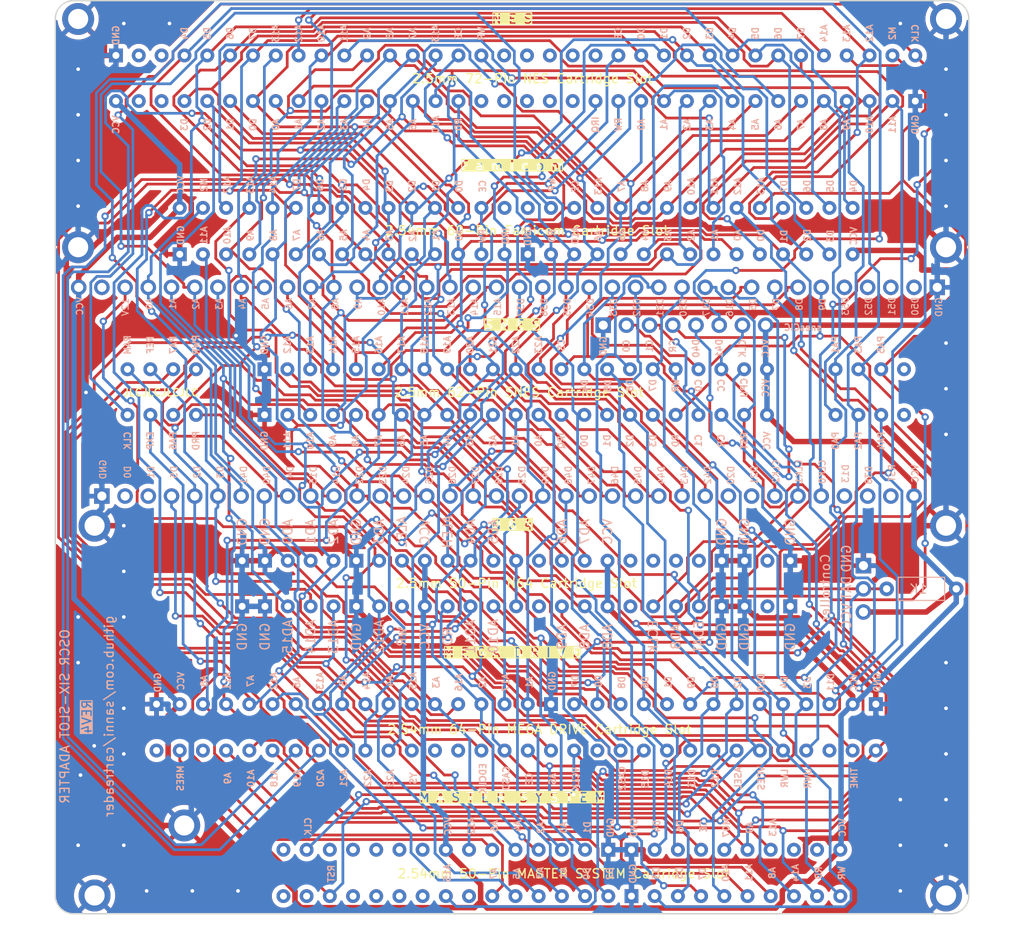
<source format=kicad_pcb>
(kicad_pcb (version 20221018) (generator pcbnew)
  (title_block (title "SIX-SLOT ADAPTER") (date "2023-08-04") (rev "4"))
  (layers (0 "F.Cu" signal) (31 "B.Cu" signal) (34 "B.Paste" user) (35 "F.Paste" user) (36 "B.SilkS" user "B.Silkscreen") (37 "F.SilkS" user "F.Silkscreen") (38 "B.Mask" user) (39 "F.Mask" user) (44 "Edge.Cuts" user))
  (net 0 "")
  (net 1 "D30")
  (net 2 "D31")
  (net 3 "D28")
  (net 4 "D29")
  (net 5 "D26")
  (net 6 "D27")
  (net 7 "D24")
  (net 8 "D25")
  (net 9 "D22")
  (net 10 "D23")
  (net 13 "D16")
  (net 14 "D17")
  (net 15 "D14")
  (net 16 "D15")
  (net 18 "D8")
  (net 19 "D9")
  (net 20 "D6")
  (net 21 "D7")
  (net 22 "D4")
  (net 23 "D5")
  (net 24 "D2")
  (net 25 "D3")
  (net 26 "+12V")
  (net 29 "VCC")
  (net 30 "GND")
  (net 31 "D46")
  (net 32 "D47")
  (net 33 "D44")
  (net 34 "D45")
  (net 35 "D42")
  (net 36 "D43")
  (net 37 "D40")
  (net 38 "D41")
  (net 40 "D36")
  (net 41 "D37")
  (net 42 "D34")
  (net 43 "D32")
  (net 44 "D33")
  (net 45 "A14")
  (net 46 "A15")
  (net 47 "A12")
  (net 48 "A13")
  (net 49 "A10")
  (net 50 "A11")
  (net 51 "A8")
  (net 52 "A9")
  (net 53 "A6")
  (net 54 "A7")
  (net 55 "A4")
  (net 56 "A5")
  (net 57 "A2")
  (net 58 "A3")
  (net 59 "A0")
  (net 60 "A1")
  (net 63 "D35")
  (net 68 "D49")
  (net 69 "D48")
  (net 70 "CLK2")
  (net 71 "CLK1")
  (net 72 "CLK0")
  (net 121 "CIC DATA 1")
  (net 122 "CIC DATA 0")
  (net 123 "CIC RESET")
  (footprint "Connector_PinSocket_2.54mm:PinSocket_1x36_P2.54mm_Vertical" (layer "F.Cu") (at 105.1 104.255 90)
    (fp_text reference "J4")
    (fp_text value "CART SLOT BOTTOM ROW")
  )
  (footprint "Connector_PinSocket_2.54mm:PinSocket_1x38_P2.54mm_Vertical" (layer "F.Cu") (at 102.56 81.395 90)
    (fp_text reference "J3")
    (fp_text value "CART SLOT TOP ROW")
  )
  (footprint "!OSCR:NES_Slot" (layer "F.Cu") (at 141.635 55.995 90)
    (fp_text reference "NES1" hide)
    (fp_text value "NES_Slot" hide)
  )
  (footprint "Connector_PinHeader_2.54mm:PinHeader_1x01_P2.54mm_Vertical" (layer "F.Cu") (at 188.46 111.875)
    (fp_text reference "JC3")
    (fp_text value "Conn_01x01" hide)
  )
  (footprint "!OSCR:SMS_Slot" (layer "F.Cu") (at 155.45 142.99 90)
    (fp_text reference "SMS1" hide)
    (fp_text value "SMS_Slot" hide)
  )
  (footprint "Connector_PinHeader_2.54mm:PinHeader_1x01_P2.54mm_Vertical" (layer "F.Cu") (at 188.46 116.955)
    (fp_text reference "JC1")
    (fp_text value "Controller")
  )
  (footprint "!OSCR:SNES Slot" (layer "F.Cu") (at 107.905 95.365 90)
    (fp_text reference "SNES1" hide)
    (fp_text value "SNES_Slot" hide)
  )
  (footprint "Connector_PinHeader_2.54mm:PinHeader_1x01_P2.54mm_Vertical" (layer "F.Cu") (at 188.46 114.415)
    (fp_text reference "JC2")
    (fp_text value "Conn_01x01" hide)
  )
  (footprint "!OSCR:N64 Slot" (layer "F.Cu") (at 120.45 116.335)
    (fp_text reference "N64" hide)
    (fp_text value "N64_Slot" hide)
  )
  (footprint "!OSCR:MD_Slot" (layer "F.Cu") (at 150.45 129.585 90)
    (fp_text reference "MD1" hide)
    (fp_text value "MD_Slot" hide)
  )
  (footprint "!OSCR:FC_Slot" (layer "F.Cu") (at 146.64 75.235 90)
    (fp_text reference "FC1" hide)
    (fp_text value "FC_Slot" hide)
  )
  (footprint "MountingHole:MountingHole_2.2mm_M2_ISO7380_Pad" (layer "B.Cu") (at 102.5 77 180)
    (fp_text reference "M2_3" hide)
    (fp_text value "Screw_Terminal_01x01")
  )
  (footprint "MountingHole:MountingHole_2.2mm_M2_ISO7380_Pad" (layer "B.Cu") (at 197.5 148 180)
    (fp_text reference "M2_6" hide)
    (fp_text value "Screw_Terminal_01x01")
  )
  (footprint "MountingHole:MountingHole_2.2mm_M2_ISO7380_Pad" (layer "B.Cu") (at 102.5 52 180)
    (fp_text reference "M2_2" hide)
    (fp_text value "Screw_Terminal_01x01")
  )
  (footprint "MountingHole:MountingHole_2.2mm_M2_ISO7380_Pad" (layer "B.Cu") (at 197.5 77 180)
    (fp_text reference "M2_9" hide)
    (fp_text value "Screw_Terminal_01x01")
  )
  (footprint "MountingHole:MountingHole_2.2mm_M2_ISO7380_Pad" (layer "B.Cu") (at 197.5 107.5 180)
    (fp_text reference "M2_8" hide)
    (fp_text value "Screw_Terminal_01x01")
  )
  (footprint "MountingHole:MountingHole_2.2mm_M2_ISO7380_Pad" (layer "B.Cu") (at 104.3 107.5 180)
    (fp_text reference "M2_4" hide)
    (fp_text value "Screw_Terminal_01x01")
  )
  (footprint "MountingHole:MountingHole_2.2mm_M2_ISO7380_Pad" (layer "B.Cu") (at 104.3 148 180)
    (fp_text reference "M2_5" hide)
    (fp_text value "Screw_Terminal_01x01")
  )
  (footprint "Connector_PinHeader_2.54mm:PinHeader_1x08_P2.54mm_Vertical" (layer "B.Cu") (at 177.755 85.539 90)
    (fp_text reference "JCIC1")
    (fp_text value "Conn_01x08" hide)
  )
  (footprint "MountingHole:MountingHole_2.2mm_M2_ISO7380_Pad" (layer "B.Cu") (at 197.5 52 180)
    (fp_text reference "M2_1" hide)
    (fp_text value "Screw_Terminal_01x01")
  )
  (footprint "Resistor_THT:R_Axial_DIN0207_L6.3mm_D2.5mm_P10.16mm_Horizontal" (layer "B.Cu") (at 201.16 114.415 180)
    (fp_text reference "R1" hide)
    (fp_text value "1K" hide)
  )
  (footprint "MountingHole:MountingHole_2.2mm_M2_ISO7380_Pad" (layer "B.Cu") (at 114.11 140.33 180)
    (fp_text reference "M2_7" hide)
    (fp_text value "Screw_Terminal_01x01")
  )
  (gr_arc (start 200 148) (mid 199.414214 149.414214) (end 198 150) (stroke (width 0.15)) (layer "Edge.Cuts"))
  (gr_line (start 100 52) (end 100 148) (stroke (width 0.15)) (layer "Edge.Cuts"))
  (gr_line (start 200 139.635) (end 200 148) (stroke (width 0.15)) (layer "Edge.Cuts"))
  (gr_line (start 102 50) (end 198 50) (stroke (width 0.15)) (layer "Edge.Cuts"))
  (gr_line (start 200 52) (end 200 130.375) (stroke (width 0.15)) (layer "Edge.Cuts"))
  (gr_arc (start 102 150) (mid 100.585786 149.414214) (end 100 148) (stroke (width 0.15)) (layer "Edge.Cuts"))
  (gr_arc (start 99.999999 52) (mid 100.585786 50.585787) (end 102 50) (stroke (width 0.15)) (layer "Edge.Cuts"))
  (gr_arc (start 198 50) (mid 199.414214 50.585786) (end 200 52) (stroke (width 0.15)) (layer "Edge.Cuts"))
  (gr_line (start 102 150) (end 198 150) (stroke (width 0.15)) (layer "Edge.Cuts"))
  (gr_line (start 200 139.635) (end 200 130.375) (stroke (width 0.15)) (layer "Edge.Cuts"))
  (gr_text "A0" (at 152.897013 98.194999 90) (layer "B.SilkS") (effects (font (size 0.7 0.7)) (justify mirror)))
  (gr_text "Controller\n" (at 184.3 114.3 90) (layer "B.SilkS") (effects (font (size 1 1)) (justify mirror)))
  (gr_text "D3\n" (at 184.85 75.775 90) (layer "B.SilkS") (effects (font (size 0.7 0.7)) (justify mirror)))
  (gr_text "D12" (at 172.21 135.165 90) (layer "B.SilkS") (effects (font (size 0.7 0.7)) (justify mirror)))
  (gr_text "D31" (at 166.2 82.49 90) (layer "B.SilkS") (effects (font (size 0.7 0.7) (thickness 0.125)) (justify left mirror)))
  (gr_text "D6" (at 168.39 140.41 90) (layer "B.SilkS") (effects (font (size 0.7 0.7)) (justify mirror)))
  (gr_text "A3" (at 153.07 145.53 90) (layer "B.SilkS") (effects (font (size 0.7 0.7)) (justify mirror)))
  (gr_text "A21" (at 147.905 87.695 90) (layer "B.SilkS") (effects (font (size 0.7 0.7)) (justify mirror)))
  (gr_text "PA1" (at 185.405 87.695 90) (layer "B.SilkS") (effects (font (size 0.7 0.7)) (justify mirror)))
  (gr_text "CS" (at 155.405 87.695 90) (layer "B.SilkS") (effects (font (size 0.7 0.7)) (justify mirror)))
  (gr_text "A10" (at 129.135 53.582556 90) (layer "B.SilkS") (effects (font (size 0.7 0.7)) (justify mirror)))
  (gr_text "A12" (at 174.69 70.322556 90) (layer "B.SilkS") (effects (font (size 0.7 0.7)) (justify mirror)))
  (gr_text "A7" (at 139.135 53.582556 90) (layer "B.SilkS") (effects (font (size 0.7 0.7)) (justify mirror)))
  (gr_text "A5" (at 176.635 63.575 90) (layer "B.SilkS") (effects (font (size 0.7 0.7)) (justify mirror)))
  (gr_text "A5" (at 123.02 82.49 90) (layer "B.SilkS") (effects (font (size 0.7 0.7) (thickness 0.125)) (justify left mirror)))
  (gr_text "A10" (at 141.635 63.574999 90) (layer "B.SilkS") (effects (font (size 0.7 0.7)) (justify mirror)))
  (gr_text "IRQ" (at 155.405 98.195 90) (layer "B.SilkS") (effects (font (size 0.7 0.7)) (justify mirror)))
  (gr_text "AD15" (at 125.45 119.665 90) (layer "B.SilkS") (effects (font (size 1 1)) (justify mirror)))
  (gr_text "D7" (at 126.43 70.162556 90) (layer "B.SilkS") (effects (font (size 0.7 0.7)) (justify mirror)))
  (gr_text "D4" (at 179.79 124.672556 90) (layer "B.SilkS") (effects (font (size 0.7 0.7)) (justify mirror)))
  (gr_text "A6" (at 159.45 75.775 90) (layer "B.SilkS") (effects (font (size 0.7 0.7)) (justify mirror)))
  (gr_text "IRQ" (at 159.135 63.575 90) (layer "B.SilkS") (effects (font (size 0.7 0.7)) (justify mirror)))
  (gr_text "D5" (at 160.483 92.143 90) (layer "B.SilkS") (effects (font (size 0.7 0.7)) (justify mirror)))
  (gr_text "A2" (at 153.15 140.57 90) (layer "B.SilkS") (effects (font (size 0.7 0.7)) (justify mirror)))
  (gr_text "MRES" (at 113.7 135.164999 90) (layer "B.SilkS") (effects (font (size 0.7 0.7)) (justify mirror)))
  (gr_text "AD4" (at 145.45 108.165 90) (layer "B.SilkS") (effects (font (size 1 1)) (justify mirror)))
  (gr_text "A14" (at 123.89 70.162556 90) (layer "B.SilkS") (effects (font (size 0.7 0.7)) (justify mirror)))
  (gr_text "RW" (at 161.635 63.575 90) (layer "B.SilkS") (effects (font (size 0.7 0.7)) (justify mirror)))
  (gr_text "RD" (at 142.95 119.665 90) (layer "B.SilkS") (effects (font (size 1 1)) (justify mirror)))
  (gr_text "GND" (at 159.975 87.825 90) (layer "B.SilkS") (effects (font (size 0.7 0.7)) (justify mirror)))
  (gr_text "RD" (at 144.135 63.574999 90) (layer "B.SilkS") (effects (font (size 0.7 0.7)) (justify mirror)))
  (gr_text "D6" (at 176.36 82.49 90) (layer "B.SilkS") (effects (font (size 0.7 0.7) (thickness 0.125)) (justify left mirror)))
  (gr_text "A18" (at 123.95 135.164999 90) (layer "B.SilkS") (effects (font (size 0.7 0.7)) (justify mirror)))
  (gr_text "PRD" (at 115.397659 98.194999 90) (layer "B.SilkS") (effects (font (size 0.7 0.7)) (justify mirror)))
  (gr_text "AD3" (at 135.45 108.165 90) (layer "B.SilkS") (effects (font (size 1 1)) (justify mirror)))
  (gr_text "D2" (at 162.905 98.195 90) (layer "B.SilkS") (effects (font (size 0.7 0.7)) (justify mirror)))
  (gr_text "PA3" (at 187.919895 87.687444 90) (layer "B.SilkS") (effects (font (size 0.7 0.7)) (justify mirror)))
  (gr_text "WR" (at 146.635 53.582556 90) (layer "B.SilkS") (effects (font (size 0.7 0.7)) (justify mirror)))
  (gr_text "A7" (at 121.37 124.512556 90) (layer "B.SilkS") (effects (font (size 0.7 0.7)) (justify mirror)))
  (gr_text "AD2" (at 130.45 108.165 90) (layer "B.SilkS") (effects (font (size 1 1)) (justify mirror)))
  (gr_text "VCLK\n" (at 156.97 135.245 90) (layer "B.SilkS") (effects (font (size 0.7 0.7)) (justify mirror)))
  (gr_text "A14" (at 130.405 87.695 90) (layer "B.SilkS") (effects (font (size 0.7 0.7)) (justify mirror)))
  (gr_text "A10" (at 135.72 82.49 90) (layer "B.SilkS") (effects (font (size 0.7 0.7) (thickness 0.125)) (justify left mirror)))
  (gr_text "ALEH" (at 142.95 108.165 90) (layer "B.SilkS") (effects (font (size 1 1)) (justify mirror)))
  (gr_text "A7" (at 128.1 82.49 90) (layer "B.SilkS") (effects (font (size 0.7 0.7) (thickness 0.125)) (justify left mirror)))
  (gr_text "D0" (at 121.635 63.574999 90) (layer "B.SilkS") (effects (font (size 0.7 0.7)) (justify mirror)))
  (gr_text "GND" (at 120.45 108.165 90) (layer "B.SilkS") (effects (font (size 1 1)) (justify mirror)))
  (gr_text "GND" (at 160.77 140.57 90) (layer "B.SilkS") (effects (font (size 0.7 0.7)) (justify mirror)))
  (gr_text "EXP" (at 110.405 98.195 90) (layer "B.SilkS") (effects (font (size 0.7 0.7)) (justify mirror)))
  (gr_text "D1" (at 119.135 63.574999 90) (layer "B.SilkS") (effects (font (size 0.7 0.7)) (justify mirror)))
  (gr_text "CC" (at 172.905 92.143 90) (layer "B.SilkS") (effects (font (size 0.7 0.7)) (justify mirror)))
  (gr_text "D22" (at 133.32 100.869 90) (layer "B.SilkS") (effects (font (size 0.7 0.7) (thickness 0.125)) (justify left mirror)))
  (gr_text "D41" (at 120.62 100.869 90) (layer "B.SilkS") (effects (font (size 0.7 0.7) (thickness 0.125)) (justify left mirror)))
  (gr_text "VCC" (at 177.755 92.397 90) (layer "B.SilkS") (effects (font (size 0.7 0.7)) (justify mirror)))
  (gr_text "D4" (at 165.85 140.41 90) (layer "B.SilkS") (effects (font (size 0.7 0.7)) (justify mirror)))
  (gr_text "A9" (at 134.135 53.582556 90) (layer "B.SilkS") (effects (font (size 0.7 0.7)) (justify mirror)))
  (gr_text "A11" (at 131.635 53.582556 90) (layer "B.SilkS") (effects (font (size 0.7 0.7)) (justify mirror)))
  (gr_text "PA7" (at 112.905 87.695 90) (layer "B.SilkS") (effects (font (size 0.7 0.7)) (justify mirror)))
  (gr_text "A16" (at 135.405 87.695 90) (layer "B.SilkS") (effects (font (size 0.7 0.7)) (justify mirror)))
  (gr_text "D1" (at 179.77 75.775 90) (layer "B.SilkS") (effects (font (size 0.7 0.7)) (justify mirror)))
  (gr_text "AD8\n" (at 167.95 119.665 90) (layer "B.SilkS") (effects (font (size 1 1)) (justify mirror)))
  (gr_text "A4" (at 136.61 124.512556 90) (layer "B.SilkS") (effects (font (size 0.7 0.7)) (justify mirror)))
  (gr_text "A0" (at 110.32 82.49 90) (layer "B.SilkS") (effects (font (size 0.7 0.7) (thickness 0.125)) (justify left mirror)))
  (gr_text "A17" (at 149.31 124.672556 90) (layer "B.SilkS") (effects (font (size 0.7 0.7)) (justify mirror)))
  (gr_text "D30" (at 168.74 82.49 90) (layer "B.SilkS") (effects (font (size 0.7 0.7) (thickness 0.125)) (justify left mirror)))
  (gr_text "D47" (at 158.72 100.869 90) (layer "B.SilkS") (effects (font (size 0.7 0.7) (thickness 0.125)) (justify left mirror)))
  (gr_text "D20" (at 173.96 100.869 90) (layer "B.SilkS") (effects (font (size 0.7 0.7) (thickness 0.125)) (justify left mirror)))
  (gr_text "D43" (at 168.88 100.869 90) (layer "B.SilkS") (effects (font (size 0.7 0.7) (thickness 0.125)) (justify left mirror)))
  (gr_text "A12" (at 145.53 140.41 90) (layer "B.SilkS") (effects (font (size 0.7 0.7)) (justify mirror)))
  (gr_text "A1" (at 155.61 145.53 90) (layer "B.SilkS") (effects (font (size 0.7 0.7)) (justify mirror)))
  (gr_text "A2" (at 115.4 82.49 90) (layer "B.SilkS") (effects (font (size 0.7 0.7) (thickness 0.125)) (justify left mirror)))
  (gr_text "D7" (at 170.85 145.61 90) (layer "B.SilkS") (effects (font (size 0.7 0.7)) (justify mirror)))
  (gr_text "D51" (at 191.58 82.37 90) (layer "B.SilkS") (effects (font (size 0.7 0.7) (thickness 0.125)) (justify left mirror)))
  (gr_text "A6" (at 137.889673 98.194999 90) (layer "B.SilkS") (effects (font (size 0.7 0.7)) (justify mirror)))
  (gr_text "D28" (at 148.56 100.869 90) (layer "B.SilkS") (effects (font (size 0.7 0.7) (thickness 0.125)) (justify left mirror)))
  (gr_text "D34" (at 158.58 82.49 90) (layer "B.SilkS") (effects (font (size 0.7 0.7) (thickness 0.125)) (justify left mirror)))
  (gr_text "A10" (at 156.91 75.695 90) (layer "B.SilkS") (effects (font (size 0.7 0.7)) (justify mirror)))
  (gr_text "D2" (at 115.54 100.869 90) (layer "B.SilkS") (effects (font (size 0.7 0.7) (thickness 0.125)) (justify left mirror)))
  (gr_text "PA6" (at 112.890104 98.194999 90) (layer "B.SilkS") (effects (font (size 0.7 0.7)) (justify mirror)))
  (gr_text "D1" (at 167.09 124.672556 90) (layer "B.SilkS") (effects (font (size 0.7 0.7)) (justify mirror)))
  (gr_text "D6" (at 164.55 124.672556 90) (layer "B.SilkS") (effects (font (size 0.7 0.7)) (justify mirror)))
  (gr_text "YS" (at 139.2 135.164999 90) (layer "B.SilkS") (effects (font (size 0.7 0.7)) (justify mirror)))
  (gr_text "A9" (at 186.635 63.575 90) (layer "B.SilkS") (effects (font (size 0.7 0.7)) (justify mirror)))
  (gr_text "D38" (at 189.04 100.869 90) (layer "B.SilkS") (effects (font (size 0.7 0.7) (thickness 0.125)) (justify left mirror)))
  (gr_text "A19" (at 142.905 87.695 90) (layer "B.SilkS") (effects (font (size 0.7 0.7)) (justify mirror)))
  (gr_text "D5" (at 113 100.869 90) (layer "B.SilkS") (effects (font (size 0.7 0.7) (thickness 0.125)) (justify left mirror)))
  (gr_text "D0" (at 177.23 75.695 90) (layer "B.SilkS") (effects (font (size 0.7 0.7)) (justify mirror)))
  (gr_text "CLK2" (at 178.88 100.191 90) (layer "B.SilkS") (effects (font (size 0.7 0.7) (thickness 0.125)) (justify left mirror)))
  (gr_text "D32" (at 163.66 82.49 90) (layer "B.SilkS") (effects (font (size 0.7 0.7) (thickness 0.125)) (justify left mirror)))
  (gr_text "D1" (at 141.67 70.322556 90) (layer "B.SilkS") (effects (font (size 0.7 0.7)) (justify mirror)))
  (gr_text "A12" (at 123.91 124.512556 90) (layer "B.SilkS") (effects (font (size 0.7 0.7)) (justify mirror)))
  (gr_text "D8" (at 162.01 124.672556 90) (layer "B.SilkS") (effects (font (size 0.7 0.7)) (justify mirror)))
  (gr_text "AD1" (at 127.95 108.165 90) (layer "B.SilkS") (effects (font (size 1 1)) (justify mirror)))
  (gr_text "VCC" (at 140.45 119.665 90) (layer "B.SilkS") (effects (font (size 1 1)) (justify mirror)))
  (gr_text "A1" (at 172.15 75.695 90) (layer "B.SilkS") (effects (font (size 0.7 0.7)) (justify mirror)))
  (gr_text "A9" (at 176.01 140.57 90) (layer "B.SilkS") (effects (font (size 0.7 0.7)) (justify mirror)))
  (gr_text "GND" (at 186.6 111.1 90) (layer "B.SilkS") (effects (font (size 1 1)) (justify mirror)))
  (gr_text "CE" (at 151.89 135.245 90) (layer "B.SilkS") (effects (font (size 0.7 0.7)) (justify mirror)))
  (gr_text "VCC" (at 140.45 108.165 90) (layer "B.SilkS") (effects (font (size 1 1)) (justify mirror)))
  (gr_text "A3" (at 145.374346 98.194999 90) (layer "B.SilkS") (effects (font (size 0.7 0.7)) (justify mirror)))
  (gr_text "UWR" (at 182.37 135.165 90) (layer "B.SilkS") (effects (font (size 0.7 0.7)) (justify mirror)))
  (gr_text "GND\n" (at 113.73 75.694999 90) (layer "B.SilkS") (effects (font (size 0.7 0.7)) (justify mirror)))
  (gr_text "D1\n" (at 166.635 53.582556 90) (layer "B.SilkS") (effects (font (size 0.7 0.7)) (justify mirror)))
  (gr_text "D7" (at 178.9 82.49 90) (layer "B.SilkS") (effects (font (size 0.7 0.7) (thickness 0.125)) (justify left mirror)))
  (gr_text "A9" (at 133.18 82.49 90) (layer "B.SilkS") (effects (font (size 0.7 0.7) (thickness 0.125)) (justify left mirror)))
  (gr_text "A16" (at 144.16 124.672556 90) (layer "B.SilkS") (effects (font (size 0.7 0.7)) (justify mirror)))
  (gr_text "D10" (at 177.25 124.672556 90) (layer "B.SilkS") (effects (font (size 0.7 0.7)) (justify mirror)))
  (gr_text "A6" (at 179.135 63.575 90) (layer "B.SilkS") (effects (font (size 0.7 0.7)) (justify mirror)))
  (gr_text "D15" (at 128.24 100.869 90) (layer "B.SilkS") (effects (font (size 0.7 0.7) (thickness 0.125)) (justify left mirror)))
  (gr_text "CLK" (at 194.135 53.575 90) (layer "B.SilkS") (effects (font (size 0.7 0.7)) (justify mirror)))
  (gr_text "D2" (at 174.71 124.672556 90) (layer "B.SilkS") (effects (font (size 0.7 0.7)) (justify mirror)))
  (gr_text "GND" (at 180.45 108.165 90) (layer "B.SilkS") (effects (font (size 1 1)) (justify mirror)))
  (gr_text "D42" (at 171.42 100.869 90) (layer "B.SilkS") (effects (font (size 0.7 0.7) (thickness 0.125)) (justify left mirror)))
  (gr_text "A1" (at 150.389457 98.194999 90) (layer "B.SilkS") (effects (font (size 0.7 0.7)) (justify mirror)))
  (gr_text "A2" (at 139.13 75.775 90) (layer "B.SilkS") (effects (font (size 0.7 0.7)) (justify mirror)))
  (gr_text "A1" (at 151.88 124.672556 90) (layer "B.SilkS") (effects (font (size 0.7 0.7)) (justify mirror)))
  (gr_text "A7" (at 161.99 70.322556 90) (layer "B.SilkS") (effects (font (size 0.7 0.7)) (justify mirror)))
  (gr_text "RD" (at 154.37 75.775 90) (layer "B.SilkS") (effects (font (size 0.7 0.7)) (justify mirror)))
  (gr_text "D40" (at 170.135 88.079 90) (layer "B.SilkS") (effects (font (size 0.7 0.7)) (justify mirror)))
  (gr_text "A10" (at 169.61 70.322556 90) (layer "B.SilkS") (effects (font (size 0.7 0.7)) (justify mirror)))
  (gr_text "D2" (at 160.69 145.61 90) (layer "B.SilkS") (effects (font (size 0.7 0.7)) (justify mirror)))
  (gr_text "D7" (at 181.635 53.582556 90) (layer "B.SilkS") (effects (font (size 0.7 0.7)) (justify mirror)))
  (gr_text "A13" (at 159.45 70.322556 90) (layer "B.SilkS") (effects (font (size 0.7 0.7)) (justify mirror)))
  (gr_text "RW" (at 146.75 75.775 90) (layer "B.SilkS") (effects (font (size 0.7 0.7)) (justify mirror)))
  (gr_text "GND" (at 132.95 119.665 90) (layer "B.SilkS") (effects (font (size 1 1)) (justify mirror)))
  (gr_text "AD10" (at 147.942872 119.615597 90) (layer "B.SilkS") (effects (font (size 1 1)) (justify mirror)))
  (gr_text "WR" (at 167.905 92.143 90) (layer "B.SilkS") (effects (font (size 0.7 0.7)) (justify mirror)))
  (gr_text "CLK0" (at 183.96 100.191 90) (layer "B.SilkS") (effects (font (size 0.7 0.7) (thickness 0.125)) (justify left mirror)))
  (gr_text "CLK" (at 127.67 140.45 90) (layer "B.SilkS") (effects (font (size 0.7 0.7)) (justify mirror)))
  (gr_text "A22" (at 134.2 135.164999 90) (layer "B.SilkS") (effects (font (size 0.7 0.7)) (justify mirror)))
  (gr_text "VCC" (at 186.6 117.4 90) (layer "B.SilkS") (effects (font (size 1 1)) (justify mirror)))
  (gr_text "REF" (at 110.405 87.695 90) (layer "B.SilkS") (effects (font (size 0.7 0.7)) (justify mirror)))
  (gr_text "D5" (at 172.17 124.672556 90) (layer "B.SilkS") (effects (font (size 0.7 0.7)) (justify mirror)))
  (gr_text "A22" (at 150.405 87.695 90) (layer "B.SilkS") (effects (font (size 0.7 0.7)) (justify mirror)))
  (gr_text "AS" (at 154.43 135.245 90) (layer "B.SilkS") (effects (font (size 0.7 0.7)) (justify mirror)))
  (gr_text "D7" (at 156.93 124.512556 90) (layer "B.SilkS") (effects (font (size 0.7 0.7)) (justify mirror)))
  (gr_text "RST" (at 175.405 98.195 90) (layer "B.SilkS") (effects (font (size 0.7 0.7)) (justify mirror)))
  (gr_text "D25" (at 140.94 100.869 90) (layer "B.SilkS") (effects (font (size 0.7 0.7) (thickness 0.125)) (justify left mirror)))
  (gr_text "PA4" (at 190.405 98.195 90) (layer "B.SilkS") (effects (font (size 0.7 0.7)) (justify mirror)))
  (gr_text "A5" (at 161.99 75.695 90) (layer "B.SilkS") (effects (font (size 0.7 0.7)) (justify mirror)))
  (gr_text "PA2" (at 187.905 98.195 90) (layer "B.SilkS") (effects (font (size 0.7 0.7)) (justify mirror)))
  (gr_text "A10" (at 121.41 135.164999 90) (layer "B.SilkS") (effects (font (size 0.7 0.7)) (justify mirror)))
  (gr_text "A4" (at 134.135 63.574999 90) (layer "B.SilkS") (effects (font (size 0.7 0.7)) (justify mirror)))
  (gr_text "D3" (at 182.33 124.672556 90) (layer "B.SilkS") (effects (font (size 0.7 0.7)) (justify mirror)))
  (gr_text "A4" (at 174.135 63.575 90) (layer "B.SilkS") (effects (font (size 0.7 0.7)) (justify mirror)))
  (gr_text "GND" (at 175.45 108.165 90) (layer "B.SilkS") (effects (font (size 1 1)) (justify mirror)))
  (gr_text "A5" (at 131.53 124.512556 90) (layer "B.SilkS") (effects (font (size 0.7 0.7)) (justify mirror)))
  (gr_text "CE" (at 146.78 70.322556 90) (layer "B.SilkS") (effects (font (size 0.7 0.7)) (justify mirror)))
  (gr_text "RAM" (at 107.905 87.695 90) (layer "B.SilkS") (effects (font (size 0.7 0.7)) (justify mirror)))
  (gr_text "A2" (at 169.61 75.695 90) (layer "B.SilkS") (effects (font (size 0.7 0.7)) (justify mirror)))
  (gr_text "D9" (at 169.63 124.672556 90) (layer "B.SilkS") (effects (font (size 0.7 0.7)) (justify mirror)))
  (gr_text "GND" (at 196.72 82.411 90) (layer "B.SilkS") (effects (font (size 0.7 0.7) (thickness 0.125)) (justify left mirror)))
  (gr_text "CE" (at 144.135 53.582556 90) (layer "B.SilkS") (effects (font (size 0.7 0.7)) (justify mirror)))
  (gr_text "GND" (at 122.95 108.165 90) (layer "B.SilkS") (effects (font (size 1 1)) (justify mirror)))
  (gr_text "D53" (at 186.5 82.37 90) (layer "B.SilkS") (effects (font (size 0.7 0.7) (thickness 0.125)) (justify left mirror)))
  (gr_text "ALEL" (at 137.95 108.165 90) (layer "B.SilkS") (effects (font (size 1 1)) (justify mirror)))
  (gr_text "A8" (at 178.47 145.53 90) (layer "B.SilkS") (effects (font (size 0.7 0.7)) (justify mirror)))
  (gr_text "A4" (at 142.904784 98.194999 90) (layer "B.SilkS") (effects (font (size 0.7 0.7)) (justify mirror)))
  (gr_text "A11" (at 125.389888 98.194999 90) (layer "B.SilkS") (effects (font (size 0.7 0.7)) (justify mirror)))
  (gr_text "GND" (at 172.95 108.165 90) (layer "B.SilkS") (effects (font (size 1 1)) (justify mirror)))
  (gr_text "D7\n" (at 179.77 70.322556 90) (layer "B.SilkS") (effects (font (size 0.7 0.7)) (justify mirror)))
  (gr_text "M07" (at 173.47 140.57 90) (layer "B.SilkS") (effects (font (size 0.7 0.7)) (justify mirror)))
  (gr_text "A8" (at 116.29 124.512556 90) (layer "B.SilkS") (effects (font (size 0.7 0.7)) (justify mirror)))
  (gr_text "D48" (at 156.18 100.869 90) (layer "B.SilkS") (effects (font (size 0.7 0.7) (thickness 0.125)) (justify left mirror)))
  (gr_text "A7" (at 135.382117 98.194999 90) (layer "B.SilkS") (effects (font (size 0.7 0.7)) (justify mirror)))
  (gr_text "A8" (at 123.89 75.694999 90) (layer "B.SilkS") (effects (font (size 0.7 0.7)) (justify mirror)))
  (gr_text "VCC" (at 186.17 140.57 90) (layer "B.SilkS") (effects (font (size 0.7 0.7)) (justify mirror)))
  (gr_text "VRES" (at 177.29 135.165 90) (layer "B.SilkS") (effects (font (size 0.7 0.7)) (justify mirror)))
  (gr_text "A2" (at 129.135 63.574999 90) (layer "B.SilkS") (effects (font (size 0.7 0.7)) (justify mirror)))
  (gr_text "A5" (at 131.56 75.694999 90) (layer "B.SilkS") (effects (font (size 0.7 0.7)) (justify mirror)))
  (gr_text "VCC" (at 102.68 82.37 90) (layer "B.SilkS") (effects (font (size 0.7 0.7) (thickness 0.125)) (justify left mirror)))
  (gr_text "A10" (at 173.39 145.53 90) (layer "B.SilkS") (effects (font (size 0.7 0.7)) (justify mirror)))
  (gr_text "A5" (at 150.53 145.61 90) (layer "B.SilkS") (effects (font (size 0.7 0.7)) (justify mirror)))
  (gr_text "PA0" (at 185.405 98.195 90) (layer "B.SilkS") (effects (font (size 0.7 0.7)) (justify mirror)))
  (gr_text "GND" (at 105.22 100.191 90) (layer "B.SilkS") (effects (font (size 0.7 0.7) (thickness 0.125)) (justify left mirror)))
  (gr_text "GND" (at 154.39 124.512556 90) (layer "B.SilkS") (effects (font (size 0.7 0.7)) (justify mirror)))
  (gr_text "A14" (at 145.88 82.49 90) (layer "B.SilkS") (effects (font (size 0.7 0.7) (thickness 0.125)) (justify left mirror)))
  (gr_text "A20" (at 129.03 135.164999 90) (layer "B.SilkS") (effects (font (size 0.7 0.7)) (justify mirror)))
  (gr_text "A21" (at 131.57 135.164999 90) (layer "B.SilkS") (effects (font (size 0.7 0.7)) (justify mirror)))
  (gr_text "A9" (at 121.35 75.694999 90) (layer "B.SilkS") (effects (font (size 0.7 0.7)) (justify mirror)))
  (gr_text "A3" (at 167.07 75.695 90) (layer "B.SilkS") (effects (font (size 0.7 0.7)) (justify mirror)))
  (gr_text "A6" (at 126.45 124.672556 90) (layer "B.SilkS") (effects (font (size 0.7 0.7)) (justify mirror)))
  (gr_text "D13" (at 186.5 100.699 90) (layer "B.SilkS") (effects (font (size 0.7 0.7) (thickness 0.125)) (justify left mirror)))
  (gr_text "D2" (at 139.06 70.322556 90) (layer "B.SilkS") (effects (font (size 0.7 0.7)) (justify mirror)))
  (gr_text "D3" (at 171.635 53.582556 90) (layer "B.SilkS") (effects (font (size 0.7 0.7)) (justify mirror)))
  (gr_text "GND" (at 194.135 63.575 90) (layer "B.SilkS") (effects (font (size 0.7 0.7)) (justify mirror)))
  (gr_text "D21" (at 176.5 100.869 90) (layer "B.SilkS") (effects (font (size 0.7 0.7) (thickness 0.125)) (justify left mirror)))
  (gr_text "GND" (at 111.21 124.672556 90) (layer "B.SilkS") (effects (font (size 0.7 0.7)) (justify mirror)))
  (gr_text "D44" (at 166.34 100.869 90) (layer "B.SilkS") (effects (font (size 0.7 0.7) (thickness 0.125)) (justify left mirror)))
  (gr_text "A14" (at 181.01 145.53 90) (layer "B.SilkS") (effects (font (size 0.7 0.7)) (justify mirror)))
  (gr_text "A14" (at 184.135 53.582556 90) (layer "B.SilkS") (effects (font (size 0.7 0.7)) (justify mirror)))
  (gr_text "VCC" (at 187.41 124.665 90) (layer "B.SilkS") (effects (font (size 0.7 0.7)) (justify mirror)))
  (gr_text "GND" (at 180.45 119.665 90) (layer "B.SilkS") (effects (font (size 1 1)) (justify mirror)))
  (gr_text "A1" (at 112.86 82.49 90) (layer "B.SilkS") (effects (font (size 0.7 0.7) (thickness 0.125)) (justify left mirror)))
  (gr_text "VCC" (at 160.45 108.165 90) (layer "B.SilkS") (effects (font (size 1 1)) (justify mirror)))
  (gr_text "GND" (at 163.23 145.61 90) (layer "B.SilkS") (effects (font (size 0.7 0.7)) (justify mirror)))
  (gr_text "A11" (at 172.15 70.322556 90) (layer "B.SilkS") (effects (font (size 0.7 0.7)) (justify mirror)))
  (gr_text "CR" (at 167.595 87.825 90) (layer "B.SilkS") (effects (font (size 0.7 0.7)) (justify mirror)))
  (gr_text "A3" (at 117.94 82.49 90) (layer "B.SilkS") (effects (font (size 0.7 0.7) (thickness 0.125)) (justify left mirror)))
  (gr_text "VCC" (at 187.39 75.775 90) (layer "B.SilkS") (effects (font (size 0.7 0.7)) (justify mirror)))
  (gr_text "CE" (at 170.93 140.41 90) (layer "B.SilkS") (effects (font (size 0.7 0.7)) (justify mirror)))
  (gr_text "D33" (at 161.12 82.49 90) (layer "B.SilkS") (effects (font (size 0.7 0.7) (thickness 0.125)) (justify left mirror)))
  (gr_text "A9" (at 130.367006 98.194999 90) (layer "B.SilkS") (effects (font (size 0.7 0.7)) (justify mirror)))
  (gr_text "D2" (at 116.635 63.574999 90) (layer "B.SilkS") (effects (font (size 0.7 0.7)) (justify mirror)))
  (gr_text "A5" (at 140.397228 98.194999 90) (layer "B.SilkS") (effects (font (size 0.7 0.7)) (justify mirror)))
  (gr_text "D52" (at 189.04 82.37 90) (layer "B.SilkS") (effects (font (size 0.7 0.7) (thickness 0.125)) (justify left mirror)))
  (gr_text "D3" (at 114.135 63.574999 90) (layer "B.SilkS") (effects (font (size 0.7 0.7)) (justify mirror)))
  (gr_text "CLK1" (at 181.42 100.191 90) (layer "B.SilkS") (effects (font (size 0.7 0.7) (thickness 0.125)) (justify left mirror)))
  (gr_text "TIME" (at 187.45 135.165 90) (layer "B.SilkS") (effects (font (size 0.7 0.7)) (justify mirror)))
  (gr_text "D5" (at 131.51 70.162556 90) (layer "B.SilkS") (effects (font (size 0.7 0.7)) (justify mirror)))
  (gr_text "A6" (at 129.06 75.694999 90) (layer "B.SilkS") (effects (font (size 0.7 0.7)) (justify mirror)))
  (gr_text "VCC" (at 142.99 140.41 90) (layer "B.SilkS") (effects (font (size 0.7 0.7)) (justify mirror)))
  (gr_text "M2" (at 116.27 70.162556 90) (layer "B.SilkS") (effects (font (size 0.7 0.7)) (justify mirror)))
  (gr_text "AD14" (at 127.95 119.665 90) (layer "B.SilkS") (effects (font (size 1 1)) (justify mirror)))
  (gr_text "A9" (at 167.07 70.322556 90) (layer "B.SilkS") (effects (font (size 0.7 0.7)) (justify mirror)))
  (gr_text "RD" (at 167.905 98.195 90) (layer "B.SilkS") (effects (font (size 0.7 0.7)) (justify mirror)))
  (gr_text "D4" (at 187.39 70.315 90) (layer "B.SilkS") (effects (font (size 0.7 0.7)) (justify mirror)))
  (gr_text "D41" (at 172.675 88.079 90) (layer "B.SilkS") (effects (font (size 0.7 0.7)) (justify mirror)))
  (gr_text "D4" (at 134.06 70.162556 90) (layer "B.SilkS") (effects (font (size 0.7 0.7)) (justify mirror)))
  (gr_text "A15" (at 139.16 124.512556 90) (layer "B.SilkS") (effects (font (size 0.7 0.7)) (justify mirror)))
  (gr_text "D4" (at 114.135 53.582556 90) (layer "B.SilkS") (effects (font (size 0.7 0.7)) (justify mirror)))
  (gr_text "AD9" (at 155.45 119.665 90) (layer "B.SilkS") (effects (font (size 1 1)) (justify mirror)))
  (gr_text "A14\n" (at 134.07 124.512556 90) (layer "B.SilkS") (effects (font (size 0.7 0.7)) (justify mirror)))
  (gr_text "GND" (at 120.45 119.665 90) (layer "B.SilkS") (effects (font (size 1 1)) (justify mirror)))
  (gr_text "A13" (at 128.99 124.512556 90) (layer "B.SilkS") (effects (font (size 0.7 0.7)) (justify mirror)))
  (gr_text "AD5" (at 147.95 108.165 90) (layer "B.SilkS") (effects (font (size 1 1)) (justify mirror)))
  (gr_text "D23" (at 135.86 100.869 90) (layer "B.SilkS") (effects (font (size 0.7 0.7) (thickness 0.125)) (justify left mirror)))
  (gr_text "A3" (at 131.635 63.574999 90) (layer "B.SilkS") (effects (font (size 0.7 0.7)) (justify mirror)))
  (gr_text "A8" (at 132.874562 98.194999 90) (layer "B.SilkS") (effects (font (size 0.7 0.7)) (justify mirror)))
  (gr_text "D36" (at 153.5 82.49 90) (layer "B.SilkS") (effects (font (size 0.7 0.7) (thickness 0.125)) (justify left mirror)))
  (gr_text "D26" (at 143.48 100.869 90) (layer "B.SilkS") (effects (font (size 0.7 0.7) (thickness 0.125)) (justify left mirror)))
  (gr_text "D7" (at 121.635 53.582556 90) (layer "B.SilkS") (effects (font (size 0.7 0.7)) (justify mirror)))
  (gr_text "CLK" (at 175.215 88.079 90) (layer "B.SilkS") (effects (font (size 0.7 0.7)) (justify mirror)))
  (gr_text "D6" (at 182.31 70.315 90) (layer "B.SilkS") (effects (font (size 0.7 0.7)) (justify mirror)))
  (gr_text "A7" (at 181.635 63.575 90) (layer "B.SilkS") (effects (font (size 0.7 0.7)) (justify mirror)))
  (gr_text "A6" (at 139.135 63.574999 90) (layer "B.SilkS") (effects (font (size 0.7 0.7)) (justify mirror)))
  (gr_text "D0" (at 157.905 98.195 90) (layer "B.SilkS") (effects (font (size 0.7 0.7)) (justify mirror)))
  (gr_text "A6" (at 125.56 82.49 90) (layer "B.SilkS") (effects (font (size 0.7 0.7) (thickness 0.125)) (justify left mirror)))
  (gr_text "AD7" (at 157.95 108.165 90) (layer "B.SilkS") (effects (font (size 1 1)) (justify mirror)))
  (gr_text "A18" (at 140.405 87.695 90) (layer "B.SilkS") (effects (font (size 0.7 0.7)) (justify mirror)))
  (gr_text "A23" (at 136.7 135.164999 90) (layer "B.SilkS") (effects (font (size 0.7 0.7)) (justify mirror)))
  (gr_text "A11" (at 175.93 145.53 90) (layer "B.SilkS") (effects (font (size 0.7 0.7)) (justify mirror)))
  (gr_text "DAT" (at 186.6 114.3 90) (layer "B.SilkS") (effects (font (size 1 1)) (justify mirror)))
  (gr_text "GND" (at 151.72 75.775 90) (layer "B.SilkS") (effects (font (size 0.7 0.7)) (justify mirror)))
  (gr_text "D29" (at 151.1 100.869 90) (layer "B.SilkS") (effects (font (size 0.7 0.7) (thickness 0.125)) (justify left mirror)))
  (gr_text "ASEL" (at 174.75 135.165 90) (layer "B.SilkS") (effects (font (size 0.7 0.7)) (justify mirror)))
  (gr_text "VCC" (at 106.635 63.575 90) (layer "B.SilkS") (effects (font (size 0.7 0.7)) (justify mirror)))
  (gr_text "A7" (at 126.43 75.694999 90) (layer "B.SilkS") (effects (font (size 0.7 0.7)) (justify mirror)))
  (gr_text "D6" (at 128.97 70.162556 90) (layer "B.SilkS") (effects (font (size 0.7 0.7)) (justify mirror)))
  (gr_text "A11" (at 191.635 63.575 90) (layer "B.SilkS") (effects (font (size 0.7 0.7)) (justify mirror)))
  (gr_text "A4" (at 164.53 75.695 90) (layer "B.SilkS") (effects (font (size 0.7 0.7)) (justify mirror)))
  (gr_text "D4" (at 174.135 53.582556 90) (layer "B.SilkS") (effects (font (size 0.7 0.7)) (justify mirror)))
  (gr_text "A1" (at 166.635 63.575 90) (layer "B.SilkS") (effects (font (size 0.7 0.7)) (justify mirror)))
  (gr_text "EDAT" (at 170.45 119.665 90) (layer "B.SilkS") (effects (font (size 1 1)) (justify mirror)))
  (gr_text "EDCLK\n" (at 146.81 135.165 90) (layer "B.SilkS") (effects (font (size 0.7 0.7)) (justify mirror)))
  (gr_text "D4" (at 157.943 92.143 90) (layer "B.SilkS") (effects (font (size 0.7 0.7)) (justify mirror)))
  (gr_text "D0" (at 107.92 100.869 90) (layer "B.SilkS") (effects (font (size 0.7 0.7) (thickness 0.125)) (justify left mirror)))
  (gr_text "D50" (at 194.12 82.37 90) (layer "B.SilkS") (effects (font (size 0.7 0.7) (thickness 0.125)) (justify left mirror)))
  (gr_text "A13" (at 178.55 140.57 90) (layer "B.SilkS") (effects (font (size 0.7 0.7)) (justify mirror)))
  (gr_text "A2" (at 147.905 98.195 90) (layer "B.SilkS") (effects (font (size 0.7 0.7)) (justify mirror)))
  (gr_text "A11" (at 118.83 124.512556 90) (layer "B.SilkS") (effects (font (size 0.7 0.7)) (justify mirror)))
  (gr_text "GND" (at 132.95 108.165 90) (layer "B.SilkS") (effects (font (size 1 1)) (justify mirror)))
  (gr_text "A0" (at 174.69 75.695 90) (layer "B.SilkS") (effects (font (size 0.7 0.7)) (justify mirror)))
  (gr_text "A6" (at 148.07 140.41 90) (layer "B.SilkS") (effects (font (size 0.7 0.7)) (justify mirror)))
  (gr_text "A1\n" (at 126.635 63.574999 90) (layer "B.SilkS") (effects (font (size 0.7 0.7)) (justify mirror)))
  (gr_text "A2" (at 169.135 63.575 90) (layer "B.SilkS") (effects (font (size 0.7 0.7)) (justify mirror)))
  (gr_text "1K" (at 194.46 114.43) (layer "B.SilkS") (effects (font (size 1 1)) (justify mirror)))
  (gr_text "D35" (at 156.04 82.49 90) (layer "B.SilkS") (effects (font (size 0.7 0.7) (thickness 0.125)) (justify left mirror)))
  (gr_text "A15" (at 148.42 82.49 90) (layer "B.SilkS") (effects (font (size 0.7 0.7) (thickness 0.125)) (justify left mirror)))
  (gr_text "ECLK" (at 165.45 119.665 90) (layer "B.SilkS") (effects (font (size 1 1)) (justify mirror)))
  (gr_text "D24" (at 138.4 100.869 90) (layer "B.SilkS") (effects (font (size 0.7 0.7) (thickness 0.125)) (justify left mirror)))
  (gr_text "VCC" (at 177.755 88.079 90) (layer "B.SilkS") (effects (font (size 0.7 0.7)) (justify mirror)))
  (gr_text "AD8\n" (at 157.95 119.665 90) (layer "B.SilkS") (effects (font (size 1 1)) (justify mirror)))
  (gr_text "GND" (at 175.45 119.665 90) (layer "B.SilkS") (effects (font (size 1 1)) (justify mirror)))
  (gr_text "A9\n" (at 118.87 135.164999 90) (layer "B.SilkS") (effects (font (size 0.7 0.7)) (justify mirror)))
  (gr_text "C0" (at 162.515 87.825 90) (layer "B.SilkS") (effects (font (size 0.7 0.7)) (justify mirror)))
  (gr_text "D2" (at 182.31 75.695 90) (layer "B.SilkS") (effects (font (size 0.7 0.7)) (justify mirror)))
  (gr_text "PA5" (at 190.389457 87.687444 90) (layer "B.SilkS") (effects (font (size 0.7 0.7)) (justify mirror)))
  (gr_text "D5" (at 116.635 53.582556 90) (layer "B.SilkS") (effects (font (size 0.7 0.7)) (justify mirror)))
  (gr_text "AD6" (at 155.45 108.165 90) (layer "B.SilkS") (effects (font (size 1 1)) (justify mirror)))
  (gr_text "D49" (at 153.64 100.869 90) (layer "B.SilkS") (effects (font (size 0.7 0.7) (thickness 0.125)) (justify left mirror)))
  (gr_text "VCC" (at 113.75 124.512556 90) (layer "B.SilkS") (effects (font (size 0.7 0.7)) (justify mirror)))
  (gr_text "AD0" (at 125.45 108.165 90) (layer "B.SilkS") (effects (font (size 1 1)) (justify mirror)))
  (gr_text "RST" (at 191.58 100.699 90) (layer "B.SilkS") (effects (font (size 0.7 0.7) (thickness 0.125)) (justify left mirror)))
  (gr_text "D46" (at 161.26 100.869 90) (layer "B.SilkS") (effects (font (size 0.7 0.7) (thickness 0.125)) (justify left mirror)))
  (gr_text "A13" (at 127.905 87.695 90) (layer "B.SilkS") (effects (font (size 0.7 0.7)) (justify mirror)))
  (gr_text "C0" (at 170.405 92.143 90) (layer "B.SilkS") (effects (font (size 0.7 0.7)) (justify mirror)))
  (gr_text "RST" (at 130.21 145.61 90) (layer "B.SilkS") (effects (font (size 0.7 0.7)) (justify mirror)))
  (gr_text "D0" (at 164.135 53.582556 90) (layer "B.SilkS") (effects (font (size 0.7 0.7)) (justify mirror)))
  (gr_text "A7" (at 147.99 145.61 90) (layer "B.SilkS") (effects (font (size 0.7 0.7)) (justify mirror)))
  (gr_text "AD13\n" (at 130.45 119.665 90) (layer "B.SilkS") (effects (font (size 1 1)) (justify mirror)))
  (gr_text "A23" (at 152.905 87.695 90) (layer "B.SilkS") (effects (font (size 0.7 0.7)) (justify mirror)))
  (gr_text "D4" (at 125.7 100.869 90) (layer "B.SilkS") (effects (font (size 0.7 0.7) (thickness 0.125)) (justify left mirror)))
  (gr_text "A8" (at 130.64 82.49 90) (layer "B.SilkS") (effects (font (size 0.7 0.7) (thickness 0.125)) (justify left mirror)))
  (gr_text "A11" (at 138.26 82.49 90) (layer "B.SilkS") (effects (font (size 0.7 0.7) (thickness 0.125)) (justify left mirror)))
  (gr_text "A0" (at 164.135 63.575 90) (layer "B.SilkS") (effects (font (size 0.7 0.7)) (justify mirror)))
  (gr_text "D11" (at 184.87 124.672556 90) (layer "B.SilkS") (effects (font (size 0.7 0.7)) (justify mirror)))
  (gr_text "C1" (at 165.055 87.825 90) (layer "B.SilkS") (effects (font (size 0.7 0.7)) (justify mirror)))
  (gr_text "A12" (at 125.405 87.695 90) (layer "B.SilkS") (effects (font (size 0.7 0.7)) (justify mirror)))
  (gr_text "A13" (at 143.34 82.49 90) (layer "B.SilkS") (effects (font (size 0.7 0.7) (thickness 0.125)) (justify left mirror)))
  (gr_text "A12" (at 126.635 53.582556 90) (layer "B.SilkS") (effects (font (size 0.7 0.7)) (justify mirror)))
  (gr_text "M2" (at 191.635 53.575 90) (layer "B.SilkS") (effects (font (size 0.7 0.7)) (justify mirror)))
  (gr_text "A11" (at 116.27 75.694999 90) (layer "B.SilkS") (effects (font (size 0.7 0.7)) (justify mirror)))
  (gr_text "A3" (at 171.635 63.575 90) (layer "B.SilkS") (effects (font (size 0.7 0.7)) (justify mirror)))
  (gr_text "D8" (at 181.44 82.49 90) (layer "B.SilkS") (effects (font (size 0.7 0.7) (thickness 0.125)) (justify left mirror)))
  (gr_text "D27" (at 146.02 100.869 90) (layer "B.SilkS") (effects (font (size 0.7 0.7) (thickness 0.125)) (justify left mirror)))
  (gr_text "A8" (at 184.135 63.575 90) (layer "B.SilkS") (effects (font (size 0.7 0.7)) (justify mirror)))
  (gr_text "A5" (at 136.635 63.574999 90) (layer "B.SilkS") (effects (font (size 0.7 0.7)) (justify mirror)))
  (gr_text "A10" (at 127.897444 98.194999 90) (layer "B.SilkS") (effects (font (size 0.7 0.7)) (justify mirror)))
  (gr_text "PWR" (at 115.405 87.695 90) (layer "B.SilkS") (effects (font (size 0.7 0.7)) (justify mirror)))
  (gr_text "CE" (at 161.635 53.582556 90) (layer "B.SilkS") (effects (font (size 0.7 0.7)) (justify mirror)))
  (gr_text "VCC" (at 194.12 100.699 90) (layer "B.SilkS") (effects (font (size 0.7 0.7) (thickness 0.125)) (justify left mirror)))
  (gr_text "GND" (at 172.95 119.665 90) (layer "B.SilkS") (effects (font (size 1 1)) (justify mirror)))
  (gr_text "D14" (at 130.78 100.869 90) (layer "B.SilkS") (effects (font (size 0.7 0.7) (thickness 0.125)) (justify left mirror)))
  (gr_text "D5" (at 168.31 145.53 90) (layer "B.SilkS") (effects (font (size 0.7 0.7)) (justify mirror)))
  (gr_text "AD11\n" (at 145.45 119.665 90) (layer "B.SilkS") (effects (font (size 1 1)) (justify mirror)))
  (gr_text "A8" (at 164.53 70.322556 90) (layer "B.SilkS") (effects (font (size 0.7 0.7)) (justify mirror)))
  (gr_text "A3" (at 136.59 75.694999 90) (layer "B.SilkS") (effects (font (size 0.7 0.7)) (justify mirror)))
  (gr_text "A4" (at 150.62 140.41 90) (layer "B.SilkS") (effects (font (size 0.7 0.7)) (justify mirror)))
  (gr_text "A15" (at 142.91 145.529999 90) (layer "B.SilkS") (effects (font (size 0.7 0.7)) (justify mirror)))
  (gr_text "IRQ" (at 149.29 75.775 90) (layer "B.SilkS") (effects (font (size 0.7 0.7)) (justify mirror)))
  (gr_text "WR" (at 154.37 70.162556 90) (layer "B.SilkS") (effects (font (size 0.7 0.7)) (justify mirror)))
  (gr_text "LWR" (at 179.83 135.165 90) (layer "B.SilkS") (effects (font (size 0.7 0.7)) (justify mirror)))
  (gr_text "GND" (at 106.635 53.797556 90) (layer "B.SilkS") (effects (font (size 0.7 0.7)) (justify mirror)))
  (gr_text "D7" (at 165.405 92.143 90) (layer "B.SilkS") (effects (font (size 0.7 0.7)) (justify mirror)))
  (gr_text "D0" (at 159.47 124.512556 90) (layer "B.SilkS") (effects (font (size 0.7 0.7)) (justify mirror)))
  (gr_text "GND" (at 189.95 124.665 90) (layer "B.SilkS") (effects (font (size 0.7 0.7)) (justify mirror)))
  (gr_text "D17" (at 171.28 82.49 90) (layer "B.SilkS") (effects (font (size 0.7 0.7) (thickness 0.125)) (justify left mirror)))
  (gr_text "RD" (at 183.55 145.53 90) (layer "B.SilkS") (effects (font (size 0.7 0.7)) (justify mirror)))
  (gr_text "GND" (at 122.905 87.695 90) (layer "B.SilkS") (effects (font (size 0.7 0.7)) (justify mirror)))
  (gr_text "D3" (at 165.77 145.53 90) (layer "B.SilkS") (effects (font (size 0.7 0.7)) (justify mirror)))
  (gr_text "D16" (at 173.82 82.49 90) (layer "B.SilkS") (effects (font (size 0.7 0.7) (thickness 0.125)) (justify left mirror)))
  (gr_text "A20" (at 145.405 87.695 90) (layer "B.SilkS") (effects (font (size 0.7 0.7)) (justify mirror)))
  (gr_text "D6" (at 179.135 53.582556 90) (layer "B.SilkS") (effects (font (size 0.7 0.7)) (justify mirror)))
  (gr_text "A19\n" (at 126.49 135.164999 90) (layer "B.SilkS") (effects (font (size 0.7 0.7)) (justify mirror)))
  (gr_text "WR" (at 186.09 145.53 90) (layer "B.SilkS") (effects (font (size 0.7 0.7)) (justify mirror)))
  (gr_text "D5" (at 176.635 53.582556 90) (layer "B.SilkS") (effects (font (size 0.7 0.7)) (justify mirror)))
  (gr_text "A0" (at 124.135 63.574999 90) (layer "B.SilkS") (effects (font (size 0.7 0.7)) (justify mirror)))
  (gr_text "A13" (at 121.35 70.162556 90) (layer "B.SilkS") (effects (font (size 0.7 0.7)) (justify mirror)))
  (gr_text "D3" (at 136.59 70.322556 90) (layer "B.SilkS") (effects (font (size 0.7 0.7)) (justify mirror)))
  (gr_text "D0" (at 158.15 145.61 90) (layer "B.SilkS") (effects (font (size 0.7 0.7)) (justify mirror)))
  (gr_text "WR" (at 137.95 119.665 90) (layer "B.SilkS") (effects (font (size 1 1)) (justify mirror)))
  (gr_text "A17" (at 137.905 87.695 90) (layer "B.SilkS") (effects (font (size 0.7 0.7)) (justify mirror)))
  (gr_text "CLK" (at 107.905 98.195 90) (layer "B.SilkS") (effects (font (size 0.7 0.7)) (justify mirror)))
  (gr_text "D45" (at 163.8 100.869 90) (layer "B.SilkS") (effects (font (size 0.7 0.7) (thickness 0.125)) (justify left mirror)))
  (gr_text "D0" (at 144.21 70.322556 90) (layer "B.SilkS") (effects (font (size 0.7 0.7)) (justify mirror)))
  (gr_text "OSCR SIX-SLOT ADAPTER\n\n\ngithub.com/sanni/cartreader" (at 103.46 128.385 90) (layer "B.SilkS") (effects (font (size 1 1)) (justify mirror)))
  (gr_text "D15" (at 164.59 135.245 90) (layer "B.SilkS") (effects (font (size 0.7 0.7)) (justify mirror)))
  (gr_text "D3" (at 118.08 100.869 90) (layer "B.SilkS") (effects (font (size 0.7 0.7) (thickness 0.125)) (justify left mirror)))
  (gr_text "A12\n" (at 189.135 53.575 90) (layer "B.SilkS") (effects (font (size 0.7 0.7)) (justify mirror)))
  (gr_text "GND" (at 122.95 119.665 90) (layer "B.SilkS") (effects (font (size 1 1)) (justify mirror)))
  (gr_text "snesCIC" (at 181.819 85.793) (layer "B.SilkS") (effects (font (size 0.7 0.7)) (justify mirror)))
  (gr_text "D1" (at 110.46 100.869 90) (layer "B.SilkS") (effects (font (size 0.7 0.7) (thickness 0.125)) (justify left mirror)))
  (gr_text "CR" (at 172.905 98.195 90) (layer "B.SilkS") (effects (font (size 0.7 0.7)) (justify mirror)))
  (gr_text "CE" (at 156.91 70.322556 90) (layer "B.SilkS") (effects (font (size 0.7 0.7)) (justify mirror)))
  (gr_text "D1" (at 158.23 140.57 90) (layer "B.SilkS") (effects (font (size 0.7 0.7)) (justify mirror)))
  (gr_text "D14\n" (at 167.13 135.165 90) (layer "B.SilkS") (effects (font (size 0.7 0.7)) (justify mirror)))
  (gr_text "A13" (at 186.635 53.575 90) (layer "B.SilkS") (effects (font (size 0.7 0.7)) (justify mirror)))
  (gr_text "CAS2" (at 162.05 135.165 90) (layer "B.SilkS") (effects (font (size 0.7 0.7)) (justify mirror)))
  (gr_text "D9" (at 183.98 82.49 90) (layer "B.SilkS") (effects (font (size 0.7 0.7) (thickness 0.125)) (justify left mirror)))
  (gr_text "A4" (at 134.06 75.694999 90) (layer "B.SilkS") (effects (font (size 0.7 0.7)) (justify mirror)))
  (gr_text "D6" (at 162.905 92.143 90) (layer "B.SilkS") (effects (font (size 0.7 0.7)) (justify mirror)))
  (gr_text "A10" (at 189.135 63.575 90) (layer "B.SilkS") (effects (font (size 0.7 0.7)) (justify mirror)))
  (gr_text "A1" (at 141.67 75.695 90) (layer "B.SilkS") (effects (font (size 0.7 0.7)) (justify mirror)))
  (gr_text "GND" (at 163.34 140.57 90) (layer "B.SilkS") (effects (font (size 0.7 0.7)) (justify mirror)))
  (gr_text "D40" (at 123.16 100.869 90) (layer "B.SilkS") (effects (font (size 0.7 0.7) (thickness 0.125)) (justify left mirror)))
  (gr_text "CPU" (at 175.405 92.397 90) (layer "B.SilkS") (effects (font (size 0.7 0.7)) (justify mirror)))
  (gr_text "A13" (at 141.635 53.582556 90) (layer "B.SilkS") (effects (font (size 0.7 0.7)) (justify mirror)))
  (gr_text "A13" (at 177.23 70.322556 90) (layer "B.SilkS") (effects (font (size 0.7 0.7)) (justify mirror)))
  (gr_text "AD8\n" (at 160.45 119.665 90) (layer "B.SilkS") (effects (font (size 1 1)) (justify mirror)))
  (gr_text "A3" (at 141.69 124.672556 90) (layer "B.SilkS") (effects (font (size 0.7 0.7)) (justify mirror)))
  (gr_text "A2" (at 146.77 124.672556 90) (layer "B.SilkS") (effects (font (size 0.7 0.7)) (justify mirror)))
  (gr_text "A12" (at 140.8 82.49 90) (layer "B.SilkS") (effects (font (size 0.7 0.7) (thickness 0.125)) (justify left mirror)))
  (gr_text "A15" (at 132.905 87.695 90) (layer "B.SilkS") (effects (font (size 0.7 0.7)) (justify mirror)))
  (gr_text "D3" (at 165.405 98.195 90) (layer "B.SilkS") (effects (font (size 0.7 0.7)) (justify mirror)))
  (gr_text "A0" (at 144.21 75.695 90) (layer "B.SilkS") (effects (font (size 0.7 0.7)) (justify mirror)))
  (gr_text "GND" (at 122.882333 98.194999 90) (layer "B.SilkS") (effects (font (size 0.7 0.7)) (justify mirror)))
  (gr_text "VCC" (at 113.73 70.162556 90) (layer "B.SilkS") (effects (font (size 0.7 0.7)) (justify mirror)))
  (gr_text "A0" (at 155.62 140.57 90) (layer "B.SilkS") (effects (font (size 0.7 0.7)) (justify mirror)))
  (gr_text "VCC" (at 177.905 98.195 90) (layer "B.SilkS") (effects (font (size 0.7 0.7)) (justify mirror)))
  (gr_text "AD12" (at 135.45 119.665 90) (layer "B.SilkS") (effects (font (size 1 1)) (justify mirror)))
  (gr_text "D6" (at 119.135 53.582556 90) (layer "B.SilkS") (effects (font (size 0.7 0.7)) (justify mirror)))
  (gr_text "D2" (at 169.135 53.582556 90) (layer "B.SilkS") (effects (font (size 0.7 0.7)) (justify mirror)))
  (gr_text "C1" (at 170.405 98.195 90) (layer "B.SilkS") (effects (font (size 0.7 0.7)) (justify mirror)))
  (gr_text "D13" (at 169.67 135.165 90) (layer "B.SilkS") (effects (font (size 0.7 0.7)) (justify mirror)))
  (gr_text "12V" (at 107.66 82.515 90) (layer "B.SilkS") (effects (font (size 0.7 0.7) (thickness 0.125)) (justify left mirror)))
  (gr_text "CAS0\n" (at 149.35 135.165 90) (layer "B.SilkS") (effects (font (size 0.7 0.7)) (justify mirror)))
  (gr_text "A13" (at 124.135 53.582556 90) (layer "B.SilkS") (effects (font (size 0.7 0.7)) (justify mirror)))
  (gr_text "D5" (at 184.85 70.315 90) (layer "B.SilkS") (effects (font (size 0.7 0.7)) (justify mirror)))
  (gr_text "A8" (at 136.635 53.582556 90) (layer "B.SilkS") (effects (font (size 0.7 0.7)) (justify mirror)))
  (gr_text "A10\n" (at 118.81 75.694999 90) (layer "B.SilkS") (effects (font (size 0.7 0.7)) (justify mirror)))
  (gr_text "D1" (at 160.405 98.195 90) (layer "B.SilkS") (effects (font (size 0.7 0.7)) (justify mirror)))
  (gr_text "REV${REVISION}" (at 103.46 128.415 90) (layer "B.SilkS" knockout) (effects (font (size 1 1)) (justify mirror)))
  (gr_text "D37" (at 150.96 82.49 90) (layer "B.SilkS") (effects (font (size 0.7 0.7) (thickness 0.125)) (justify left mirror)))
  (gr_text "A4" (at 120.48 82.49 90) (layer "B.SilkS") (effects (font (size 0.7 0.7) (thickness 0.125)) (justify left mirror)))
  (gr_text "A12" (at 118.81 70.162556 90) (layer "B.SilkS") (effects (font (size 0.7 0.7)) (justify mirror)))
  (gr_text "N E S" (at 150 52) (layer "F.SilkS" knockout) (effects (font (size 1 1))))
  (gr_text "2.54mm 60-Pin Famicom Cartridge Slot" (at 151.61 75.18) (layer "F.SilkS") (effects (font (size 1 1))))
  (gr_text "2.5mm 50-Pin N64 Cartridge Slot" (at 150.475 113.815) (layer "F.SilkS") (effects (font (size 1 1))))
  (gr_text "JLCJLCJLCJLC" (at 111.56 92.915) (layer "F.SilkS") (effects (font (size 0.8 0.8))))
  (gr_text "2.54mm 64-Pin MEGA DRIVE Cartridge Slot" (at 152.99 129.815) (layer "F.SilkS") (effects (font (size 1 1))))
  (gr_text "F a m i c o m" (at 150 68.06) (layer "F.SilkS" knockout) (effects (font (size 1 1))))
  (gr_text "S N E S" (at 150 85.5) (layer "F.SilkS" knockout) (effects (font (size 1 1))))
  (gr_text "2.5mm 62-Pin SNES Cartridge Slot" (at 150.75 92.89) (layer "F.SilkS") (effects (font (size 1 1))))
  (gr_text "M E G A  D R I V E" (at 150 121.4) (layer "F.SilkS" knockout) (effects (font (size 1 1))))
  (gr_text "N 6 4" (at 150 107.43) (layer "F.SilkS" knockout) (effects (font (size 1 1))))
  (gr_text "2.5mm 72-Pin NES Cartridge Slot" (at 152.235 58.535) (layer "F.SilkS") (effects (font (size 1 1))))
  (gr_text "2.54mm 50-Pin MASTER SYSTEM Cartridge Slot" (at 155.63 145.61) (layer "F.SilkS") (effects (font (size 1 1))))
  (gr_text "M A S T E R  S Y S T E M" (at 150 137.275) (layer "F.SilkS" knockout) (effects (font (size 1 1))))
  (segment (start 169.5432 146.9232) (end 166.5999 146.9232) (width 0.3) (layer "F.Cu") (net 1))
  (segment (start 159.4029 120.2638) (end 159.3274 120.1883) (width 0.3) (layer "F.Cu") (net 1))
  (segment (start 170.69 148.07) (end 169.5432 146.9232) (width 0.3) (layer "F.Cu") (net 1))
  (segment (start 171.6174 120.2638) (end 159.4029 120.2638) (width 0.3) (layer "F.Cu") (net 1))
  (via (at 159.3274 120.1883) (size 0.8) (drill 0.4) (layers "F.Cu" "B.Cu") (net 1))
  (via (at 171.6174 120.2638) (size 0.8) (drill 0.4) (layers "F.Cu" "B.Cu") (net 1))
  (via (at 166.5999 146.9232) (size 0.8) (drill 0.4) (layers "F.Cu" "B.Cu") (net 1))
  (segment (start 162.2419 130.8883) (end 163.126 131.7724) (width 0.3) (layer "B.Cu") (net 1))
  (segment (start 157.4604 126.7384) (end 161.6103 130.8883) (width 0.3) (layer "B.Cu") (net 1))
  (segment (start 166.655 98.836) (end 169.87 102.051) (width 0.3) (layer "B.Cu") (net 1))
  (segment (start 163.126 131.7724) (end 163.126 141.0022) (width 0.3) (layer "B.Cu") (net 1))
  (segment (start 163.126 141.0022) (end 164.1824 142.0586) (width 0.3) (layer "B.Cu") (net 1))
  (segment (start 159.3274 120.1883) (end 157.4604 122.0553) (width 0.3) (layer "B.Cu") (net 1))
  (segment (start 157.1066 126.7384) (end 157.4604 126.7384) (width 0.3) (layer "B.Cu") (net 1))
  (segment (start 164.1824 144.5057) (end 166.5999 146.9232) (width 0.3) (layer "B.Cu") (net 1))
  (segment (start 171.6174 106.8498) (end 171.6174 120.2638) (width 0.3) (layer "B.Cu") (net 1))
  (segment (start 164.1824 142.0586) (end 164.1824 144.5057) (width 0.3) (layer "B.Cu") (net 1))
  (segment (start 166.3676 89.4024) (end 165.405 90.365) (width 0.3) (layer "B.Cu") (net 1))
  (segment (start 169.87 105.1024) (end 171.6174 106.8498) (width 0.3) (layer "B.Cu") (net 1))
  (segment (start 168.6 82.5953) (end 166.3676 84.8277) (width 0.3) (layer "B.Cu") (net 1))
  (segment (start 157.4604 122.0553) (end 157.4604 126.7384) (width 0.3) (layer "B.Cu") (net 1))
  (segment (start 161.6103 130.8883) (end 162.2419 130.8883) (width 0.3) (layer "B.Cu") (net 1))
  (segment (start 166.3676 84.8277) (end 166.3676 89.4024) (width 0.3) (layer "B.Cu") (net 1))
  (segment (start 156.8 127.045) (end 157.1066 126.7384) (width 0.3) (layer "B.Cu") (net 1))
  (segment (start 165.405 90.365) (end 166.655 91.615) (width 0.3) (layer "B.Cu") (net 1))
  (segment (start 169.87 102.051) (end 169.87 105.1024) (width 0.3) (layer "B.Cu") (net 1))
  (segment (start 168.6 81.395) (end 168.6 82.5953) (width 0.3) (layer "B.Cu") (net 1))
  (segment (start 166.655 91.615) (end 166.655 98.836) (width 0.3) (layer "B.Cu") (net 1))
  (segment (start 161.304 88.764) (end 160.4314 88.764) (width 0.3) (layer "B.Cu") (net 2))
  (segment (start 162.25 80.9657) (end 162.25 82.039) (width 0.3) (layer "B.Cu") (net 2))
  (segment (start 168.0852 132.6597) (end 167.7725 132.9724) (width 0.3) (layer "B.Cu") (net 2))
  (segment (start 159.2926 99.3675) (end 159.71 99.7849) (width 0.3) (layer "B.Cu") (net 2))
  (segment (start 161.304 82.985) (end 161.304 88.764) (width 0.3) (layer "B.Cu") (net 2))
  (segment (start 168.0852 130.7102) (end 168.0852 132.6597) (width 0.3) (layer "B.Cu") (net 2))
  (segment (start 159.2926 89.9028) (end 159.2926 99.3675) (width 0.3) (layer "B.Cu") (net 2))
  (segment (start 164.42 127.045) (end 168.0852 130.7102) (width 0.3) (layer "B.Cu") (net 2))
  (segment (start 159.71 107.1177) (end 161.7439 109.1516) (width 0.3) (layer "B.Cu") (net 2))
  (segment (start 162.25 82.039) (end 161.304 82.985) (width 0.3) (layer "B.Cu") (net 2))
  (segment (start 160.4314 88.764) (end 159.2926 89.9028) (width 0.3) (layer "B.Cu") (net 2))
  (segment (start 167.7725 142.6125) (end 168.15 142.99) (width 0.3) (layer "B.Cu") (net 2))
  (segment (start 161.304 88.764) (end 162.905 90.365) (width 0.3) (layer "B.Cu") (net 2))
  (segment (start 163.0413 80.1744) (end 162.25 80.9657) (width 0.3) (layer "B.Cu") (net 2))
  (segment (start 159.71 99.7849) (end 159.71 107.1177) (width 0.3) (layer "B.Cu") (net 2))
  (segment (start 161.7439 117.9942) (end 164.42 120.6703) (width 0.3) (layer "B.Cu") (net 2))
  (segment (start 164.8597 81.0199) (end 164.0142 80.1744) (width 0.3) (layer "B.Cu") (net 2))
  (segment (start 164.0142 80.1744) (end 163.0413 80.1744) (width 0.3) (layer "B.Cu") (net 2))
  (segment (start 164.42 120.6703) (end 164.42 127.045) (width 0.3) (layer "B.Cu") (net 2))
  (segment (start 167.7725 132.9724) (end 167.7725 142.6125) (width 0.3) (layer "B.Cu") (net 2))
  (segment (start 166.06 81.395) (end 164.8597 81.395) (width 0.3) (layer "B.Cu") (net 2))
  (segment (start 164.8597 81.395) (end 164.8597 81.0199) (width 0.3) (layer "B.Cu") (net 2))
  (segment (start 161.7439 109.1516) (end 161.7439 117.9942) (width 0.3) (layer "B.Cu") (net 2))
  (segment (start 123.4702 91.5822) (end 122.0536 91.5822) (width 0.3) (layer "F.Cu") (net 3))
  (segment (start 128.4816 51.3781) (end 127.7413 52.1184) (width 0.3) (layer "F.Cu") (net 3))
  (segment (start 154.247 111.708) (end 156.3136 113.7746) (width 0.3) (layer "F.Cu") (net 3))
  (segment (start 120.4314 89.96) (end 118.31 89.96) (width 0.3) (layer "F.Cu") (net 3))
  (segment (start 142.068 98.4482) (end 139.6451 98.4482) (width 0.3) (layer "F.Cu") (net 3))
  (segment (start 153.3195 109.181606) (end 153.3195 109.203567) (width 0.3) (layer "F.Cu") (net 3))
  (segment (start 125.0592 93.1712) (end 123.4702 91.5822) (width 0.3) (layer "F.Cu") (net 3))
  (segment (start 153.3195 109.203567) (end 154.247 110.131067) (width 0.3) (layer "F.Cu") (net 3))
  (segment (start 132.9094 93.7523) (end 128.4782 93.7523) (width 0.3) (layer "F.Cu") (net 3))
  (segment (start 156.3136 113.7746) (end 157.3299 113.7746) (width 0.3) (layer "F.Cu") (net 3))
  (segment (start 127.8971 93.1712) (end 125.0592 93.1712) (width 0.3) (layer "F.Cu") (net 3))
  (segment (start 118.31 89.96) (end 112.905 95.365) (width 0.3) (layer "F.Cu") (net 3))
  (segment (start 135.4813 97.0342) (end 134.155 95.7079) (width 0.3) (layer "F.Cu") (net 3))
  (segment (start 148.28 104.255) (end 148.392894 104.255) (width 0.3) (layer "F.Cu") (net 3))
  (segment (start 120.4314 89.5276) (end 122.0605 87.8985) (width 0.3) (layer "F.Cu") (net 3))
  (segment (start 128.4782 93.7523) (end 127.8971 93.1712) (width 0.3) (layer "F.Cu") (net 3))
  (segment (start 122.0536 91.5822) (end 120.4314 89.96) (width 0.3) (layer "F.Cu") (net 3))
  (segment (start 179.5181 51.3781) (end 128.4816 51.3781) (width 0.3) (layer "F.Cu") (net 3))
  (segment (start 148.28 104.255) (end 147.0797 104.255) (width 0.3) (layer "F.Cu") (net 3))
  (segment (start 148.392894 104.255) (end 153.3195 109.181606) (width 0.3) (layer "F.Cu") (net 3))
  (segment (start 184.135 55.995) (end 179.5181 51.3781) (width 0.3) (layer "F.Cu") (net 3))
  (segment (start 147.0797 103.4599) (end 142.068 98.4482) (width 0.3) (layer "F.Cu") (net 3))
  (segment (start 147.0797 104.255) (end 147.0797 103.4599) (width 0.3) (layer "F.Cu") (net 3))
  (segment (start 138.2311 97.0342) (end 135.4813 97.0342) (width 0.3) (layer "F.Cu") (net 3))
  (segment (start 154.247 110.131067) (end 154.247 111.708) (width 0.3) (layer "F.Cu") (net 3))
  (segment (start 134.155 94.9979) (end 132.9094 93.7523) (width 0.3) (layer "F.Cu") (net 3))
  (segment (start 139.6451 98.4482) (end 138.2311 97.0342) (width 0.3) (layer "F.Cu") (net 3))
  (segment (start 120.4314 89.96) (end 120.4314 89.5276) (width 0.3) (layer "F.Cu") (net 3))
  (segment (start 134.155 95.7079) (end 134.155 94.9979) (width 0.3) (layer "F.Cu") (net 3))
  (via (at 127.7413 52.1184) (size 0.8) (drill 0.4) (layers "F.Cu" "B.Cu") (net 3))
  (via (at 157.3299 113.7746) (size 0.8) (drill 0.4) (layers "F.Cu" "B.Cu") (net 3))
  (via (at 122.0605 87.8985) (size 0.8) (drill 0.4) (layers "F.Cu" "B.Cu") (net 3))
  (segment (start 127.7413 52.1184) (end 130.2516 54.6287) (width 0.3) (layer "B.Cu") (net 3))
  (segment (start 157.3299 113.7746) (end 159.2 115.6447) (width 0.3) (layer "B.Cu") (net 3))
  (segment (start 163.0895 128.2546) (end 163.0896 128.2546) (width 0.3) (layer "B.Cu") (net 3))
  (segment (start 159.2 115.6447) (end 159.2 116.8773) (width 0.3) (layer "B.Cu") (net 3))
  (segment (start 163.0896 128.2546) (end 166.96 132.125) (width 0.3) (layer "B.Cu") (net 3))
  (segment (start 130.2516 54.6287) (end 130.2516 64.0399) (width 0.3) (layer "B.Cu") (net 3))
  (segment (start 130.2516 64.0399) (end 123.78 70.5115) (width 0.3) (layer "B.Cu") (net 3))
  (segment (start 121.6664 79.7908) (end 121.6664 87.5044) (width 0.3) (layer "B.Cu") (net 3))
  (segment (start 159.2 116.8773) (end 163.0895 120.7668) (width 0.3) (layer "B.Cu") (net 3))
  (segment (start 123.78 75.9427) (end 122.6676 77.0551) (width 0.3) (layer "B.Cu") (net 3))
  (segment (start 123.78 72.695) (end 123.78 75.9427) (width 0.3) (layer "B.Cu") (net 3))
  (segment (start 163.0895 120.7668) (end 163.0895 128.2546) (width 0.3) (layer "B.Cu") (net 3))
  (segment (start 122.6676 77.0551) (end 122.6676 78.7896) (width 0.3) (layer "B.Cu") (net 3))
  (segment (start 122.6676 78.7896) (end 121.6664 79.7908) (width 0.3) (layer "B.Cu") (net 3))
  (segment (start 121.6664 87.5044) (end 122.0605 87.8985) (width 0.3) (layer "B.Cu") (net 3))
  (segment (start 123.78 70.5115) (end 123.78 72.695) (width 0.3) (layer "B.Cu") (net 3))
  (segment (start 130.3491 121.858) (end 126.8519 121.858) (width 0.3) (layer "F.Cu") (net 4))
  (segment (start 101.6752 97.4998) (end 107.36 91.815) (width 0.3) (layer "F.Cu") (net 4))
  (segment (start 111.455 91.815) (end 112.905 90.365) (width 0.3) (layer "F.Cu") (net 4))
  (segment (start 133.1411 124.65) (end 130.3491 121.858) (width 0.3) (layer "F.Cu") (net 4))
  (segment (start 157.6282 128.8152) (end 149.3642 128.8152) (width 0.3) (layer "F.Cu") (net 4))
  (segment (start 148.0676 126.4083) (end 145.65 123.9907) (width 0.3) (layer "F.Cu") (net 4))
  (segment (start 164.42 132.125) (end 163.2579 133.2871) (width 0.3) (layer "F.Cu") (net 4))
  (segment (start 114.6702 113.9425) (end 107.0196 113.9425) (width 0.3) (layer "F.Cu") (net 4))
  (segment (start 123.1134 118.1195) (end 118.8472 118.1195) (width 0.3) (layer "F.Cu") (net 4))
  (segment (start 161.4013 133.2871) (end 160.61 132.4958) (width 0.3) (layer "F.Cu") (net 4))
  (segment (start 144.6155 122.9562) (end 137.3766 122.9562) (width 0.3) (layer "F.Cu") (net 4))
  (segment (start 148.0676 127.5186) (end 148.0676 126.4083) (width 0.3) (layer "F.Cu") (net 4))
  (segment (start 145.65 123.9907) (end 144.6155 122.9562) (width 0.3) (layer "F.Cu") (net 4))
  (segment (start 107.36 91.815) (end 111.455 91.815) (width 0.3) (layer "F.Cu") (net 4))
  (segment (start 126.8519 121.858) (end 123.1134 118.1195) (width 0.3) (layer "F.Cu") (net 4))
  (segment (start 160.61 132.4958) (end 160.61 131.797) (width 0.3) (layer "F.Cu") (net 4))
  (segment (start 107.0196 113.9425) (end 101.6752 108.5981) (width 0.3) (layer "F.Cu") (net 4))
  (segment (start 118.8472 118.1195) (end 114.6702 113.9425) (width 0.3) (layer "F.Cu") (net 4))
  (segment (start 149.3642 128.8152) (end 148.0676 127.5186) (width 0.3) (layer "F.Cu") (net 4))
  (segment (start 163.2579 133.2871) (end 161.4013 133.2871) (width 0.3) (layer "F.Cu") (net 4))
  (segment (start 101.6752 108.5981) (end 101.6752 97.4998) (width 0.3) (layer "F.Cu") (net 4))
  (segment (start 133.8909 124.65) (end 133.1411 124.65) (width 0.3) (layer "F.Cu") (net 4))
  (segment (start 160.61 131.797) (end 157.6282 128.8152) (width 0.3) (layer "F.Cu") (net 4))
  (via (at 145.65 123.9907) (size 0.8) (drill 0.4) (layers "F.Cu" "B.Cu") (net 4))
  (via (at 133.8909 124.65) (size 0.8) (drill 0.4) (layers "F.Cu" "B.Cu") (net 4))
  (via (at 137.3766 122.9562) (size 0.8) (drill 0.4) (layers "F.Cu" "B.Cu") (net 4))
  (segment (start 150.82 105.4553) (end 146.5624 109.7129) (width 0.3) (layer "B.Cu") (net 4))
  (segment (start 137.3766 122.9562) (end 135.6828 124.65) (width 0.3) (layer "B.Cu") (net 4))
  (segment (start 146.5624 123.0783) (end 145.65 123.9907) (width 0.3) (layer "B.Cu") (net 4))
  (segment (start 150.82 104.255) (end 150.82 105.4553) (width 0.3) (layer "B.Cu") (net 4))
  (segment (start 135.6828 124.65) (end 133.8909 124.65) (width 0.3) (layer "B.Cu") (net 4))
  (segment (start 146.5624 109.7129) (end 146.5624 123.0783) (width 0.3) (layer "B.Cu") (net 4))
  (segment (start 188.4161 125.733) (end 188.4161 132.5733) (width 0.3) (layer "F.Cu") (net 5))
  (segment (start 178.5047 68.7703) (end 183.4394 68.7703) (width 0.3) (layer "F.Cu") (net 5))
  (segment (start 181.6562 87.6328) (end 181.6562 88.1898) (width 0.3) (layer "F.Cu") (net 5))
  (segment (start 161.7 111.7174) (end 161.7 110.9577) (width 0.3) (layer "F.Cu") (net 5))
  (segment (start 127.8756 50.8778) (end 126.635 52.1184) (width 0.3) (layer "F.Cu") (net 5))
  (segment (start 154.63 104.7853) (end 154.63 103.76) (width 0.3) (layer "F.Cu") (net 5))
  (segment (start 150.2081 99.3381) (end 147.7789 99.3381) (width 0.3) (layer "F.Cu") (net 5))
  (segment (start 174.58 72.695) (end 178.5047 68.7703) (width 0.3) (layer "F.Cu") (net 5))
  (segment (start 187.5419 92.5019) (end 190.405 95.365) (width 0.3) (layer "F.Cu") (net 5))
  (segment (start 173.7154 133.8004) (end 172.04 132.125) (width 0.3) (layer "F.Cu") (net 5))
  (segment (start 162.8351 112.8525) (end 161.7 111.7174) (width 0.3) (layer "F.Cu") (net 5))
  (segment (start 189.135 55.995) (end 184.0178 50.8778) (width 0.3) (layer "F.Cu") (net 5))
  (segment (start 155.7148 105.8701) (end 154.63 104.7853) (width 0.3) (layer "F.Cu") (net 5))
  (segment (start 156.6124 105.8701) (end 155.7148 105.8701) (width 0.3) (layer "F.Cu") (net 5))
  (segment (start 187.9728 125.2897) (end 181.039 118.3559) (width 0.3) (layer "F.Cu") (net 5))
  (segment (start 183.4394 68.7703) (end 187.7875 64.4222) (width 0.3) (layer "F.Cu") (net 5))
  (segment (start 185.9683 92.5019) (end 187.5419 92.5019) (width 0.3) (layer "F.Cu") (net 5))
  (segment (start 184.0178 50.8778) (end 127.8756 50.8778) (width 0.3) (layer "F.Cu") (net 5))
  (segment (start 187.9728 125.2897) (end 188.4161 125.733) (width 0.3) (layer "F.Cu") (net 5))
  (segment (start 187.189 133.8004) (end 173.7154 133.8004) (width 0.3) (layer "F.Cu") (net 5))
  (segment (start 188.4161 132.5733) (end 187.189 133.8004) (width 0.3) (layer "F.Cu") (net 5))
  (segment (start 154.63 103.76) (end 150.2081 99.3381) (width 0.3) (layer "F.Cu") (net 5))
  (segment (start 167.761 112.8525) (end 162.8351 112.8525) (width 0.3) (layer "F.Cu") (net 5))
  (segment (start 181.039 118.3559) (end 170.6305 118.3559) (width 0.3) (layer "F.Cu") (net 5))
  (segment (start 161.7 110.9577) (end 156.6124 105.8701) (width 0.3) (layer "F.Cu") (net 5))
  (segment (start 181.6562 88.1898) (end 185.9683 92.5019) (width 0.3) (layer "F.Cu") (net 5))
  (via (at 187.7875 64.4222) (size 0.8) (drill 0.4) (layers "F.Cu" "B.Cu") (net 5))
  (via (at 181.6562 87.6328) (size 0.8) (drill 0.4) (layers "F.Cu" "B.Cu") (net 5))
  (via (at 170.6305 118.3559) (size 0.8) (drill 0.4) (layers "F.Cu" "B.Cu") (net 5))
  (via (at 187.9728 125.2897) (size 0.8) (drill 0.4) (layers "F.Cu" "B.Cu") (net 5))
  (via (at 126.635 52.1184) (size 0.8) (drill 0.4) (layers "F.Cu" "B.Cu") (net 5))
  (via (at 167.761 112.8525) (size 0.8) (drill 0.4) (layers "F.Cu" "B.Cu") (net 5))
  (via (at 147.7789 99.3381) (size 0.8) (drill 0.4) (layers "F.Cu" "B.Cu") (net 5))
  (segment (start 179.9604 82.4205) (end 181.6562 84.1163) (width 0.3) (layer "B.Cu") (net 5))
  (segment (start 178.39 78.1448) (end 179.9604 79.7152) (width 0.3) (layer "B.Cu") (net 5))
  (segment (start 147.7789 99.3381) (end 144.0623 103.0547) (width 0.3) (layer "B.Cu") (net 5))
  (segment (start 169.3376 117.063) (end 169.3376 114.8307) (width 0.3) (layer "B.Cu") (net 5))
  (segment (start 126.635 54.8345) (end 126.635 52.1184) (width 0.3) (layer "B.Cu") (net 5))
  (segment (start 187.7875 57.3425) (end 189.135 55.995) (width 0.3) (layer "B.Cu") (net 5))
  (segment (start 126.635 55.995) (end 126.635 54.8345) (width 0.3) (layer "B.Cu") (net 5))
  (segment (start 118.0017 55.4975) (end 118.0017 71.9967) (width 0.3) (layer "B.Cu") (net 5))
  (segment (start 190.8759 102.4683) (end 190.405 101.9974) (width 0.3) (layer "B.Cu") (net 5))
  (segment (start 143.2 104.255) (end 143.2 103.0547) (width 0.3) (layer "B.Cu") (net 5))
  (segment (start 118.6647 54.8345) (end 118.0017 55.4975) (width 0.3) (layer "B.Cu") (net 5))
  (segment (start 167.761 113.2541) (end 167.761 112.8525) (width 0.3) (layer "B.Cu") (net 5))
  (segment (start 126.635 54.8345) (end 118.6647 54.8345) (width 0.3) (layer "B.Cu") (net 5))
  (segment (start 190.405 101.9974) (end 190.405 95.365) (width 0.3) (layer "B.Cu") (net 5))
  (segment (start 192.6734 103.7027) (end 191.439 102.4683) (width 0.3) (layer "B.Cu") (net 5))
  (segment (start 191.439 102.4683) (end 190.8759 102.4683) (width 0.3) (layer "B.Cu") (net 5))
  (segment (start 170.6305 118.3559) (end 169.3376 117.063) (width 0.3) (layer "B.Cu") (net 5))
  (segment (start 174.58 72.695) (end 178.39 76.505) (width 0.3) (layer "B.Cu") (net 5))
  (segment (start 181.6562 84.1163) (end 181.6562 87.6328) (width 0.3) (layer "B.Cu") (net 5))
  (segment (start 169.3376 114.8307) (end 167.761 113.2541) (width 0.3) (layer "B.Cu") (net 5))
  (segment (start 178.39 76.505) (end 178.39 78.1448) (width 0.3) (layer "B.Cu") (net 5))
  (segment (start 187.9728 125.2897) (end 192.6734 120.5891) (width 0.3) (layer "B.Cu") (net 5))
  (segment (start 144.0623 103.0547) (end 143.2 103.0547) (width 0.3) (layer "B.Cu") (net 5))
  (segment (start 179.9604 79.7152) (end 179.9604 82.4205) (width 0.3) (layer "B.Cu") (net 5))
  (segment (start 118.0017 71.9967) (end 118.7 72.695) (width 0.3) (layer "B.Cu") (net 5))
  (segment (start 187.7875 64.4222) (end 187.7875 57.3425) (width 0.3) (layer "B.Cu") (net 5))
  (segment (start 192.6734 120.5891) (end 192.6734 103.7027) (width 0.3) (layer "B.Cu") (net 5))
  (segment (start 187.7474 57.1074) (end 192.2668 57.1074) (width 0.3) (layer "F.Cu") (net 6))
  (segment (start 146.94 105.455) (end 145.74 104.255) (width 0.3) (layer "F.Cu") (net 6))
  (segment (start 177.12 72.695) (end 178.7112 71.1038) (width 0.3) (layer "F.Cu") (net 6))
  (segment (start 123.2038 93.7338) (end 121.953 92.483) (width 0.3) (layer "F.Cu") (net 6))
  (segment (start 194.019511 86.750489) (end 190.405 90.365) (width 0.3) (layer "F.Cu") (net 6))
  (segment (start 195.2473 60.0879) (end 195.2473 61.9021) (width 0.3) (layer "F.Cu") (net 6))
  (segment (start 194.3866 70.9043) (end 199.6396 76.1573) (width 0.3) (layer "F.Cu") (net 6))
  (segment (start 138.5579 98.1489) (end 134.0842 98.1489) (width 0.3) (layer "F.Cu") (net 6))
  (segment (start 145.74 102.8277) (end 141.8608 98.9485) (width 0.3) (layer "F.Cu") (net 6))
  (segment (start 192.2668 57.1074) (end 195.2473 60.0879) (width 0.3) (layer "F.Cu") (net 6))
  (segment (start 195.249511 86.750489) (end 194.019511 86.750489) (width 0.3) (layer "F.Cu") (net 6))
  (segment (start 185.0507 115.615) (end 193.81 115.615) (width 0.3) (layer "F.Cu") (net 6))
  (segment (start 139.3575 98.9485) (end 138.5579 98.1489) (width 0.3) (layer "F.Cu") (net 6))
  (segment (start 161.7 115.9439) (end 160.9787 115.2226) (width 0.3) (layer "F.Cu") (net 6))
  (segment (start 190.405 90.365) (end 190.405 90.7866) (width 0.3) (layer "F.Cu") (net 6))
  (segment (start 134.0842 98.1489) (end 131.6551 95.7198) (width 0.3) (layer "F.Cu") (net 6))
  (segment (start 118.8698 79.541) (end 119.0003 79.541) (width 0.3) (layer "F.Cu") (net 6))
  (segment (start 130.87 94.2527) (end 127.667 94.2527) (width 0.3) (layer "F.Cu") (net 6))
  (segment (start 194.0242 70.9043) (end 194.3866 70.9043) (width 0.3) (layer "F.Cu") (net 6))
  (segment (start 160.9787 115.2226) (end 157.0539 115.2226) (width 0.3) (layer "F.Cu") (net 6))
  (segment (start 152.9642 112.9734) (end 151.7 111.7092) (width 0.3) (layer "F.Cu") (net 6))
  (segment (start 199.6396 76.1573) (end 199.6396 82.3604) (width 0.3) (layer "F.Cu") (net 6))
  (segment (start 145.74 104.255) (end 145.74 103.0547) (width 0.3) (layer "F.Cu") (net 6))
  (segment (start 171.5624 116.8051) (end 171.5624 115.6444) (width 0.3) (layer "F.Cu") (net 6))
  (segment (start 163.5704 118.2166) (end 163.2514 118.2166) (width 0.3) (layer "F.Cu") (net 6))
  (segment (start 163.2514 118.2166) (end 161.7 116.6652) (width 0.3) (layer "F.Cu") (net 6))
  (segment (start 190.405 90.7866) (end 195.2157 95.5973) (width 0.3) (layer "F.Cu") (net 6))
  (segment (start 127.1481 93.7338) (end 123.2038 93.7338) (width 0.3) (layer "F.Cu") (net 6))
  (segment (start 171.5624 115.6444) (end 171.9887 115.2181) (width 0.3) (layer "F.Cu") (net 6))
  (segment (start 191.2823 71.1038) (end 192.753 69.6331) (width 0.3) (layer "F.Cu") (net 6))
  (segment (start 193.81 115.615) (end 195.2157 114.2093) (width 0.3) (layer "F.Cu") (net 6))
  (segment (start 154.8047 112.9734) (end 152.9642 112.9734) (width 0.3) (layer "F.Cu") (net 6))
  (segment (start 192.753 64.3964) (end 192.753 69.6331) (width 0.3) (layer "F.Cu") (net 6))
  (segment (start 121.24 72.695) (end 117.5617 76.3733) (width 0.3) (layer "F.Cu") (net 6))
  (segment (start 148.885788 105.455) (end 146.94 105.455) (width 0.3) (layer "F.Cu") (net 6))
  (segment (start 199.6396 82.3604) (end 195.249511 86.750489) (width 0.3) (layer "F.Cu") (net 6))
  (segment (start 192.753 69.6331) (end 194.0242 70.9043) (width 0.3) (layer "F.Cu") (net 6))
  (segment (start 151.7 111.7092) (end 151.7 108.269212) (width 0.3) (layer "F.Cu") (net 6))
  (segment (start 117.5617 78.2329) (end 118.8698 79.541) (width 0.3) (layer "F.Cu") (net 6))
  (segment (start 186.635 55.995) (end 187.7474 57.1074) (width 0.3) (layer "F.Cu") (net 6))
  (segment (start 178.7112 71.1038) (end 191.2823 71.1038) (width 0.3) (layer "F.Cu") (net 6))
  (segment (start 131.6551 95.7198) (end 131.6551 95.0378) (width 0.3) (layer "F.Cu") (net 6))
  (segment (start 171.9887 115.2181) (end 184.6538 115.2181) (width 0.3) (layer "F.Cu") (net 6))
  (segment (start 117.5617 76.3733) (end 117.5617 78.2329) (width 0.3) (layer "F.Cu") (net 6))
  (segment (start 145.74 103.0547) (end 145.74 102.8277) (width 0.3) (layer "F.Cu") (net 6))
  (segment (start 184.6538 115.2181) (end 185.0507 115.615) (width 0.3) (layer "F.Cu") (net 6))
  (segment (start 161.7 116.6652) (end 161.7 115.9439) (width 0.3) (layer "F.Cu") (net 6))
  (segment (start 170.7619 117.6056) (end 171.5624 116.8051) (width 0.3) (layer "F.Cu") (net 6))
  (segment (start 157.0539 115.2226) (end 154.8047 112.9734) (width 0.3) (layer "F.Cu") (net 6))
  (segment (start 141.8608 98.9485) (end 139.3575 98.9485) (width 0.3) (layer "F.Cu") (net 6))
  (segment (start 195.2157 114.2093) (end 195.2157 109.4282) (width 0.3) (layer "F.Cu") (net 6))
  (segment (start 169.6545 118.2166) (end 170.2655 117.6056) (width 0.3) (layer "F.Cu") (net 6))
  (segment (start 131.6551 95.0378) (end 130.87 94.2527) (width 0.3) (layer "F.Cu") (net 6))
  (segment (start 195.2473 61.9021) (end 192.753 64.3964) (width 0.3) (layer "F.Cu") (net 6))
  (segment (start 163.5704 118.2166) (end 169.6545 118.2166) (width 0.3) (layer "F.Cu") (net 6))
  (segment (start 127.667 94.2527) (end 127.1481 93.7338) (width 0.3) (layer "F.Cu") (net 6))
  (segment (start 170.2655 117.6056) (end 170.7619 117.6056) (width 0.3) (layer "F.Cu") (net 6))
  (segment (start 151.7 108.269212) (end 148.885788 105.455) (width 0.3) (layer "F.Cu") (net 6))
  (via (at 121.953 92.483) (size 0.8) (drill 0.4) (layers "F.Cu" "B.Cu") (net 6))
  (via (at 195.2157 109.4282) (size 0.8) (drill 0.4) (layers "F.Cu" "B.Cu") (net 6))
  (via (at 119.0003 79.541) (size 0.8) (drill 0.4) (layers "F.Cu" "B.Cu") (net 6))
  (via (at 163.5704 118.2166) (size 0.8) (drill 0.4) (layers "F.Cu" "B.Cu") (net 6))
  (via (at 195.2157 95.5973) (size 0.8) (drill 0.4) (layers "F.Cu" "B.Cu") (net 6))
  (segment (start 121.24 72.695) (end 121.24 70.4613) (width 0.3) (layer "B.Cu") (net 6))
  (segment (start 163.5704 118.2166) (end 165.69 120.3362) (width 0.3) (layer "B.Cu") (net 6))
  (segment (start 122.885 57.245) (end 124.135 55.995) (width 0.3) (layer "B.Cu") (net 6))
  (segment (start 121.7637 92.2937) (end 121.953 92.483) (width 0.3) (layer "B.Cu") (net 6))
  (segment (start 169.5 131.4173) (end 169.5 132.125) (width 0.3) (layer "B.Cu") (net 6))
  (segment (start 165.69 127.6073) (end 169.5 131.4173) (width 0.3) (layer "B.Cu") (net 6))
  (segment (start 121.24 70.4613) (end 122.885 68.8163) (width 0.3) (layer "B.Cu") (net 6))
  (segment (start 195.2157 109.4282) (end 195.2157 95.5973) (width 0.3) (layer "B.Cu") (net 6))
  (segment (start 122.885 68.8163) (end 122.885 57.245) (width 0.3) (layer "B.Cu") (net 6))
  (segment (start 121.7637 89.9047) (end 121.7637 92.2937) (width 0.3) (layer "B.Cu") (net 6))
  (segment (start 119.0003 79.541) (end 119.0003 87.1413) (width 0.3) (layer "B.Cu") (net 6))
  (segment (start 165.69 120.3362) (end 165.69 127.6073) (width 0.3) (layer "B.Cu") (net 6))
  (segment (start 119.0003 87.1413) (end 121.7637 89.9047) (width 0.3) (layer "B.Cu") (net 6))
  (segment (start 135.719 102.6813) (end 136.9197 103.882) (width 0.3) (layer "F.Cu") (net 7))
  (segment (start 185.8547 126.0138) (end 185.8547 127.5671) (width 0.3) (layer "F.Cu") (net 7))
  (segment (start 155.385 56.3828) (end 155.385 55.6326) (width 0.3) (layer "F.Cu") (net 7))
  (segment (start 188.2189 60.996) (end 186.7518 59.5289) (width 0.3) (layer "F.Cu") (net 7))
  (segment (start 124.0804 80.8545) (end 122.5899 79.364) (width 0.3) (layer "F.Cu") (net 7))
  (segment (start 187.0853 62.1296) (end 186.6693 62.1296) (width 0.3) (layer "F.Cu") (net 7))
  (segment (start 175.4262 66.7688) (end 169.5 72.695) (width 0.3) (layer "F.Cu") (net 7))
  (segment (start 119.1776 77.2974) (end 122.5888 73.8862) (width 0.3) (layer "F.Cu") (net 7))
  (segment (start 166.6692 59.5289) (end 164.3085 57.1682) (width 0.3) (layer "F.Cu") (net 7))
  (segment (start 133.6322 102.6813) (end 135.719 102.6813) (width 0.3) (layer "F.Cu") (net 7))
  (segment (start 185.4107 125.5698) (end 185.8547 126.0138) (width 0.3) (layer "F.Cu") (net 7))
  (segment (start 186.7518 59.5289) (end 166.6692 59.5289) (width 0.3) (layer "F.Cu") (net 7))
  (segment (start 122.5888 73.8862) (end 122.5888 71.7854) (width 0.3) (layer "F.Cu") (net 7))
  (segment (start 154.1323 54.3799) (end 131.4514 54.3799) (width 0.3) (layer "F.Cu") (net 7))
  (segment (start 155.385 55.6326) (end 154.1323 54.3799) (width 0.3) (layer "F.Cu") (net 7))
  (segment (start 156.1704 57.1682) (end 155.385 56.3828) (width 0.3) (layer "F.Cu") (net 7))
  (segment (start 188.2199 60.995) (end 188.2189 60.996) (width 0.3) (layer "F.Cu") (net 7))
  (segment (start 131.4514 54.3799) (end 129.8363 55.995) (width 0.3) (layer "F.Cu") (net 7))
  (segment (start 185.2315 128.1903) (end 178.2653 128.1903) (width 0.3) (layer "F.Cu") (net 7))
  (segment (start 136.9197 103.882) (end 136.9197 104.255) (width 0.3) (layer "F.Cu") (net 7))
  (segment (start 122.5899 79.364) (end 121.2442 79.364) (width 0.3) (layer "F.Cu") (net 7))
  (segment (start 188.2189 60.996) (end 187.0853 62.1296) (width 0.3) (layer "F.Cu") (net 7))
  (segment (start 189.135 60.995) (end 188.2199 60.995) (width 0.3) (layer "F.Cu") (net 7))
  (segment (start 119.1776 77.2974) (end 118.7 77.775) (width 0.3) (layer "F.Cu") (net 7))
  (segment (start 131.3451 100.3942) (end 133.6322 102.6813) (width 0.3) (layer "F.Cu") (net 7))
  (segment (start 178.2653 128.1903) (end 177.12 127.045) (width 0.3) (layer "F.Cu") (net 7))
  (segment (start 129.8363 55.995) (end 129.135 55.995) (width 0.3) (layer "F.Cu") (net 7))
  (segment (start 125.2863 83.7833) (end 124.0804 82.5774) (width 0.3) (layer "F.Cu") (net 7))
  (segment (start 121.2442 79.364) (end 119.1776 77.2974) (width 0.3) (layer "F.Cu") (net 7))
  (segment (start 122.5888 71.7854) (end 122.7857 71.5885) (width 0.3) (layer "F.Cu") (net 7))
  (segment (start 124.0804 82.5774) (end 124.0804 80.8545) (width 0.3) (layer "F.Cu") (net 7))
  (segment (start 186.6693 62.1296) (end 182.0301 66.7688) (width 0.3) (layer "F.Cu") (net 7))
  (segment (start 182.0301 66.7688) (end 175.4262 66.7688) (width 0.3) (layer "F.Cu") (net 7))
  (segment (start 185.8547 127.5671) (end 185.2315 128.1903) (width 0.3) (layer "F.Cu") (net 7))
  (segment (start 138.12 104.255) (end 136.9197 104.255) (width 0.3) (layer "F.Cu") (net 7))
  (segment (start 164.3085 57.1682) (end 156.1704 57.1682) (width 0.3) (layer "F.Cu") (net 7))
  (via (at 185.4107 125.5698) (size 0.8) (drill 0.4) (layers "F.Cu" "B.Cu") (net 7))
  (via (at 122.7857 71.5885) (size 0.8) (drill 0.4) (layers "F.Cu" "B.Cu") (net 7))
  (via (at 131.3451 100.3942) (size 0.8) (drill 0.4) (layers "F.Cu" "B.Cu") (net 7))
  (via (at 125.2863 83.7833) (size 0.8) (drill 0.4) (layers "F.Cu" "B.Cu") (net 7))
  (segment (start 126.7081 85.2051) (end 125.2863 83.7833) (width 0.3) (layer "B.Cu") (net 7))
  (segment (start 189.66 121.3205) (end 185.4107 125.5698) (width 0.3) (layer "B.Cu") (net 7))
  (segment (start 190.1241 85.4788) (end 186.7926 88.8103) (width 0.3) (layer "B.Cu") (net 7))
  (segment (start 189.135 60.995) (end 189.135 78.7678) (width 0.3) (layer "B.Cu") (net 7))
  (segment (start 189.135 78.7678) (end 190.1241 79.7569) (width 0.3) (layer "B.Cu") (net 7))
  (segment (start 190.1241 79.7569) (end 190.1241 85.4788) (width 0.3) (layer "B.Cu") (net 7))
  (segment (start 189.66 113.917943) (end 189.66 121.3205) (width 0.3) (layer "B.Cu") (net 7))
  (segment (start 187.7137 107.0137) (end 187.7137 95.5563) (width 0.3) (layer "B.Cu") (net 7))
  (segment (start 187.26 107.4674) (end 187.26 112.884501) (width 0.3) (layer "B.Cu") (net 7))
  (segment (start 187.590499 113.215) (end 188.957057 113.215) (width 0.3) (layer "B.Cu") (net 7))
  (segment (start 131.3451 100.3942) (end 126.7081 95.7572) (width 0.3) (layer "B.Cu") (net 7))
  (segment (start 124.3758 68.7409) (end 124.3758 66.6485) (width 0.3) (layer "B.Cu") (net 7))
  (segment (start 187.7137 107.0137) (end 187.26 107.4674) (width 0.3) (layer "B.Cu") (net 7))
  (segment (start 186.7926 88.8103) (end 186.7926 94.2526) (width 0.3) (layer "B.Cu") (net 7))
  (segment (start 126.7081 95.7572) (end 126.7081 85.2051) (width 0.3) (layer "B.Cu") (net 7))
  (segment (start 187.26 112.884501) (end 187.590499 113.215) (width 0.3) (layer "B.Cu") (net 7))
  (segment (start 122.7857 70.331) (end 124.3758 68.7409) (width 0.3) (layer "B.Cu") (net 7))
  (segment (start 127.885 57.245) (end 129.135 55.995) (width 0.3) (layer "B.Cu") (net 7))
  (segment (start 187.7137 95.5563) (end 187.905 95.365) (width 0.3) (layer "B.Cu") (net 7))
  (segment (start 188.957057 113.215) (end 189.66 113.917943) (width 0.3) (layer "B.Cu") (net 7))
  (segment (start 186.7926 94.2526) (end 187.905 95.365) (width 0.3) (layer "B.Cu") (net 7))
  (segment (start 122.7857 71.5885) (end 122.7857 70.331) (width 0.3) (layer "B.Cu") (net 7))
  (segment (start 124.3758 66.6485) (end 127.885 63.1393) (width 0.3) (layer "B.Cu") (net 7))
  (segment (start 127.885 63.1393) (end 127.885 57.245) (width 0.3) (layer "B.Cu") (net 7))
  (segment (start 158.7039 121.439) (end 154.2 116.9351) (width 0.3) (layer "F.Cu") (net 8))
  (segment (start 149.9753 58.4718) (end 163.1945 58.4718) (width 0.3) (layer "F.Cu") (net 8))
  (segment (start 153.2607 115.0395) (end 151.8376 115.0395) (width 0.3) (layer "F.Cu") (net 8))
  (segment (start 149.4158 112.6177) (end 147.6521 112.6177) (width 0.3) (layer "F.Cu") (net 8))
  (segment (start 147.6521 112.6177) (end 146.7 111.6656) (width 0.3) (layer "F.Cu") (net 8))
  (segment (start 170.9733 125.8573) (end 167.3055 122.1895) (width 0.3) (layer "F.Cu") (net 8))
  (segment (start 139.4597 103.8799) (end 139.4597 104.255) (width 0.3) (layer "F.Cu") (net 8))
  (segment (start 166.8926 62.8543) (end 171.5728 62.8543) (width 0.3) (layer "F.Cu") (net 8))
  (segment (start 176.4651 68.2699) (end 182.1735 68.2699) (width 0.3) (layer "F.Cu") (net 8))
  (segment (start 126.6689 99.44) (end 131.945 99.44) (width 0.3) (layer "F.Cu") (net 8))
  (segment (start 137.6296 102.0498) (end 139.4597 103.8799) (width 0.3) (layer "F.Cu") (net 8))
  (segment (start 163.1945 58.4718) (end 165.385 60.6623) (width 0.3) (layer "F.Cu") (net 8))
  (segment (start 126.6222 99.3933) (end 126.6689 99.44) (width 0.3) (layer "F.Cu") (net 8))
  (segment (start 183.5523 125.8573) (end 170.9733 125.8573) (width 0.3) (layer "F.Cu") (net 8))
  (segment (start 161.1064 121.439) (end 158.7039 121.439) (width 0.3) (layer "F.Cu") (net 8))
  (segment (start 154.2 115.9788) (end 153.2607 115.0395) (width 0.3) (layer "F.Cu") (net 8))
  (segment (start 161.8569 122.1895) (end 161.1064 121.439) (width 0.3) (layer "F.Cu") (net 8))
  (segment (start 165.385 60.6623) (end 165.385 61.3467) (width 0.3) (layer "F.Cu") (net 8))
  (segment (start 140.66 104.255) (end 139.4597 104.255) (width 0.3) (layer "F.Cu") (net 8))
  (segment (start 146.7 110.295) (end 140.66 104.255) (width 0.3) (layer "F.Cu") (net 8))
  (segment (start 154.2 116.9351) (end 154.2 115.9788) (width 0.3) (layer "F.Cu") (net 8))
  (segment (start 167.3055 122.1895) (end 161.8569 122.1895) (width 0.3) (layer "F.Cu") (net 8))
  (segment (start 189.1283 63.5017) (end 191.635 60.995) (width 0.3) (layer "F.Cu") (net 8))
  (segment (start 184.74 127.045) (end 183.5523 125.8573) (width 0.3) (layer "F.Cu") (net 8))
  (segment (start 186.9417 63.5017) (end 189.1283 63.5017) (width 0.3) (layer "F.Cu") (net 8))
  (segment (start 151.8376 115.0395) (end 149.4158 112.6177) (width 0.3) (layer "F.Cu") (net 8))
  (segment (start 131.945 99.44) (end 134.5548 102.0498) (width 0.3) (layer "F.Cu") (net 8))
  (segment (start 146.7 111.6656) (end 146.7 110.295) (width 0.3) (layer "F.Cu") (net 8))
  (segment (start 165.385 61.3467) (end 166.8926 62.8543) (width 0.3) (layer "F.Cu") (net 8))
  (segment (start 134.5548 102.0498) (end 137.6296 102.0498) (width 0.3) (layer "F.Cu") (net 8))
  (segment (start 182.1735 68.2699) (end 186.9417 63.5017) (width 0.3) (layer "F.Cu") (net 8))
  (segment (start 172.04 72.695) (end 176.4651 68.2699) (width 0.3) (layer "F.Cu") (net 8))
  (via (at 171.5728 62.8543) (size 0.8) (drill 0.4) (layers "F.Cu" "B.Cu") (net 8))
  (via (at 149.9753 58.4718) (size 0.8) (drill 0.4) (layers "F.Cu" "B.Cu") (net 8))
  (via (at 126.6222 99.3933) (size 0.8) (drill 0.4) (layers "F.Cu" "B.Cu") (net 8))
  (segment (start 192.15 113.025) (end 190.26 111.135) (width 0.3) (layer "B.Cu") (net 8))
  (segment (start 190.26 102.9784) (end 189.155 101.8734) (width 0.3) (layer "B.Cu") (net 8))
  (segment (start 116.53 86.0861) (end 120.2627 89.8188) (width 0.3) (layer "B.Cu") (net 8))
  (segment (start 192.6616 85.6084) (end 187.905 90.365) (width 0.3) (layer "B.Cu") (net 8))
  (segment (start 172.04 72.695) (end 171.5728 72.2278) (width 0.3) (layer "B.Cu") (net 8))
  (segment (start 190.26 111.135) (end 190.26 102.9784) (width 0.3) (layer "B.Cu") (net 8))
  (segment (start 133.2507 54.3793) (end 131.635 55.995) (width 0.3) (layer "B.Cu") (net 8))
  (segment (start 116.16 77.775) (end 116.53 78.145) (width 0.3) (layer "B.Cu") (net 8))
  (segment (start 120.2627 95.4556) (end 124.2004 99.3933) (width 0.3) (layer "B.Cu") (net 8))
  (segment (start 147.885 56.3815) (end 147.885 55.6431) (width 0.3) (layer "B.Cu") (net 8))
  (segment (start 124.2004 99.3933) (end 126.6222 99.3933) (width 0.3) (layer "B.Cu") (net 8))
  (segment (start 185.0066 127.045) (end 192.15 119.9016) (width 0.3) (layer "B.Cu") (net 8))
  (segment (start 116.53 78.145) (end 116.53 86.0861) (width 0.3) (layer "B.Cu") (net 8))
  (segment (start 171.5728 72.2278) (end 171.5728 62.8543) (width 0.3) (layer "B.Cu") (net 8))
  (segment (start 192.15 119.9016) (end 192.15 113.025) (width 0.3) (layer "B.Cu") (net 8))
  (segment (start 189.155 101.8734) (end 189.155 91.615) (width 0.3) (layer "B.Cu") (net 8))
  (segment (start 147.885 55.6431) (end 146.6212 54.3793) (width 0.3) (layer "B.Cu") (net 8))
  (segment (start 192.6616 62.0216) (end 192.6616 85.6084) (width 0.3) (layer "B.Cu") (net 8))
  (segment (start 184.74 127.045) (end 185.0066 127.045) (width 0.3) (layer "B.Cu") (net 8))
  (segment (start 191.635 60.995) (end 192.6616 62.0216) (width 0.3) (layer "B.Cu") (net 8))
  (segment (start 189.155 91.615) (end 187.905 90.365) (width 0.3) (layer "B.Cu") (net 8))
  (segment (start 120.2627 89.8188) (end 120.2627 95.4556) (width 0.3) (layer "B.Cu") (net 8))
  (segment (start 146.6212 54.3793) (end 133.2507 54.3793) (width 0.3) (layer "B.Cu") (net 8))
  (segment (start 149.9753 58.4718) (end 147.885 56.3815) (width 0.3) (layer "B.Cu") (net 8))
  (segment (start 155.068088 123.9405) (end 158.7755 123.9405) (width 0.3) (layer "F.Cu") (net 9))
  (segment (start 135.1 105.455) (end 139.3673 109.7223) (width 0.3) (layer "F.Cu") (net 9))
  (segment (start 143.7286 62.1618) (end 144.3595 62.1618) (width 0.3) (layer "F.Cu") (net 9))
  (segment (start 162.7422 73.8568) (end 163.904 72.695) (width 0.3) (layer "F.Cu") (net 9))
  (segment (start 161.4542 73.8568) (end 162.7422 73.8568) (width 0.3) (layer "F.Cu") (net 9))
  (segment (start 146.0993 63.9016) (end 152.939494 63.9016) (width 0.3) (layer "F.Cu") (net 9))
  (segment (start 160.61 73.0126) (end 161.4542 73.8568) (width 0.3) (layer "F.Cu") (net 9))
  (segment (start 160.61 71.572106) (end 160.61 73.0126) (width 0.3) (layer "F.Cu") (net 9))
  (segment (start 171.785 65.33) (end 164.42 72.695) (width 0.3) (layer "F.Cu") (net 9))
  (segment (start 139.3673 109.7223) (end 140.4876 109.7223) (width 0.3) (layer "F.Cu") (net 9))
  (segment (start 132.3025 103.0547) (end 133.04 103.0547) (width 0.3) (layer "F.Cu") (net 9))
  (segment (start 146.7 115.94) (end 146.7 116.688) (width 0.3) (layer "F.Cu") (net 9))
  (segment (start 130.5215 101.2737) (end 132.3025 103.0547) (width 0.3) (layer "F.Cu") (net 9))
  (segment (start 149.2035 119.1915) (end 150.319088 119.1915) (width 0.3) (layer "F.Cu") (net 9))
  (segment (start 133.04 104.255) (end 133.04 103.0547) (width 0.3) (layer "F.Cu") (net 9))
  (segment (start 152.939494 63.9016) (end 160.61 71.572106) (width 0.3) (layer "F.Cu") (net 9))
  (segment (start 150.319088 119.1915) (end 155.068088 123.9405) (width 0.3) (layer "F.Cu") (net 9))
  (segment (start 145.4708 114.7108) (end 146.7 115.94) (width 0.3) (layer "F.Cu") (net 9))
  (segment (start 142.885 61.3182) (end 143.7286 62.1618) (width 0.3) (layer "F.Cu") (net 9))
  (segment (start 133.04 104.255) (end 134.2403 104.255) (width 0.3) (layer "F.Cu") (net 9))
  (segment (start 144.7474 114.7108) (end 145.4708 114.7108) (width 0.3) (layer "F.Cu") (net 9))
  (segment (start 179.8 65.33) (end 171.785 65.33) (width 0.3) (layer "F.Cu") (net 9))
  (segment (start 163.904 72.695) (end 164.42 72.695) (width 0.3) (layer "F.Cu") (net 9))
  (segment (start 144.3595 62.1618) (end 146.0993 63.9016) (width 0.3) (layer "F.Cu") (net 9))
  (segment (start 136.635 55.995) (end 137.7474 57.1074) (width 0.3) (layer "F.Cu") (net 9))
  (segment (start 141.637 110.8717) (end 141.637 111.6004) (width 0.3) (layer "F.Cu") (net 9))
  (segment (start 134.2403 104.612357) (end 135.082943 105.455) (width 0.3) (layer "F.Cu") (net 9))
  (segment (start 140.4876 109.7223) (end 141.637 110.8717) (width 0.3) (layer "F.Cu") (net 9))
  (segment (start 139.3339 57.1074) (end 142.885 60.6585) (width 0.3) (layer "F.Cu") (net 9))
  (segment (start 146.7 116.688) (end 149.2035 119.1915) (width 0.3) (layer "F.Cu") (net 9))
  (segment (start 142.885 60.6585) (end 142.885 61.3182) (width 0.3) (layer "F.Cu") (net 9))
  (segment (start 141.637 111.6004) (end 144.7474 114.7108) (width 0.3) (layer "F.Cu") (net 9))
  (segment (start 184.135 60.995) (end 179.8 65.33) (width 0.3) (layer "F.Cu") (net 9))
  (segment (start 137.7474 57.1074) (end 139.3339 57.1074) (width 0.3) (layer "F.Cu") (net 9))
  (segment (start 135.082943 105.455) (end 135.1 105.455) (width 0.3) (layer "F.Cu") (net 9))
  (segment (start 158.7755 123.9405) (end 161.88 127.045) (width 0.3) (layer "F.Cu") (net 9))
  (segment (start 134.2403 104.255) (end 134.2403 104.612357) (width 0.3) (layer "F.Cu") (net 9))
  (via (at 130.5215 101.2737) (size 0.8) (drill 0.4) (layers "F.Cu" "B.Cu") (net 9))
  (segment (start 185.1644 79.7928) (end 185.1644 81.9691) (width 0.3) (layer "B.Cu") (net 9))
  (segment (start 130.5215 101.2737) (end 130.5215 100.7349) (width 0.3) (layer "B.Cu") (net 9))
  (segment (start 124.1148 78.1098) (end 123.78 77.775) (width 0.3) (layer "B.Cu") (net 9))
  (segment (start 136.635 55.995) (end 133.0226 59.6074) (width 0.3) (layer "B.Cu") (net 9))
  (segment (start 184.135 60.995) (end 185.8712 62.7312) (width 0.3) (layer "B.Cu") (net 9))
  (segment (start 185.8623 88.0036) (end 184.2926 89.5733) (width 0.3) (layer "B.Cu") (net 9))
  (segment (start 124.1148 84.8132) (end 124.1148 78.1098) (width 0.3) (layer "B.Cu") (net 9))
  (segment (start 185.8712 62.7312) (end 185.8712 79.086) (width 0.3) (layer "B.Cu") (net 9))
  (segment (start 185.1644 81.9691) (end 185.8623 82.667) (width 0.3) (layer "B.Cu") (net 9))
  (segment (start 125.2076 76.3474) (end 123.78 77.775) (width 0.3) (layer "B.Cu") (net 9))
  (segment (start 131.5273 64.1792) (end 126.6866 69.0199) (width 0.3) (layer "B.Cu") (net 9))
  (segment (start 184.2926 94.2526) (end 185.405 95.365) (width 0.3) (layer "B.Cu") (net 9))
  (segment (start 124.2811 89.0208) (end 122.5099 87.2496) (width 0.3) (layer "B.Cu") (net 9))
  (segment (start 133.0226 61.8066) (end 131.5273 63.3019) (width 0.3) (layer "B.Cu") (net 9))
  (segment (start 130.5215 100.7349) (end 126.7586 96.972) (width 0.3) (layer "B.Cu") (net 9))
  (segment (start 185.8712 79.086) (end 185.1644 79.7928) (width 0.3) (layer "B.Cu") (net 9))
  (segment (start 131.5273 63.3019) (end 131.5273 64.1792) (width 0.3) (layer "B.Cu") (net 9))
  (segment (start 122.5099 86.4181) (end 124.1148 84.8132) (width 0.3) (layer "B.Cu") (net 9))
  (segment (start 185.8623 82.667) (end 185.8623 88.0036) (width 0.3) (layer "B.Cu") (net 9))
  (segment (start 125.2076 71.9751) (end 125.2076 76.3474) (width 0.3) (layer "B.Cu") (net 9))
  (segment (start 126.7586 96.972) (end 125.429 96.972) (width 0.3) (layer "B.Cu") (net 9))
  (segment (start 133.0226 59.6074) (end 133.0226 61.8066) (width 0.3) (layer "B.Cu") (net 9))
  (segment (start 184.2926 89.5733) (end 184.2926 94.2526) (width 0.3) (layer "B.Cu") (net 9))
  (segment (start 126.6866 70.4961) (end 125.2076 71.9751) (width 0.3) (layer "B.Cu") (net 9))
  (segment (start 126.6866 69.0199) (end 126.6866 70.4961) (width 0.3) (layer "B.Cu") (net 9))
  (segment (start 122.5099 87.2496) (end 122.5099 86.4181) (width 0.3) (layer "B.Cu") (net 9))
  (segment (start 124.2811 95.8241) (end 124.2811 89.0208) (width 0.3) (layer "B.Cu") (net 9))
  (segment (start 125.429 96.972) (end 124.2811 95.8241) (width 0.3) (layer "B.Cu") (net 9))
  (segment (start 173.3866 66.2684) (end 181.3616 66.2684) (width 0.3) (layer "F.Cu") (net 10))
  (segment (start 160.5848 73.873) (end 158.8734 73.873) (width 0.3) (layer "F.Cu") (net 10))
  (segment (start 162.9495 74.3572) (end 161.069 74.3572) (width 0.3) (layer "F.Cu") (net 10))
  (segment (start 145.779 113.2557) (end 148.963 113.2557) (width 0.3) (layer "F.Cu") (net 10))
  (segment (start 158.07 71.932106) (end 151.540494 65.4026) (width 0.3) (layer "F.Cu") (net 10))
  (segment (start 143.3928 64.2646) (end 138.308 64.2646) (width 0.3) (layer "F.Cu") (net 10))
  (segment (start 157.4155 122.4396) (end 161.3994 122.4396) (width 0.3) (layer "F.Cu") (net 10))
  (segment (start 158.07 73.0696) (end 158.07 71.932106) (width 0.3) (layer "F.Cu") (net 10))
  (segment (start 125.5227 61.8148) (end 125.7385 62.0306) (width 0.3) (layer "F.Cu") (net 10))
  (segment (start 125.8152 62.1073) (end 125.7385 62.0306) (width 0.3) (layer "F.Cu") (net 10))
  (segment (start 151.6301 115.9228) (end 151.6301 116.6542) (width 0.3) (layer "F.Cu") (net 10))
  (segment (start 138.308 64.2646) (end 135.385 61.3416) (width 0.3) (layer "F.Cu") (net 10))
  (segment (start 136.9044 105.5794) (end 138.8297 105.5794) (width 0.3) (layer "F.Cu") (net 10))
  (segment (start 135.385 60.6033) (end 134.6585 59.8768) (width 0.3) (layer "F.Cu") (net 10))
  (segment (start 158.8734 73.873) (end 158.07 73.0696) (width 0.3) (layer "F.Cu") (net 10))
  (segment (start 144.2 110.9497) (end 144.2 111.6767) (width 0.3) (layer "F.Cu") (net 10))
  (segment (start 131.1192 59.8768) (end 130.2473 60.7487) (width 0.3) (layer "F.Cu") (net 10))
  (segment (start 130.2473 60.7487) (end 130.2473 61.4558) (width 0.3) (layer "F.Cu") (net 10))
  (segment (start 166.96 72.695) (end 165.7981 73.8569) (width 0.3) (layer "F.Cu") (net 10))
  (segment (start 129.5958 62.1073) (end 125.8152 62.1073) (width 0.3) (layer "F.Cu") (net 10))
  (segment (start 134.6585 59.8768) (end 131.1192 59.8768) (width 0.3) (layer "F.Cu") (net 10))
  (segment (start 166.96 72.695) (end 173.3866 66.2684) (width 0.3) (layer "F.Cu") (net 10))
  (segment (start 130.2473 61.4558) (end 129.5958 62.1073) (width 0.3) (layer "F.Cu") (net 10))
  (segment (start 135.58 104.255) (end 136.9044 105.5794) (width 0.3) (layer "F.Cu") (net 10))
  (segment (start 134.135 55.995) (end 132.5732 57.5568) (width 0.3) (layer "F.Cu") (net 10))
  (segment (start 163.4498 73.8569) (end 162.9495 74.3572) (width 0.3) (layer "F.Cu") (net 10))
  (segment (start 125.5227 60.4713) (end 125.5227 61.8148) (width 0.3) (layer "F.Cu") (net 10))
  (segment (start 165.1448 122.6898) (end 169.5 127.045) (width 0.3) (layer "F.Cu") (net 10))
  (segment (start 161.6496 122.6898) (end 165.1448 122.6898) (width 0.3) (layer "F.Cu") (net 10))
  (segment (start 181.3616 66.2684) (end 186.635 60.995) (width 0.3) (layer "F.Cu") (net 10))
  (segment (start 172.4182 124.1268) (end 171.6387 124.9063) (width 0.3) (layer "F.Cu") (net 10))
  (segment (start 151.6301 116.6542) (end 157.4155 122.4396) (width 0.3) (layer "F.Cu") (net 10))
  (segment (start 135.385 61.3416) (end 135.385 60.6033) (width 0.3) (layer "F.Cu") (net 10))
  (segment (start 181.9972 124.1268) (end 172.4182 124.1268) (width 0.3) (layer "F.Cu") (net 10))
  (segment (start 165.7981 73.8569) (end 163.4498 73.8569) (width 0.3) (layer "F.Cu") (net 10))
  (segment (start 132.5732 57.5568) (end 128.4372 57.5568) (width 0.3) (layer "F.Cu") (net 10))
  (segment (start 161.3994 122.4396) (end 161.6496 122.6898) (width 0.3) (layer "F.Cu") (net 10))
  (segment (start 148.963 113.2557) (end 151.6301 115.9228) (width 0.3) (layer "F.Cu") (net 10))
  (segment (start 128.4372 57.5568) (end 125.5227 60.4713) (width 0.3) (layer "F.Cu") (net 10))
  (segment (start 138.8297 105.5794) (end 144.2 110.9497) (width 0.3) (layer "F.Cu") (net 10))
  (segment (start 144.2 111.6767) (end 145.779 113.2557) (width 0.3) (layer "F.Cu") (net 10))
  (segment (start 144.5308 65.4026) (end 143.3928 64.2646) (width 0.3) (layer "F.Cu") (net 10))
  (segment (start 151.540494 65.4026) (end 144.5308 65.4026) (width 0.3) (layer "F.Cu") (net 10))
  (segment (start 161.069 74.3572) (end 160.5848 73.873) (width 0.3) (layer "F.Cu") (net 10))
  (via (at 171.6387 124.9063) (size 0.8) (drill 0.4) (layers "F.Cu" "B.Cu") (net 10))
  (via (at 125.7385 62.0306) (size 0.8) (drill 0.4) (layers "F.Cu" "B.Cu") (net 10))
  (via (at 181.9972 124.1268) (size 0.8) (drill 0.4) (layers "F.Cu" "B.Cu") (net 10))
  (segment (start 121.24 77.775) (end 122.4015 76.6135) (width 0.3) (layer "B.Cu") (net 10))
  (segment (start 123.6254 64.1437) (end 125.7385 62.0306) (width 0.3) (layer "B.Cu") (net 10))
  (segment (start 184.8581 106.066) (end 184.8581 105.4305) (width 0.3) (layer "B.Cu") (net 10))
  (segment (start 185.4633 118.0082) (end 185.7378 117.7337) (width 0.3) (layer "B.Cu") (net 10))
  (segment (start 188.4372 70.3667) (end 188.4372 79.06) (width 0.3) (layer "B.Cu") (net 10))
  (segment (start 186.5339 94.8111) (end 185.405 93.6822) (width 0.3) (layer "B.Cu") (net 10))
  (segment (start 185.7378 117.7337) (end 185.7378 106.9457) (width 0.3) (layer "B.Cu") (net 10))
  (segment (start 186.635 60.995) (end 186.8853 61.2453) (width 0.3) (layer "B.Cu") (net 10))
  (segment (start 186.8853 61.2453) (end 186.8853 68.8148) (width 0.3) (layer "B.Cu") (net 10))
  (segment (start 185.405 93.6822) (end 185.405 90.365) (width 0.3) (layer "B.Cu") (net 10))
  (segment (start 186.5339 97.7265) (end 186.5339 94.8111) (width 0.3) (layer "B.Cu") (net 10))
  (segment (start 122.032 71.9076) (end 122.032 70.377) (width 0.3) (layer "B.Cu") (net 10))
  (segment (start 122.032 70.377) (end 123.6254 68.7836) (width 0.3) (layer "B.Cu") (net 10))
  (segment (start 181.9972 124.1268) (end 185.4633 120.6607) (width 0.3) (layer "B.Cu") (net 10))
  (segment (start 186.8853 68.8148) (end 188.4372 70.3667) (width 0.3) (layer "B.Cu") (net 10))
  (segment (start 185.1792 99.0812) (end 186.5339 97.7265) (width 0.3) (layer "B.Cu") (net 10))
  (segment (start 123.6254 68.7836) (end 123.6254 64.1437) (width 0.3) (layer "B.Cu") (net 10))
  (segment (start 169.5 127.045) (end 171.6387 124.9063) (width 0.3) (layer "B.Cu") (net 10))
  (segment (start 187.65 87.009) (end 185.405 89.254) (width 0.3) (layer "B.Cu") (net 10))
  (segment (start 187.65 79.8472) (end 187.65 87.009) (width 0.3) (layer "B.Cu") (net 10))
  (segment (start 184.8581 105.4305) (end 185.1792 105.1094) (width 0.3) (layer "B.Cu") (net 10))
  (segment (start 122.4015 72.2771) (end 122.032 71.9076) (width 0.3) (layer "B.Cu") (net 10))
  (segment (start 122.4015 76.6135) (end 122.4015 72.2771) (width 0.3) (layer "B.Cu") (net 10))
  (segment (start 185.7378 106.9457) (end 184.8581 106.066) (width 0.3) (layer "B.Cu") (net 10))
  (segment (start 185.405 89.254) (end 185.405 90.365) (width 0.3) (layer "B.Cu") (net 10))
  (segment (start 188.4372 79.06) (end 187.65 79.8472) (width 0.3) (layer "B.Cu") (net 10))
  (segment (start 185.1792 105.1094) (end 185.1792 99.0812) (width 0.3) (layer "B.Cu") (net 10))
  (segment (start 185.4633 120.6607) (end 185.4633 118.0082) (width 0.3) (layer "B.Cu") (net 10))
  (segment (start 191.4332 132.0862) (end 185.7636 137.7558) (width 0.3) (layer "F.Cu") (net 13))
  (segment (start 172.0303 135.4338) (end 170.493 135.4338) (width 0.3) (layer "F.Cu") (net 13))
  (segment (start 185.7636 137.7558) (end 174.3523 137.7558) (width 0.3) (layer "F.Cu") (net 13))
  (segment (start 170.493 135.4338) (end 170.2271 135.1679) (width 0.3) (layer "F.Cu") (net 13))
  (segment (start 186.2767 120.4528) (end 191.4332 125.6093) (width 0.3) (layer "F.Cu") (net 13))
  (segment (start 167.6455 135.3554) (end 159.8578 135.3554) (width 0.3) (layer "F.Cu") (net 13))
  (segment (start 174.3523 137.7558) (end 172.0303 135.4338) (width 0.3) (layer "F.Cu") (net 13))
  (segment (start 159.8578 135.3554) (end 156.8 132.2976) (width 0.3) (layer "F.Cu") (net 13))
  (segment (start 185.6084 105.7412) (end 185.1796 105.3124) (width 0.3) (layer "F.Cu") (net 13))
  (segment (start 185.1796 102.8111) (end 183.122222 100.753722) (width 0.3) (layer "F.Cu") (net 13))
  (segment (start 191.4332 125.6093) (end 191.4332 132.0862) (width 0.3) (layer "F.Cu") (net 13))
  (segment (start 167.833 135.1679) (end 167.6455 135.3554) (width 0.3) (layer "F.Cu") (net 13))
  (segment (start 183.122222 100.753722) (end 181.220078 100.753722) (width 0.3) (layer "F.Cu") (net 13))
  (segment (start 170.2271 135.1679) (end 167.833 135.1679) (width 0.3) (layer "F.Cu") (net 13))
  (segment (start 156.8 132.2976) (end 156.8 132.125) (width 0.3) (layer "F.Cu") (net 13))
  (segment (start 185.1796 105.3124) (end 185.1796 102.8111) (width 0.3) (layer "F.Cu") (net 13))
  (segment (start 156.73937 136.9579) (end 133.2057 136.9579) (width 0.3) (layer "F.Cu") (net 13))
  (segment (start 156.74017 136.9571) (end 156.73937 136.9579) (width 0.3) (layer "F.Cu") (net 13))
  (via (at 156.74017 136.9571) (size 0.8) (drill 0.4) (layers "F.Cu" "B.Cu") (net 13))
  (via (at 185.6084 105.7412) (size 0.8) (drill 0.4) (layers "F.Cu" "B.Cu") (net 13))
  (via (at 133.2057 136.9579) (size 0.8) (drill 0.4) (layers "F.Cu" "B.Cu") (net 13))
  (via (at 181.220078 100.753722) (size 0.8) (drill 0.4) (layers "F.Cu" "B.Cu") (net 13))
  (via (at 186.2767 120.4528) (size 0.8) (drill 0.4) (layers "F.Cu" "B.Cu") (net 13))
  (segment (start 176.5612 82.5953) (end 179.080499 85.114599) (width 0.3) (layer "B.Cu") (net 13))
  (segment (start 179.080499 98.967696) (end 180.866525 100.753722) (width 0.3) (layer "B.Cu") (net 13))
  (segment (start 186.2767 106.4095) (end 186.2767 120.4528) (width 0.3) (layer "B.Cu") (net 13))
  (segment (start 174.8803 82.5953) (end 176.5612 82.5953) (width 0.3) (layer "B.Cu") (net 13))
  (segment (start 127.51 142.99) (end 133.2057 137.2943) (width 0.3) (layer "B.Cu") (net 13))
  (segment (start 156.76 132.165) (end 156.8 132.125) (width 0.3) (layer "B.Cu") (net 13))
  (segment (start 180.866525 100.753722) (end 181.220078 100.753722) (width 0.3) (layer "B.Cu") (net 13))
  (segment (start 156.74017 136.9571) (end 156.76 136.93727) (width 0.3) (layer "B.Cu") (net 13))
  (segment (start 173.68 81.395) (end 174.8803 82.5953) (width 0.3) (layer "B.Cu") (net 13))
  (segment (start 179.080499 85.114599) (end 179.080499 98.967696) (width 0.3) (layer "B.Cu") (net 13))
  (segment (start 185.6084 105.7412) (end 186.2767 106.4095) (width 0.3) (layer "B.Cu") (net 13))
  (segment (start 156.76 136.93727) (end 156.76 132.165) (width 0.3) (layer "B.Cu") (net 13))
  (segment (start 133.2057 137.2943) (end 133.2057 136.9579) (width 0.3) (layer "B.Cu") (net 13))
  (segment (start 113.62 133.22) (end 113.62 132.125) (width 0.3) (layer "F.Cu") (net 14))
  (segment (start 168.8433 139.0764) (end 169.2018 139.0764) (width 0.3) (layer "F.Cu") (net 14))
  (segment (start 171.8376 110.3838) (end 172.4755 109.7459) (width 0.3) (layer "F.Cu") (net 14))
  (segment (start 181.7831 103.0088) (end 180.7761 103.0088) (width 0.3) (layer "F.Cu") (net 14))
  (segment (start 180.7761 103.0088) (end 180.0299 103.755) (width 0.3) (layer "F.Cu") (net 14))
  (segment (start 168.2688 138.5019) (end 168.8433 139.0764) (width 0.3) (layer "F.Cu") (net 14))
  (segment (start 179.3048 105.4561) (end 178.2602 105.4561) (width 0.3) (layer "F.Cu") (net 14))
  (segment (start 180.0299 103.755) (end 180.0299 104.731) (width 0.3) (layer "F.Cu") (net 14))
  (segment (start 178.0537 109.2456) (end 182.57 104.7293) (width 0.3) (layer "F.Cu") (net 14))
  (segment (start 176.9917 109.7459) (end 177.492 109.2456) (width 0.3) (layer "F.Cu") (net 14))
  (segment (start 134.0469 137.7147) (end 153.7597 137.7147) (width 0.3) (layer "F.Cu") (net 14))
  (segment (start 182.57 103.7957) (end 181.7831 103.0088) (width 0.3) (layer "F.Cu") (net 14))
  (segment (start 175.405 100.4074) (end 175.405 95.365) (width 0.3) (layer "F.Cu") (net 14))
  (segment (start 128.4517 146.4717) (end 126.8717 146.4717) (width 0.3) (layer "F.Cu") (net 14))
  (segment (start 177.492 109.2456) (end 178.0537 109.2456) (width 0.3) (layer "F.Cu") (net 14))
  (segment (start 167.95 116.335) (end 171.8376 112.4474) (width 0.3) (layer "F.Cu") (net 14))
  (segment (start 182.57 104.7293) (end 182.57 103.7957) (width 0.3) (layer "F.Cu") (net 14))
  (segment (start 172.4755 109.7459) (end 176.9917 109.7459) (width 0.3) (layer "F.Cu") (net 14))
  (segment (start 154.5469 138.5019) (end 168.2688 138.5019) (width 0.3) (layer "F.Cu") (net 14))
  (segment (start 153.7597 137.7147) (end 154.5469 138.5019) (width 0.3) (layer "F.Cu") (net 14))
  (segment (start 178.2602 105.4561) (end 177.49 104.6859) (width 0.3) (layer "F.Cu") (net 14))
  (segment (start 177.49 104.6859) (end 177.49 102.4924) (width 0.3) (layer "F.Cu") (net 14))
  (segment (start 126.8717 146.4717) (end 113.62 133.22) (width 0.3) (layer "F.Cu") (net 14))
  (segment (start 130.05 148.07) (end 128.4517 146.4717) (width 0.3) (layer "F.Cu") (net 14))
  (segment (start 171.8376 112.4474) (end 171.8376 110.3838) (width 0.3) (layer "F.Cu") (net 14))
  (segment (start 180.0299 104.731) (end 179.3048 105.4561) (width 0.3) (layer "F.Cu") (net 14))
  (segment (start 177.49 102.4924) (end 175.405 100.4074) (width 0.3) (layer "F.Cu") (net 14))
  (via (at 169.2018 139.0764) (size 0.8) (drill 0.4) (layers "F.Cu" "B.Cu") (net 14))
  (via (at 134.0469 137.7147) (size 0.8) (drill 0.4) (layers "F.Cu" "B.Cu") (net 14))
  (segment (start 175.7378 125.4786) (end 175.7378 130.7428) (width 0.3) (layer "B.Cu") (net 14))
  (segment (start 167.95 116.335) (end 167.95 117.6908) (width 0.3) (layer "B.Cu") (net 14))
  (segment (start 176.5174 85.1427) (end 176.5174 94.2526) (width 0.3) (layer "B.Cu") (net 14))
  (segment (start 176.6366 131.6416) (end 177.12 132.125) (width 0.3) (layer "B.Cu") (net 14))
  (segment (start 131.4776 146.6424) (end 130.05 148.07) (width 0.3) (layer "B.Cu") (net 14))
  (segment (start 131.4776 140.284) (end 131.4776 146.6424) (width 0.3) (layer "B.Cu") (net 14))
  (segment (start 175.7378 130.7428) (end 176.6366 131.6416) (width 0.3) (layer "B.Cu") (net 14))
  (segment (start 173.1654 82.5953) (end 173.97 82.5953) (width 0.3) (layer "B.Cu") (net 14))
  (segment (start 134.0469 137.7147) (end 131.4776 140.284) (width 0.3) (layer "B.Cu") (net 14))
  (segment (start 176.5174 94.2526) (end 175.405 95.365) (width 0.3) (layer "B.Cu") (net 14))
  (segment (start 173.97 82.5953) (end 176.5174 85.1427) (width 0.3) (layer "B.Cu") (net 14))
  (segment (start 172.3403 81.7702) (end 173.1654 82.5953) (width 0.3) (layer "B.Cu") (net 14))
  (segment (start 176.6366 131.6416) (end 169.2018 139.0764) (width 0.3) (layer "B.Cu") (net 14))
  (segment (start 171.14 81.395) (end 172.3403 81.395) (width 0.3) (layer "B.Cu") (net 14))
  (segment (start 172.3403 81.395) (end 172.3403 81.7702) (width 0.3) (layer "B.Cu") (net 14))
  (segment (start 167.95 117.6908) (end 175.7378 125.4786) (width 0.3) (layer "B.Cu") (net 14))
  (segment (start 132.1532 121.0349) (end 137.75 126.6317) (width 0.3) (layer "F.Cu") (net 15))
  (segment (start 114.155 95.7315) (end 114.155 95.0357) (width 0.3) (layer "F.Cu") (net 15))
  (segment (start 152.2007 130.0657) (end 154.26 132.125) (width 0.3) (layer "F.Cu") (net 15))
  (segment (start 123.6674 117.6192) (end 127.0831 121.0349) (width 0.3) (layer "F.Cu") (net 15))
  (segment (start 127.5742 101.81) (end 129.2997 103.5355) (width 0.3) (layer "F.Cu") (net 15))
  (segment (start 137.75 127.3575) (end 138.7862 128.3937) (width 0.3) (layer "F.Cu") (net 15))
  (segment (start 140.2919 129.3444) (end 146.3475 129.3444) (width 0.3) (layer "F.Cu") (net 15))
  (segment (start 127.0831 121.0349) (end 132.1532 121.0349) (width 0.3) (layer "F.Cu") (net 15))
  (segment (start 117.657 94.2427) (end 125.2243 101.81) (width 0.3) (layer "F.Cu") (net 15))
  (segment (start 111.7489 95.8083) (end 112.418 96.4774) (width 0.3) (layer "F.Cu") (net 15))
  (segment (start 114.948 94.2427) (end 117.657 94.2427) (width 0.3) (layer "F.Cu") (net 15))
  (segment (start 118.0642 115.9793) (end 119.7041 117.6192) (width 0.3) (layer "F.Cu") (net 15))
  (segment (start 125.2243 101.81) (end 127.5742 101.81) (width 0.3) (layer "F.Cu") (net 15))
  (segment (start 147.0688 130.0657) (end 152.2007 130.0657) (width 0.3) (layer "F.Cu") (net 15))
  (segment (start 113.1127 96.7904) (end 113.1127 96.4774) (width 0.3) (layer "F.Cu") (net 15))
  (segment (start 137.75 126.6317) (end 137.75 127.3575) (width 0.3) (layer "F.Cu") (net 15))
  (segment (start 138.7862 128.3937) (end 139.3412 128.3937) (width 0.3) (layer "F.Cu") (net 15))
  (segment (start 112.418 96.4774) (end 113.1127 96.4774) (width 0.3) (layer "F.Cu") (net 15))
  (segment (start 139.3412 128.3937) (end 140.2919 129.3444) (width 0.3) (layer "F.Cu") (net 15))
  (segment (start 113.1127 96.4774) (end 113.4091 96.4774) (width 0.3) (layer "F.Cu") (net 15))
  (segment (start 113.4091 96.4774) (end 114.155 95.7315) (width 0.3) (layer "F.Cu") (net 15))
  (segment (start 146.3475 129.3444) (end 147.0688 130.0657) (width 0.3) (layer "F.Cu") (net 15))
  (segment (start 129.2997 103.5355) (end 129.2997 104.255) (width 0.3) (layer "F.Cu") (net 15))
  (segment (start 119.7041 117.6192) (end 123.6674 117.6192) (width 0.3) (layer "F.Cu") (net 15))
  (segment (start 111.7489 94.0211) (end 111.7489 95.8083) (width 0.3) (layer "F.Cu") (net 15))
  (segment (start 114.155 95.0357) (end 114.948 94.2427) (width 0.3) (layer "F.Cu") (net 15))
  (segment (start 130.5 104.255) (end 129.2997 104.255) (width 0.3) (layer "F.Cu") (net 15))
  (segment (start 115.405 90.365) (end 111.7489 94.0211) (width 0.3) (layer "F.Cu") (net 15))
  (via (at 118.0642 115.9793) (size 0.8) (drill 0.4) (layers "F.Cu" "B.Cu") (net 15))
  (via (at 113.1127 96.7904) (size 0.8) (drill 0.4) (layers "F.Cu" "B.Cu") (net 15))
  (segment (start 116.5906 102.9703) (end 113.1127 99.4924) (width 0.3) (layer "B.Cu") (net 15))
  (segment (start 118.0642 115.9793) (end 116.5906 114.5057) (width 0.3) (layer "B.Cu") (net 15))
  (segment (start 116.5906 114.5057) (end 116.5906 102.9703) (width 0.3) (layer "B.Cu") (net 15))
  (segment (start 113.1127 99.4924) (end 113.1127 96.7904) (width 0.3) (layer "B.Cu") (net 15))
  (segment (start 136.7 110.973) (end 136.7 111.7306) (width 0.3) (layer "F.Cu") (net 16))
  (segment (start 141.7 116.7246) (end 142.4308 117.4554) (width 0.3) (layer "F.Cu") (net 16))
  (segment (start 131.5525 105.8255) (end 136.7 110.973) (width 0.3) (layer "F.Cu") (net 16))
  (segment (start 127.96 104.1299) (end 127.96 103.0547) (width 0.3) (layer "F.Cu") (net 16))
  (segment (start 184.6058 129.4508) (end 187.28 132.125) (width 0.3) (layer "F.Cu") (net 16))
  (segment (start 127.96 104.255) (end 129.5305 105.8255) (width 0.3) (layer "F.Cu") (net 16))
  (segment (start 142.4308 117.4554) (end 144.2231 117.4554) (width 0.3) (layer "F.Cu") (net 16))
  (segment (start 139.3883 113.6974) (end 141.7 116.0091) (width 0.3) (layer "F.Cu") (net 16))
  (segment (start 159.3502 125.4412) (end 160.61 126.701) (width 0.3) (layer "F.Cu") (net 16))
  (segment (start 144.2231 117.4554) (end 149.6878 122.9201) (width 0.3) (layer "F.Cu") (net 16))
  (segment (start 138.6668 113.6974) (end 139.3883 113.6974) (width 0.3) (layer "F.Cu") (net 16))
  (segment (start 127.96 102.9033) (end 127.96 103.0547) (width 0.3) (layer "F.Cu") (net 16))
  (segment (start 157.9936 125.4412) (end 159.3502 125.4412) (width 0.3) (layer "F.Cu") (net 16))
  (segment (start 136.7 111.7306) (end 138.6668 113.6974) (width 0.3) (layer "F.Cu") (net 16))
  (segment (start 149.6878 122.9201) (end 151.8773 122.9201) (width 0.3) (layer "F.Cu") (net 16))
  (segment (start 151.8773 122.9201) (end 154.2764 125.3192) (width 0.3) (layer "F.Cu") (net 16))
  (segment (start 160.61 127.3558) (end 162.705 129.4508) (width 0.3) (layer "F.Cu") (net 16))
  (segment (start 160.61 126.701) (end 160.61 127.3558) (width 0.3) (layer "F.Cu") (net 16))
  (segment (start 118.0716 95.365) (end 125.055 102.3484) (width 0.3) (layer "F.Cu") (net 16))
  (segment (start 125.055 102.3484) (end 127.4051 102.3484) (width 0.3) (layer "F.Cu") (net 16))
  (segment (start 157.8716 125.3192) (end 157.9936 125.4412) (width 0.3) (layer "F.Cu") (net 16))
  (segment (start 154.2764 125.3192) (end 157.8716 125.3192) (width 0.3) (layer "F.Cu") (net 16))
  (segment (start 115.405 95.365) (end 118.0716 95.365) (width 0.3) (layer "F.Cu") (net 16))
  (segment (start 141.7 116.0091) (end 141.7 116.7246) (width 0.3) (layer "F.Cu") (net 16))
  (segment (start 127.4051 102.3484) (end 127.96 102.9033) (width 0.3) (layer "F.Cu") (net 16))
  (segment (start 127.96 104.1299) (end 127.96 104.255) (width 0.3) (layer "F.Cu") (net 16))
  (segment (start 162.705 129.4508) (end 184.6058 129.4508) (width 0.3) (layer "F.Cu") (net 16))
  (segment (start 129.5305 105.8255) (end 131.5525 105.8255) (width 0.3) (layer "F.Cu") (net 16))
  (segment (start 180.0997 81.7589) (end 178.5557 83.3029) (width 0.3) (layer "F.Cu") (net 18))
  (segment (start 158.7746 84.544) (end 158.7746 86.5382) (width 0.3) (layer "F.Cu") (net 18))
  (segment (start 154.0659 125.9327) (end 151.5537 123.4205) (width 0.3) (layer "F.Cu") (net 18))
  (segment (start 178.0128 130.4778) (end 161.1996 130.4778) (width 0.3) (layer "F.Cu") (net 18))
  (segment (start 179.66 132.125) (end 178.0128 130.4778) (width 0.3) (layer "F.Cu") (net 18))
  (segment (start 158.7746 86.5382) (end 159.9763 87.7399) (width 0.3) (layer "F.Cu") (net 18))
  (segment (start 160.0157 83.3029) (end 158.7746 84.544) (width 0.3) (layer "F.Cu") (net 18))
  (segment (start 139.0704 117.4554) (end 137.95 116.335) (width 0.3) (layer "F.Cu") (net 18))
  (segment (start 144.0036 117.9557) (end 141.9761 117.9557) (width 0.3) (layer "F.Cu") (net 18))
  (segment (start 158.0701 126.7183) (end 157.2845 125.9327) (width 0.3) (layer "F.Cu") (net 18))
  (segment (start 141.4758 117.4554) (end 139.0704 117.4554) (width 0.3) (layer "F.Cu") (net 18))
  (segment (start 141.9761 117.9557) (end 141.4758 117.4554) (width 0.3) (layer "F.Cu") (net 18))
  (segment (start 161.1996 130.4778) (end 158.0701 127.3483) (width 0.3) (layer "F.Cu") (net 18))
  (segment (start 151.5537 123.4205) (end 149.4684 123.4205) (width 0.3) (layer "F.Cu") (net 18))
  (segment (start 178.5557 83.3029) (end 160.0157 83.3029) (width 0.3) (layer "F.Cu") (net 18))
  (segment (start 180.0997 81.395) (end 180.0997 81.7589) (width 0.3) (layer "F.Cu") (net 18))
  (segment (start 181.3 81.395) (end 180.0997 81.395) (width 0.3) (layer "F.Cu") (net 18))
  (segment (start 158.0701 127.3483) (end 158.0701 126.7183) (width 0.3) (layer "F.Cu") (net 18))
  (segment (start 165.2799 87.7399) (end 167.905 90.365) (width 0.3) (layer "F.Cu") (net 18))
  (segment (start 159.9763 87.7399) (end 165.2799 87.7399) (width 0.3) (layer "F.Cu") (net 18))
  (segment (start 157.2845 125.9327) (end 154.0659 125.9327) (width 0.3) (layer "F.Cu") (net 18))
  (segment (start 149.4684 123.4205) (end 144.0036 117.9557) (width 0.3) (layer "F.Cu") (net 18))
  (segment (start 172.41 106.9811) (end 174.0624 108.6335) (width 0.3) (layer "B.Cu") (net 18))
  (segment (start 174.0624 108.6335) (end 174.0624 122.1551) (width 0.3) (layer "B.Cu") (net 18))
  (segment (start 167.905 92.8104) (end 169.155 94.0604) (width 0.3) (layer "B.Cu") (net 18))
  (segment (start 182.2233 134.6883) (end 182.2233 144.3633) (width 0.3) (layer "B.Cu") (net 18))
  (segment (start 174.0624 122.1551) (end 178.2625 126.3552) (width 0.3) (layer "B.Cu") (net 18))
  (segment (start 169.155 99.3527) (end 172.41 102.6077) (width 0.3) (layer "B.Cu") (net 18))
  (segment (start 178.2625 130.7275) (end 179.66 132.125) (width 0.3) (layer "B.Cu") (net 18))
  (segment (start 172.41 102.6077) (end 172.41 106.9811) (width 0.3) (layer "B.Cu") (net 18))
  (segment (start 179.66 132.125) (end 182.2233 134.6883) (width 0.3) (layer "B.Cu") (net 18))
  (segment (start 182.2233 144.3633) (end 185.93 148.07) (width 0.3) (layer "B.Cu") (net 18))
  (segment (start 178.2625 126.3552) (end 178.2625 130.7275) (width 0.3) (layer "B.Cu") (net 18))
  (segment (start 167.905 90.365) (end 167.905 92.8104) (width 0.3) (layer "B.Cu") (net 18))
  (segment (start 169.155 94.0604) (end 169.155 99.3527) (width 0.3) (layer "B.Cu") (net 18))
  (segment (start 193 124.8) (end 199.769511 118.030489) (width 0.3) (layer "F.Cu") (net 19))
  (segment (start 191.655 96.092) (end 191.655 93.6427) (width 0.3) (layer "F.Cu") (net 19))
  (segment (start 189.155 91.1427) (end 189.155 90.0267) (width 0.3) (layer "F.Cu") (net 19))
  (segment (start 171.655 91.8301) (end 171.655 90.0354) (width 0.3) (layer "F.Cu") (net 19))
  (segment (start 199.769511 104.206511) (end 191.655 96.092) (width 0.3) (layer "F.Cu") (net 19))
  (segment (start 167.905 95.365) (end 168.1201 95.365) (width 0.3) (layer "F.Cu") (net 19))
  (segment (start 180.2769 87.819501) (end 181.357901 86.7385) (width 0.3) (layer "F.Cu") (net 19))
  (segment (start 170.0786 136.4344) (end 169.8127 136.1685) (width 0.3) (layer "F.Cu") (net 19))
  (segment (start 184.7517 140.9073) (end 193 132.659) (width 0.3) (layer "F.Cu") (net 19))
  (segment (start 175.2358 140.4815) (end 171.1887 136.4344) (width 0.3) (layer "F.Cu") (net 19))
  (segment (start 179.6636 140.9073) (end 184.7517 140.9073) (width 0.3) (layer "F.Cu") (net 19))
  (segment (start 189.155 90.0267) (end 185.8668 86.7385) (width 0.3) (layer "F.Cu") (net 19))
  (segment (start 173.870899 87.819501) (end 180.2769 87.819501) (width 0.3) (layer "F.Cu") (net 19))
  (segment (start 168.2474 136.1685) (end 168.0599 136.356) (width 0.3) (layer "F.Cu") (net 19))
  (segment (start 169.8127 136.1685) (end 168.2474 136.1685) (width 0.3) (layer "F.Cu") (net 19))
  (segment (start 151.6839 134.6289) (end 149.18 132.125) (width 0.3) (layer "F.Cu") (net 19))
  (segment (start 157.7163 134.6289) (end 151.6839 134.6289) (width 0.3) (layer "F.Cu") (net 19))
  (segment (start 193 132.659) (end 193 124.8) (width 0.3) (layer "F.Cu") (net 19))
  (segment (start 181.357901 86.7385) (end 183.7029 86.7385) (width 0.3) (layer "F.Cu") (net 19))
  (segment (start 159.4434 136.356) (end 157.7163 134.6289) (width 0.3) (layer "F.Cu") (net 19))
  (segment (start 191.655 93.6427) (end 189.155 91.1427) (width 0.3) (layer "F.Cu") (net 19))
  (segment (start 168.0599 136.356) (end 159.4434 136.356) (width 0.3) (layer "F.Cu") (net 19))
  (segment (start 199.769511 118.030489) (end 199.769511 104.206511) (width 0.3) (layer "F.Cu") (net 19))
  (segment (start 168.1201 95.365) (end 171.655 91.8301) (width 0.3) (layer "F.Cu") (net 19))
  (segment (start 185.8668 86.7385) (end 183.7029 86.7385) (width 0.3) (layer "F.Cu") (net 19))
  (segment (start 171.655 90.0354) (end 173.870899 87.819501) (width 0.3) (layer "F.Cu") (net 19))
  (segment (start 179.6636 140.9073) (end 179.2378 140.4815) (width 0.3) (layer "F.Cu") (net 19))
  (segment (start 179.2378 140.4815) (end 175.2358 140.4815) (width 0.3) (layer "F.Cu") (net 19))
  (segment (start 171.1887 136.4344) (end 170.0786 136.4344) (width 0.3) (layer "F.Cu") (net 19))
  (via (at 183.7029 86.7385) (size 0.8) (drill 0.4) (layers "F.Cu" "B.Cu") (net 19))
  (via (at 179.6636 140.9073) (size 0.8) (drill 0.4) (layers "F.Cu" "B.Cu") (net 19))
  (segment (start 183.39 148.07) (end 179.6636 144.3436) (width 0.3) (layer "B.Cu") (net 19))
  (segment (start 183.84 82.5953) (end 183.7029 82.7324) (width 0.3) (layer "B.Cu") (net 19))
  (segment (start 146.2387 125.0214) (end 145.567 125.0214) (width 0.3) (layer "B.Cu") (net 19))
  (segment (start 183.84 81.395) (end 183.84 82.5953) (width 0.3) (layer "B.Cu") (net 19))
  (segment (start 149.18 132.125) (end 147.91 130.855) (width 0.3) (layer "B.Cu") (net 19))
  (segment (start 145.567 125.0214) (end 142.231 121.6854) (width 0.3) (layer "B.Cu") (net 19))
  (segment (start 183.7029 82.7324) (end 183.7029 86.7385) (width 0.3) (layer "B.Cu") (net 19))
  (segment (start 142.231 121.6854) (end 142.231 117.054) (width 0.3) (layer "B.Cu") (net 19))
  (segment (start 142.231 117.054) (end 142.95 116.335) (width 0.3) (layer "B.Cu") (net 19))
  (segment (start 179.6636 144.3436) (end 179.6636 140.9073) (width 0.3) (layer "B.Cu") (net 19))
  (segment (start 147.91 126.6927) (end 146.2387 125.0214) (width 0.3) (layer "B.Cu") (net 19))
  (segment (start 147.91 130.855) (end 147.91 126.6927) (width 0.3) (layer "B.Cu") (net 19))
  (segment (start 171.7525 135.9341) (end 170.2858 135.9341) (width 0.3) (layer "F.Cu") (net 20))
  (segment (start 191.9657 125.0807) (end 184.9667 118.0817) (width 0.3) (layer "F.Cu") (net 20))
  (segment (start 168.0402 135.6682) (end 167.8527 135.8557) (width 0.3) (layer "F.Cu") (net 20))
  (segment (start 158.2682 84.3412) (end 158.2682 88.9774) (width 0.3) (layer "F.Cu") (net 20))
  (segment (start 175.0197 81.7702) (end 174.1946 82.5953) (width 0.3) (layer "F.Cu") (net 20))
  (segment (start 170.0199 135.6682) (end 168.0402 135.6682) (width 0.3) (layer "F.Cu") (net 20))
  (segment (start 154.098 133.8195) (end 153.4145 133.8195) (width 0.3) (layer "F.Cu") (net 20))
  (segment (start 167.8527 135.8557) (end 159.6506 135.8557) (width 0.3) (layer "F.Cu") (net 20))
  (segment (start 174.1946 82.5953) (end 160.0141 82.5953) (width 0.3) (layer "F.Cu") (net 20))
  (segment (start 176.22 81.395) (end 175.0197 81.395) (width 0.3) (layer "F.Cu") (net 20))
  (segment (start 175.4448 138.3408) (end 185.8875 138.3408) (width 0.3) (layer "F.Cu") (net 20))
  (segment (start 185.8875 138.3408) (end 191.9657 132.2626) (width 0.3) (layer "F.Cu") (net 20))
  (segment (start 165.5924 88.9774) (end 166.655 90.04) (width 0.3) (layer "F.Cu") (net 20))
  (segment (start 159.6506 135.8557) (end 157.6144 133.8195) (width 0.3) (layer "F.Cu") (net 20))
  (segment (start 168.67 92.7648) (end 169.628 92.7648) (width 0.3) (layer "F.Cu") (net 20))
  (segment (start 158.2682 88.9774) (end 165.5924 88.9774) (width 0.3) (layer "F.Cu") (net 20))
  (segment (start 191.9657 132.2626) (end 191.9657 125.0807) (width 0.3) (layer "F.Cu") (net 20))
  (segment (start 174.802 138.9836) (end 171.7525 135.9341) (width 0.3) (layer "F.Cu") (net 20))
  (segment (start 166.655 90.7498) (end 168.67 92.7648) (width 0.3) (layer "F.Cu") (net 20))
  (segment (start 184.9667 118.0817) (end 184.53 118.0817) (width 0.3) (layer "F.Cu") (net 20))
  (segment (start 160.0141 82.5953) (end 158.2682 84.3412) (width 0.3) (layer "F.Cu") (net 20))
  (segment (start 166.655 90.04) (end 166.655 90.7498) (width 0.3) (layer "F.Cu") (net 20))
  (segment (start 170.2858 135.9341) (end 170.0199 135.6682) (width 0.3) (layer "F.Cu") (net 20))
  (segment (start 175.0197 81.395) (end 175.0197 81.7702) (width 0.3) (layer "F.Cu") (net 20))
  (segment (start 158.2682 88.9774) (end 156.7926 88.9774) (width 0.3) (layer "F.Cu") (net 20))
  (segment (start 157.6144 133.8195) (end 154.098 133.8195) (width 0.3) (layer "F.Cu") (net 20))
  (segment (start 174.802 138.9836) (end 175.4448 138.3408) (width 0.3) (layer "F.Cu") (net 20))
  (segment (start 184.53 118.0817) (end 182.5474 116.0991) (width 0.3) (layer "F.Cu") (net 20))
  (segment (start 156.7926 88.9774) (end 155.405 90.365) (width 0.3) (layer "F.Cu") (net 20))
  (segment (start 153.4145 133.8195) (end 151.72 132.125) (width 0.3) (layer "F.Cu") (net 20))
  (via (at 154.098 133.8195) (size 0.8) (drill 0.4) (layers "F.Cu" "B.Cu") (net 20))
  (via (at 174.802 138.9836) (size 0.8) (drill 0.4) (layers "F.Cu" "B.Cu") (net 20))
  (via (at 182.5474 116.0991) (size 0.8) (drill 0.4) (layers "F.Cu" "B.Cu") (net 20))
  (via (at 169.628 92.7648) (size 0.8) (drill 0.4) (layers "F.Cu" "B.Cu") (net 20))
  (segment (start 158.4939 149.2159) (end 159.114 148.5958) (width 0.3) (layer "B.Cu") (net 20))
  (segment (start 173.23 142.99) (end 174.802 141.418) (width 0.3) (layer "B.Cu") (net 20))
  (segment (start 156.5624 142.4822) (end 154.098 140.0178) (width 0.3) (layer "B.Cu") (net 20))
  (segment (start 156.5624 144.8101) (end 156.5624 142.4822) (width 0.3) (layer "B.Cu") (net 20))
  (segment (start 174.802 141.418) (end 174.802 138.9836) (width 0.3) (layer "B.Cu") (net 20))
  (segment (start 154.098 140.0178) (end 154.098 133.8195) (width 0.3) (layer "B.Cu") (net 20))
  (segment (start 171.7926 95.1407) (end 171.7926 97.7615) (width 0.3) (layer "B.Cu") (net 20))
  (segment (start 171.7926 97.7615) (end 177.4235 103.3924) (width 0.3) (layer "B.Cu") (net 20))
  (segment (start 177.4235 105.4615) (end 182.5474 110.5854) (width 0.3) (layer "B.Cu") (net 20))
  (segment (start 143.8959 149.2159) (end 158.4939 149.2159) (width 0.3) (layer "B.Cu") (net 20))
  (segment (start 159.114 148.5958) (end 159.114 147.3617) (width 0.3) (layer "B.Cu") (net 20))
  (segment (start 169.628 92.7648) (end 169.628 92.9761) (width 0.3) (layer "B.Cu") (net 20))
  (segment (start 182.5474 110.5854) (end 182.5474 116.0991) (width 0.3) (layer "B.Cu") (net 20))
  (segment (start 142.75 148.07) (end 143.8959 149.2159) (width 0.3) (layer "B.Cu") (net 20))
  (segment (start 177.4235 103.3924) (end 177.4235 105.4615) (width 0.3) (layer "B.Cu") (net 20))
  (segment (start 159.114 147.3617) (end 156.5624 144.8101) (width 0.3) (layer "B.Cu") (net 20))
  (segment (start 169.628 92.9761) (end 171.7926 95.1407) (width 0.3) (layer "B.Cu") (net 20))
  (segment (start 188.46 114.415) (end 187.3097 114.415) (width 0.3) (layer "F.Cu") (net 21))
  (segment (start 179.3376 114.415) (end 179.3376 110.3999) (width 0.3) (layer "F.Cu") (net 21))
  (segment (start 189.155 95.0233) (end 187.8843 93.7526) (width 0.3) (layer "F.Cu") (net 21))
  (segment (start 187.3097 114.415) (end 179.3376 114.415) (width 0.3) (layer "F.Cu") (net 21))
  (segment (start 189.155 96.4081) (end 189.155 95.0233) (width 0.3) (layer "F.Cu") (net 21))
  (segment (start 172.0593 114.415) (end 170.45 116.0243) (width 0.3) (layer "F.Cu") (net 21))
  (segment (start 191 114.415) (end 188.46 114.415) (width 0.3) (layer "F.Cu") (net 21))
  (segment (start 168.4225 105.8134) (end 169.2998 105.8134) (width 0.3) (layer "F.Cu") (net 21))
  (segment (start 187.8843 93.7526) (end 186.1771 93.7526) (width 0.3) (layer "F.Cu") (net 21))
  (segment (start 179.3376 114.415) (end 172.0593 114.415) (width 0.3) (layer "F.Cu") (net 21))
  (segment (start 179.66848 110.06902) (end 183.073708 110.06902) (width 0.3) (layer "F.Cu") (net 21))
  (segment (start 155.405 95.365) (end 157.018 96.978) (width 0.3) (layer "F.Cu") (net 21))
  (segment (start 157.018 96.978) (end 160.4898 96.978) (width 0.3) (layer "F.Cu") (net 21))
  (segment (start 180.842343 88.417843) (end 180.842343 88.314013) (width 0.3) (layer "F.Cu") (net 21))
  (segment (start 167.33 104.7209) (end 168.4225 105.8134) (width 0.3) (layer "F.Cu") (net 21))
  (segment (start 195.2422 104.7216) (end 195.2422 102.4953) (width 0.3) (layer "F.Cu") (net 21))
  (segment (start 160.4898 96.978) (end 167.33 103.8182) (width 0.3) (layer "F.Cu") (net 21))
  (segment (start 186.1771 93.7526) (end 180.842343 88.417843) (width 0.3) (layer "F.Cu") (net 21))
  (segment (start 179.3376 110.3999) (end 179.66848 110.06902) (width 0.3) (layer "F.Cu") (net 21))
  (segment (start 167.33 103.8182) (end 167.33 104.7209) (width 0.3) (layer "F.Cu") (net 21))
  (segment (start 170.45 116.0243) (end 170.45 116.335) (width 0.3) (layer "F.Cu") (net 21))
  (segment (start 195.2422 102.4953) (end 189.155 96.4081) (width 0.3) (layer "F.Cu") (net 21))
  (segment (start 193.4638 106.5) (end 195.2422 104.7216) (width 0.3) (layer "F.Cu") (net 21))
  (segment (start 186.642728 106.5) (end 193.4638 106.5) (width 0.3) (layer "F.Cu") (net 21))
  (segment (start 183.073708 110.06902) (end 186.642728 106.5) (width 0.3) (layer "F.Cu") (net 21))
  (via (at 169.2998 105.8134) (size 0.8) (drill 0.4) (layers "F.Cu" "B.Cu") (net 21))
  (via (at 180.842343 88.314013) (size 0.8) (drill 0.4) (layers "F.Cu" "B.Cu") (net 21))
  (segment (start 180.842343 84.679424) (end 180.842343 88.314013) (width 0.3) (layer "B.Cu") (net 21))
  (segment (start 183.47 124.538) (end 183.47 130.855) (width 0.3) (layer "B.Cu") (net 21))
  (segment (start 169.2998 113.6876) (end 169.2998 105.8134) (width 0.3) (layer "B.Cu") (net 21))
  (segment (start 178.76 81.395) (end 178.76 82.597081) (width 0.3) (layer "B.Cu") (net 21))
  (segment (start 178.76 82.597081) (end 180.842343 84.679424) (width 0.3) (layer "B.Cu") (net 21))
  (segment (start 183.47 130.855) (end 182.2 132.125) (width 0.3) (layer "B.Cu") (net 21))
  (segment (start 188.46 114.415) (end 187.1 115.775) (width 0.3) (layer "B.Cu") (net 21))
  (segment (start 187.1 115.775) (end 187.1 120.908) (width 0.3) (layer "B.Cu") (net 21))
  (segment (start 170.45 114.8378) (end 169.2998 113.6876) (width 0.3) (layer "B.Cu") (net 21))
  (segment (start 170.45 116.335) (end 170.45 114.8378) (width 0.3) (layer "B.Cu") (net 21))
  (segment (start 187.1 120.908) (end 183.47 124.538) (width 0.3) (layer "B.Cu") (net 21))
  (segment (start 115.8843 122.3466) (end 118.1718 122.3466) (width 0.3) (layer "F.Cu") (net 22))
  (segment (start 112.7379 97.6979) (end 118.0356 97.6979) (width 0.3) (layer "F.Cu") (net 22))
  (segment (start 127.5911 129.2431) (end 130.13 131.782) (width 0.3) (layer "F.Cu") (net 22))
  (segment (start 130.13 131.782) (end 130.13 132.44) (width 0.3) (layer "F.Cu") (net 22))
  (segment (start 122.51 127.3731) (end 124.38 129.2431) (width 0.3) (layer "F.Cu") (net 22))
  (segment (start 133.8976 136.2076) (end 157.172894 136.2076) (width 0.3) (layer "F.Cu") (net 22))
  (segment (start 130.13 132.44) (end 133.8976 136.2076) (width 0.3) (layer "F.Cu") (net 22))
  (segment (start 122.51 126.6848) (end 122.51 127.3731) (width 0.3) (layer "F.Cu") (net 22))
  (segment (start 157.172894 136.2076) (end 158.934494 137.9692) (width 0.3) (layer "F.Cu") (net 22))
  (segment (start 124.2197 103.882) (end 124.2197 104.255) (width 0.3) (layer "F.Cu") (net 22))
  (segment (start 125.42 104.255) (end 124.2197 104.255) (width 0.3) (layer "F.Cu") (net 22))
  (segment (start 110.405 95.365) (end 112.7379 97.6979) (width 0.3) (layer "F.Cu") (net 22))
  (segment (start 158.934494 137.9692) (end 169.0604 137.9692) (width 0.3) (layer "F.Cu") (net 22))
  (segment (start 124.38 129.2431) (end 127.5911 129.2431) (width 0.3) (layer "F.Cu") (net 22))
  (segment (start 118.0356 97.6979) (end 124.2197 103.882) (width 0.3) (layer "F.Cu") (net 22))
  (segment (start 118.1718 122.3466) (end 122.51 126.6848) (width 0.3) (layer "F.Cu") (net 22))
  (via (at 115.8843 122.3466) (size 0.8) (drill 0.4) (layers "F.Cu" "B.Cu") (net 22))
  (via (at 169.0604 137.9692) (size 0.8) (drill 0.4) (layers "F.Cu" "B.Cu") (net 22))
  (segment (start 113.99 120.4523) (end 113.99 103.0546) (width 0.3) (layer "B.Cu") (net 22))
  (segment (start 174.58 132.125) (end 169.0604 137.6446) (width 0.3) (layer "B.Cu") (net 22))
  (segment (start 113.99 103.0546) (end 110.405 99.4696) (width 0.3) (layer "B.Cu") (net 22))
  (segment (start 115.8843 122.3466) (end 113.99 120.4523) (width 0.3) (layer "B.Cu") (net 22))
  (segment (start 110.405 99.4696) (end 110.405 95.365) (width 0.3) (layer "B.Cu") (net 22))
  (segment (start 169.0604 137.6446) (end 169.0604 137.9692) (width 0.3) (layer "B.Cu") (net 22))
  (segment (start 113.1503 117.3938) (end 113.1503 117.3937) (width 0.3) (layer "F.Cu") (net 23))
  (segment (start 122.9249 119.346) (end 118.0631 119.346) (width 0.3) (layer "F.Cu") (net 23))
  (segment (start 132.67 127.4029) (end 132.67 126.7128) (width 0.3) (layer "F.Cu") (net 23))
  (segment (start 140.4476 130.9153) (end 139.0981 129.5658) (width 0.3) (layer "F.Cu") (net 23))
  (segment (start 118.0631 119.346) (end 116.1109 117.3938) (width 0.3) (layer "F.Cu") (net 23))
  (segment (start 138.2705 129.5658) (end 137.5987 128.894) (width 0.3) (layer "F.Cu") (net 23))
  (segment (start 139.0981 129.5658) (end 138.2705 129.5658) (width 0.3) (layer "F.Cu") (net 23))
  (segment (start 128.9549 122.9977) (end 126.5766 122.9977) (width 0.3) (layer "F.Cu") (net 23))
  (segment (start 132.67 126.7128) (end 128.9549 122.9977) (width 0.3) (layer "F.Cu") (net 23))
  (segment (start 134.1611 128.894) (end 132.67 127.4029) (width 0.3) (layer "F.Cu") (net 23))
  (segment (start 146.64 132.125) (end 145.4303 130.9153) (width 0.3) (layer "F.Cu") (net 23))
  (segment (start 137.5987 128.894) (end 134.1611 128.894) (width 0.3) (layer "F.Cu") (net 23))
  (segment (start 116.1109 117.3938) (end 113.1503 117.3938) (width 0.3) (layer "F.Cu") (net 23))
  (segment (start 145.4303 130.9153) (end 140.4476 130.9153) (width 0.3) (layer "F.Cu") (net 23))
  (segment (start 126.5766 122.9977) (end 122.9249 119.346) (width 0.3) (layer "F.Cu") (net 23))
  (via (at 113.1503 117.3937) (size 0.8) (drill 0.4) (layers "F.Cu" "B.Cu") (net 23))
  (segment (start 112.72 104.255) (end 112.72 105.4553) (width 0.3) (layer "B.Cu") (net 23))
  (segment (start 113.1503 105.8856) (end 113.1503 117.3937) (width 0.3) (layer "B.Cu") (net 23))
  (segment (start 112.72 105.4553) (end 113.1503 105.8856) (width 0.3) (layer "B.Cu") (net 23))
  (segment (start 117.9661 120.3101) (end 115.8766 118.2206) (width 0.3) (layer "F.Cu") (net 24))
  (segment (start 128.6015 125.7303) (end 123.1813 120.3101) (width 0.3) (layer "F.Cu") (net 24))
  (segment (start 130.13 127.4029) (end 130.13 126.6786) (width 0.3) (layer "F.Cu") (net 24))
  (segment (start 129.1817 125.7303) (end 128.6015 125.7303) (width 0.3) (layer "F.Cu") (net 24))
  (segment (start 130.13 126.6786) (end 129.1817 125.7303) (width 0.3) (layer "F.Cu") (net 24))
  (segment (start 139.02 132.125) (end 136.9873 130.0923) (width 0.3) (layer "F.Cu") (net 24))
  (segment (start 132.8194 130.0923) (end 130.13 127.4029) (width 0.3) (layer "F.Cu") (net 24))
  (segment (start 123.1813 120.3101) (end 117.9661 120.3101) (width 0.3) (layer "F.Cu") (net 24))
  (segment (start 136.9873 130.0923) (end 132.8194 130.0923) (width 0.3) (layer "F.Cu") (net 24))
  (via (at 115.8766 118.2206) (size 0.8) (drill 0.4) (layers "F.Cu" "B.Cu") (net 24))
  (segment (start 115.26 117.604) (end 115.26 104.255) (width 0.3) (layer "B.Cu") (net 24))
  (segment (start 115.8766 118.2206) (end 115.26 117.604) (width 0.3) (layer "B.Cu") (net 24))
  (segment (start 111.655 99.4497) (end 111.655 94.115) (width 0.3) (layer "B.Cu") (net 24))
  (segment (start 115.26 104.255) (end 115.26 103.0547) (width 0.3) (layer "B.Cu") (net 24))
  (segment (start 115.26 103.0547) (end 111.655 99.4497) (width 0.3) (layer "B.Cu") (net 24))
  (segment (start 111.655 94.115) (end 107.905 90.365) (width 0.3) (layer "B.Cu") (net 24))
  (segment (start 129.2 115.6144) (end 129.2 116.6846) (width 0.3) (layer "F.Cu") (net 25))
  (segment (start 132.6991 117.9984) (end 136.5239 121.8232) (width 0.3) (layer "F.Cu") (net 25))
  (segment (start 147.9419 125.2214) (end 148.9564 125.2214) (width 0.3) (layer "F.Cu") (net 25))
  (segment (start 150.3054 127.23) (end 151.3903 128.3149) (width 0.3) (layer "F.Cu") (net 25))
  (segment (start 158.0699 128.3149) (end 161.88 132.125) (width 0.3) (layer "F.Cu") (net 25))
  (segment (start 130.5138 117.9984) (end 132.6991 117.9984) (width 0.3) (layer "F.Cu") (net 25))
  (segment (start 136.5239 121.8232) (end 144.5437 121.8232) (width 0.3) (layer "F.Cu") (net 25))
  (segment (start 148.9564 125.2214) (end 150.3054 126.5704) (width 0.3) (layer "F.Cu") (net 25))
  (segment (start 144.5437 121.8232) (end 147.9419 125.2214) (width 0.3) (layer "F.Cu") (net 25))
  (segment (start 150.3054 126.5704) (end 150.3054 127.23) (width 0.3) (layer "F.Cu") (net 25))
  (segment (start 117.5655 113.5933) (end 127.1789 113.5933) (width 0.3) (layer "F.Cu") (net 25))
  (segment (start 129.2 116.6846) (end 130.5138 117.9984) (width 0.3) (layer "F.Cu") (net 25))
  (segment (start 127.1789 113.5933) (end 129.2 115.6144) (width 0.3) (layer "F.Cu") (net 25))
  (segment (start 151.3903 128.3149) (end 158.0699 128.3149) (width 0.3) (layer "F.Cu") (net 25))
  (via (at 117.5655 113.5933) (size 0.8) (drill 0.4) (layers "F.Cu" "B.Cu") (net 25))
  (segment (start 114.155 94.115) (end 110.405 90.365) (width 0.3) (layer "B.Cu") (net 25))
  (segment (start 117.8 103.0547) (end 114.155 99.4097) (width 0.3) (layer "B.Cu") (net 25))
  (segment (start 117.5655 105.6898) (end 117.5655 113.5933) (width 0.3) (layer "B.Cu") (net 25))
  (segment (start 117.8 104.255) (end 117.8 103.0547) (width 0.3) (layer "B.Cu") (net 25))
  (segment (start 117.8 105.4553) (end 117.5655 105.6898) (width 0.3) (layer "B.Cu") (net 25))
  (segment (start 117.8 104.8551) (end 117.8 104.255) (width 0.3) (layer "B.Cu") (net 25))
  (segment (start 117.8 104.8551) (end 117.8 105.4553) (width 0.3) (layer "B.Cu") (net 25))
  (segment (start 114.155 99.4097) (end 114.155 94.115) (width 0.3) (layer "B.Cu") (net 25))
  (segment (start 131.57494 107.615) (end 118.383361 107.615) (width 0.3) (layer "F.Cu") (net 26))
  (segment (start 132.66747 108.70753) (end 131.57494 107.615) (width 0.3) (layer "F.Cu") (net 26))
  (segment (start 150.45 110.905) (end 150.45 111.335) (width 0.3) (layer "F.Cu") (net 26))
  (segment (start 137.689977 109.344977) (end 135.16 106.815) (width 0.3) (layer "F.Cu") (net 26))
  (segment (start 107.64 82.735) (end 107.64 81.395) (width 0.3) (layer "F.Cu") (net 26))
  (segment (start 141.2105 106.115) (end 141.46 106.115) (width 0.3) (layer "F.Cu") (net 26))
  (segment (start 146.915723 107.370723) (end 150.45 110.905) (width 0.3) (layer "F.Cu") (net 26))
  (segment (start 109.017 103.720943) (end 109.017 94.572) (width 0.3) (layer "F.Cu") (net 26))
  (segment (start 109.017 94.572) (end 108.26 93.815) (width 0.3) (layer "F.Cu") (net 26))
  (segment (start 108.96 106.715) (end 108.96 103.777943) (width 0.3) (layer "F.Cu") (net 26))
  (segment (start 108.96 103.777943) (end 109.017 103.720943) (width 0.3) (layer "F.Cu") (net 26))
  (segment (start 141.46 106.115) (end 144.8157 109.4707) (width 0.3) (layer "F.Cu") (net 26))
  (segment (start 118.383361 107.615) (end 117.483361 106.715) (width 0.3) (layer "F.Cu") (net 26))
  (segment (start 144.8157 109.4707) (end 144.815746 109.4707) (width 0.3) (layer "F.Cu") (net 26))
  (segment (start 117.483361 106.715) (end 108.96 106.715) (width 0.3) (layer "F.Cu") (net 26))
  (segment (start 137.930023 109.344977) (end 137.689977 109.344977) (width 0.3) (layer "F.Cu") (net 26))
  (segment (start 105.26 85.115) (end 107.64 82.735) (width 0.3) (layer "F.Cu") (net 26))
  (via (at 141.2105 106.115) (size 0.8) (drill 0.4) (layers "F.Cu" "B.Cu") (net 26))
  (via (at 135.16 106.815) (size 0.8) (drill 0.4) (layers "F.Cu" "B.Cu") (net 26))
  (via (at 144.815746 109.4707) (size 0.8) (drill 0.4) (layers "F.Cu" "B.Cu") (net 26))
  (via (at 137.930023 109.344977) (size 0.8) (drill 0.4) (layers "F.Cu" "B.Cu") (net 26))
  (via (at 108.26 93.815) (size 0.8) (drill 0.4) (layers "F.Cu" "B.Cu") (net 26))
  (via (at 105.26 85.115) (size 0.8) (drill 0.4) (layers "F.Cu" "B.Cu") (net 26))
  (via (at 146.915723 107.370723) (size 0.8) (drill 0.4) (layers "F.Cu" "B.Cu") (net 26))
  (via (at 132.66747 108.70753) (size 0.8) (drill 0.4) (layers "F.Cu" "B.Cu") (net 26))
  (segment (start 105.26 91.315) (end 105.26 85.115) (width 0.3) (layer "B.Cu") (net 26))
  (segment (start 141.16 106.115) (end 137.930023 109.344977) (width 0.3) (layer "B.Cu") (net 26))
  (segment (start 108.26 93.815) (end 107.76 93.815) (width 0.3) (layer "B.Cu") (net 26))
  (segment (start 150.45 111.335) (end 150.45 116.335) (width 0.3) (layer "B.Cu") (net 26))
  (segment (start 141.2105 106.115) (end 141.16 106.115) (width 0.3) (layer "B.Cu") (net 26))
  (segment (start 144.815746 109.4707) (end 146.915723 107.370723) (width 0.3) (layer "B.Cu") (net 26))
  (segment (start 132.66747 108.70753) (end 134.56 106.815) (width 0.3) (layer "B.Cu") (net 26))
  (segment (start 134.56 106.815) (end 135.16 106.815) (width 0.3) (layer "B.Cu") (net 26))
  (segment (start 107.76 93.815) (end 105.26 91.315) (width 0.3) (layer "B.Cu") (net 26))
  (segment (start 179.58 147.5049) (end 179.58 148.6471) (width 0.6) (layer "F.Cu") (net 29))
  (segment (start 102.56 80.0447) (end 102.692 80.0447) (width 0.6) (layer "F.Cu") (net 29))
  (segment (start 194.8537 79.5) (end 194.8537 78.164298) (width 0.6) (layer "F.Cu") (net 29))
  (segment (start 147.2893 149.3778) (end 146.56 148.6485) (width 0.6) (layer "F.Cu") (net 29))
  (segment (start 160.45 116.4085) (end 160.45 116.335) (width 0.6) (layer "F.Cu") (net 29))
  (segment (start 185.93 142.99) (end 182.4695 146.4505) (width 0.6) (layer "F.Cu") (net 29))
  (segment (start 110.3933 75.9217) (end 113.62 72.695) (width 0.6) (layer "F.Cu") (net 29))
  (segment (start 182.4695 146.4505) (end 180.6344 146.4505) (width 0.6) (layer "F.Cu") (net 29))
  (segment (start 180.4021 119.2879) (end 163.3294 119.2879) (width 0.6) (layer "F.Cu") (net 29))
  (segment (start 188.46 116.955) (end 195.335 116.955) (width 0.6) (layer "F.Cu") (net 29))
  (segment (start 145.8761 149.3324) (end 146.56 148.6485) (width 0.6) (layer "F.Cu") (net 29))
  (segment (start 113.62 127.045) (end 112.35 128.315) (width 0.6) (layer "F.Cu") (net 29))
  (segment (start 195.335 116.955) (end 198.62 114.415) (width 0.6) (layer "F.Cu") (net 29))
  (segment (start 194 102.9047) (end 189.3807 98.2854) (width 0.6) (layer "F.Cu") (net 29))
  (segment (start 112.35 128.315) (end 112.35 133.6645) (width 0.6) (layer "F.Cu") (net 29))
  (segment (start 194.8537 78.164298) (end 194.043102 77.3537) (width 0.6) (layer "F.Cu") (net 29))
  (segment (start 187.28 127.045) (end 187.28 126.1658) (width 0.6) (layer "F.Cu") (net 29))
  (segment (start 106.815 75.9217) (end 110.3933 75.9217) (width 0.6) (layer "F.Cu") (net 29))
  (segment (start 102.692 80.0447) (end 106.815 75.9217) (width 0.6) (layer "F.Cu") (net 29))
  (segment (start 179.58 148.6471) (end 178.8493 149.3778) (width 0.6) (layer "F.Cu") (net 29))
  (segment (start 198.5 79.5) (end 194.8537 79.5) (width 0.6) (layer "F.Cu") (net 29))
  (segment (start 195.095022 85.539) (end 198.5 82.134022) (width 0.6) (layer "F.Cu") (net 29))
  (segment (start 177.755 85.539) (end 195.095022 85.539) (width 0.6) (layer "F.Cu") (net 29))
  (segment (start 126.9067 149.3324) (end 145.8761 149.3324) (width 0.6) (layer "F.Cu") (net 29))
  (segment (start 163.3294 119.2879) (end 160.45 116.4085) (width 0.6) (layer "F.Cu") (net 29))
  (segment (start 102.56 81.395) (end 102.56 80.0447) (width 0.6) (layer "F.Cu") (net 29))
  (segment (start 198.5 82.134022) (end 198.5 79.5) (width 0.6) (layer "F.Cu") (net 29))
  (segment (start 180.8254 98.2854) (end 177.905 95.365) (width 0.6) (layer "F.Cu") (net 29))
  (segment (start 126.24 147.5545) (end 126.24 148.6657) (width 0.6) (layer "F.Cu") (net 29))
  (segment (start 112.35 133.6645) (end 126.24 147.5545) (width 0.6) (layer "F.Cu") (net 29))
  (segment (start 187.28 126.1658) (end 180.4021 119.2879) (width 0.6) (layer "F.Cu") (net 29))
  (segment (start 180.6344 146.4505) (end 179.58 147.5049) (width 0.6) (layer "F.Cu") (net 29))
  (segment (start 146.56 148.6485) (end 146.56 146.8) (width 0.6) (layer "F.Cu") (net 29))
  (segment (start 187.7013 77.3537) (end 187.28 77.775) (width 0.6) (layer "F.Cu") (net 29))
  (segment (start 126.24 148.6657) (end 126.9067 149.3324) (width 0.6) (layer "F.Cu") (net 29))
  (segment (start 146.56 146.8) (end 142.75 142.99) (width 0.6) (layer "F.Cu") (net 29))
  (segment (start 178.8493 149.3778) (end 147.2893 149.3778) (width 0.6) (layer "F.Cu") (net 29))
  (segment (start 189.3807 98.2854) (end 180.8254 98.2854) (width 0.6) (layer "F.Cu") (net 29))
  (segment (start 194 104.255) (end 194 102.9047) (width 0.6) (layer "F.Cu") (net 29))
  (segment (start 194.043102 77.3537) (end 187.7013 77.3537) (width 0.6) (layer "F.Cu") (net 29))
  (segment (start 186.01 128.315) (end 186.01 142.91) (width 0.6) (layer "B.Cu") (net 29))
  (segment (start 113.62 127.045) (end 102.0496 115.4746) (width 0.6) (layer "B.Cu") (net 29))
  (segment (start 198.62 114.415) (end 198.62 115.9159) (width 0.6) (layer "B.Cu") (net 29))
  (segment (start 113.62 67.98) (end 106.635 60.995) (width 0.6) (layer "B.Cu") (net 29))
  (segment (start 142.75 139.3748) (end 140.29 136.9148) (width 0.6) (layer "B.Cu") (net 29))
  (segment (start 177.755 90.215) (end 177.755 85.539) (width 0.6) (layer "B.Cu") (net 29))
  (segment (start 140.45 116.335) (end 140.45 111.335) (width 0.6) (layer "B.Cu") (net 29))
  (segment (start 140.29 116.495) (end 140.45 116.335) (width 0.6) (layer "B.Cu") (net 29))
  (segment (start 198.62 114.415) (end 194 109.795) (width 0.6) (layer "B.Cu") (net 29))
  (segment (start 187.4909 127.045) (end 187.28 127.045) (width 0.6) (layer "B.Cu") (net 29))
  (segment (start 142.75 142.99) (end 142.75 139.3748) (width 0.6) (layer "B.Cu") (net 29))
  (segment (start 113.62 72.695) (end 113.62 67.98) (width 0.6) (layer "B.Cu") (net 29))
  (segment (start 187.28 127.045) (end 186.01 128.315) (width 0.6) (layer "B.Cu") (net 29))
  (segment (start 140.29 136.9148) (end 140.29 116.495) (width 0.6) (layer "B.Cu") (net 29))
  (segment (start 102.0496 115.4746) (end 102.0496 83.2557) (width 0.6) (layer "B.Cu") (net 29))
  (segment (start 198.62 115.9159) (end 187.4909 127.045) (width 0.6) (layer "B.Cu") (net 29))
  (segment (start 177.905 95.365) (end 177.905 90.365) (width 0.6) (layer "B.Cu") (net 29))
  (segment (start 194 109.795) (end 194 105.6053) (width 0.6) (layer "B.Cu") (net 29))
  (segment (start 177.905 90.365) (end 177.755 90.215) (width 0.6) (layer "B.Cu") (net 29))
  (segment (start 160.45 116.335) (end 160.45 111.335) (width 0.6) (layer "B.Cu") (net 29))
  (segment (start 102.56 81.395) (end 102.56 82.7453) (width 0.6) (layer "B.Cu") (net 29))
  (segment (start 186.01 142.91) (end 185.93 142.99) (width 0.6) (layer "B.Cu") (net 29))
  (segment (start 102.0496 83.2557) (end 102.56 82.7453) (width 0.6) (layer "B.Cu") (net 29))
  (segment (start 194 104.255) (end 194 105.6053) (width 0.6) (layer "B.Cu") (net 29))
  (segment (start 114.8823 72.1642) (end 114.8823 75.2504) (width 0.6) (layer "F.Cu") (net 30))
  (segment (start 182.726288 111.335) (end 186.561288 107.5) (width 0.6) (layer "F.Cu") (net 30))
  (segment (start 185.6143 121.9067) (end 185.944 121.9067) (width 0.6) (layer "F.Cu") (net 30))
  (segment (start 163.07 142.99) (end 164.3323 142.99) (width 0.6) (layer "F.Cu") (net 30))
  (segment (start 106.635 55.995) (end 105.3727 55.995) (width 0.6) (layer "F.Cu") (net 30))
  (segment (start 103.36 90.8735) (end 106.4615 87.772) (width 0.6) (layer "F.Cu") (net 30))
  (segment (start 115.3527 107.5) (end 119.1877 111.335) (width 0.6) (layer "F.Cu") (net 30))
  (segment (start 197.5 148) (end 192.5 142.5) (width 0.6) (layer "F.Cu") (net 30))
  (segment (start 180.45 111.335) (end 182.726288 111.335) (width 0.6) (layer "F.Cu") (net 30))
  (segment (start 188.46 111.875) (end 188.46 107.6) (width 0.6) (layer "F.Cu") (net 30))
  (segment (start 107.5494 86.6841) (end 119.7799 86.6841) (width 0.6) (layer "F.Cu") (net 30))
  (segment (start 175.45 111.335) (end 172.95 111.335) (width 0.6) (layer "F.Cu") (net 30))
  (segment (start 113.0412 71.428) (end 114.1461 71.428) (width 0.6) (layer "F.Cu") (net 30))
  (segment (start 132.95 116.335) (end 132.95 116.5863) (width 0.6) (layer "F.Cu") (net 30))
  (segment (start 164.3323 143.5423) (end 164.3323 142.99) (width 0.6) (layer "F.Cu") (net 30))
  (segment (start 102.5 77) (end 104.1147 77) (width 0.6) (layer "F.Cu") (net 30))
  (segment (start 188.5 107.5) (end 197.5 107.5) (width 0.6) (layer "F.Cu") (net 30))
  (segment (start 172.95 116.335) (end 174.2123 116.335) (width 0.6) (layer "F.Cu") (net 30))
  (segment (start 124.2124 110.0726) (end 122.95 111.335) (width 0.6) (layer "F.Cu") (net 30))
  (segment (start 191.2276 141.7276) (end 182.8281 141.7276) (width 0.6) (layer "F.Cu") (net 30))
  (segment (start 181.3823 144.2523) (end 165.0423 144.2523) (width 0.6) (layer "F.Cu") (net 30))
  (segment (start 186.561288 107.5) (end 188.5 107.5) (width 0.6) (layer "F.Cu") (net 30))
  (segment (start 182.8281 141.7276) (end 182.12 142.4357) (width 0.6) (layer "F.Cu") (net 30))
  (segment (start 132.95 111.335) (end 131.6876 110.0726) (width 0.6) (layer "F.Cu") (net 30))
  (segment (start 165.0423 144.2523) (end 164.3323 143.5423) (width 0.6) (layer "F.Cu") (net 30))
  (segment (start 104.3 107.5) (end 107.5 107.5) (width 0.6) (layer "F.Cu") (net 30))
  (segment (start 105.3727 54.8727) (end 105.3727 55.995) (width 0.6) (layer "F.Cu") (net 30))
  (segment (start 102.5 52) (end 105.3727 54.8727) (width 0.6) (layer "F.Cu") (net 30))
  (segment (start 148.4185 124.0708) (end 150.5758 124.0708) (width 0.6) (layer "F.Cu") (net 30))
  (segment (start 159.975 85.539) (end 161.3621 84.1519) (width 0.6) (layer "F.Cu") (net 30))
  (segment (start 182.12 142.4357) (end 182.12 143.5146) (width 0.6) (layer "F.Cu") (net 30))
  (segment (start 154.26 127.045) (end 152.9977 127.045) (width 0.6) (layer "F.Cu") (net 30))
  (segment (start 193.7831 84.1519) (end 196.54 81.395) (width 0.6) (layer "F.Cu") (net 30))
  (segment (start 175.45 116.335) (end 174.2123 116.335) (width 0.6) (layer "F.Cu") (net 30))
  (segment (start 181.3049 117.5973) (end 185.6143 121.9067) (width 0.6) (layer "F.Cu") (net 30))
  (segment (start 163.7191 74.5073) (end 163.2189 75.0075) (width 0.6) (layer "F.Cu") (net 30))
  (segment (start 197.5 77) (end 195.4897 74.9897) (width 0.6) (layer "F.Cu") (net 30))
  (segment (start 152.0355 74.6514) (end 151.72 74.9669) (width 0.6) (layer "F.Cu") (net 30))
  (segment (start 185.944 121.9067) (end 189.82 125.7827) (width 0.6) (layer "F.Cu") (net 30))
  (segment (start 106.4615 87.772) (end 107.5494 86.6841) (width 0.6) (layer "F.Cu") (net 30))
  (segment (start 171.0461 74.5073) (end 163.7191 74.5073) (width 0.6) (layer "F.Cu") (net 30))
  (segment (start 152.9977 126.4927) (end 152.9977 127.045) (width 0.6) (layer "F.Cu") (net 30))
  (segment (start 171.5285 74.9897) (end 171.0461 74.5073) (width 0.6) (layer "F.Cu") (net 30))
  (segment (start 160.4435 74.6514) (end 152.0355 74.6514) (width 0.6) (layer "F.Cu") (net 30))
  (segment (start 161.3621 84.1519) (end 193.7831 84.1519) (width 0.6) (layer "F.Cu") (net 30))
  (segment (start 150.5758 124.0708) (end 152.9977 126.4927) (width 0.6) (layer "F.Cu") (net 30))
  (segment (start 180.45 116.335) (end 180.45 117.5973) (width 0.6) (layer "F.Cu") (net 30))
  (segment (start 132.95 116.5863) (end 137.0363 120.6726) (width 0.6) (layer "F.Cu") (net 30))
  (segment (start 106.996 74.1187) (end 110.6169 74.1187) (width 0.6) (layer "F.Cu") (net 30))
  (segment (start 131.6876 110.0726) (end 124.2124 110.0726) (width 0.6) (layer "F.Cu") (net 30))
  (segment (start 103.36 92.9063) (end 103.36 90.8735) (width 0.6) (layer "F.Cu") (net 30))
  (segment (start 180.45 117.5973) (end 181.3049 117.5973) (width 0.6) (layer "F.Cu") (net 30))
  (segment (start 189.82 127.045) (end 189.82 125.7827) (width 0.6) (layer "F.Cu") (net 30))
  (segment (start 120.45 111.335) (end 121.7123 111.335) (width 0.6) (layer "F.Cu") (net 30))
  (segment (start 182.12 143.5146) (end 181.3823 144.2523) (width 0.6) (layer "F.Cu") (net 30))
  (segment (start 106.4615 87.772) (end 101.1969 82.5075) (width 0.6) (layer "F.Cu") (net 30))
  (segment (start 107.5 107.5) (end 115.3527 107.5) (width 0.6) (layer "F.Cu") (net 30))
  (segment (start 111.1442 73.325) (end 113.0412 71.428) (width 0.6) (layer "F.Cu") (net 30))
  (segment (start 114.1461 71.428) (end 114.8823 72.1642) (width 0.6) (layer "F.Cu") (net 30))
  (segment (start 176.7123 117.5973) (end 175.45 116.335) (width 0.6) (layer "F.Cu") (net 30))
  (segment (start 163.2189 75.0075) (end 160.7996 75.0075) (width 0.6) (layer "F.Cu") (net 30))
  (segment (start 114.11 140.33) (end 111.97 140.33) (width 0.6) (layer "F.Cu") (net 30))
  (segment (start 137.0363 120.6726) (end 145.0203 120.6726) (width 0.6) (layer "F.Cu") (net 30))
  (segment (start 122.95 111.335) (end 121.7123 111.335) (width 0.6) (layer "F.Cu") (net 30))
  (segment (start 104.1147 77) (end 106.996 74.1187) (width 0.6) (layer "F.Cu") (net 30))
  (segment (start 111.97 140.33) (end 104.3 148) (width 0.6) (layer "F.Cu") (net 30))
  (segment (start 195.4897 74.9897) (end 171.5285 74.9897) (width 0.6) (layer "F.Cu") (net 30))
  (segment (start 145.0203 120.6726) (end 148.4185 124.0708) (width 0.6) (layer "F.Cu") (net 30))
  (segment (start 111.1442 73.5914) (end 111.1442 73.325) (width 0.6) (layer "F.Cu") (net 30))
  (segment (start 180.45 117.5973) (end 176.7123 117.5973) (width 0.6) (layer "F.Cu") (net 30))
  (segment (start 114.8823 75.2504) (end 113.62 76.5127) (width 0.6) (layer "F.Cu") (net 30))
  (segment (start 110.6169 74.1187) (end 111.1442 73.5914) (width 0.6) (layer "F.Cu") (net 30))
  (segment (start 113.62 77.775) (end 113.62 76.5127) (width 0.6) (layer "F.Cu") (net 30))
  (segment (start 120.45 111.335) (end 119.1877 111.335) (width 0.6) (layer "F.Cu") (net 30))
  (segment (start 101.1969 82.5075) (end 101.1969 78.3031) (width 0.6) (layer "F.Cu") (net 30))
  (segment (start 160.7996 75.0075) (end 160.4435 74.6514) (width 0.6) (layer "F.Cu") (net 30))
  (segment (start 101.1969 78.3031) (end 102.5 77) (width 0.6) (layer "F.Cu") (net 30))
  (segment (start 188.4 107.6) (end 188.5 107.5) (width 0.6) (layer "F.Cu") (net 30))
  (segment (start 192.5 142.5) (end 191.2276 141.7276) (width 0.6) (layer "F.Cu") (net 30))
  (via (at 107.5 117.5) (size 0.8) (drill 0.4) (layers "F.Cu" "B.Cu") (net 30))
  (via (at 107.5 127.5) (size 0.8) (drill 0.4) (layers "F.Cu" "B.Cu") (net 30))
  (via (at 197.5 57.5) (size 0.8) (drill 0.4) (layers "F.Cu" "B.Cu") (net 30))
  (via (at 197.5 62.5) (size 0.8) (drill 0.4) (layers "F.Cu" "B.Cu") (net 30))
  (via (at 115 147.5) (size 0.8) (drill 0.4) (layers "F.Cu" "B.Cu") (net 30))
  (via (at 107.5 52.5) (size 0.8) (drill 0.4) (layers "F.Cu" "B.Cu") (net 30))
  (via (at 102.5 142.5) (size 0.8) (drill 0.4) (layers "F.Cu" "B.Cu") (net 30))
  (via (at 151.72 74.9669) (size 0.8) (drill 0.4) (layers "F.Cu" "B.Cu") (net 30))
  (via (at 197.5 72.5) (size 0.8) (drill 0.4) (layers "F.Cu" "B.Cu") (net 30))
  (via (at 197.5 92.5) (size 0.8) (drill 0.4) (layers "F.Cu" "B.Cu") (net 30))
  (via (at 107.5 132.5) (size 0.8) (drill 0.4) (layers "F.Cu" "B.Cu") (net 30))
  (via (at 103.36 92.9063) (size 0.8) (drill 0.4) (layers "F.Cu" "B.Cu") (net 30))
  (via (at 197.5 87.5) (size 0.8) (drill 0.4) (layers "F.Cu" "B.Cu") (net 30))
  (via (at 197.5 67.5) (size 0.8) (drill 0.4) (layers "F.Cu" "B.Cu") (net 30))
  (via (at 102.5 117.5) (size 0.8) (drill 0.4) (layers "F.Cu" "B.Cu") (net 30))
  (via (at 112.5 52.5) (size 0.8) (drill 0.4) (layers "F.Cu" "B.Cu") (net 30))
  (via (at 197.5 127.5) (size 0.8) (drill 0.4) (layers "F.Cu" "B.Cu") (net 30))
  (via (at 104.26 131.615) (size 0.8) (drill 0.4) (layers "F.Cu" "B.Cu") (net 30))
  (via (at 107.5 142.5) (size 0.8) (drill 0.4) (layers "F.Cu" "B.Cu") (net 30))
  (via (at 197.5 122.5) (size 0.8) (drill 0.4) (layers "F.Cu" "B.Cu") (net 30))
  (via (at 119.7799 86.6841) (size 0.8) (drill 0.4) (layers "F.Cu" "B.Cu") (net 30))
  (via (at 102.5 72.5) (size 0.8) (drill 0.4) (layers "F.Cu" "B.Cu") (net 30))
  (via (at 197.5 142.5) (size 0.8) (drill 0.4) (layers "F.Cu" "B.Cu") (net 30))
  (via (at 197.5 137.5) (size 0.8) (drill 0.4) (layers "F.Cu" "B.Cu") (net 30))
  (via (at 192.5 137.5) (size 0.8) (drill 0.4) (layers "F.Cu" "B.Cu") (net 30))
  (via (at 107.5 112.5) (size 0.8) (drill 0.4) (layers "F.Cu" "B.Cu") (net 30))
  (via (at 102.76 134.815) (size 0.8) (drill 0.4) (layers "F.Cu" "B.Cu") (net 30))
  (via (at 192.5 52.5) (size 0.8) (drill 0.4) (layers "F.Cu" "B.Cu") (net 30))
  (via (at 120 147.5) (size 0.8) (drill 0.4) (layers "F.Cu" "B.Cu") (net 30))
  (via (at 102.5 62.5) (size 0.8) (drill 0.4) (layers "F.Cu" "B.Cu") (net 30))
  (via (at 192.5 142.5) (size 0.8) (drill 0.4) (layers "F.Cu" "B.Cu") (net 30))
  (via (at 102.5 122.5) (size 0.8) (drill 0.4) (layers "F.Cu" "B.Cu") (net 30))
  (via (at 102.5 67.5) (size 0.8) (drill 0.4) (layers "F.Cu" "B.Cu") (net 30))
  (via (at 110 147.5) (size 0.8) (drill 0.4) (layers "F.Cu" "B.Cu") (net 30))
  (via (at 107.5 107.5) (size 0.8) (drill 0.4) (layers "F.Cu" "B.Cu") (net 30))
  (via (at 197.5 97.5) (size 0.8) (drill 0.4) (layers "F.Cu" "B.Cu") (net 30))
  (via (at 192.5 147.5) (size 0.8) (drill 0.4) (layers "F.Cu" "B.Cu") (net 30))
  (via (at 102.5 57.5) (size 0.8) (drill 0.4) (layers "F.Cu" "B.Cu") (net 30))
  (via (at 197.5 132.5) (size 0.8) (drill 0.4) (layers "F.Cu" "B.Cu") (net 30))
  (segment (start 114.8872 130.1554) (end 114.8874 130.1552) (width 0.6) (layer "B.Cu") (net 30))
  (segment (start 132.95 116.335) (end 132.95 115.0727) (width 0.6) (layer "B.Cu") (net 30))
  (segment (start 106.3983 57.2573) (end 106.635 57.2573) (width 0.6) (layer "B.Cu") (net 30))
  (segment (start 197.5 67.5) (end 197.5 65) (width 0.6) (layer "B.Cu") (net 30))
  (segment (start 120.45 116.335) (end 120.45 117.5973) (width 0.6) (layer "B.Cu") (net 30))
  (segment (start 118.8322 125.4854) (end 119.3595 124.9581) (width 0.6) (layer "B.Cu") (net 30))
  (segment (start 122.95 116.335) (end 121.6877 116.335) (width 0.6) (layer "B.Cu") (net 30))
  (segment (start 102.5 77) (end 102.5 72.5) (width 0.6) (layer "B.Cu") (net 30))
  (segment (start 197.5 83.7053) (end 196.54 82.7453) (width 0.6) (layer "B.Cu") (net 30))
  (segment (start 197.5 70) (end 197.5 67.5) (width 0.6) (layer "B.Cu") (net 30))
  (segment (start 119.7799 86.6841) (end 119.7799 86.8911) (width 0.6) (layer "B.Cu") (net 30))
  (segment (start 160.53 142.99) (end 160.53 141.7277) (width 0.6) (layer "B.Cu") (net 30))
  (segment (start 189.82 127.045) (end 189.82 128.3073) (width 0.6) (layer "B.Cu") (net 30))
  (segment (start 119.88 121.2159) (end 120.0274 121.0685) (width 0.6) (layer "B.Cu") (net 30))
  (segment (start 120.0274 118.5927) (end 120.377 118.2431) (width 0.6) (layer "B.Cu") (net 30))
  (segment (start 118.5394 125.4854) (end 118.8322 125.4854) (width 0.6) (layer "B.Cu") (net 30))
  (segment (start 197.5 92.5) (end 197.5 87.5) (width 0.6) (layer "B.Cu") (net 30))
  (segment (start 111.08 127.045) (end 112.3423 127.045) (width 0.6) (layer "B.Cu") (net 30))
  (segment (start 114.11 140.33) (end 114.8872 139.5528) (width 0.6) (layer "B.Cu") (net 30))
  (segment (start 122.905 90.365) (end 122.905 89.1027) (width 0.6) (layer "B.Cu") (net 30))
  (segment (start 158.8703 133.4893) (end 160.3262 133.4893) (width 0.6) (layer "B.Cu") (net 30))
  (segment (start 117.4224 126.5028) (end 118.3298 125.5954) (width 0.6) (layer "B.Cu") (net 30))
  (segment (start 180.45 111.335) (end 180.45 116.335) (width 0.6) (layer "B.Cu") (net 30))
  (segment (start 197.02 77) (end 197.5 77) (width 0.6) (layer "B.Cu") (net 30))
  (segment (start 121.9915 89.1027) (end 122.905 89.1027) (width 0.6) (layer "B.Cu") (net 30))
  (segment (start 104.3 107.5) (end 104.3 106.4053) (width 0.6) (layer "B.Cu") (net 30))
  (segment (start 118.3298 125.5954) (end 118.4294 125.5954) (width 0.6) (layer "B.Cu") (net 30))
  (segment (start 196.54 81.395) (end 196.54 77.48) (width 0.6) (layer "B.Cu") (net 30))
  (segment (start 120.0274 121.0685) (end 120.0274 118.5927) (width 0.6) (layer "B.Cu") (net 30))
  (segment (start 104.2337 102.0384) (end 105.1 102.9047) (width 0.6) (layer "B.Cu") (net 30))
  (segment (start 163.07 142.99) (end 161.7923 142.99) (width 0.6) (layer "B.Cu") (net 30))
  (segment (start 119.8692 121.3619) (end 119.88 121.3511) (width 0.6) (layer "B.Cu") (net 30))
  (segment (start 120.45 111.335) (end 120.45 116.335) (width 0.6) (layer "B.Cu") (net 30))
  (segment (start 163.07 148.07) (end 163.07 146.8077) (width 0.6) (layer "B.Cu") (net 30))
  (segment (start 197.5 142.5) (end 197.5 148) (width 0.6) (layer "B.Cu") (net 30))
  (segment (start 194.135 60.995) (end 194.135 62.2573) (width 0.6) (layer "B.Cu") (net 30))
  (segment (start 103.36 92.9063) (end 104.2337 93.78) (width 0.6) (layer "B.Cu") (net 30))
  (segment (start 197.5 52) (end 197.5 55) (width 0.6) (layer "B.Cu") (net 30))
  (segment (start 102.5 67.5) (end 102.5 62.5) (width 0.6) (layer "B.Cu") (net 30))
  (segment (start 104.3 106.4053) (end 105.1 105.6053) (width 0.6) (layer "B.Cu") (net 30))
  (segment (start 151.72 77.775) (end 151.72 74.9669) (width 0.6) (layer "B.Cu") (net 30))
  (segment (start 105.1 104.9301) (end 105.1 105.6053) (width 0.6) (layer "B.Cu") (net 30))
  (segment (start 117.4224 127.6202) (end 117.4224 126.5028) (width 0.6) (layer "B.Cu") (net 30))
  (segment (start 120.377 117.6703) (end 120.45 117.5973) (width 0.6) (layer "B.Cu") (net 30))
  (segment (start 197.5 56.3677) (end 194.135 59.7327) (width 0.6) (layer "B.Cu") (net 30))
  (segment (start 163.07 142.99) (end 163.07 146.8077) (width 0.6) (layer "B.Cu") (net 30))
  (segment (start 102.5 72.5) (end 102.5 67.5) (width 0.6) (layer "B.Cu") (net 30))
  (segment (start 197.5 55) (end 197.5 56.3677) (width 0.6) (layer "B.Cu") (net 30))
  (segment (start 196.54 77.48) (end 197.02 77) (width 0.6) (layer "B.Cu") (net 30))
  (segment (start 192.5 137.5) (end 197.5 142.5) (width 0.6) (layer "B.Cu") (net 30))
  (segment (start 122.905 90.365) (end 122.905 91.6273) (width 0.6) (layer "B.Cu") (net 30))
  (segment (start 106.635 55.995) (end 106.635 57.2573) (width 0.6) (layer "B.Cu") (net 30))
  (segment (start 154.26 127.045) (end 154.26 128.3073) (width 0.6) (layer "B.Cu") (net 30))
  (segment (start 119.3595 124.9581) (end 119.3595 124.5657) (width 0.6) (layer "B.Cu") (net 30))
  (segment (start 160.53 139.8077) (end 160.53 141.7277) (width 0.6) (layer "B.Cu") (net 30))
  (segment (start 114.8874 130.1552) (end 117.4224 127.6202) (width 0.6) (layer "B.Cu") (net 30))
  (segment (start 120.45 116.335) (end 121.6877 116.335) (width 0.6) (layer "B.Cu") (net 30))
  (segment (start 122.905 94.1027) (end 122.905 91.6273) (width 0.6) (layer "B.Cu") (net 30))
  (segment (start 114.8874 130.1552) (end 112.3423 127.6102) (width 0.6) (layer "B.Cu") (net 30))
  (segment (start 119.88 121.3511) (end 119.88 121.2159) (width 0.6) (layer "B.Cu") (net 30))
  (segment (start 175.45 111.335) (end 175.45 116.335) (width 0.6) (layer "B.Cu") (net 30))
  (segment (start 102.5 62.5) (end 102.5 61.1556) (width 0.6) (layer "B.Cu") (net 30))
  (segment (start 192.5 130.4873) (end 192.5 137.5) (width 0.6) (layer "B.Cu") (net 30))
  (segment (start 194.135 60.995) (end 194.135 59.7327) (width 0.6) (layer "B.Cu") (net 30))
  (segment (start 105.1 102.9047) (end 105.1 104.255) (width 0.6) (layer "B.Cu") (net 30))
  (segment (start 197.5 107.5) (end 197.5 97.5) (width 0.6) (layer "B.Cu") (net 30))
  (segment (start 119.3595 124.5657) (end 119.8692 124.056) (width 0.6) (layer "B.Cu") (net 30))
  (segment (start 105.1 104.9301) (end 105.1 104.255) (width 0.6) (layer "B.Cu") (net 30))
  (segment (start 160.53 142.99) (end 161.7923 142.99) (width 0.6) (layer "B.Cu") (net 30))
  (segment (start 132.95 115.0727) (end 132.95 111.335) (width 0.6) (layer "B.Cu") (net 30))
  (segment (start 119.7799 86.8911) (end 121.9915 89.1027) (width 0.6) (layer "B.Cu") (net 30))
  (segment (start 158.07 131.565) (end 158.07 132.689) (width 0.6) (layer "B.Cu") (net 30))
  (segment (start 197.5 72.5) (end 197.5 70) (width 0.6) (layer "B.Cu") (net 30))
  (segment (start 197.5 97.5) (end 197.5 92.5) (width 0.6) (layer "B.Cu") (net 30))
  (segment (start 197.5 87.5) (end 197.5 83.7053) (width 0.6) (layer "B.Cu") (net 30))
  (segment (start 196.54 81.395) (end 196.54 82.7453) (width 0.6) (layer "B.Cu") (net 30))
  (segment (start 189.82 128.3073) (end 192 130.4873) (width 0.6) (layer "B.Cu") (net 30))
  (segment (start 160.3262 133.4893) (end 160.8535 134.0166) (width 0.6) (layer "B.Cu") (net 30))
  (segment (start 102.5 61.1556) (end 106.3983 57.2573) (width 0.6) (layer "B.Cu") (net 30))
  (segment (start 160.8535 134.0166) (end 160.8535 139.4842) (width 0.6) (layer "B.Cu") (net 30))
  (segment (start 158.07 132.689) (end 158.8703 133.4893) (width 0.6) (layer "B.Cu") (net 30))
  (segment (start 154.8123 128.3073) (end 158.07 131.565) (width 0.6) (layer "B.Cu") (net 30))
  (segment (start 154.26 128.3073) (end 154.8123 128.3073) (width 0.6) (layer "B.Cu") (net 30))
  (segment (start 160.8535 139.4842) (end 160.53 139.8077) (width 0.6) (layer "B.Cu") (net 30))
  (segment (start 122.905 95.365) (end 122.905 94.1027) (width 0.6) (layer "B.Cu") (net 30))
  (segment (start 119.8692 124.056) (end 119.8692 121.3619) (width 0.6) (layer "B.Cu") (net 30))
  (segment (start 104.2337 93.78) (end 104.2337 102.0384) (width 0.6) (layer "B.Cu") (net 30))
  (segment (start 192 130.4873) (end 192.5 130.4873) (width 0.6) (layer "B.Cu") (net 30))
  (segment (start 114.8872 139.5528) (end 114.8872 130.1554) (width 0.6) (layer "B.Cu") (net 30))
  (segment (start 120.377 118.2431) (end 120.377 117.6703) (width 0.6) (layer "B.Cu") (net 30))
  (segment (start 118.4294 125.5954) (end 118.5394 125.4854) (width 0.6) (layer "B.Cu") (net 30))
  (segment (start 197.5 77) (end 197.5 72.5) (width 0.6) (layer "B.Cu") (net 30))
  (segment (start 197.5 65) (end 194.135 62.2573) (width 0.6) (layer "B.Cu") (net 30))
  (segment (start 112.3423 127.6102) (end 112.3423 127.045) (width 0.6) (layer "B.Cu") (net 30))
  (segment (start 130.138 70.7315) (end 130.8322 71.4257) (width 0.3) (layer "F.Cu") (net 31))
  (segment (start 143.3785 79.438) (end 141.9946 80.8219) (width 0.3) (layer "F.Cu") (net 31))
  (segment (start 139.39 80.685) (end 136.48 77.775) (width 0.3) (layer "F.Cu") (net 31))
  (segment (start 125.6454 70.1232) (end 125.1095 69.5873) (width 0.3) (layer "F.Cu") (net 31))
  (segment (start 136.48 76.8272) (end 136.48 77.775) (width 0.3) (layer "F.Cu") (net 31))
  (segment (start 142.905 90.365) (end 146.2869 93.7469) (width 0.3) (layer "F.Cu") (net 31))
  (segment (start 109.4638 69.5873) (end 105.4463 73.6048) (width 0.3) (layer "F.Cu") (net 31))
  (segment (start 152.1679 96.9777) (end 153.8 98.6098) (width 0.3) (layer "F.Cu") (net 31))
  (segment (start 141.9946 80.8219) (end 141.9946 82.6239) (width 0.3) (layer "F.Cu") (net 31))
  (segment (start 147.8707 93.7469) (end 149.155 95.0312) (width 0.3) (layer "F.Cu") (net 31))
  (segment (start 128.4029 70.7315) (end 130.138 70.7315) (width 0.3) (layer "F.Cu") (net 31))
  (segment (start 141.9946 82.6239) (end 140.1805 82.6239) (width 0.3) (layer "F.Cu") (net 31))
  (segment (start 125.6454 70.1232) (end 127.7946 70.1232) (width 0.3) (layer "F.Cu") (net 31))
  (segment (start 146.2869 93.7469) (end 147.8707 93.7469) (width 0.3) (layer "F.Cu") (net 31))
  (segment (start 149.155 95.0312) (end 149.155 95.6968) (width 0.3) (layer "F.Cu") (net 31))
  (segment (start 153.8 98.6098) (end 154.5075 98.6098) (width 0.3) (layer "F.Cu") (net 31))
  (segment (start 149.155 95.6968) (end 150.4359 96.9777) (width 0.3) (layer "F.Cu") (net 31))
  (segment (start 166.96 77.775) (end 165.297 79.438) (width 0.3) (layer "F.Cu") (net 31))
  (segment (start 141.9946 82.6239) (end 142.0799 82.7092) (width 0.3) (layer "F.Cu") (net 31))
  (segment (start 150.4359 96.9777) (end 152.1679 96.9777) (width 0.3) (layer "F.Cu") (net 31))
  (segment (start 130.8322 71.4257) (end 131.7586 71.4257) (width 0.3) (layer "F.Cu") (net 31))
  (segment (start 142.0799 82.7092) (end 142.1995 82.7092) (width 0.3) (layer "F.Cu") (net 31))
  (segment (start 159.7797 103.882) (end 159.7797 104.255) (width 0.3) (layer "F.Cu") (net 31))
  (segment (start 132.67 73.0172) (end 136.48 76.8272) (width 0.3) (layer "F.Cu") (net 31))
  (segment (start 160.98 104.255) (end 159.7797 104.255) (width 0.3) (layer "F.Cu") (net 31))
  (segment (start 131.7586 71.4257) (end 132.67 72.3371) (width 0.3) (layer "F.Cu") (net 31))
  (segment (start 139.39 81.8334) (end 139.39 80.685) (width 0.3) (layer "F.Cu") (net 31))
  (segment (start 154.5075 98.6098) (end 159.7797 103.882) (width 0.3) (layer "F.Cu") (net 31))
  (segment (start 165.297 79.438) (end 143.3785 79.438) (width 0.3) (layer "F.Cu") (net 31))
  (segment (start 140.1805 82.6239) (end 139.39 81.8334) (width 0.3) (layer "F.Cu") (net 31))
  (segment (start 127.7946 70.1232) (end 128.4029 70.7315) (width 0.3) (layer "F.Cu") (net 31))
  (segment (start 132.67 72.3371) (end 132.67 73.0172) (width 0.3) (layer "F.Cu") (net 31))
  (segment (start 125.1095 69.5873) (end 109.4638 69.5873) (width 0.3) (layer "F.Cu") (net 31))
  (via (at 105.4463 73.6048) (size 0.8) (drill 0.4) (layers "F.Cu" "B.Cu") (net 31))
  (via (at 125.6454 70.1232) (size 0.8) (drill 0.4) (layers "F.Cu" "B.Cu") (net 31))
  (via (at 142.1995 82.7092) (size 0.8) (drill 0.4) (layers "F.Cu" "B.Cu") (net 31))
  (segment (start 166.96 77.775) (end 168.0796 78.8946) (width 0.3) (layer "B.Cu") (net 31))
  (segment (start 113.026 142.9875) (end 100.8582 130.8197) (width 0.3) (layer "B.Cu") (net 31))
  (segment (start 141.4098 88.8698) (end 141.4098 83.4989) (width 0.3) (layer "B.Cu") (net 31))
  (segment (start 130.8406 61.7894) (end 130.8406 64.1584) (width 0.3) (layer "B.Cu") (net 31))
  (segment (start 131.635 60.995) (end 130.8406 61.7894) (width 0.3) (layer "B.Cu") (net 31))
  (segment (start 100.8582 130.8197) (end 100.8582 80.1006) (width 0.3) (layer "B.Cu") (net 31))
  (segment (start 128.86 132.125) (end 117.9975 142.9875) (width 0.3) (layer "B.Cu") (net 31))
  (segment (start 142.905 90.365) (end 141.4098 88.8698) (width 0.3) (layer "B.Cu") (net 31))
  (segment (start 117.9975 142.9875) (end 113.026 142.9875) (width 0.3) (layer "B.Cu") (net 31))
  (segment (start 130.8406 64.1584) (end 125.6454 69.3536) (width 0.3) (layer "B.Cu") (net 31))
  (segment (start 100.8582 80.1006) (end 101.7988 79.16) (width 0.3) (layer "B.Cu") (net 31))
  (segment (start 103.3667 79.16) (end 105.4463 77.0804) (width 0.3) (layer "B.Cu") (net 31))
  (segment (start 168.0796 78.8946) (end 169.9554 78.8946) (width 0.3) (layer "B.Cu") (net 31))
  (segment (start 170.6172 62.0128) (end 171.635 60.995) (width 0.3) (layer "B.Cu") (net 31))
  (segment (start 125.6454 69.3536) (end 125.6454 70.1232) (width 0.3) (layer "B.Cu") (net 31))
  (segment (start 169.9554 78.8946) (end 170.6172 78.2328) (width 0.3) (layer "B.Cu") (net 31))
  (segment (start 170.6172 78.2328) (end 170.6172 62.0128) (width 0.3) (layer "B.Cu") (net 31))
  (segment (start 105.4463 77.0804) (end 105.4463 73.6048) (width 0.3) (layer "B.Cu") (net 31))
  (segment (start 101.7988 79.16) (end 103.3667 79.16) (width 0.3) (layer "B.Cu") (net 31))
  (segment (start 141.4098 83.4989) (end 142.1995 82.7092) (width 0.3) (layer "B.Cu") (net 31))
  (segment (start 157.2397 103.882) (end 157.2397 104.255) (width 0.3) (layer "F.Cu") (net 32))
  (segment (start 142.7194 78.8874) (end 141.8921 78.8874) (width 0.3) (layer "F.Cu") (net 32))
  (segment (start 141.8921 78.8874) (end 140.1324 78.8874) (width 0.3) (layer "F.Cu") (net 32))
  (segment (start 148.8871 97.9371) (end 151.2948 97.9371) (width 0.3) (layer "F.Cu") (net 32))
  (segment (start 140.1324 78.8874) (end 139.02 77.775) (width 0.3) (layer "F.Cu") (net 32))
  (segment (start 145.8973 94.2473) (end 146.655 95.005) (width 0.3) (layer "F.Cu") (net 32))
  (segment (start 126.8349 66.3607) (end 131.8949 66.3607) (width 0.3) (layer "F.Cu") (net 32))
  (segment (start 137.75 72.2158) (end 137.75 73.0573) (width 0.3) (layer "F.Cu") (net 32))
  (segment (start 137.75 73.0573) (end 139.1079 74.4152) (width 0.3) (layer "F.Cu") (net 32))
  (segment (start 168.3837 76.6587) (end 166.4484 76.6587) (width 0.3) (layer "F.Cu") (net 32))
  (segment (start 140.405 90.365) (end 144.2873 94.2473) (width 0.3) (layer "F.Cu") (net 32))
  (segment (start 126.8349 66.3607) (end 120.3803 66.3607) (width 0.3) (layer "F.Cu") (net 32))
  (segment (start 146.655 95.705) (end 148.8871 97.9371) (width 0.3) (layer "F.Cu") (net 32))
  (segment (start 142.7194 75.1894) (end 142.7194 78.8874) (width 0.3) (layer "F.Cu") (net 32))
  (segment (start 165.69 78.1072) (end 164.9098 78.8874) (width 0.3) (layer "F.Cu") (net 32))
  (segment (start 158.44 104.255) (end 157.2397 104.255) (width 0.3) (layer "F.Cu") (net 32))
  (segment (start 141.9452 74.4152) (end 142.7194 75.1894) (width 0.3) (layer "F.Cu") (net 32))
  (segment (start 164.9098 78.8874) (end 142.7194 78.8874) (width 0.3) (layer "F.Cu") (net 32))
  (segment (start 151.2948 97.9371) (end 157.2397 103.882) (width 0.3) (layer "F.Cu") (net 32))
  (segment (start 139.1079 74.4152) (end 141.9452 74.4152) (width 0.3) (layer "F.Cu") (net 32))
  (segment (start 146.655 95.005) (end 146.655 95.705) (width 0.3) (layer "F.Cu") (net 32))
  (segment (start 169.5 77.775) (end 168.3837 76.6587) (width 0.3) (layer "F.Cu") (net 32))
  (segment (start 165.69 77.4171) (end 165.69 78.1072) (width 0.3) (layer "F.Cu") (net 32))
  (segment (start 120.3803 66.3607) (end 116.3513 62.3317) (width 0.3) (layer "F.Cu") (net 32))
  (segment (start 144.2873 94.2473) (end 145.8973 94.2473) (width 0.3) (layer "F.Cu") (net 32))
  (segment (start 131.8949 66.3607) (end 137.75 72.2158) (width 0.3) (layer "F.Cu") (net 32))
  (segment (start 116.3513 62.3317) (end 114.9576 62.3317) (width 0.3) (layer "F.Cu") (net 32))
  (segment (start 141.8921 78.8874) (end 141.8921 79.1558) (width 0.3) (layer "F.Cu") (net 32))
  (segment (start 166.4484 76.6587) (end 165.69 77.4171) (width 0.3) (layer "F.Cu") (net 32))
  (via (at 141.8921 79.1558) (size 0.8) (drill 0.4) (layers "F.Cu" "B.Cu") (net 32))
  (via (at 126.8349 66.3607) (size 0.8) (drill 0.4) (layers "F.Cu" "B.Cu") (net 32))
  (via (at 114.9576 62.3317) (size 0.8) (drill 0.4) (layers "F.Cu" "B.Cu") (net 32))
  (segment (start 140.7104 83.1311) (end 141.8921 81.9494) (width 0.3) (layer "B.Cu") (net 32))
  (segment (start 108.8915 62.3317) (end 114.9576 62.3317) (width 0.3) (layer "B.Cu") (net 32))
  (segment (start 101.9723 79.6942) (end 105.8048 79.6942) (width 0.3) (layer "B.Cu") (net 32))
  (segment (start 105.5062 60.4867) (end 106.1103 59.8826) (width 0.3) (layer "B.Cu") (net 32))
  (segment (start 116.0089 142.4361) (end 113.1823 142.4361) (width 0.3) (layer "B.Cu") (net 32))
  (segment (start 140.405 90.365) (end 140.7104 90.0596) (width 0.3) (layer "B.Cu") (net 32))
  (segment (start 105.8048 79.6942) (end 107.9925 77.5065) (width 0.3) (layer "B.Cu") (net 32))
  (segment (start 107.153 59.8826) (end 107.8851 60.6147) (width 0.3) (layer "B.Cu") (net 32))
  (segment (start 101.3596 80.3069) (end 101.9723 79.6942) (width 0.3) (layer "B.Cu") (net 32))
  (segment (start 107.9925 77.5065) (end 107.9925 65.8991) (width 0.3) (layer "B.Cu") (net 32))
  (segment (start 107.8851 61.3253) (end 108.8915 62.3317) (width 0.3) (layer "B.Cu") (net 32))
  (segment (start 107.8851 60.6147) (end 107.8851 61.3253) (width 0.3) (layer "B.Cu") (net 32))
  (segment (start 106.1103 59.8826) (end 107.153 59.8826) (width 0.3) (layer "B.Cu") (net 32))
  (segment (start 129.135 60.995) (end 129.135 64.0606) (width 0.3) (layer "B.Cu") (net 32))
  (segment (start 101.3596 130.6134) (end 101.3596 80.3069) (width 0.3) (layer "B.Cu") (net 32))
  (segment (start 107.9925 65.8991) (end 105.5062 63.4128) (width 0.3) (layer "B.Cu") (net 32))
  (segment (start 105.5062 63.4128) (end 105.5062 60.4867) (width 0.3) (layer "B.Cu") (net 32))
  (segment (start 113.1823 142.4361) (end 101.3596 130.6134) (width 0.3) (layer "B.Cu") (net 32))
  (segment (start 129.135 64.0606) (end 126.8349 66.3607) (width 0.3) (layer "B.Cu") (net 32))
  (segment (start 140.7104 90.0596) (end 140.7104 83.1311) (width 0.3) (layer "B.Cu") (net 32))
  (segment (start 169.135 60.995) (end 168.3838 61.7462) (width 0.3) (layer "B.Cu") (net 32))
  (segment (start 126.32 132.125) (end 116.0089 142.4361) (width 0.3) (layer "B.Cu") (net 32))
  (segment (start 141.8921 81.9494) (end 141.8921 79.1558) (width 0.3) (layer "B.Cu") (net 32))
  (segment (start 168.3838 76.6588) (end 169.5 77.775) (width 0.3) (layer "B.Cu") (net 32))
  (segment (start 168.3838 61.7462) (end 168.3838 76.6588) (width 0.3) (layer "B.Cu") (net 32))
  (segment (start 154.155 95.7157) (end 154.155 95.0111) (width 0.3) (layer "F.Cu") (net 33))
  (segment (start 166.06 104.255) (end 164.8597 104.255) (width 0.3) (layer "F.Cu") (net 33))
  (segment (start 151.3919 93.8519) (end 147.905 90.365) (width 0.3) (layer "F.Cu") (net 33))
  (segment (start 134.31 80.685) (end 134.31 81.8604) (width 0.3) (layer "F.Cu") (net 33))
  (segment (start 176.635 60.995) (end 173.5704 64.0596) (width 0.3) (layer "F.Cu") (net 33))
  (segment (start 162.5639 101.5862) (end 160.0255 101.5862) (width 0.3) (layer "F.Cu") (net 33))
  (segment (start 155.0612 62.1075) (end 162.9923 70.0386) (width 0.3) (layer "F.Cu") (net 33))
  (segment (start 152.9958 93.8519) (end 151.3919 93.8519) (width 0.3) (layer "F.Cu") (net 33))
  (segment (start 136.7076 84.258) (end 142.169 84.258) (width 0.3) (layer "F.Cu") (net 33))
  (segment (start 173.5704 64.0596) (end 168.9713 64.0596) (width 0.3) (layer "F.Cu") (net 33))
  (segment (start 131.4 77.775) (end 134.31 80.685) (width 0.3) (layer "F.Cu") (net 33))
  (segment (start 148.1216 59.1165) (end 148.8889 59.1165) (width 0.3) (layer "F.Cu") (net 33))
  (segment (start 168.9713 64.0596) (end 162.9923 70.0386) (width 0.3) (layer "F.Cu") (net 33))
  (segment (start 151.1483 62.1075) (end 155.0612 62.1075) (width 0.3) (layer "F.Cu") (net 33))
  (segment (start 160.0255 101.5862) (end 154.155 95.7157) (width 0.3) (layer "F.Cu") (net 33))
  (segment (start 164.8597 103.882) (end 162.5639 101.5862) (width 0.3) (layer "F.Cu") (net 33))
  (segment (start 134.31 81.8604) (end 136.7076 84.258) (width 0.3) (layer "F.Cu") (net 33))
  (segment (start 148.8889 59.1165) (end 150.385 60.6126) (width 0.3) (layer "F.Cu") (net 33))
  (segment (start 164.8597 104.255) (end 164.8597 103.882) (width 0.3) (layer "F.Cu") (net 33))
  (segment (start 154.155 95.0111) (end 152.9958 93.8519) (width 0.3) (layer "F.Cu") (net 33))
  (segment (start 150.385 61.3442) (end 151.1483 62.1075) (width 0.3) (layer "F.Cu") (net 33))
  (segment (start 150.385 60.6126) (end 150.385 61.3442) (width 0.3) (layer "F.Cu") (net 33))
  (via (at 142.169 84.258) (size 0.8) (drill 0.4) (layers "F.Cu" "B.Cu") (net 33))
  (via (at 148.1216 59.1165) (size 0.8) (drill 0.4) (layers "F.Cu" "B.Cu") (net 33))
  (via (at 162.9923 70.0386) (size 0.8) (drill 0.4) (layers "F.Cu" "B.Cu") (net 33))
  (segment (start 138.1719 123.2382) (end 138.1719 118.674) (width 0.3) (layer "B.Cu") (net 33))
  (segment (start 147.905 89.625339) (end 147.905 90.365) (width 0.3) (layer "B.Cu") (net 33))
  (segment (start 146.502961 88.2233) (end 147.905 89.625339) (width 0.3) (layer "B.Cu") (net 33))
  (segment (start 131.6304 67.0709) (end 131.6304 68.2686) (width 0.3) (layer "B.Cu") (net 33))
  (segment (start 136.562 110.874394) (end 136.56 110.872394) (width 0.3) (layer "B.Cu") (net 33))
  (segment (start 144.2926 95.8952) (end 144.2926 93.9774) (width 0.3) (layer "B.Cu") (net 33))
  (segment (start 161.88 77.775) (end 162.9923 76.6627) (width 0.3) (layer "B.Cu") (net 33))
  (segment (start 139.4596 105.722506) (end 139.4596 103.265) (width 0.3) (layer "B.Cu") (net 33))
  (segment (start 136.56 110.872394) (end 136.56 108.622106) (width 0.3) (layer "B.Cu") (net 33))
  (segment (start 148.1216 59.1165) (end 145.385 56.3799) (width 0.3) (layer "B.Cu") (net 33))
  (segment (start 132.5148 76.6602) (end 131.4 77.775) (width 0.3) (layer "B.Cu") (net 33))
  (segment (start 142.169 84.258) (end 146.1343 88.2233) (width 0.3) (layer "B.Cu") (net 33))
  (segment (start 141.1261 54.8797) (end 140.385 55.6208) (width 0.3) (layer "B.Cu") (net 33))
  (segment (start 162.9923 76.6627) (end 162.9923 70.0386) (width 0.3) (layer "B.Cu") (net 33))
  (segment (start 144.2926 93.9774) (end 147.905 90.365) (width 0.3) (layer "B.Cu") (net 33))
  (segment (start 136.56 117.0621) (end 136.562 117.0601) (width 0.3) (layer "B.Cu") (net 33))
  (segment (start 140.8701 101.8545) (end 140.8701 100.0799) (width 0.3) (layer "B.Cu") (net 33))
  (segment (start 136.635 62.0663) (end 131.6304 67.0709) (width 0.3) (layer "B.Cu") (net 33))
  (segment (start 138.1719 118.674) (end 136.56 117.0621) (width 0.3) (layer "B.Cu") (net 33))
  (segment (start 140.7997 99.3881) (end 144.2926 95.8952) (width 0.3) (layer "B.Cu") (net 33))
  (segment (start 140.7997 100.0095) (end 140.7997 99.3881) (width 0.3) (layer "B.Cu") (net 33))
  (segment (start 140.8701 100.0799) (end 140.7997 100.0095) (width 0.3) (layer "B.Cu") (net 33))
  (segment (start 144.6285 54.8797) (end 141.1261 54.8797) (width 0.3) (layer "B.Cu") (net 33))
  (segment (start 131.6304 68.2686) (end 132.5148 69.153) (width 0.3) (layer "B.Cu") (net 33))
  (segment (start 145.385 55.6362) (end 144.6285 54.8797) (width 0.3) (layer "B.Cu") (net 33))
  (segment (start 140.385 55.6208) (end 140.385 57.245) (width 0.3) (layer "B.Cu") (net 33))
  (segment (start 139.4596 103.265) (end 140.8701 101.8545) (width 0.3) (layer "B.Cu") (net 33))
  (segment (start 133.94 129.0808) (end 135.21 127.8108) (width 0.3) (layer "B.Cu") (net 33))
  (segment (start 135.21 126.2001) (end 138.1719 123.2382) (width 0.3) (layer "B.Cu") (net 33))
  (segment (start 133.94 132.125) (end 133.94 129.0808) (width 0.3) (layer "B.Cu") (net 33))
  (segment (start 146.1343 88.2233) (end 146.502961 88.2233) (width 0.3) (layer "B.Cu") (net 33))
  (segment (start 132.5148 69.153) (end 132.5148 76.6602) (width 0.3) (layer "B.Cu") (net 33))
  (segment (start 145.385 56.3799) (end 145.385 55.6362) (width 0.3) (layer "B.Cu") (net 33))
  (segment (start 135.21 127.8108) (end 135.21 126.2001) (width 0.3) (layer "B.Cu") (net 33))
  (segment (start 136.56 108.622106) (end 139.4596 105.722506) (width 0.3) (layer "B.Cu") (net 33))
  (segment (start 136.635 60.995) (end 136.635 62.0663) (width 0.3) (layer "B.Cu") (net 33))
  (segment (start 140.385 57.245) (end 136.635 60.995) (width 0.3) (layer "B.Cu") (net 33))
  (segment (start 136.562 117.0601) (end 136.562 110.874394) (width 0.3) (layer "B.Cu") (net 33))
  (segment (start 100.3604 76.1387) (end 100.3604 108.7704) (width 0.3) (layer "F.Cu") (net 34))
  (segment (start 144.47 81.8773) (end 144.47 80.9307) (width 0.3) (layer "F.Cu") (net 34))
  (segment (start 160.3994 103.0547) (end 154.3174 96.9727) (width 0.3) (layer "F.Cu") (net 34))
  (segment (start 126.1001 128.4702) (end 127.7452 128.4702) (width 0.3) (layer "F.Cu") (net 34))
  (segment (start 130.2876 72.5127) (end 130.2876 74.1226) (width 0.3) (layer "F.Cu") (net 34))
  (segment (start 136.874 80.709) (end 136.874 81.8525) (width 0.3) (layer "F.Cu") (net 34))
  (segment (start 127.262 71.0057) (end 127.5986 71.3423) (width 0.3) (layer "F.Cu") (net 34))
  (segment (start 110.0712 70.0877) (end 105.8038 74.3551) (width 0.3) (layer "F.Cu") (net 34))
  (segment (start 166.0367 76.1583) (end 169.5051 76.1583) (width 0.3) (layer "F.Cu") (net 34))
  (segment (start 144.47 80.9307) (end 145.2197 80.181) (width 0.3) (layer "F.Cu") (net 34))
  (segment (start 127.7452 128.4702) (end 131.4 132.125) (width 0.3) (layer "F.Cu") (net 34))
  (segment (start 162.3197 103.8798) (end 161.4946 103.0547) (width 0.3) (layer "F.Cu") (net 34))
  (segment (start 133.94 77.775) (end 136.874 80.709) (width 0.3) (layer "F.Cu") (net 34))
  (segment (start 130.2876 74.1226) (end 133.94 77.775) (width 0.3) (layer "F.Cu") (net 34))
  (segment (start 151.655 95.0188) (end 148.2512 91.615) (width 0.3) (layer "F.Cu") (net 34))
  (segment (start 148.2512 91.615) (end 146.655 91.615) (width 0.3) (layer "F.Cu") (net 34))
  (segment (start 149.485 80.8995) (end 149.485 84.4832) (width 0.3) (layer "F.Cu") (net 34))
  (segment (start 136.874 81.8525) (end 138.5203 83.4988) (width 0.3) (layer "F.Cu") (net 34))
  (segment (start 148.7665 80.181) (end 149.485 80.8995) (width 0.3) (layer "F.Cu") (net 34))
  (segment (start 161.4946 103.0547) (end 160.3994 103.0547) (width 0.3) (layer "F.Cu") (net 34))
  (segment (start 152.8706 96.9727) (end 151.655 95.7571) (width 0.3) (layer "F.Cu") (net 34))
  (segment (start 142.8485 83.4988) (end 144.47 81.8773) (width 0.3) (layer "F.Cu") (net 34))
  (segment (start 125.05 127.4201) (end 126.1001 128.4702) (width 0.3) (layer "F.Cu") (net 34))
  (segment (start 145.405 88.5632) (end 145.405 90.365) (width 0.3) (layer "F.Cu") (net 34))
  (segment (start 162.3197 104.255) (end 162.3197 103.8798) (width 0.3) (layer "F.Cu") (net 34))
  (segment (start 151.655 95.7571) (end 151.655 95.0188) (width 0.3) (layer "F.Cu") (net 34))
  (segment (start 113.0105 121.4205) (end 119.7658 121.4205) (width 0.3) (layer "F.Cu") (net 34))
  (segment (start 146.655 91.615) (end 145.405 90.365) (width 0.3) (layer "F.Cu") (net 34))
  (segment (start 129.1172 71.3423) (end 130.2876 72.5127) (width 0.3) (layer "F.Cu") (net 34))
  (segment (start 170.6785 77.3317) (end 170.6785 78.2469) (width 0.3) (layer "F.Cu") (net 34))
  (segment (start 168.987 79.9384) (end 150.4461 79.9384) (width 0.3) (layer "F.Cu") (net 34))
  (segment (start 150.4461 79.9384) (end 149.485 80.8995) (width 0.3) (layer "F.Cu") (net 34))
  (segment (start 124.5657 71.0057) (end 123.6477 70.0877) (width 0.3) (layer "F.Cu") (net 34))
  (segment (start 138.5203 83.4988) (end 142.8485 83.4988) (width 0.3) (layer "F.Cu") (net 34))
  (segment (start 169.5051 76.1583) (end 170.6785 77.3317) (width 0.3) (layer "F.Cu") (net 34))
  (segment (start 149.485 84.4832) (end 145.405 88.5632) (width 0.3) (layer "F.Cu") (net 34))
  (segment (start 163.52 104.255) (end 162.3197 104.255) (width 0.3) (layer "F.Cu") (net 34))
  (segment (start 170.6785 78.2469) (end 168.987 79.9384) (width 0.3) (layer "F.Cu") (net 34))
  (segment (start 100.3604 108.7704) (end 113.0105 121.4205) (width 0.3) (layer "F.Cu") (net 34))
  (segment (start 127.262 71.0057) (end 124.5657 71.0057) (width 0.3) (layer "F.Cu") (net 34))
  (segment (start 125.05 126.7047) (end 125.05 127.4201) (width 0.3) (layer "F.Cu") (net 34))
  (segment (start 154.3174 96.9727) (end 152.8706 96.9727) (width 0.3) (layer "F.Cu") (net 34))
  (segment (start 164.42 77.775) (end 166.0367 76.1583) (width 0.3) (layer "F.Cu") (net 34))
  (segment (start 127.5986 71.3423) (end 129.1172 71.3423) (width 0.3) (layer "F.Cu") (net 34))
  (segment (start 102.144 74.3551) (end 100.3604 76.1387) (width 0.3) (layer "F.Cu") (net 34))
  (segment (start 123.6477 70.0877) (end 110.0712 70.0877) (width 0.3) (layer "F.Cu") (net 34))
  (segment (start 105.8038 74.3551) (end 102.144 74.3551) (width 0.3) (layer "F.Cu") (net 34))
  (segment (start 119.7658 121.4205) (end 125.05 126.7047) (width 0.3) (layer "F.Cu") (net 34))
  (segment (start 145.2197 80.181) (end 148.7665 80.181) (width 0.3) (layer "F.Cu") (net 34))
  (via (at 127.262 71.0057) (size 0.8) (drill 0.4) (layers "F.Cu" "B.Cu") (net 34))
  (segment (start 134.135 61.4017) (end 132.0276 63.5091) (width 0.3) (layer "B.Cu") (net 34))
  (segment (start 132.0276 64.3864) (end 127.262 69.152) (width 0.3) (layer "B.Cu") (net 34))
  (segment (start 165.4605 67.0283) (end 165.4605 60.5683) (width 0.3) (layer "B.Cu") (net 34))
  (segment (start 165.536 67.1038) (end 165.4605 67.0283) (width 0.3) (layer "B.Cu") (net 34))
  (segment (start 134.135 60.995) (end 134.135 61.4017) (width 0.3) (layer "B.Cu") (net 34))
  (segment (start 164.42 77.775) (end 165.536 76.659) (width 0.3) (layer "B.Cu") (net 34))
  (segment (start 172.4665 59.3265) (end 174.135 60.995) (width 0.3) (layer "B.Cu") (net 34))
  (segment (start 127.262 69.152) (end 127.262 71.0057) (width 0.3) (layer "B.Cu") (net 34))
  (segment (start 166.7023 59.3265) (end 172.4665 59.3265) (width 0.3) (layer "B.Cu") (net 34))
  (segment (start 165.4605 60.5683) (end 166.7023 59.3265) (width 0.3) (layer "B.Cu") (net 34))
  (segment (start 165.536 76.659) (end 165.536 67.1038) (width 0.3) (layer "B.Cu") (net 34))
  (segment (start 132.0276 63.5091) (end 132.0276 64.3864) (width 0.3) (layer "B.Cu") (net 34))
  (segment (start 161.7543 92.6401) (end 155.3867 92.6401) (width 0.3) (layer "F.Cu") (net 35))
  (segment (start 169.8059 64.7691) (end 161.9757 72.5993) (width 0.3) (layer "F.Cu") (net 35))
  (segment (start 181.635 60.995) (end 177.8609 64.7691) (width 0.3) (layer "F.Cu") (net 35))
  (segment (start 145.385 61.3892) (end 145.385 60.6358) (width 0.3) (layer "F.Cu") (net 35))
  (segment (start 144.6319 59.8827) (end 143.0227 59.8827) (width 0.3) (layer "F.Cu") (net 35))
  (segment (start 153.1116 90.365) (end 153.1116 89.1613) (width 0.3) (layer "F.Cu") (net 35))
  (segment (start 152.905 90.365) (end 153.1116 90.365) (width 0.3) (layer "F.Cu") (net 35))
  (segment (start 155.3867 92.6401) (end 153.1116 90.365) (width 0.3) (layer "F.Cu") (net 35))
  (segment (start 161.9757 72.5993) (end 161.9757 72.2307) (width 0.3) (layer "F.Cu") (net 35))
  (segment (start 152.3622 62.6172) (end 146.613 62.6172) (width 0.3) (layer "F.Cu") (net 35))
  (segment (start 143.0227 59.8827) (end 139.135 55.995) (width 0.3) (layer "F.Cu") (net 35))
  (segment (start 164.155 95.0408) (end 161.7543 92.6401) (width 0.3) (layer "F.Cu") (net 35))
  (segment (start 177.8609 64.7691) (end 169.8059 64.7691) (width 0.3) (layer "F.Cu") (net 35))
  (segment (start 161.9757 72.5993) (end 161.88 72.695) (width 0.3) (layer "F.Cu") (net 35))
  (segment (start 171.14 103.0547) (end 164.155 96.0697) (width 0.3) (layer "F.Cu") (net 35))
  (segment (start 164.155 96.0697) (end 164.155 95.0408) (width 0.3) (layer "F.Cu") (net 35))
  (segment (start 146.613 62.6172) (end 145.385 61.3892) (width 0.3) (layer "F.Cu") (net 35))
  (segment (start 171.14 104.255) (end 171.14 103.0547) (width 0.3) (layer "F.Cu") (net 35))
  (segment (start 153.1116 89.1613) (end 155.2896 86.9833) (width 0.3) (layer "F.Cu") (net 35))
  (segment (start 161.9757 72.2307) (end 152.3622 62.6172) (width 0.3) (layer "F.Cu") (net 35))
  (segment (start 145.385 60.6358) (end 144.6319 59.8827) (width 0.3) (layer "F.Cu") (net 35))
  (via (at 155.2896 86.9833) (size 0.8) (drill 0.4) (layers "F.Cu" "B.Cu") (net 35))
  (segment (start 135.385 62.4442) (end 130.084 67.7452) (width 0.3) (layer "B.Cu") (net 35))
  (segment (start 161.88 75.8342) (end 160.5176 77.1966) (width 0.3) (layer "B.Cu") (net 35))
  (segment (start 130.084 74.2131) (end 126.5221 77.775) (width 0.3) (layer "B.Cu") (net 35))
  (segment (start 160.5176 79.0396) (end 159.71 79.8472) (width 0.3) (layer "B.Cu") (net 35))
  (segment (start 130.084 67.7452) (end 130.084 74.2131) (width 0.3) (layer "B.Cu") (net 35))
  (segment (start 160.5176 77.1966) (end 160.5176 79.0396) (width 0.3) (layer "B.Cu") (net 35))
  (segment (start 159.71 79.8472) (end 159.71 82.5629) (width 0.3) (layer "B.Cu") (net 35))
  (segment (start 135.385 59.745) (end 135.385 62.4442) (width 0.3) (layer "B.Cu") (net 35))
  (segment (start 126.5221 77.775) (end 126.32 77.775) (width 0.3) (layer "B.Cu") (net 35))
  (segment (start 161.88 72.695) (end 161.88 75.8342) (width 0.3) (layer "B.Cu") (net 35))
  (segment (start 159.71 82.5629) (end 155.2896 86.9833) (width 0.3) (layer "B.Cu") (net 35))
  (segment (start 139.135 55.995) (end 135.385 59.745) (width 0.3) (layer "B.Cu") (net 35))
  (segment (start 157.42727 69.096482) (end 152.732788 64.402) (width 0.3) (layer "F.Cu") (net 36))
  (segment (start 154.7911 93.6408) (end 153.9275 92.7772) (width 0.3) (layer "F.Cu") (net 36))
  (segment (start 152.8172 92.7772) (end 150.405 90.365) (width 0.3) (layer "F.Cu") (net 36))
  (segment (start 160.2725 93.6408) (end 154.7911 93.6408) (width 0.3) (layer "F.Cu") (net 36))
  (segment (start 150.405 88.37) (end 150.405 90.365) (width 0.3) (layer "F.Cu") (net 36))
  (segment (start 168.6 104.255) (end 168.6 103.0547) (width 0.3) (layer "F.Cu") (net 36))
  (segment (start 152.732788 64.402) (end 145.8922 64.402) (width 0.3) (layer "F.Cu") (net 36))
  (segment (start 153.9275 92.7772) (end 152.8172 92.7772) (width 0.3) (layer "F.Cu") (net 36))
  (segment (start 145.8922 64.402) (end 144.5041 63.0139) (width 0.3) (layer "F.Cu") (net 36))
  (segment (start 168.6 103.0547) (end 161.6554 96.1101) (width 0.3) (layer "F.Cu") (net 36))
  (segment (start 157.42727 69.44933) (end 157.42727 69.096482) (width 0.3) (layer "F.Cu") (net 36))
  (segment (start 144.5041 63.0139) (end 141.1539 63.0139) (width 0.3) (layer "F.Cu") (net 36))
  (segment (start 161.6554 96.1101) (end 161.6554 95.0237) (width 0.3) (layer "F.Cu") (net 36))
  (segment (start 154.86 83.915) (end 150.405 88.37) (width 0.3) (layer "F.Cu") (net 36))
  (segment (start 141.1539 63.0139) (end 139.135 60.995) (width 0.3) (layer "F.Cu") (net 36))
  (segment (start 161.6554 95.0237) (end 160.2725 93.6408) (width 0.3) (layer "F.Cu") (net 36))
  (via (at 157.42727 69.44933) (size 0.8) (drill 0.4) (layers "F.Cu" "B.Cu") (net 36))
  (via (at 154.86 83.915) (size 0.8) (drill 0.4) (layers "F.Cu" "B.Cu") (net 36))
  (segment (start 139.1277 124.1764) (end 137.75 125.5541) (width 0.3) (layer "B.Cu") (net 36))
  (segment (start 157.9124 76.3474) (end 159.34 77.775) (width 0.3) (layer "B.Cu") (net 36))
  (segment (start 164.8518 58.6326) (end 165.642 58.6326) (width 0.3) (layer "B.Cu") (net 36))
  (segment (start 139.135 63.1056) (end 135.21 67.0306) (width 0.3) (layer "B.Cu") (net 36))
  (segment (start 135.21 67.0306) (end 135.21 74.6727) (width 0.3) (layer "B.Cu") (net 36))
  (segment (start 146.655 94.115) (end 146.655 95.7209) (width 0.3) (layer "B.Cu") (net 36))
  (segment (start 139.135 60.995) (end 139.135 63.1056) (width 0.3) (layer "B.Cu") (net 36))
  (segment (start 135.21 74.6727) (end 132.67 77.2127) (width 0.3) (layer "B.Cu") (net 36))
  (segment (start 167.885 55.6464) (end 168.6936 54.8378) (width 0.3) (layer "B.Cu") (net 36))
  (segment (start 168.6936 54.8378) (end 172.0629 54.8378) (width 0.3) (layer "B.Cu") (net 36))
  (segment (start 139.1277 111.0473) (end 139.1277 124.1764) (width 0.3) (layer "B.Cu") (net 36))
  (segment (start 154.86 83.915) (end 155.077057 83.915) (width 0.3) (layer "B.Cu") (net 36))
  (segment (start 172.885 55.6599) (end 172.885 56.3367) (width 0.3) (layer "B.Cu") (net 36))
  (segment (start 141.96 101.6486) (end 141.96 108.215) (width 0.3) (layer "B.Cu") (net 36))
  (segment (start 157.42727 69.44933) (end 162.885 63.9916) (width 0.3) (layer "B.Cu") (net 36))
  (segment (start 137.75 125.5541) (end 137.75 130.855) (width 0.3) (layer "B.Cu") (net 36))
  (segment (start 141.6717 100.7042) (end 141.6717 101.3603) (width 0.3) (layer "B.Cu") (net 36))
  (segment (start 132.67 77.2127) (end 132.67 78.0849) (width 0.3) (layer "B.Cu") (net 36))
  (segment (start 176.4539 58.3139) (end 179.135 60.995) (width 0.3) (layer "B.Cu") (net 36))
  (segment (start 157.9124 69.93446) (end 157.9124 76.3474) (width 0.3) (layer "B.Cu") (net 36))
  (segment (start 157.17 81.822057) (end 157.17 79.945) (width 0.3) (layer "B.Cu") (net 36))
  (segment (start 141.96 108.215) (end 139.1277 111.0473) (width 0.3) (layer "B.Cu") (net 36))
  (segment (start 141.6717 101.3603) (end 141.96 101.6486) (width 0.3) (layer "B.Cu") (net 36))
  (segment (start 150.405 90.365) (end 146.655 94.115) (width 0.3) (layer "B.Cu") (net 36))
  (segment (start 162.885 60.5994) (end 164.8518 58.6326) (width 0.3) (layer "B.Cu") (net 36))
  (segment (start 172.0629 54.8378) (end 172.885 55.6599) (width 0.3) (layer "B.Cu") (net 36))
  (segment (start 172.885 56.3367) (end 174.8622 58.3139) (width 0.3) (layer "B.Cu") (net 36))
  (segment (start 130.0017 78.9167) (end 128.86 77.775) (width 0.3) (layer "B.Cu") (net 36))
  (segment (start 174.8622 58.3139) (end 176.4539 58.3139) (width 0.3) (layer "B.Cu") (net 36))
  (segment (start 131.8382 78.9167) (end 130.0017 78.9167) (width 0.3) (layer "B.Cu") (net 36))
  (segment (start 137.75 130.855) (end 136.48 132.125) (width 0.3) (layer "B.Cu") (net 36))
  (segment (start 146.655 95.7209) (end 141.6717 100.7042) (width 0.3) (layer "B.Cu") (net 36))
  (segment (start 157.42727 69.44933) (end 157.9124 69.93446) (width 0.3) (layer "B.Cu") (net 36))
  (segment (start 162.885 63.9916) (end 162.885 60.5994) (width 0.3) (layer "B.Cu") (net 36))
  (segment (start 165.642 58.6326) (end 167.885 56.3896) (width 0.3) (layer "B.Cu") (net 36))
  (segment (start 155.077057 83.915) (end 157.17 81.822057) (width 0.3) (layer "B.Cu") (net 36))
  (segment (start 132.67 78.0849) (end 131.8382 78.9167) (width 0.3) (layer "B.Cu") (net 36))
  (segment (start 157.17 79.945) (end 159.34 77.775) (width 0.3) (layer "B.Cu") (net 36))
  (segment (start 167.885 56.3896) (end 167.885 55.6464) (width 0.3) (layer "B.Cu") (net 36))
  (segment (start 185.9126 121.2032) (end 183.3123 118.6029) (width 0.3) (layer "F.Cu") (net 37))
  (segment (start 183.3123 118.2434) (end 183.3122 118.2434) (width 0.3) (layer "F.Cu") (net 37))
  (segment (start 127.59 127.3918) (end 127.59 126.4872) (width 0.3) (layer "F.Cu") (net 37))
  (segment (start 187.0332 134.9118) (end 177.3638 134.9118) (width 0.3) (layer "F.Cu") (net 37))
  (segment (start 131.7459 130.855) (end 131.0532 130.855) (width 0.3) (layer "F.Cu") (net 37))
  (segment (start 171.64 93.515) (end 171.64 97.14) (width 0.3) (layer "F.Cu") (net 37))
  (segment (start 190.9324 125.9045) (end 186.2311 121.2032) (width 0.3) (layer "F.Cu") (net 37))
  (segment (start 172.0361 139.8069) (end 169.3983 137.1691) (width 0.3) (layer "F.Cu") (net 37))
  (segment (start 132.67 132.4461) (end 132.67 131.7791) (width 0.3) (layer "F.Cu") (net 37))
  (segment (start 169.3983 137.1691) (end 168.6618 137.1691) (width 0.3) (layer "F.Cu") (net 37))
  (segment (start 127.59 126.4872) (end 124.4946 123.3918) (width 0.3) (layer "F.Cu") (net 37))
  (segment (start 172.7852 139.8069) (end 172.0361 139.8069) (width 0.3) (layer "F.Cu") (net 37))
  (segment (start 186.2311 121.2032) (end 185.9126 121.2032) (width 0.3) (layer "F.Cu") (net 37))
  (segment (start 189.82 132.125) (end 187.0332 134.9118) (width 0.3) (layer "F.Cu") (net 37))
  (segment (start 168.4743 137.3566) (end 159.029 137.3566) (width 0.3) (layer "F.Cu") (net 37))
  (segment (start 168.6618 137.1691) (end 168.4743 137.3566) (width 0.3) (layer "F.Cu") (net 37))
  (segment (start 157.3797 135.7073) (end 135.9312 135.7073) (width 0.3) (layer "F.Cu") (net 37))
  (segment (start 189.82 132.125) (end 190.9324 131.0126) (width 0.3) (layer "F.Cu") (net 37))
  (segment (start 159.029 137.3566) (end 157.3797 135.7073) (width 0.3) (layer "F.Cu") (net 37))
  (segment (start 183.3123 118.6029) (end 183.3123 118.2434) (width 0.3) (layer "F.Cu") (net 37))
  (segment (start 171.655 93.5) (end 171.64 93.515) (width 0.3) (layer "F.Cu") (net 37))
  (segment (start 131.0532 130.855) (end 127.59 127.3918) (width 0.3) (layer "F.Cu") (net 37))
  (segment (start 132.67 131.7791) (end 131.7459 130.855) (width 0.3) (layer "F.Cu") (net 37))
  (segment (start 171.64 97.14) (end 172.945556 98.445556) (width 0.3) (layer "F.Cu") (net 37))
  (segment (start 190.9324 131.0126) (end 190.9324 125.9045) (width 0.3) (layer "F.Cu") (net 37))
  (segment (start 172.945556 98.445556) (end 174.123203 98.445556) (width 0.3) (layer "F.Cu") (net 37))
  (segment (start 135.9312 135.7073) (end 132.67 132.4461) (width 0.3) (layer "F.Cu") (net 37))
  (via (at 183.3122 118.2434) (size 0.8) (drill 0.4) (layers "F.Cu" "B.Cu") (net 37))
  (via (at 172.7852 139.8069) (size 0.8) (drill 0.4) (layers "F.Cu" "B.Cu") (net 37))
  (via (at 174.123203 98.445556) (size 0.8) (drill 0.4) (layers "F.Cu" "B.Cu") (net 37))
  (via (at 124.4946 123.3918) (size 0.8) (drill 0.4) (layers "F.Cu" "B.Cu") (net 37))
  (via (at 177.3638 134.9118) (size 0.8) (drill 0.4) (layers "F.Cu" "B.Cu") (net 37))
  (via (at 171.655 93.5) (size 0.8) (drill 0.4) (layers "F.Cu" "B.Cu") (net 37))
  (segment (start 183.3122 109.554) (end 180.03 106.2718) (width 0.3) (layer "B.Cu") (net 37))
  (segment (start 126.2418 115.5535) (end 126.2418 114.7891) (width 0.3) (layer "B.Cu") (net 37))
  (segment (start 170.135 85.539) (end 170.135 86.7393) (width 0.3) (layer "B.Cu") (net 37))
  (segment (start 126.5854 114.4455) (end 126.5854 110.8971) (width 0.3) (layer "B.Cu") (net 37))
  (segment (start 172.7852 139.4904) (end 177.3638 134.9118) (width 0.3) (layer "B.Cu") (net 37))
  (segment (start 183.3122 118.2434) (end 183.3122 109.554) (width 0.3) (layer "B.Cu") (net 37))
  (segment (start 122.88 107.1917) (end 122.88 104.255) (width 0.3) (layer "B.Cu") (net 37))
  (segment (start 174.653329 98.445556) (end 174.123203 98.445556) (width 0.3) (layer "B.Cu") (net 37))
  (segment (start 126.5826 115.8943) (end 126.2418 115.5535) (width 0.3) (layer "B.Cu") (net 37))
  (segment (start 170.135 86.7393) (end 171.655 88.2593) (width 0.3) (layer "B.Cu") (net 37))
  (segment (start 126.2418 114.7891) (end 126.5854 114.4455) (width 0.3) (layer "B.Cu") (net 37))
  (segment (start 126.5826 121.3038) (end 126.5826 115.8943) (width 0.3) (layer "B.Cu") (net 37))
  (segment (start 172.7852 139.8069) (end 172.7852 139.4904) (width 0.3) (layer "B.Cu") (net 37))
  (segment (start 180.03 103.822227) (end 174.653329 98.445556) (width 0.3) (layer "B.Cu") (net 37))
  (segment (start 124.4946 123.3918) (end 126.5826 121.3038) (width 0.3) (layer "B.Cu") (net 37))
  (segment (start 180.03 106.2718) (end 180.03 103.822227) (width 0.3) (layer "B.Cu") (net 37))
  (segment (start 171.655 88.2593) (end 171.655 93.5) (width 0.3) (layer "B.Cu") (net 37))
  (segment (start 126.5854 110.8971) (end 122.88 107.1917) (width 0.3) (layer "B.Cu") (net 37))
  (segment (start 180.93 77.4023) (end 182.2495 76.0828) (width 0.3) (layer "F.Cu") (net 38))
  (segment (start 179.5311 79.541) (end 180.93 78.1421) (width 0.3) (layer "F.Cu") (net 38))
  (segment (start 174.496 79.541) (end 179.5311 79.541) (width 0.3) (layer "F.Cu") (net 38))
  (segment (start 182.2495 76.0828) (end 190.1968 76.0828) (width 0.3) (layer "F.Cu") (net 38))
  (segment (start 180.93 78.1421) (end 180.93 77.4023) (width 0.3) (layer "F.Cu") (net 38))
  (segment (start 108.91 80.8201) (end 106.2433 78.1534) (width 0.3) (layer "F.Cu") (net 38))
  (segment (start 110.544878 84.020132) (end 108.91 82.385254) (width 0.3) (layer "F.Cu") (net 38))
  (segment (start 108.91 82.385254) (end 108.91 80.8201) (width 0.3) (layer "F.Cu") (net 38))
  (via (at 110.544878 84.020132) (size 0.8) (drill 0.4) (layers "F.Cu" "B.Cu") (net 38))
  (via (at 190.1968 76.0828) (size 0.8) (drill 0.4) (layers "F.Cu" "B.Cu") (net 38))
  (via (at 174.496 79.541) (size 0.8) (drill 0.4) (layers "F.Cu" "B.Cu") (net 38))
  (via (at 106.2433 78.1534) (size 0.8) (drill 0.4) (layers "F.Cu" "B.Cu") (net 38))
  (segment (start 120.34 103.0547) (end 120.34 104.255) (width 0.3) (layer "B.Cu") (net 38))
  (segment (start 169.9396 81.9034) (end 169.9396 80.8387) (width 0.3) (layer "B.Cu") (net 38))
  (segment (start 169.9396 80.8387) (end 171.2373 79.541) (width 0.3) (layer "B.Cu") (net 38))
  (segment (start 110.631982 84.020132) (end 115.86485 89.253) (width 0.3) (layer "B.Cu") (net 38))
  (segment (start 171.2373 79.541) (end 174.496 79.541) (width 0.3) (layer "B.Cu") (net 38))
  (segment (start 190.1968 76.0828) (end 190.2909 75.9887) (width 0.3) (layer "B.Cu") (net 38))
  (segment (start 110.6694 58.6001) (end 105.9776 58.6001) (width 0.3) (layer "B.Cu") (net 38))
  (segment (start 117.0554 99.7701) (end 120.34 103.0547) (width 0.3) (layer "B.Cu") (net 38))
  (segment (start 110.544878 84.020132) (end 110.631982 84.020132) (width 0.3) (layer "B.Cu") (net 38))
  (segment (start 112.885 56.3845) (end 110.6694 58.6001) (width 0.3) (layer "B.Cu") (net 38))
  (segment (start 104.4983 70.1556) (end 106.2433 71.9006) (width 0.3) (layer "B.Cu") (net 38))
  (segment (start 190.2909 75.9887) (end 190.2909 55.5693) (width 0.3) (layer "B.Cu") (net 38))
  (segment (start 115.86485 89.253) (end 115.865606 89.253) (width 0.3) (layer "B.Cu") (net 38))
  (segment (start 105.9776 58.6001) (end 104.4983 60.0794) (width 0.3) (layer "B.Cu") (net 38))
  (segment (start 172.3749 84.3387) (end 169.9396 81.9034) (width 0.3) (layer "B.Cu") (net 38))
  (segment (start 172.675 84.3387) (end 172.3749 84.3387) (width 0.3) (layer "B.Cu") (net 38))
  (segment (start 115.865606 89.253) (end 117.0554 90.442794) (width 0.3) (layer "B.Cu") (net 38))
  (segment (start 106.2433 71.9006) (end 106.2433 78.1534) (width 0.3) (layer "B.Cu") (net 38))
  (segment (start 104.4983 60.0794) (end 104.4983 70.1556) (width 0.3) (layer "B.Cu") (net 38))
  (segment (start 185.082 50.3604) (end 118.0963 50.3604) (width 0.3) (layer "B.Cu") (net 38))
  (segment (start 172.675 85.539) (end 172.675 84.3387) (width 0.3) (layer "B.Cu") (net 38))
  (segment (start 112.885 55.5717) (end 112.885 56.3845) (width 0.3) (layer "B.Cu") (net 38))
  (segment (start 117.0554 90.442794) (end 117.0554 99.7701) (width 0.3) (layer "B.Cu") (net 38))
  (segment (start 190.2909 55.5693) (end 185.082 50.3604) (width 0.3) (layer "B.Cu") (net 38))
  (segment (start 118.0963 50.3604) (end 112.885 55.5717) (width 0.3) (layer "B.Cu") (net 38))
  (segment (start 153.1744 93.2776) (end 154.038 94.1412) (width 0.3) (layer "F.Cu") (net 40))
  (segment (start 159.1812 94.1412) (end 160.405 95.365) (width 0.3) (layer "F.Cu") (net 40))
  (segment (start 156.2849 122.9399) (end 161.1922 122.9399) (width 0.3) (layer "F.Cu") (net 40))
  (segment (start 153.36 81.395) (end 153.36 82.5953) (width 0.3) (layer "F.Cu") (net 40))
  (segment (start 161.4424 123.1901) (end 163.1051 123.1901) (width 0.3) (layer "F.Cu") (net 40))
  (segment (start 145.8347 114.2197) (end 142.95 111.335) (width 0.3) (layer "F.Cu") (net 40))
  (segment (start 151.3136 92.6093) (end 151.9819 93.2776) (width 0.3) (layer "F.Cu") (net 40))
  (segment (start 152.3568 119.815) (end 149.2 116.6582) (width 0.3) (layer "F.Cu") (net 40))
  (segment (start 149.2 116.6582) (end 149.2 116.0011) (width 0.3) (layer "F.Cu") (net 40))
  (segment (start 153.16 119.815) (end 156.2849 122.9399) (width 0.3) (layer "F.Cu") (net 40))
  (segment (start 154.038 94.1412) (end 159.1812 94.1412) (width 0.3) (layer "F.Cu") (net 40))
  (segment (start 153.36 84.2876) (end 153.36 82.5953) (width 0.3) (layer "F.Cu") (net 40))
  (segment (start 151.0762 92.6093) (end 149.2623 90.7954) (width 0.3) (layer "F.Cu") (net 40))
  (segment (start 149.2623 90.7954) (end 149.2623 88.3853) (width 0.3) (layer "F.Cu") (net 40))
  (segment (start 161.1922 122.9399) (end 161.4424 123.1901) (width 0.3) (layer "F.Cu") (net 40))
  (segment (start 149.2623 88.3853) (end 153.36 84.2876) (width 0.3) (layer "F.Cu") (net 40))
  (segment (start 149.2 116.0011) (end 147.4186 114.2197) (width 0.3) (layer "F.Cu") (net 40))
  (segment (start 153.16 119.815) (end 152.3568 119.815) (width 0.3) (layer "F.Cu") (net 40))
  (segment (start 151.9819 93.2776) (end 153.1744 93.2776) (width 0.3) (layer "F.Cu") (net 40))
  (segment (start 151.3136 92.6093) (end 151.0762 92.6093) (width 0.3) (layer "F.Cu") (net 40))
  (segment (start 163.1051 123.1901) (end 166.96 127.045) (width 0.3) (layer "F.Cu") (net 40))
  (segment (start 147.4186 114.2197) (end 145.8347 114.2197) (width 0.3) (layer "F.Cu") (net 40))
  (via (at 153.16 119.815) (size 0.8) (drill 0.4) (layers "F.Cu" "B.Cu") (net 40))
  (via (at 151.3136 92.6093) (size 0.8) (drill 0.4) (layers "F.Cu" "B.Cu") (net 40))
  (segment (start 149.1193 94.8036) (end 149.1193 99.1743) (width 0.3) (layer "B.Cu") (net 40))
  (segment (start 153.16 119.815) (end 153.1332 119.8418) (width 0.3) (layer "B.Cu") (net 40))
  (segment (start 155.3761 140.3761) (end 157.99 142.99) (width 0.3) (layer "B.Cu") (net 40))
  (segment (start 151.3136 92.6093) (end 149.1193 94.8036) (width 0.3) (layer "B.Cu") (net 40))
  (segment (start 149.1193 99.1743) (end 144.4878 103.8058) (width 0.3) (layer "B.Cu") (net 40))
  (segment (start 155.3761 130.479) (end 155.3761 140.3761) (width 0.3) (layer "B.Cu") (net 40))
  (segment (start 142.95 106.525) (end 142.95 111.335) (width 0.3) (layer "B.Cu") (net 40))
  (segment (start 153.1332 128.2361) (end 155.3761 130.479) (width 0.3) (layer "B.Cu") (net 40))
  (segment (start 144.4878 104.9872) (end 142.95 106.525) (width 0.3) (layer "B.Cu") (net 40))
  (segment (start 153.1332 119.8418) (end 153.1332 128.2361) (width 0.3) (layer "B.Cu") (net 40))
  (segment (start 144.4878 103.8058) (end 144.4878 104.9872) (width 0.3) (layer "B.Cu") (net 40))
  (segment (start 144.2 116.0111) (end 142.9287 114.7398) (width 0.3) (layer "F.Cu") (net 41))
  (segment (start 149.9295 120.115) (end 149.9295 120.2476) (width 0.3) (layer "F.Cu") (net 41))
  (segment (start 142.9287 114.7398) (end 141.3548 114.7398) (width 0.3) (layer "F.Cu") (net 41))
  (segment (start 149.9295 120.115) (end 147.5904 120.115) (width 0.3) (layer "F.Cu") (net 41))
  (segment (start 144.2 116.7246) (end 144.2 116.0111) (width 0.3) (layer "F.Cu") (net 41))
  (segment (start 147.5904 120.115) (end 144.2 116.7246) (width 0.3) (layer "F.Cu") (net 41))
  (segment (start 149.9295 120.2476) (end 154.3728 124.6909) (width 0.3) (layer "F.Cu") (net 41))
  (segment (start 154.3728 124.6909) (end 158.3043 124.6909) (width 0.3) (layer "F.Cu") (net 41))
  (segment (start 141.3548 114.7398) (end 137.95 111.335) (width 0.3) (layer "F.Cu") (net 41))
  (via (at 158.3043 124.6909) (size 0.8) (drill 0.4) (layers "F.Cu" "B.Cu") (net 41))
  (via (at 149.9295 120.115) (size 0.8) (drill 0.4) (layers "F.Cu" "B.Cu") (net 41))
  (segment (start 150.82 82.5953) (end 150.82 84.7143) (width 0.3) (layer "B.Cu") (net 41))
  (segment (start 153.2048 87.0991) (end 153.7535 87.0991) (width 0.3) (layer "B.Cu") (net 41))
  (segment (start 159.34 124.7605) (end 159.2204 124.6409) (width 0.3) (layer "B.Cu") (net 41))
  (segment (start 159.2204 124.6409) (end 160.0777 123.7836) (width 0.3) (layer "B.Cu") (net 41))
  (segment (start 159.6382 119.438) (end 159.4613 119.438) (width 0.3) (layer "B.Cu") (net 41))
  (segment (start 154.18 144.26) (end 157.99 148.07) (width 0.3) (layer "B.Cu") (net 41))
  (segment (start 150.82 81.395) (end 150.82 82.5953) (width 0.3) (layer "B.Cu") (net 41))
  (segment (start 159.34 127.045) (end 159.34 124.7605) (width 0.3) (layer "B.Cu") (net 41))
  (segment (start 150.82 84.7143) (end 153.2048 87.0991) (width 0.3) (layer "B.Cu") (net 41))
  (segment (start 157.17 95.365) (end 157.905 95.365) (width 0.3) (layer "B.Cu") (net 41))
  (segment (start 159.4613 119.438) (end 156.5796 116.5563) (width 0.3) (layer "B.Cu") (net 41))
  (segment (start 153.7535 87.0991) (end 156.655 90.0006) (width 0.3) (layer "B.Cu") (net 41))
  (segment (start 150.5892 138.8369) (end 154.18 142.4277) (width 0.3) (layer "B.Cu") (net 41))
  (segment (start 156.655 94.85) (end 157.17 95.365) (width 0.3) (layer "B.Cu") (net 41))
  (segment (start 154.18 142.4277) (end 154.18 144.26) (width 0.3) (layer "B.Cu") (net 41))
  (segment (start 156.5796 116.5563) (end 156.5796 110.981) (width 0.3) (layer "B.Cu") (net 41))
  (segment (start 149.9295 120.115) (end 150.5892 120.7747) (width 0.3) (layer "B.Cu") (net 41))
  (segment (start 160.0777 119.8775) (end 159.6382 119.438) (width 0.3) (layer "B.Cu") (net 41))
  (segment (start 157.17 110.3906) (end 157.17 95.365) (width 0.3) (layer "B.Cu") (net 41))
  (segment (start 156.5796 110.981) (end 157.17 110.3906) (width 0.3) (layer "B.Cu") (net 41))
  (segment (start 159.2204 124.6409) (end 158.3543 124.6409) (width 0.3) (layer "B.Cu") (net 41))
  (segment (start 150.5892 120.7747) (end 150.5892 138.8369) (width 0.3) (layer "B.Cu") (net 41))
  (segment (start 158.3543 124.6409) (end 158.3043 124.6909) (width 0.3) (layer "B.Cu") (net 41))
  (segment (start 160.0777 123.7836) (end 160.0777 119.8775) (width 0.3) (layer "B.Cu") (net 41))
  (segment (start 156.655 90.0006) (end 156.655 94.85) (width 0.3) (layer "B.Cu") (net 41))
  (segment (start 155.432 91.9778) (end 162.0178 91.9778) (width 0.3) (layer "F.Cu") (net 42))
  (segment (start 162.0178 91.9778) (end 165.405 95.365) (width 0.3) (layer "F.Cu") (net 42))
  (segment (start 176.232 107.995) (end 175.716 107.995) (width 0.3) (layer "F.Cu") (net 42))
  (segment (start 172.41 102.37) (end 165.405 95.365) (width 0.3) (layer "F.Cu") (net 42))
  (segment (start 158.44 81.395) (end 158.44 82.5953) (width 0.3) (layer "F.Cu") (net 42))
  (segment (start 154.2874 90.8332) (end 155.432 91.9778) (width 0.3) (layer "F.Cu") (net 42))
  (segment (start 158.44 82.5953) (end 156.04 84.9953) (width 0.3) (layer "F.Cu") (net 42))
  (segment (start 175.716 107.995) (end 172.41 104.689) (width 0.3) (layer "F.Cu") (net 42))
  (segment (start 156.04 84.9953) (end 156.04 87.6156) (width 0.3) (layer "F.Cu") (net 42))
  (segment (start 172.41 104.689) (end 172.41 102.37) (width 0.3) (layer "F.Cu") (net 42))
  (segment (start 156.04 87.6156) (end 154.2874 89.3682) (width 0.3) (layer "F.Cu") (net 42))
  (segment (start 154.2874 89.3682) (end 154.2874 90.8332) (width 0.3) (layer "F.Cu") (net 42))
  (via (at 176.232 107.995) (size 0.8) (drill 0.4) (layers "F.Cu" "B.Cu") (net 42))
  (segment (start 181.0774 128.1676) (end 181.0774 132.585) (width 0.3) (layer "B.Cu") (net 42))
  (segment (start 186.3973 149.2325) (end 166.7725 149.2325) (width 0.3) (layer "B.Cu") (net 42))
  (segment (start 166.7725 149.2325) (end 165.61 148.07) (width 0.3) (layer "B.Cu") (net 42))
  (segment (start 187.1042 148.5256) (end 186.3973 149.2325) (width 0.3) (layer "B.Cu") (net 42))
  (segment (start 179.0844 110.8474) (end 179.0844 123.9294) (width 0.3) (layer "B.Cu") (net 42))
  (segment (start 184.8176 145.2068) (end 187.1042 147.4934) (width 0.3) (layer "B.Cu") (net 42))
  (segment (start 187.1042 147.4934) (end 187.1042 148.5256) (width 0.3) (layer "B.Cu") (net 42))
  (segment (start 179.0844 123.9294) (end 182.2 127.045) (width 0.3) (layer "B.Cu") (net 42))
  (segment (start 182.2 127.045) (end 181.0774 128.1676) (width 0.3) (layer "B.Cu") (net 42))
  (segment (start 184.8176 136.3252) (end 184.8176 145.2068) (width 0.3) (layer "B.Cu") (net 42))
  (segment (start 181.0774 132.585) (end 184.8176 136.3252) (width 0.3) (layer "B.Cu") (net 42))
  (segment (start 176.232 107.995) (end 179.0844 110.8474) (width 0.3) (layer "B.Cu") (net 42))
  (segment (start 161.766 99.0991) (end 162.25 99.5831) (width 0.3) (layer "B.Cu") (net 43))
  (segment (start 161.766 91.726) (end 163.121 91.726) (width 0.3) (layer "B.Cu") (net 43))
  (segment (start 163.7671 82.8424) (end 163.52 82.5953) (width 0.3) (layer "B.Cu") (net 43))
  (segment (start 164.3208 116.7862) (end 170.5744 123.0398) (width 0.3) (layer "B.Cu") (net 43))
  (segment (start 163.52 81.395) (end 163.52 82.5953) (width 0.3) (layer "B.Cu") (net 43))
  (segment (start 161.766 91.726) (end 161.766 99.0991) (width 0.3) (layer "B.Cu") (net 43))
  (segment (start 172.04 127.045) (end 170.77 128.315) (width 0.3) (layer "B.Cu") (net 43))
  (segment (start 172.4329 124.5878) (end 172.4329 126.6521) (width 0.3) (layer "B.Cu") (net 43))
  (segment (start 160.405 90.365) (end 161.766 91.726) (width 0.3) (layer "B.Cu") (net 43))
  (segment (start 170.77 132.505) (end 168.31 134.965) (width 0.3) (layer "B.Cu") (net 43))
  (segment (start 170.8849 123.0398) (end 172.4329 124.5878) (width 0.3) (layer "B.Cu") (net 43))
  (segment (start 164.058 89.7257) (end 163.7671 89.4348) (width 0.3) (layer "B.Cu") (net 43))
  (segment (start 162.25 99.5831) (end 162.25 105.3654) (width 0.3) (layer "B.Cu") (net 43))
  (segment (start 169.2812 146.9388) (end 168.15 148.07) (width 0.3) (layer "B.Cu") (net 43))
  (segment (start 170.77 128.315) (end 170.77 132.505) (width 0.3) (layer "B.Cu") (net 43))
  (segment (start 163.7671 89.4348) (end 163.7671 82.8424) (width 0.3) (layer "B.Cu") (net 43))
  (segment (start 172.4329 126.6521) (end 172.04 127.045) (width 0.3) (layer "B.Cu") (net 43))
  (segment (start 168.31 140.1522) (end 169.2812 141.1234) (width 0.3) (layer "B.Cu") (net 43))
  (segment (start 163.121 91.726) (end 164.058 90.789) (width 0.3) (layer "B.Cu") (net 43))
  (segment (start 162.25 105.3654) (end 164.3208 107.4362) (width 0.3) (layer "B.Cu") (net 43))
  (segment (start 164.058 90.789) (end 164.058 89.7257) (width 0.3) (layer "B.Cu") (net 43))
  (segment (start 164.3208 107.4362) (end 164.3208 116.7862) (width 0.3) (layer "B.Cu") (net 43))
  (segment (start 170.5744 123.0398) (end 170.8849 123.0398) (width 0.3) (layer "B.Cu") (net 43))
  (segment (start 169.2812 141.1234) (end 169.2812 146.9388) (width 0.3) (layer "B.Cu") (net 43))
  (segment (start 168.31 134.965) (end 168.31 140.1522) (width 0.3) (layer "B.Cu") (net 43))
  (segment (start 163.1629 91.4774) (end 166.655 94.9695) (width 0.3) (layer "F.Cu") (net 44))
  (segment (start 180.8317 131.3425) (end 180.8317 132.5497) (width 0.3) (layer "F.Cu") (net 44))
  (segment (start 180.8317 132.5497) (end 180.144 133.2374) (width 0.3) (layer "F.Cu") (net 44))
  (segment (start 180.144 133.2374) (end 179.1369 133.2374) (width 0.3) (layer "F.Cu") (net 44))
  (segment (start 179.7048 130.2156) (end 180.8317 131.3425) (width 0.3) (layer "F.Cu") (net 44))
  (segment (start 159.0174 91.4774) (end 163.1629 91.4774) (width 0.3) (layer "F.Cu") (net 44))
  (segment (start 166.655 95.7145) (end 171.7726 100.8321) (width 0.3) (layer "F.Cu") (net 44))
  (segment (start 179.1369 133.2374) (end 178.39 132.4905) (width 0.3) (layer "F.Cu") (net 44))
  (segment (start 157.905 90.365) (end 159.0174 91.4774) (width 0.3) (layer "F.Cu") (net 44))
  (segment (start 178.39 132.4905) (end 178.39 131.7947) (width 0.3) (layer "F.Cu") (net 44))
  (segment (start 171.7726 100.8321) (end 171.9653 100.8321) (width 0.3) (layer "F.Cu") (net 44))
  (segment (start 169.033 131.0126) (end 168.3876 131.658) (width 0.3) (layer "F.Cu") (net 44))
  (segment (start 178.39 131.7947) (end 177.6079 131.0126) (width 0.3) (layer "F.Cu") (net 44))
  (segment (start 177.6079 131.0126) (end 169.033 131.0126) (width 0.3) (layer "F.Cu") (net 44))
  (segment (start 167.1781 133.5266) (end 166.8345 133.5266) (width 0.3) (layer "F.Cu") (net 44))
  (segment (start 168.3876 132.3171) (end 167.1781 133.5266) (width 0.3) (layer "F.Cu") (net 44))
  (segment (start 166.655 94.9695) (end 166.655 95.7145) (width 0.3) (layer "F.Cu") (net 44))
  (segment (start 168.3876 131.658) (end 168.3876 132.3171) (width 0.3) (layer "F.Cu") (net 44))
  (via (at 166.8345 133.5266) (size 0.8) (drill 0.4) (layers "F.Cu" "B.Cu") (net 44))
  (via (at 179.7048 130.2156) (size 0.8) (drill 0.4) (layers "F.Cu" "B.Cu") (net 44))
  (via (at 171.9653 100.8321) (size 0.8) (drill 0.4) (layers "F.Cu" "B.Cu") (net 44))
  (segment (start 176.5624 109.484) (end 176.5624 123.9474) (width 0.3) (layer "B.Cu") (net 44))
  (segment (start 174.9829 107.9045) (end 176.5624 109.484) (width 0.3) (layer "B.Cu") (net 44))
  (segment (start 165.61 142.99) (end 166.8345 141.7655) (width 0.3) (layer "B.Cu") (net 44))
  (segment (start 171.9653 100.8321) (end 174.9829 103.8497) (width 0.3) (layer "B.Cu") (net 44))
  (segment (start 157.905 85.3944) (end 157.905 90.365) (width 0.3) (layer "B.Cu") (net 44))
  (segment (start 179.66 127.045) (end 179.7048 127.0898) (width 0.3) (layer "B.Cu") (net 44))
  (segment (start 176.5624 123.9474) (end 179.66 127.045) (width 0.3) (layer "B.Cu") (net 44))
  (segment (start 179.7048 127.0898) (end 179.7048 130.2156) (width 0.3) (layer "B.Cu") (net 44))
  (segment (start 160.98 81.395) (end 160.98 82.5953) (width 0.3) (layer "B.Cu") (net 44))
  (segment (start 160.98 82.5953) (end 160.7041 82.5953) (width 0.3) (layer "B.Cu") (net 44))
  (segment (start 160.7041 82.5953) (end 157.905 85.3944) (width 0.3) (layer "B.Cu") (net 44))
  (segment (start 174.9829 103.8497) (end 174.9829 107.9045) (width 0.3) (layer "B.Cu") (net 44))
  (segment (start 166.8345 141.7655) (end 166.8345 133.5266) (width 0.3) (layer "B.Cu") (net 44))
  (segment (start 145.74 81.8241) (end 145.74 81.395) (width 0.3) (layer "F.Cu") (net 45))
  (segment (start 177.9623 57.1677) (end 176.1422 57.1677) (width 0.3) (layer "F.Cu") (net 45))
  (segment (start 115.8854 57.6) (end 117.53 57.6) (width 0.3) (layer "F.Cu") (net 45))
  (segment (start 121.761 53.369) (end 119.135 55.995) (width 0.3) (layer "F.Cu") (net 45))
  (segment (start 158.07 131.8101) (end 155.5755 129.3156) (width 0.3) (layer "F.Cu") (net 45))
  (segment (start 128.2593 53.369) (end 121.761 53.369) (width 0.3) (layer "F.Cu") (net 45))
  (segment (start 158.07 132.4767) (end 158.07 131.8101) (width 0.3) (layer "F.Cu") (net 45))
  (segment (start 107.1283 113.3435) (end 102.1756 108.3908) (width 0.3) (layer "F.Cu") (net 45))
  (segment (start 175.3851 55.6534) (end 172.1104 52.3787) (width 0.3) (layer "F.Cu") (net 45))
  (segment (start 114.155 90.6909) (end 114.155 89.9764) (width 0.3) (layer "F.Cu") (net 45))
  (segment (start 160.6037 133.6393) (end 159.2326 133.6393) (width 0.3) (layer "F.Cu") (net 45))
  (segment (start 167.7148 133.8711) (end 167.2697 134.3162) (width 0.3) (layer "F.Cu") (net 45))
  (segment (start 131.6513 119.7069) (end 138.9894 127.045) (width 0.3) (layer "F.Cu") (net 45))
  (segment (start 161.2806 134.3162) (end 160.6037 133.6393) (width 0.3) (layer "F.Cu") (net 45))
  (segment (start 167.2697 134.3162) (end 161.2806 134.3162) (width 0.3) (layer "F.Cu") (net 45))
  (segment (start 102.1756 98.0994) (end 107.66 92.615) (width 0.3) (layer "F.Cu") (net 45))
  (segment (start 129.2496 52.3787) (end 128.2593 53.369) (width 0.3) (layer "F.Cu") (net 45))
  (segment (start 147.0264 129.3156) (end 146.5548 128.844) (width 0.3) (layer "F.Cu") (net 45))
  (segment (start 114.7789 113.3435) (end 107.1283 113.3435) (width 0.3) (layer "F.Cu") (net 45))
  (segment (start 121.552 86.8563) (end 123.2603 86.8563) (width 0.3) (layer "F.Cu") (net 45))
  (segment (start 174.6853 136.9822) (end 171.5742 133.8711) (width 0.3) (layer "F.Cu") (net 45))
  (segment (start 129.2996 82.2143) (end 131.2575 84.1722) (width 0.3) (layer "F.Cu") (net 45))
  (segment (start 124.8187 114.4634) (end 124.2489 115.0332) (width 0.3) (layer "F.Cu") (net 45))
  (segment (start 127.7162 79.042) (end 129.2996 80.6254) (width 0.3) (layer "F.Cu") (net 45))
  (segment (start 128.86 72.695) (end 127.7162 73.8388) (width 0.3) (layer "F.Cu") (net 45))
  (segment (start 179.135 55.995) (end 177.9623 57.1677) (width 0.3) (layer "F.Cu") (net 45))
  (segment (start 120.4531 87.9552) (end 121.552 86.8563) (width 0.3) (layer "F.Cu") (net 45))
  (segment (start 117.53 57.6) (end 119.135 55.995) (width 0.3) (layer "F.Cu") (net 45))
  (segment (start 172.1104 52.3787) (end 129.2496 52.3787) (width 0.3) (layer "F.Cu") (net 45))
  (segment (start 131.2575 84.1722) (end 132.0974 85.0121) (width 0.3) (layer "F.Cu") (net 45))
  (segment (start 129.2996 80.6254) (end 129.2996 82.2143) (width 0.3) (layer "F.Cu") (net 45))
  (segment (start 116.4686 115.0332) (end 114.7789 113.3435) (width 0.3) (layer "F.Cu") (net 45))
  (segment (start 138.9894 127.045) (end 139.02 127.045) (width 0.3) (layer "F.Cu") (net 45))
  (segment (start 116.1762 87.9552) (end 120.4531 87.9552) (width 0.3) (layer "F.Cu") (net 45))
  (segment (start 140.819 128.844) (end 139.02 127.045) (width 0.3) (layer "F.Cu") (net 45))
  (segment (start 176.1422 57.1677) (end 175.3851 56.4106) (width 0.3) (layer "F.Cu") (net 45))
  (segment (start 124.2489 116.7655) (end 127.1903 119.7069) (width 0.3) (layer "F.Cu") (net 45))
  (segment (start 159.2326 133.6393) (end 158.07 132.4767) (width 0.3) (layer "F.Cu") (net 45))
  (segment (start 128.0266 68.5867) (end 120.1236 68.5867) (width 0.3) (layer "F.Cu") (net 45))
  (segment (start 112.2309 92.615) (end 114.155 90.6909) (width 0.3) (layer "F.Cu") (net 45))
  (segment (start 124.2489 115.0332) (end 116.4686 115.0332) (width 0.3) (layer "F.Cu") (net 45))
  (segment (start 107.66 92.615) (end 112.2309 92.615) (width 0.3) (layer "F.Cu") (net 45))
  (segment (start 142.552 85.0121) (end 145.74 81.8241) (width 0.3) (layer "F.Cu") (net 45))
  (segment (start 176.3544 136.9822) (end 174.6853 136.9822) (width 0.3) (layer "F.Cu") (net 45))
  (segment (start 155.5755 129.3156) (end 147.0264 129.3156) (width 0.3) (layer "F.Cu") (net 45))
  (segment (start 175.3851 56.4106) (end 175.3851 55.6534) (width 0.3) (layer "F.Cu") (net 45))
  (segment (start 112.9747 61.4378) (end 112.9747 60.5107) (width 0.3) (layer "F.Cu") (net 45))
  (segment (start 114.155 89.9764) (end 116.1762 87.9552) (width 0.3) (layer "F.Cu") (net 45))
  (segment (start 127.3292 114.4634) (end 124.8187 114.4634) (width 0.3) (layer "F.Cu") (net 45))
  (segment (start 120.1236 68.5867) (end 112.9747 61.4378) (width 0.3) (layer "F.Cu") (net 45))
  (segment (start 102.1756 108.3908) (end 102.1756 98.0994) (width 0.3) (layer "F.Cu") (net 45))
  (segment (start 146.5548 128.844) (end 140.819 128.844) (width 0.3) (layer "F.Cu") (net 45))
  (segment (start 124.2489 115.0332) (end 124.2489 116.7655) (width 0.3) (layer "F.Cu") (net 45))
  (segment (start 128.9208 69.4809) (end 128.0266 68.5867) (width 0.3) (layer "F.Cu") (net 45))
  (segment (start 126.6803 86.6403) (end 125.9578 86.6403) (width 0.3) (layer "F.Cu") (net 45))
  (segment (start 127.95 116.335) (end 127.95 115.0842) (width 0.3) (layer "F.Cu") (net 45))
  (segment (start 130.405 90.365) (end 126.6803 86.6403) (width 0.3) (layer "F.Cu") (net 45))
  (segment (start 127.7162 73.8388) (end 127.7162 79.042) (width 0.3) (layer "F.Cu") (net 45))
  (segment (start 127.95 115.0842) (end 127.3292 114.4634) (width 0.3) (layer "F.Cu") (net 45))
  (segment (start 132.0974 85.0121) (end 142.552 85.0121) (width 0.3) (layer "F.Cu") (net 45))
  (segment (start 112.9747 60.5107) (end 115.8854 57.6) (width 0.3) (layer "F.Cu") (net 45))
  (segment (start 127.1903 119.7069) (end 131.6513 119.7069) (width 0.3) (layer "F.Cu") (net 45))
  (segment (start 171.5742 133.8711) (end 167.7148 133.8711) (width 0.3) (layer "F.Cu") (net 45))
  (via (at 123.2603 86.8563) (size 0.8) (drill 0.4) (layers "F.Cu" "B.Cu") (net 45))
  (via (at 131.2575 84.1722) (size 0.8) (drill 0.4) (layers "F.Cu" "B.Cu") (net 45))
  (via (at 176.3544 136.9822) (size 0.8) (drill 0.4) (layers "F.Cu" "B.Cu") (net 45))
  (via (at 125.9578 86.6403) (size 0.8) (drill 0.4) (layers "F.Cu" "B.Cu") (net 45))
  (via (at 128.9208 69.4809) (size 0.8) (drill 0.4) (layers "F.Cu" "B.Cu") (net 45))
  (segment (start 177.1388 144.3588) (end 180.85 148.07) (width 0.3) (layer "B.Cu") (net 45))
  (segment (start 128.86 69.5417) (end 128.9208 69.4809) (width 0.3) (layer "B.Cu") (net 45))
  (segment (start 123.4763 86.6403) (end 123.2603 86.8563) (width 0.3) (layer "B.Cu") (net 45))
  (segment (start 128.86 72.695) (end 128.86 69.5417) (width 0.3) (layer "B.Cu") (net 45))
  (segment (start 125.9578 86.6403) (end 123.4763 86.6403) (width 0.3) (layer "B.Cu") (net 45))
  (segment (start 176.3544 136.9822) (end 177.4351 138.0629) (width 0.3) (layer "B.Cu") (net 45))
  (segment (start 177.4351 138.0629) (end 177.4351 140.2441) (width 0.3) (layer "B.Cu") (net 45))
  (segment (start 177.1388 140.5404) (end 177.1388 144.3588) (width 0.3) (layer "B.Cu") (net 45))
  (segment (start 177.4351 140.2441) (end 177.1388 140.5404) (width 0.3) (layer "B.Cu") (net 45))
  (segment (start 130.405 85.0247) (end 131.2575 84.1722) (width 0.3) (layer "B.Cu") (net 45))
  (segment (start 179.135 55.995) (end 180.385 57.245) (width 0.3) (layer "B.Cu") (net 45))
  (segment (start 180.385 70.88) (end 182.2 72.695) (width 0.3) (layer "B.Cu") (net 45))
  (segment (start 180.385 57.245) (end 180.385 70.88) (width 0.3) (layer "B.Cu") (net 45))
  (segment (start 130.405 90.365) (end 130.405 85.0247) (width 0.3) (layer "B.Cu") (net 45))
  (segment (start 126.69 82.3278) (end 126.69 80.4513) (width 0.3) (layer "F.Cu") (net 46))
  (segment (start 135.7931 88.5428) (end 138.4939 85.842) (width 0.3) (layer "F.Cu") (net 46))
  (segment (start 176.6449 73.863) (end 175.9994 73.2175) (width 0.3) (layer "F.Cu") (net 46))
  (segment (start 167.7473 55.5342) (end 165.5924 53.3793) (width 0.3) (layer "F.Cu") (net 46))
  (segment (start 123.6188 70.7663) (end 125.5475 72.695) (width 0.3) (layer "F.Cu") (net 46))
  (segment (start 181.8569 57.7648) (end 181.635 57.5429) (width 0.3) (layer "F.Cu") (net 46))
  (segment (start 169.2153 57.668) (end 167.7473 56.2) (width 0.3) (layer "F.Cu") (net 46))
  (segment (start 144.3643 84.4922) (end 147.0797 81.7768) (width 0.3) (layer "F.Cu") (net 46))
  (segment (start 148.28 81.395) (end 147.0797 81.395) (width 0.3) (layer "F.Cu") (net 46))
  (segment (start 140.4476 126.8987) (end 140.4476 127.5212) (width 0.3) (layer "F.Cu") (net 46))
  (segment (start 131.7872 119.1353) (end 137.1383 124.4864) (width 0.3) (layer "F.Cu") (net 46))
  (segment (start 178.9164 69.2707) (end 184.9905 69.2707) (width 0.3) (layer "F.Cu") (net 46))
  (segment (start 192.7579 60.5259) (end 189.9968 57.7648) (width 0.3) (layer "F.Cu") (net 46))
  (segment (start 132.905 90.365) (end 132.905 88.5428) (width 0.3) (layer "F.Cu") (net 46))
  (segment (start 141.1207 128.1943) (end 142.9507 128.1943) (width 0.3) (layer "F.Cu") (net 46))
  (segment (start 119.0928 70.7663) (end 123.6188 70.7663) (width 0.3) (layer "F.Cu") (net 46))
  (segment (start 142.6869 85.842) (end 144.0367 84.4922) (width 0.3) (layer "F.Cu") (net 46))
  (segment (start 189.9968 57.7648) (end 181.8569 57.7648) (width 0.3) (layer "F.Cu") (net 46))
  (segment (start 119.0928 70.7663) (end 112.696 70.7663) (width 0.3) (layer "F.Cu") (net 46))
  (segment (start 125.45 116.335) (end 128.2503 119.1353) (width 0.3) (layer "F.Cu") (net 46))
  (segment (start 138.0353 124.4864) (end 140.4476 126.8987) (width 0.3) (layer "F.Cu") (net 46))
  (segment (start 137.1383 124.4864) (end 138.0353 124.4864) (width 0.3) (layer "F.Cu") (net 46))
  (segment (start 144.0367 84.4922) (end 144.3643 84.4922) (width 0.3) (layer "F.Cu") (net 46))
  (segment (start 142.9507 128.1943) (end 144.1 127.045) (width 0.3) (layer "F.Cu") (net 46))
  (segment (start 192.7579 61.5033) (end 192.7579 60.5259) (width 0.3) (layer "F.Cu") (net 46))
  (segment (start 138.4939 85.842) (end 142.6869 85.842) (width 0.3) (layer "F.Cu") (net 46))
  (segment (start 175.9994 73.2175) (end 175.9994 72.1877) (width 0.3) (layer "F.Cu") (net 46))
  (segment (start 140.4476 127.5212) (end 141.1207 128.1943) (width 0.3) (layer "F.Cu") (net 46))
  (segment (start 132.905 88.5428) (end 126.69 82.3278) (width 0.3) (layer "F.Cu") (net 46))
  (segment (start 125.2037 78.965) (end 125.2037 73.8113) (width 0.3) (layer "F.Cu") (net 46))
  (segment (start 147.0797 81.7768) (end 147.0797 81.395) (width 0.3) (layer "F.Cu") (net 46))
  (segment (start 128.2503 119.1353) (end 131.7872 119.1353) (width 0.3) (layer "F.Cu") (net 46))
  (segment (start 181.5099 57.668) (end 169.2153 57.668) (width 0.3) (layer "F.Cu") (net 46))
  (segment (start 126.69 80.4513) (end 125.2037 78.965) (width 0.3) (layer "F.Cu") (net 46))
  (segment (start 119.0928 70.7663) (end 119.0928 70.8462) (width 0.3) (layer "F.Cu") (net 46))
  (segment (start 175.9994 72.1877) (end 178.9164 69.2707) (width 0.3) (layer "F.Cu") (net 46))
  (segment (start 167.7473 56.2) (end 167.7473 55.5342) (width 0.3) (layer "F.Cu") (net 46))
  (segment (start 128.6737 54.3696) (end 123.2604 54.3696) (width 0.3) (layer "F.Cu") (net 46))
  (segment (start 125.2037 73.8113) (end 126.32 72.695) (width 0.3) (layer "F.Cu") (net 46))
  (segment (start 181.635 57.5429) (end 181.635 55.995) (width 0.3) (layer "F.Cu") (net 46))
  (segment (start 165.5924 53.3793) (end 129.664 53.3793) (width 0.3) (layer "F.Cu") (net 46))
  (segment (start 112.696 70.7663) (end 110.2439 73.2184) (width 0.3) (layer "F.Cu") (net 46))
  (segment (start 184.9905 69.2707) (end 192.7579 61.5033) (width 0.3) (layer "F.Cu") (net 46))
  (segment (start 123.2604 54.3696) (end 121.635 55.995) (width 0.3) (layer "F.Cu") (net 46))
  (segment (start 129.664 53.3793) (end 128.6737 54.3696) (width 0.3) (layer "F.Cu") (net 46))
  (segment (start 132.905 88.5428) (end 135.7931 88.5428) (width 0.3) (layer "F.Cu") (net 46))
  (segment (start 178.492 73.863) (end 176.6449 73.863) (width 0.3) (layer "F.Cu") (net 46))
  (segment (start 181.635 57.5429) (end 181.5099 57.668) (width 0.3) (layer "F.Cu") (net 46))
  (segment (start 179.66 72.695) (end 178.492 73.863) (width 0.3) (layer "F.Cu") (net 46))
  (segment (start 125.5475 72.695) (end 126.32 72.695) (width 0.3) (layer "F.Cu") (net 46))
  (via (at 119.0928 70.8462) (size 0.8) (drill 0.4) (layers "F.Cu" "B.Cu") (net 46))
  (via (at 110.2439 73.2184) (size 0.8) (drill 0.4) (layers "F.Cu" "B.Cu") (net 46))
  (segment (start 114.2926 89.2828) (end 108.9693 83.9595) (width 0.3) (layer "B.Cu") (net 46))
  (segment (start 109.9938 73.4685) (end 110.2439 73.2184) (width 0.3) (layer "B.Cu") (net 46))
  (segment (start 108.9693 79.3599) (end 109.9938 78.3354) (width 0.3) (layer "B.Cu") (net 46))
  (segment (start 120.385 57.245) (end 120.385 69.554) (width 0.3) (layer "B.Cu") (net 46))
  (segment (start 121.5624 108.155) (end 119.07 105.6626) (width 0.3) (layer "B.Cu") (net 46))
  (segment (start 121.635 55.995) (end 120.385 57.245) (width 0.3) (layer "B.Cu") (net 46))
  (segment (start 121.5624 112.4474) (end 121.5624 108.155) (width 0.3) (layer "B.Cu") (net 46))
  (segment (start 109.9938 78.3354) (end 109.9938 73.4685) (width 0.3) (layer "B.Cu") (net 46))
  (segment (start 116.5174 94.7434) (end 114.2926 92.5186) (width 0.3) (layer "B.Cu") (net 46))
  (segment (start 119.07 105.6626) (end 119.07 102.9095) (width 0.3) (layer "B.Cu") (net 46))
  (segment (start 116.5174 100.3569) (end 116.5174 94.7434) (width 0.3) (layer "B.Cu") (net 46))
  (segment (start 120.385 69.554) (end 119.0928 70.8462) (width 0.3) (layer "B.Cu") (net 46))
  (segment (start 108.9693 83.9595) (end 108.9693 79.3599) (width 0.3) (layer "B.Cu") (net 46))
  (segment (start 119.07 102.9095) (end 116.5174 100.3569) (width 0.3) (layer "B.Cu") (net 46))
  (segment (start 114.2926 92.5186) (end 114.2926 89.2828) (width 0.3) (layer "B.Cu") (net 46))
  (segment (start 125.45 116.335) (end 121.5624 112.4474) (width 0.3) (layer "B.Cu") (net 46))
  (segment (start 128.6101 70.2312) (end 130.3452 70.2312) (width 0.3) (layer "F.Cu") (net 47))
  (segment (start 141.4224 134.8317) (end 140.0794 134.8317) (width 0.3) (layer "F.Cu") (net 47))
  (segment (start 137.6965 76.4515) (end 133.94 72.695) (width 0.3) (layer "F.Cu") (net 47))
  (segment (start 136.6085 130.6256) (end 132.4406 130.6256) (width 0.3) (layer "F.Cu") (net 47))
  (segment (start 126.7942 91.7542) (end 125.405 90.365) (width 0.3) (layer "F.Cu") (net 47))
  (segment (start 128.957 92.7515) (end 127.9597 91.7542) (width 0.3) (layer "F.Cu") (net 47))
  (segment (start 137.75 131.7671) (end 136.6085 130.6256) (width 0.3) (layer "F.Cu") (net 47))
  (segment (start 132.1704 70.9254) (end 133.94 72.695) (width 0.3) (layer "F.Cu") (net 47))
  (segment (start 137.6965 78.0371) (end 137.6965 76.4515) (width 0.3) (layer "F.Cu") (net 47))
  (segment (start 140.66 81.395) (end 140.66 80.1947) (width 0.3) (layer "F.Cu") (net 47))
  (segment (start 140.66 80.1947) (end 139.8541 80.1947) (width 0.3) (layer "F.Cu") (net 47))
  (segment (start 127.4659 69.087) (end 128.6101 70.2312) (width 0.3) (layer "F.Cu") (net 47))
  (segment (start 110.4823 59.6477) (end 110.4823 61.4166) (width 0.3) (layer "F.Cu") (net 47))
  (segment (start 140.0794 134.8317) (end 137.75 132.5023) (width 0.3) (layer "F.Cu") (net 47))
  (segment (start 131.0394 70.9254) (end 132.1704 70.9254) (width 0.3) (layer "F.Cu") (net 47))
  (segment (start 127.9597 91.7542) (end 126.7942 91.7542) (width 0.3) (layer "F.Cu") (net 47))
  (segment (start 137.9481 92.7515) (end 128.957 92.7515) (width 0.3) (layer "F.Cu") (net 47))
  (segment (start 114.135 55.995) (end 110.4823 59.6477) (width 0.3) (layer "F.Cu") (net 47))
  (segment (start 118.1527 69.087) (end 127.4659 69.087) (width 0.3) (layer "F.Cu") (net 47))
  (segment (start 130.3452 70.2312) (end 131.0394 70.9254) (width 0.3) (layer "F.Cu") (net 47))
  (segment (start 132.4406 130.6256) (end 128.86 127.045) (width 0.3) (layer "F.Cu") (net 47))
  (segment (start 137.75 132.5023) (end 137.75 131.7671) (width 0.3) (layer "F.Cu") (net 47))
  (segment (start 110.4823 61.4166) (end 118.1527 69.087) (width 0.3) (layer "F.Cu") (net 47))
  (segment (start 138.097 92.9004) (end 137.9481 92.7515) (width 0.3) (layer "F.Cu") (net 47))
  (segment (start 139.8541 80.1947) (end 137.6965 78.0371) (width 0.3) (layer "F.Cu") (net 47))
  (via (at 141.4224 134.8317) (size 0.8) (drill 0.4) (layers "F.Cu" "B.Cu") (net 47))
  (via (at 138.097 92.9004) (size 0.8) (drill 0.4) (layers "F.Cu" "B.Cu") (net 47))
  (segment (start 185.385 61.5373) (end 185.385 60.0175) (width 0.3) (layer "B.Cu") (net 47))
  (segment (start 135.45 116.335) (end 135.45 119.7474) (width 0.3) (layer "B.Cu") (net 47))
  (segment (start 175.8177 54.3123) (end 174.135 55.995) (width 0.3) (layer "B.Cu") (net 47))
  (segment (start 169.0008 50.8608) (end 174.135 55.995) (width 0.3) (layer "B.Cu") (net 47))
  (segment (start 134.3226 110.1524) (end 134.3226 115.2076) (width 0.3) (layer "B.Cu") (net 47))
  (segment (start 185.385 60.0175) (end 182.885 57.5175) (width 0.3) (layer "B.Cu") (net 47))
  (segment (start 182.885 55.6371) (end 181.5602 54.3123) (width 0.3) (layer "B.Cu") (net 47))
  (segment (start 128.86 126.3374) (end 128.86 127.045) (width 0.3) (layer "B.Cu") (net 47))
  (segment (start 187.28 72.695) (end 186.3849 71.7999) (width 0.3) (layer "B.Cu") (net 47))
  (segment (start 134.3226 115.2076) (end 135.45 116.335) (width 0.3) (layer "B.Cu") (net 47))
  (segment (start 140.21 81.845) (end 140.21 86.6658) (width 0.3) (layer "B.Cu") (net 47))
  (segment (start 135.45 119.7474) (end 128.86 126.3374) (width 0.3) (layer "B.Cu") (net 47))
  (segment (start 136.8347 101.9902) (end 136.8347 107.6403) (width 0.3) (layer "B.Cu") (net 47))
  (segment (start 181.5602 54.3123) (end 175.8177 54.3123) (width 0.3) (layer "B.Cu") (net 47))
  (segment (start 145.29 142.99) (end 145.29 138.6993) (width 0.3) (layer "B.Cu") (net 47))
  (segment (start 119.2692 50.8608) (end 169.0008 50.8608) (width 0.3) (layer "B.Cu") (net 47))
  (segment (start 139.0227 99.8022) (end 136.8347 101.9902) (width 0.3) (layer "B.Cu") (net 47))
  (segment (start 139.0227 92.9004) (end 138.097 92.9004) (width 0.3) (layer "B.Cu") (net 47))
  (segment (start 140.21 86.6658) (end 139.0227 87.8531) (width 0.3) (layer "B.Cu") (net 47))
  (segment (start 145.29 138.6993) (end 141.4224 134.8317) (width 0.3) (layer "B.Cu") (net 47))
  (segment (start 139.0227 87.8531) (end 139.0227 92.9004) (width 0.3) (layer "B.Cu") (net 47))
  (segment (start 186.3849 71.7999) (end 186.3849 62.5372) (width 0.3) (layer "B.Cu") (net 47))
  (segment (start 139.0227 92.9004) (end 139.0227 99.8022) (width 0.3) (layer "B.Cu") (net 47))
  (segment (start 114.135 55.995) (end 119.2692 50.8608) (width 0.3) (layer "B.Cu") (net 47))
  (segment (start 186.3849 62.5372) (end 185.385 61.5373) (width 0.3) (layer "B.Cu") (net 47))
  (segment (start 140.66 81.395) (end 140.21 81.845) (width 0.3) (layer "B.Cu") (net 47))
  (segment (start 182.885 57.5175) (end 182.885 55.6371) (width 0.3) (layer "B.Cu") (net 47))
  (segment (start 136.8347 107.6403) (end 134.3226 110.1524) (width 0.3) (layer "B.Cu") (net 47))
  (segment (start 147.91 131.8128) (end 145.9631 129.8659) (width 0.3) (layer "F.Cu") (net 48))
  (segment (start 135.3677 73.1557) (end 135.3677 72.536) (width 0.3) (layer "F.Cu") (net 48))
  (segment (start 169.6055 136.6688) (end 168.4546 136.6688) (width 0.3) (layer "F.Cu") (net 48))
  (segment (start 129.0424 51.8784) (end 128.0521 52.8687) (width 0.3) (layer "F.Cu") (net 48))
  (segment (start 172.5184 51.8784) (end 129.0424 51.8784) (width 0.3) (layer "F.Cu") (net 48))
  (segment (start 126.7838 122.4974) (end 122.9063 118.6199) (width 0.3) (layer "F.Cu") (net 48))
  (segment (start 129.6391 122.7441) (end 133.94 127.045) (width 0.3) (layer "F.Cu") (net 48))
  (segment (start 159.2362 136.8563) (end 157.5091 135.1292) (width 0.3) (layer "F.Cu") (net 48))
  (segment (start 170.9814 136.9347) (end 169.8714 136.9347) (width 0.3) (layer "F.Cu") (net 48))
  (segment (start 137.8059 128.3937) (end 135.2887 128.3937) (width 0.3) (layer "F.Cu") (net 48))
  (segment (start 138.3062 128.894) (end 137.8059 128.3937) (width 0.3) (layer "F.Cu") (net 48))
  (segment (start 168.2671 136.8563) (end 159.2362 136.8563) (width 0.3) (layer "F.Cu") (net 48))
  (segment (start 145.9631 129.8659) (end 140.1059 129.8659) (width 0.3) (layer "F.Cu") (net 48))
  (segment (start 129.6391 122.6085) (end 129.528 122.4974) (width 0.3) (layer "F.Cu") (net 48))
  (segment (start 157.5091 135.1292) (end 150.5788 135.1292) (width 0.3) (layer "F.Cu") (net 48))
  (segment (start 175.0285 140.9818) (end 170.9814 136.9347) (width 0.3) (layer "F.Cu") (net 48))
  (segment (start 178.31 142.99) (end 176.3018 140.9818) (width 0.3) (layer "F.Cu") (net 48))
  (segment (start 122.9063 118.6199) (end 118.0445 118.6199) (width 0.3) (layer "F.Cu") (net 48))
  (segment (start 168.4546 136.6688) (end 168.2671 136.8563) (width 0.3) (layer "F.Cu") (net 48))
  (segment (start 139.134 128.894) (end 138.3062 128.894) (width 0.3) (layer "F.Cu") (net 48))
  (segment (start 141.9527 75.4847) (end 137.6967 75.4847) (width 0.3) (layer "F.Cu") (net 48))
  (segment (start 147.91 132.4604) (end 147.91 131.8128) (width 0.3) (layer "F.Cu") (net 48))
  (segment (start 129.6391 122.6085) (end 129.6391 122.7441) (width 0.3) (layer "F.Cu") (net 48))
  (segment (start 114.246 114.8214) (end 111.45 114.8214) (width 0.3) (layer "F.Cu") (net 48))
  (segment (start 120.9862 68.0864) (end 116.0465 63.1467) (width 0.3) (layer "F.Cu") (net 48))
  (segment (start 135.3677 72.536) (end 133.0068 70.1751) (width 0.3) (layer "F.Cu") (net 48))
  (segment (start 133.0068 70.1751) (end 131.3501 70.1751) (width 0.3) (layer "F.Cu") (net 48))
  (segment (start 176.3018 140.9818) (end 175.0285 140.9818) (width 0.3) (layer "F.Cu") (net 48))
  (segment (start 169.8714 136.9347) (end 169.6055 136.6688) (width 0.3) (layer "F.Cu") (net 48))
  (segment (start 128.0521 52.8687) (end 119.7613 52.8687) (width 0.3) (layer "F.Cu") (net 48))
  (segment (start 131.3501 70.1751) (end 129.2614 68.0864) (width 0.3) (layer "F.Cu") (net 48))
  (segment (start 137.6967 75.4847) (end 135.3677 73.1557) (width 0.3) (layer "F.Cu") (net 48))
  (segment (start 118.0445 118.6199) (end 114.246 114.8214) (width 0.3) (layer "F.Cu") (net 48))
  (segment (start 135.2887 128.3937) (end 133.94 127.045) (width 0.3) (layer "F.Cu") (net 48))
  (segment (start 176.635 55.995) (end 172.5184 51.8784) (width 0.3) (layer "F.Cu") (net 48))
  (segment (start 140.1059 129.8659) (end 139.134 128.894) (width 0.3) (layer "F.Cu") (net 48))
  (segment (start 129.528 122.4974) (end 126.7838 122.4974) (width 0.3) (layer "F.Cu") (net 48))
  (segment (start 150.5788 135.1292) (end 147.91 132.4604) (width 0.3) (layer "F.Cu") (net 48))
  (segment (start 119.7613 52.8687) (end 116.635 55.995) (width 0.3) (layer "F.Cu") (net 48))
  (segment (start 129.2614 68.0864) (end 120.9862 68.0864) (width 0.3) (layer "F.Cu") (net 48))
  (via (at 131.3501 70.1751) (size 0.8) (drill 0.4) (layers "F.Cu" "B.Cu") (net 48))
  (via (at 116.0465 63.1467) (size 0.8) (drill 0.4) (layers "F.Cu" "B.Cu") (net 48))
  (via (at 141.9527 75.4847) (size 0.8) (drill 0.4) (layers "F.Cu" "B.Cu") (net 48))
  (via (at 129.6391 122.6085) (size 0.8) (drill 0.4) (layers "F.Cu" "B.Cu") (net 48))
  (via (at 111.45 114.8214) (size 0.8) (drill 0.4) (layers "F.Cu" "B.Cu") (net 48))
  (segment (start 179.6628 54.867) (end 180.5227 55.7269) (width 0.3) (layer "B.Cu") (net 48))
  (segment (start 111.45 114.8214) (end 111.45 102.2745) (width 0.3) (layer "B.Cu") (net 48))
  (segment (start 111.8975 73.8109) (end 114.1301 73.8109) (width 0.3) (layer "B.Cu") (net 48))
  (segment (start 116.0465 63.1467) (end 116.0465 62.1832) (width 0.3) (layer "B.Cu") (net 48))
  (segment (start 131.4 72.695) (end 131.4 73.6048) (width 0.3) (layer "B.Cu") (net 48))
  (segment (start 109.944 72.4299) (end 110.5165 72.4299) (width 0.3) (layer "B.Cu") (net 48))
  (segment (start 180.5227 55.7269) (end 180.5227 56.5615) (width 0.3) (layer "B.Cu") (net 48))
  (segment (start 142.9492 76.4812) (end 142.9492 79.9439) (width 0.3) (layer "B.Cu") (net 48))
  (segment (start 126.7582 82.1451) (end 127.905 83.2919) (width 0.3) (layer "B.Cu") (net 48))
  (segment (start 177.763 54.867) (end 179.6628 54.867) (width 0.3) (layer "B.Cu") (net 48))
  (segment (start 131.4 70.225) (end 131.4 72.695) (width 0.3) (layer "B.Cu") (net 48))
  (segment (start 142.9492 79.9439) (end 143.2 80.1947) (width 0.3) (layer "B.Cu") (net 48))
  (segment (start 143.2 81.395) (end 143.2 80.1947) (width 0.3) (layer "B.Cu") (net 48))
  (segment (start 109.4935 77.8217) (end 109.4935 72.8804) (width 0.3) (layer "B.Cu") (net 48))
  (segment (start 106.4316 80.8836) (end 109.4935 77.8217) (width 0.3) (layer "B.Cu") (net 48))
  (segment (start 182.885 70.84) (end 184.74 72.695) (width 0.3) (layer "B.Cu") (net 48))
  (segment (start 130.45 121.7976) (end 129.6391 122.6085) (width 0.3) (layer "B.Cu") (net 48))
  (segment (start 115.4866 57.1434) (end 116.635 55.995) (width 0.3) (layer "B.Cu") (net 48))
  (segment (start 115.4866 61.6233) (end 115.4866 57.1434) (width 0.3) (layer "B.Cu") (net 48))
  (segment (start 111.45 102.2745) (end 109.155 99.9795) (width 0.3) (layer "B.Cu") (net 48))
  (segment (start 127.905 83.2919) (end 127.905 90.365) (width 0.3) (layer "B.Cu") (net 48))
  (segment (start 116.0465 62.1832) (end 115.4866 61.6233) (width 0.3) (layer "B.Cu") (net 48))
  (segment (start 141.9527 75.4847) (end 142.9492 76.4812) (width 0.3) (layer "B.Cu") (net 48))
  (segment (start 130.45 116.335) (end 130.45 121.7976) (width 0.3) (layer "B.Cu") (net 48))
  (segment (start 182.885 58.9238) (end 182.885 70.84) (width 0.3) (layer "B.Cu") (net 48))
  (segment (start 109.155 93.4319) (end 106.4316 90.7085) (width 0.3) (layer "B.Cu") (net 48))
  (segment (start 180.5227 56.5615) (end 182.885 58.9238) (width 0.3) (layer "B.Cu") (net 48))
  (segment (start 114.1301 73.8109) (end 114.89 73.051) (width 0.3) (layer "B.Cu") (net 48))
  (segment (start 127.7476 78.7896) (end 126.7582 79.779) (width 0.3) (layer "B.Cu") (net 48))
  (segment (start 114.89 64.3032) (end 116.0465 63.1467) (width 0.3) (layer "B.Cu") (net 48))
  (segment (start 176.635 55.995) (end 177.763 54.867) (width 0.3) (layer "B.Cu") (net 48))
  (segment (start 127.7476 77.2572) (end 127.7476 78.7896) (width 0.3) (layer "B.Cu") (net 48))
  (segment (start 110.5165 72.4299) (end 111.8975 73.8109) (width 0.3) (layer "B.Cu") (net 48))
  (segment (start 114.89 73.051) (end 114.89 64.3032) (width 0.3) (layer "B.Cu") (net 48))
  (segment (start 106.4316 90.7085) (end 106.4316 80.8836) (width 0.3) (layer "B.Cu") (net 48))
  (segment (start 131.3501 70.1751) (end 131.4 70.225) (width 0.3) (layer "B.Cu") (net 48))
  (segment (start 126.7582 79.779) (end 126.7582 82.1451) (width 0.3) (layer "B.Cu") (net 48))
  (segment (start 131.4 73.6048) (end 127.7476 77.2572) (width 0.3) (layer "B.Cu") (net 48))
  (segment (start 109.4935 72.8804) (end 109.944 72.4299) (width 0.3) (layer "B.Cu") (net 48))
  (segment (start 109.155 99.9795) (end 109.155 93.4319) (width 0.3) (layer "B.Cu") (net 48))
  (segment (start 153.9729 139.0022) (end 166.7726 139.0022) (width 0.3) (layer "F.Cu") (net 49))
  (segment (start 160.985 123.4402) (end 161.2352 123.6904) (width 0.3) (layer "F.Cu") (net 49))
  (segment (start 166.7726 139.0022) (end 167.6185 139.8481) (width 0.3) (layer "F.Cu") (net 49))
  (segment (start 135.4654 138.3258) (end 153.2965 138.3258) (width 0.3) (layer "F.Cu") (net 49))
  (segment (start 119.0136 106.69) (end 119.0136 100.3187) (width 0.3) (layer "F.Cu") (net 49))
  (segment (start 125.8857 130.1076) (end 127.59 131.8119) (width 0.3) (layer "F.Cu") (net 49))
  (segment (start 150.157366 67.555) (end 144.9799 67.555) (width 0.3) (layer "F.Cu") (net 49))
  (segment (start 151.0416 66.670766) (end 150.157366 67.555) (width 0.3) (layer "F.Cu") (net 49))
  (segment (start 169.135 55.8346) (end 167.5729 54.2725) (width 0.3) (layer "F.Cu") (net 49))
  (segment (start 139.02 72.695) (end 131.9101 65.5851) (width 0.3) (layer "F.Cu") (net 49))
  (segment (start 147.95 116.335) (end 148.169694 116.335) (width 0.3) (layer "F.Cu") (net 49))
  (segment (start 131.9101 65.5851) (end 121.2251 65.5851) (width 0.3) (layer "F.Cu") (net 49))
  (segment (start 165.5323 127.2756) (end 166.7974 128.5407) (width 0.3) (layer "F.Cu") (net 49))
  (segment (start 133.5896 138.4651) (end 135.3261 138.4651) (width 0.3) (layer "F.Cu") (net 49))
  (segment (start 153.2965 138.3258) (end 153.9729 139.0022) (width 0.3) (layer "F.Cu") (net 49))
  (segment (start 118.7 127.045) (end 121.7626 130.1076) (width 0.3) (layer "F.Cu") (net 49))
  (segment (start 118.4592 126.8042) (end 118.7 127.045) (width 0.3) (layer "F.Cu") (net 49))
  (segment (start 169.135 55.995) (end 169.135 55.8346) (width 0.3) (layer "F.Cu") (net 49))
  (segment (start 144.9799 67.555) (end 143.0937 69.4412) (width 0.3) (layer "F.Cu") (net 49))
  (segment (start 126.7742 94.2342) (end 127.905 95.365) (width 0.3) (layer "F.Cu") (net 49))
  (segment (start 155.274894 123.4402) (end 160.985 123.4402) (width 0.3) (layer "F.Cu") (net 49))
  (segment (start 165.5323 126.5842) (end 165.5323 127.2756) (width 0.3) (layer "F.Cu") (net 49))
  (segment (start 118.4592 124.5851) (end 118.4592 126.8042) (width 0.3) (layer "F.Cu") (net 49))
  (segment (start 121.2251 65.5851) (end 116.635 60.995) (width 0.3) (layer "F.Cu") (net 49))
  (segment (start 162.6385 123.6904) (end 165.5323 126.5842) (width 0.3) (layer "F.Cu") (net 49))
  (segment (start 121.7626 130.1076) (end 125.8857 130.1076) (width 0.3) (layer "F.Cu") (net 49))
  (segment (start 167.6185 139.8481) (end 170.9922 139.8481) (width 0.3) (layer "F.Cu") (net 49))
  (segment (start 127.59 131.8119) (end 127.59 132.4655) (width 0.3) (layer "F.Cu") (net 49))
  (segment (start 148.169694 116.335) (end 155.274894 123.4402) (width 0.3) (layer "F.Cu") (net 49))
  (segment (start 118.4026 91.3896) (end 121.2472 94.2342) (width 0.3) (layer "F.Cu") (net 49))
  (segment (start 119.0136 100.3187) (end 119.1948 100.1375) (width 0.3) (layer "F.Cu") (net 49))
  (segment (start 161.2352 123.6904) (end 162.6385 123.6904) (width 0.3) (layer "F.Cu") (net 49))
  (segment (start 121.2472 94.2342) (end 126.7742 94.2342) (width 0.3) (layer "F.Cu") (net 49))
  (segment (start 166.7974 128.5407) (end 176.5669 128.5407) (width 0.3) (layer "F.Cu") (net 49))
  (segment (start 127.59 132.4655) (end 133.5896 138.4651) (width 0.3) (layer "F.Cu") (net 49))
  (segment (start 135.3261 138.4651) (end 135.4654 138.3258) (width 0.3) (layer "F.Cu") (net 49))
  (via (at 143.0937 69.4412) (size 0.8) (drill 0.4) (layers "F.Cu" "B.Cu") (net 49))
  (via (at 167.5729 54.2725) (size 0.8) (drill 0.4) (layers "F.Cu" "B.Cu") (net 49))
  (via (at 151.0416 66.670766) (size 0.8) (drill 0.4) (layers "F.Cu" "B.Cu") (net 49))
  (via (at 119.0136 106.69) (size 0.8) (drill 0.4) (layers "F.Cu" "B.Cu") (net 49))
  (via (at 119.1948 100.1375) (size 0.8) (drill 0.4) (layers "F.Cu" "B.Cu") (net 49))
  (via (at 176.5669 128.5407) (size 0.8) (drill 0.4) (layers "F.Cu" "B.Cu") (net 49))
  (via (at 170.9922 139.8481) (size 0.8) (drill 0.4) (layers "F.Cu" "B.Cu") (net 49))
  (via (at 118.4592 124.5851) (size 0.8) (drill 0.4) (layers "F.Cu" "B.Cu") (net 49))
  (via (at 118.4026 91.3896) (size 0.8) (drill 0.4) (layers "F.Cu" "B.Cu") (net 49))
  (segment (start 119.1948 100.1375) (end 118.4026 99.3453) (width 0.3) (layer "B.Cu") (net 49))
  (segment (start 175.2784 67.9841) (end 178.39 71.0957) (width 0.3) (layer "B.Cu") (net 49))
  (segment (start 155.385 63.2465) (end 155.385 55.6334) (width 0.3) (layer "B.Cu") (net 49))
  (segment (start 116.635 60.995) (end 117.3306 61.6906) (width 0.3) (layer "B.Cu") (net 49))
  (segment (start 118.4592 124.5851) (end 118.4592 118.9085) (width 0.3) (layer "B.Cu") (net 49))
  (segment (start 135.58 80.1947) (end 135.655 80.1947) (width 0.3) (layer "B.Cu") (net 49))
  (segment (start 117.3306 61.6906) (end 117.3306 73.1233) (width 0.3) (layer "B.Cu") (net 49))
  (segment (start 111.5137 77.8134) (end 111.5137 83.1925) (width 0.3) (layer "B.Cu") (net 49))
  (segment (start 173.23 148.07) (end 172.0349 146.8749) (width 0.3) (layer "B.Cu") (net 49))
  (segment (start 151.0416 66.670766) (end 151.960734 66.670766) (width 0.3) (layer "B.Cu") (net 49))
  (segment (start 111.5137 83.1925) (end 118.4026 90.0814) (width 0.3) (layer "B.Cu") (net 49))
  (segment (start 135.58 81.395) (end 135.58 80.1947) (width 0.3) (layer "B.Cu") (net 49))
  (segment (start 178.2686 131.5708) (end 176.5669 129.8691) (width 0.3) (layer "B.Cu") (net 49))
  (segment (start 139.02 72.695) (end 139.8399 72.695) (width 0.3) (layer "B.Cu") (net 49))
  (segment (start 178.39 71.0957) (end 178.39 73.965) (width 0.3) (layer "B.Cu") (net 49))
  (segment (start 117.3306 73.1233) (end 113.9274 76.5265) (width 0.3) (layer "B.Cu") (net 49))
  (segment (start 171.8207 57.1074) (end 175.2784 60.5651) (width 0.3) (layer "B.Cu") (net 49))
  (segment (start 156.7459 54.2725) (end 167.5729 54.2725) (width 0.3) (layer "B.Cu") (net 49))
  (segment (start 137.75 75.7973) (end 139.02 74.5273) (width 0.3) (layer "B.Cu") (net 49))
  (segment (start 178.39 73.965) (end 182.2 77.775) (width 0.3) (layer "B.Cu") (net 49))
  (segment (start 169.135 55.995) (end 170.2474 57.1074) (width 0.3) (layer "B.Cu") (net 49))
  (segment (start 155.385 55.6334) (end 156.7459 54.2725) (width 0.3) (layer "B.Cu") (net 49))
  (segment (start 119.3377 110.4279) (end 119.5879 110.1777) (width 0.3) (layer "B.Cu") (net 49))
  (segment (start 118.4026 90.0814) (end 118.4026 91.3896) (width 0.3) (layer "B.Cu") (net 49))
  (segment (start 175.2784 60.5651) (end 175.2784 67.9841) (width 0.3) (layer "B.Cu") (net 49))
  (segment (start 119.5879 107.2643) (end 119.0136 106.69) (width 0.3) (layer "B.Cu") (net 49))
  (segment (start 139.02 74.5273) (end 139.02 72.695) (width 0.3) (layer "B.Cu") (net 49))
  (segment (start 139.8399 72.695) (end 143.0937 69.4412) (width 0.3) (layer "B.Cu") (net 49))
  (segment (start 118.4026 99.3453) (end 118.4026 91.3896) (width 0.3) (layer "B.Cu") (net 49))
  (segment (start 170.2474 57.1074) (end 171.8207 57.1074) (width 0.3) (layer "B.Cu") (net 49))
  (segment (start 172.0349 146.8749) (end 172.0349 139.8481) (width 0.3) (layer "B.Cu") (net 49))
  (segment (start 172.0349 139.8481) (end 172.0349 139.1654) (width 0.3) (layer "B.Cu") (net 49))
  (segment (start 112.8006 76.5265) (end 111.5137 77.8134) (width 0.3) (layer "B.Cu") (net 49))
  (segment (start 172.0349 139.1654) (end 178.2686 132.9317) (width 0.3) (layer "B.Cu") (net 49))
  (segment (start 176.5669 129.8691) (end 176.5669 128.5407) (width 0.3) (layer "B.Cu") (net 49))
  (segment (start 151.960734 66.670766) (end 155.385 63.2465) (width 0.3) (layer "B.Cu") (net 49))
  (segment (start 170.9922 139.8481) (end 172.0349 139.8481) (width 0.3) (layer "B.Cu") (net 49))
  (segment (start 113.9274 76.5265) (end 112.8006 76.5265) (width 0.3) (layer "B.Cu") (net 49))
  (segment (start 119.5879 110.1777) (end 119.5879 107.2643) (width 0.3) (layer "B.Cu") (net 49))
  (segment (start 178.2686 132.9317) (end 178.2686 131.5708) (width 0.3) (layer "B.Cu") (net 49))
  (segment (start 135.655 80.1947) (end 137.75 78.0997) (width 0.3) (layer "B.Cu") (net 49))
  (segment (start 137.75 78.0997) (end 137.75 75.7973) (width 0.3) (layer "B.Cu") (net 49))
  (segment (start 119.3377 118.03) (end 119.3377 110.4279) (width 0.3) (layer "B.Cu") (net 49))
  (segment (start 118.4592 118.9085) (end 119.3377 118.03) (width 0.3) (layer "B.Cu") (net 49))
  (segment (start 115.4475 59.6825) (end 114.135 60.995) (width 0.3) (layer "F.Cu") (net 50))
  (segment (start 127.1614 100.9935) (end 125.8719 99.704) (width 0.3) (layer "F.Cu") (net 50))
  (segment (start 128.4665 53.8693) (end 122.1858 53.8693) (width 0.3) (layer "F.Cu") (net 50))
  (segment (start 129.4568 52.879) (end 128.4665 53.8693) (width 0.3) (layer "F.Cu") (net 50))
  (segment (start 120.385 55.6701) (end 120.385 56.4206) (width 0.3) (layer "F.Cu") (net 50))
  (segment (start 140.2542 140.6019) (end 152.3888 140.6019) (width 0.3) (layer "F.Cu") (net 50))
  (segment (start 137.7359 118.8188) (end 136.6783 118.8188) (width 0.3) (layer "F.Cu") (net 50))
  (segment (start 152.3888 140.6019) (end 153.6645 141.8776) (width 0.3) (layer "F.Cu") (net 50))
  (segment (start 131.77 104.718) (end 131.77 103.8231) (width 0.3) (layer "F.Cu") (net 50))
  (segment (start 142.6354 113.5204) (end 141.0437 113.5204) (width 0.3) (layer "F.Cu") (net 50))
  (segment (start 137.2948 80.1947) (end 135.0637 77.9636) (width 0.3) (layer "F.Cu") (net 50))
  (segment (start 159.4176 142.8395) (end 159.4176 143.9128) (width 0.3) (layer "F.Cu") (net 50))
  (segment (start 117.1231 59.6825) (end 115.4475 59.6825) (width 0.3) (layer "F.Cu") (net 50))
  (segment (start 122.1858 53.8693) (end 120.385 55.6701) (width 0.3) (layer "F.Cu") (net 50))
  (segment (start 139.1343 111.611) (end 139.1343 110.946694) (width 0.3) (layer "F.Cu") (net 50))
  (segment (start 158.4557 141.8776) (end 159.4176 142.8395) (width 0.3) (layer "F.Cu") (net 50))
  (segment (start 139.1343 110.946694) (end 138.410606 110.223) (width 0.3) (layer "F.Cu") (net 50))
  (segment (start 121.633 65.0847) (end 117.885 61.3367) (width 0.3) (layer "F.Cu") (net 50))
  (segment (start 153.6645 141.8776) (end 158.4557 141.8776) (width 0.3) (layer "F.Cu") (net 50))
  (segment (start 143.7536 118.796) (end 142.6139 118.796) (width 0.3) (layer "F.Cu") (net 50))
  (segment (start 120.385 56.4206) (end 117.1231 59.6825) (width 0.3) (layer "F.Cu") (net 50))
  (segment (start 161.0856 145.5808) (end 173.2808 145.5808) (width 0.3) (layer "F.Cu") (net 50))
  (segment (start 131.2098 96.5097) (end 126.5497 96.5097) (width 0.3) (layer "F.Cu") (net 50))
  (segment (start 141.0437 113.5204) (end 139.1343 111.611) (width 0.3) (layer "F.Cu") (net 50))
  (segment (start 171.635 55.995) (end 168.519 52.879) (width 0.3) (layer "F.Cu") (net 50))
  (segment (start 142.3368 119.0731) (end 137.9902 119.0731) (width 0.3) (layer "F.Cu") (net 50))
  (segment (start 138.12 80.1947) (end 137.2948 80.1947) (width 0.3) (layer "F.Cu") (net 50))
  (segment (start 131.77 103.8231) (end 128.9404 100.9935) (width 0.3) (layer "F.Cu") (net 50))
  (segment (start 159.4176 143.9128) (end 161.0856 145.5808) (width 0.3) (layer "F.Cu") (net 50))
  (segment (start 168.519 52.879) (end 129.4568 52.879) (width 0.3) (layer "F.Cu") (net 50))
  (segment (start 136.1009 68.6812) (end 132.5044 65.0847) (width 0.3) (layer "F.Cu") (net 50))
  (segment (start 125.8719 99.704) (end 125.8719 97.1875) (width 0.3) (layer "F.Cu") (net 50))
  (segment (start 128.9404 100.9935) (end 127.1614 100.9935) (width 0.3) (layer "F.Cu") (net 50))
  (segment (start 125.8719 97.1875) (end 126.5497 96.5097) (width 0.3) (layer "F.Cu") (net 50))
  (segment (start 126.5497 96.5097) (end 125.405 95.365) (width 0.3) (layer "F.Cu") (net 50))
  (segment (start 145.45 116.335) (end 142.6354 113.5204) (width 0.3) (layer "F.Cu") (net 50))
  (segment (start 137.9902 119.0731) (end 137.7359 118.8188) (width 0.3) (layer "F.Cu") (net 50))
  (segment (start 138.410606 110.223) (end 137.275 110.223) (width 0.3) (layer "F.Cu") (net 50))
  (segment (start 117.885 61.3367) (end 117.885 60.4444) (width 0.3) (layer "F.Cu") (net 50))
  (segment (start 173.2808 145.5808) (end 175.77 148.07) (width 0.3) (layer "F.Cu") (net 50))
  (segment (start 137.275 110.223) (end 131.77 104.718) (width 0.3) (layer "F.Cu") (net 50))
  (segment (start 135.0637 77.9636) (end 135.0637 76.5058) (width 0.3) (layer "F.Cu") (net 50))
  (segment (start 138.12 81.395) (end 138.12 80.1947) (width 0.3) (layer "F.Cu") (net 50))
  (segment (start 142.6139 118.796) (end 142.3368 119.0731) (width 0.3) (layer "F.Cu") (net 50))
  (segment (start 117.885 60.4444) (end 117.1231 59.6825) (width 0.3) (layer "F.Cu") (net 50))
  (segment (start 132.5044 65.0847) (end 121.633 65.0847) (width 0.3) (layer "F.Cu") (net 50))
  (via (at 136.1009 68.6812) (size 0.8) (drill 0.4) (layers "F.Cu" "B.Cu") (net 50))
  (via (at 131.2098 96.5097) (size 0.8) (drill 0.4) (layers "F.Cu" "B.Cu") (net 50))
  (via (at 136.6783 118.8188) (size 0.8) (drill 0.4) (layers "F.Cu" "B.Cu") (net 50))
  (via (at 135.0637 76.5058) (size 0.8) (drill 0.4) (layers "F.Cu" "B.Cu") (net 50))
  (via (at 140.2542 140.6019) (size 0.8) (drill 0.4) (layers "F.Cu" "B.Cu") (net 50))
  (via (at 143.7536 118.796) (size 0.8) (drill 0.4) (layers "F.Cu" "B.Cu") (net 50))
  (segment (start 177.885 60.6533) (end 177.885 69.0877) (width 0.3) (layer "B.Cu") (net 50))
  (segment (start 145.45 116.335) (end 145.45 117.0996) (width 0.3) (layer "B.Cu") (net 50))
  (segment (start 176.8985 59.6668) (end 177.885 60.6533) (width 0.3) (layer "B.Cu") (net 50))
  (segment (start 140.2542 140.6019) (end 132.67 133.0177) (width 0.3) (layer "B.Cu") (net 50))
  (segment (start 136.1009 72.3159) (end 136.1009 68.6812) (width 0.3) (layer "B.Cu") (net 50))
  (segment (start 124.9092 125.9158) (end 123.78 127.045) (width 0.3) (layer "B.Cu") (net 50))
  (segment (start 136.6783 119.2267) (end 130.13 125.775) (width 0.3) (layer "B.Cu") (net 50))
  (segment (start 131.5894 96.1301) (end 131.2098 96.5097) (width 0.3) (layer "B.Cu") (net 50))
  (segment (start 127.551 127.3639) (end 127.551 126.6398) (width 0.3) (layer "B.Cu") (net 50))
  (segment (start 133.6887 87.0266) (end 133.6887 88.5805) (width 0.3) (layer "B.Cu") (net 50))
  (segment (start 138.12 82.5953) (end 133.6887 87.0266) (width 0.3) (layer "B.Cu") (net 50))
  (segment (start 130.13 125.775) (end 130.13 127.3736) (width 0.3) (layer "B.Cu") (net 50))
  (segment (start 132.67 133.0177) (end 132.67 131.4814) (width 0.3) (layer "B.Cu") (net 50))
  (segment (start 180.93 73.965) (end 184.74 77.775) (width 0.3) (layer "B.Cu") (net 50))
  (segment (start 131.5894 94.8883) (end 131.5894 96.1301) (width 0.3) (layer "B.Cu") (net 50))
  (segment (start 138.12 81.395) (end 138.12 82.5953) (width 0.3) (layer "B.Cu") (net 50))
  (segment (start 129.3461 128.1575) (end 128.3446 128.1575) (width 0.3) (layer "B.Cu") (net 50))
  (segment (start 134.0384 88.9302) (end 134.0384 92.4393) (width 0.3) (layer "B.Cu") (net 50))
  (segment (start 180.93 72.1327) (end 180.93 73.965) (width 0.3) (layer "B.Cu") (net 50))
  (segment (start 135.0637 76.5058) (end 136.48 75.0895) (width 0.3) (layer "B.Cu") (net 50))
  (segment (start 145.45 117.0996) (end 143.7536 118.796) (width 0.3) (layer "B.Cu") (net 50))
  (segment (start 177.885 69.0877) (end 180.93 72.1327) (width 0.3) (layer "B.Cu") (net 50))
  (segment (start 175.3068 59.6668) (end 176.8985 59.6668) (width 0.3) (layer "B.Cu") (net 50))
  (segment (start 171.635 55.995) (end 175.3068 59.6668) (width 0.3) (layer "B.Cu") (net 50))
  (segment (start 136.6783 118.8188) (end 136.6783 119.2267) (width 0.3) (layer "B.Cu") (net 50))
  (segment (start 136.48 75.0895) (end 136.48 72.695) (width 0.3) (layer "B.Cu") (net 50))
  (segment (start 134.0384 92.4393) (end 131.5894 94.8883) (width 0.3) (layer "B.Cu") (net 50))
  (segment (start 127.551 126.6398) (end 126.827 125.9158) (width 0.3) (layer "B.Cu") (net 50))
  (segment (start 136.48 72.695) (end 136.1009 72.3159) (width 0.3) (layer "B.Cu") (net 50))
  (segment (start 128.3446 128.1575) (end 127.551 127.3639) (width 0.3) (layer "B.Cu") (net 50))
  (segment (start 130.13 127.3736) (end 129.3461 128.1575) (width 0.3) (layer "B.Cu") (net 50))
  (segment (start 133.6887 88.5805) (end 134.0384 88.9302) (width 0.3) (layer "B.Cu") (net 50))
  (segment (start 132.67 131.4814) (end 129.3461 128.1575) (width 0.3) (layer "B.Cu") (net 50))
  (segment (start 126.827 125.9158) (end 124.9092 125.9158) (width 0.3) (layer "B.Cu") (net 50))
  (segment (start 162.0196 53.8796) (end 130.8967 53.8796) (width 0.3) (layer "F.Cu") (net 51))
  (segment (start 175.1426 144.9026) (end 162.8812 144.9026) (width 0.3) (layer "F.Cu") (net 51))
  (segment (start 149.2 110.955) (end 144.5396 106.2946) (width 0.3) (layer "F.Cu") (net 51))
  (segment (start 190.27 61.4333) (end 189.0734 62.6299) (width 0.3) (layer "F.Cu") (net 51))
  (segment (start 164.135 55.995) (end 166.4051 58.2651) (width 0.3) (layer "F.Cu") (net 51))
  (segment (start 164.135 55.995) (end 162.0196 53.8796) (width 0.3) (layer "F.Cu") (net 51))
  (segment (start 188.0624 58.2651) (end 190.27 60.4727) (width 0.3) (layer "F.Cu") (net 51))
  (segment (start 171.6075 73.8789) (end 173.537 73.8789) (width 0.3) (layer "F.Cu") (net 51))
  (segment (start 149.2 111.6942) (end 149.2 110.955) (width 0.3) (layer "F.Cu") (net 51))
  (segment (start 161.9576 143.979) (end 161.9576 142.0013) (width 0.3) (layer "F.Cu") (net 51))
  (segment (start 186.9013 62.6299) (end 181.969 67.5622) (width 0.3) (layer "F.Cu") (net 51))
  (segment (start 157.2425 116.335) (end 154.4461 113.5386) (width 0.3) (layer "F.Cu") (net 51))
  (segment (start 130.5 80.1947) (end 130.2876 79.9823) (width 0.3) (layer "F.Cu") (net 51))
  (segment (start 175.5753 67.5622) (end 170.9276 72.2099) (width 0.3) (layer "F.Cu") (net 51))
  (segment (start 181.969 67.5622) (end 175.5753 67.5622) (width 0.3) (layer "F.Cu") (net 51))
  (segment (start 130.8967 53.8796) (end 129.8936 54.8827) (width 0.3) (layer "F.Cu") (net 51))
  (segment (start 125.385 57.245) (end 121.635 60.995) (width 0.3) (layer "F.Cu") (net 51))
  (segment (start 118.7 132.125) (end 126.5616 139.9866) (width 0.3) (layer "F.Cu") (net 51))
  (segment (start 137.556 139.8268) (end 152.3212 139.8268) (width 0.3) (layer "F.Cu") (net 51))
  (segment (start 162.8812 144.9026) (end 161.9576 143.979) (width 0.3) (layer "F.Cu") (net 51))
  (segment (start 170.9276 72.2099) (end 170.9276 73.199) (width 0.3) (layer "F.Cu") (net 51))
  (segment (start 137.3962 139.9866) (end 137.556 139.8268) (width 0.3) (layer "F.Cu") (net 51))
  (segment (start 132.7779 63.8198) (end 124.4598 63.8198) (width 0.3) (layer "F.Cu") (net 51))
  (segment (start 151.0444 113.5386) (end 149.2 111.6942) (width 0.3) (layer "F.Cu") (net 51))
  (segment (start 160.9598 141.0035) (end 161.9576 142.0013) (width 0.3) (layer "F.Cu") (net 51))
  (segment (start 140.4306 100.7934) (end 134.6971 100.7934) (width 0.3) (layer "F.Cu") (net 51))
  (segment (start 162.7053 141.2536) (end 165.5496 141.2536) (width 0.3) (layer "F.Cu") (net 51))
  (segment (start 135.2248 63.8198) (end 132.7779 63.8198) (width 0.3) (layer "F.Cu") (net 51))
  (segment (start 144.5396 103.8672) (end 142.489 101.8166) (width 0.3) (layer "F.Cu") (net 51))
  (segment (start 130.2876 76.3248) (end 128.5993 74.6365) (width 0.3) (layer "F.Cu") (net 51))
  (segment (start 142.489 101.8166) (end 141.4538 101.8166) (width 0.3) (layer "F.Cu") (net 51))
  (segment (start 141.4538 101.8166) (end 140.4306 100.7934) (width 0.3) (layer "F.Cu") (net 51))
  (segment (start 161.9576 142.0013) (end 162.7053 141.2536) (width 0.3) (layer "F.Cu") (net 51))
  (segment (start 153.4979 141.0035) (end 160.9598 141.0035) (width 0.3) (layer "F.Cu") (net 51))
  (segment (start 157.95 116.335) (end 157.2425 116.335) (width 0.3) (layer "F.Cu") (net 51))
  (segment (start 178.31 148.07) (end 175.1426 144.9026) (width 0.3) (layer "F.Cu") (net 51))
  (segment (start 126.141 54.8827) (end 125.385 55.6387) (width 0.3) (layer "F.Cu") (net 51))
  (segment (start 130.5 81.395) (end 130.5 80.1947) (width 0.3) (layer "F.Cu") (net 51))
  (segment (start 125.385 55.6387) (end 125.385 57.245) (width 0.3) (layer "F.Cu") (net 51))
  (segment (start 166.4051 58.2651) (end 188.0624 58.2651) (width 0.3) (layer "F.Cu") (net 51))
  (segment (start 170.9276 73.199) (end 171.6075 73.8789) (width 0.3) (layer "F.Cu") (net 51))
  (segment (start 126.5616 139.9866) (end 137.3962 139.9866) (width 0.3) (layer "F.Cu") (net 51))
  (segment (start 124.4598 63.8198) (end 121.635 60.995) (width 0.3) (layer "F.Cu") (net 51))
  (segment (start 144.1 72.695) (end 135.2248 63.8198) (width 0.3) (layer "F.Cu") (net 51))
  (segment (start 129.8936 54.8827) (end 126.141 54.8827) (width 0.3) (layer "F.Cu") (net 51))
  (segment (start 154.4461 113.5386) (end 151.0444 113.5386) (width 0.3) (layer "F.Cu") (net 51))
  (segment (start 190.27 60.4727) (end 190.27 61.4333) (width 0.3) (layer "F.Cu") (net 51))
  (segment (start 134.6971 100.7934) (end 134.1543 100.2506) (width 0.3) (layer "F.Cu") (net 51))
  (segment (start 144.5396 106.2946) (end 144.5396 103.8672) (width 0.3) (layer "F.Cu") (net 51))
  (segment (start 152.3212 139.8268) (end 153.4979 141.0035) (width 0.3) (layer "F.Cu") (net 51))
  (segment (start 189.0734 62.6299) (end 186.9013 62.6299) (width 0.3) (layer "F.Cu") (net 51))
  (segment (start 130.2876 79.9823) (end 130.2876 76.3248) (width 0.3) (layer "F.Cu") (net 51))
  (via (at 134.1543 100.2506) (size 0.8) (drill 0.4) (layers "F.Cu" "B.Cu") (net 51))
  (via (at 173.537 73.8789) (size 0.8) (drill 0.4) (layers "F.Cu" "B.Cu") (net 51))
  (via (at 165.5496 141.2536) (size 0.8) (drill 0.4) (layers "F.Cu" "B.Cu") (net 51))
  (via (at 132.7779 63.8198) (size 0.8) (drill 0.4) (layers "F.Cu" "B.Cu") (net 51))
  (via (at 128.5993 74.6365) (size 0.8) (drill 0.4) (layers "F.Cu" "B.Cu") (net 51))
  (segment (start 177.12 77.4619) (end 177.12 77.775) (width 0.3) (layer "B.Cu") (net 51))
  (segment (start 130.6757 97.26) (end 132.3147 97.26) (width 0.3) (layer "B.Cu") (net 51))
  (segment (start 134.1543 99.0996) (end 134.1543 100.2506) (width 0.3) (layer "B.Cu") (net 51))
  (segment (start 157.95 116.335) (end 160.7673 119.1523) (width 0.3) (layer "B.Cu") (net 51))
  (segment (start 132.7779 63.8198) (end 132.7779 64.3436) (width 0.3) (layer "B.Cu") (net 51))
  (segment (start 160.7673 119.1523) (end 160.7673 127.5252) (width 0.3) (layer "B.Cu") (net 51))
  (segment (start 129.2761 83.8192) (end 129.2761 95.8604) (width 0.3) (layer "B.Cu") (net 51))
  (segment (start 128.0868 69.0347) (end 128.0868 71.242) (width 0.3) (layer "B.Cu") (net 51))
  (segment (start 132.3147 97.26) (end 132.3147 95.9553) (width 0.3) (layer "B.Cu") (net 51))
  (segment (start 163.0525 129.8104) (end 163.7333 129.8104) (width 0.3) (layer "B.Cu") (net 51))
  (segment (start 163.7333 129.8104) (end 165.5496 131.6267) (width 0.3) (layer "B.Cu") (net 51))
  (segment (start 127.7336 71.5952) (end 127.7336 73.7708) (width 0.3) (layer "B.Cu") (net 51))
  (segment (start 132.3147 97.26) (end 134.1543 99.0996) (width 0.3) (layer "B.Cu") (net 51))
  (segment (start 130.5 82.5953) (end 129.2761 83.8192) (width 0.3) (layer "B.Cu") (net 51))
  (segment (start 130.5 81.395) (end 130.5 82.5953) (width 0.3) (layer "B.Cu") (net 51))
  (segment (start 173.537 73.8789) (end 177.12 77.4619) (width 0.3) (layer "B.Cu") (net 51))
  (segment (start 127.7336 73.7708) (end 128.5993 74.6365) (width 0.3) (layer "B.Cu") (net 51))
  (segment (start 132.7779 64.3436) (end 128.0868 69.0347) (width 0.3) (layer "B.Cu") (net 51))
  (segment (start 129.2761 95.8604) (end 130.6757 97.26) (width 0.3) (layer "B.Cu") (net 51))
  (segment (start 160.7673 127.5252) (end 163.0525 129.8104) (width 0.3) (layer "B.Cu") (net 51))
  (segment (start 165.5496 131.6267) (end 165.5496 141.2536) (width 0.3) (layer "B.Cu") (net 51))
  (segment (start 128.0868 71.242) (end 127.7336 71.5952) (width 0.3) (layer "B.Cu") (net 51))
  (segment (start 132.3147 95.9553) (end 132.905 95.365) (width 0.3) (layer "B.Cu") (net 51))
  (segment (start 163.9885 75.1576) (end 163.4883 75.6578) (width 0.3) (layer "F.Cu") (net 52))
  (segment (start 185.2048 139.7312) (end 192.4871 132.4489) (width 0.3) (layer "F.Cu") (net 52))
  (segment (start 122.7102 64.5702) (end 119.135 60.995) (width 0.3) (layer "F.Cu") (net 52))
  (segment (start 153.4119 139.5025) (end 166.5652 139.5025) (width 0.3) (layer "F.Cu") (net 52))
  (segment (start 158.9561 120.9387) (end 155.45 117.4326) (width 0.3) (layer "F.Cu") (net 52))
  (segment (start 173.3784 140.5984) (end 175.77 142.99) (width 0.3) (layer "F.Cu") (net 52))
  (segment (start 160.5302 75.6578) (end 160.3521 75.4797) (width 0.3) (layer "F.Cu") (net 52))
  (segment (start 156.1695 75.5741) (end 156.009 75.7346) (width 0.3) (layer "F.Cu") (net 52))
  (segment (start 170.606 140.5804) (end 170.624 140.5984) (width 0.3) (layer "F.Cu") (net 52))
  (segment (start 166.5652 139.5025) (end 167.6431 140.5804) (width 0.3) (layer "F.Cu") (net 52))
  (segment (start 170.7767 75.1576) (end 163.9885 75.1576) (width 0.3) (layer "F.Cu") (net 52))
  (segment (start 177.525 75.64) (end 171.2591 75.64) (width 0.3) (layer "F.Cu") (net 52))
  (segment (start 135.6825 138.9761) (end 135.8324 138.8262) (width 0.3) (layer "F.Cu") (net 52))
  (segment (start 156.2639 75.4797) (end 156.1695 75.5741) (width 0.3) (layer "F.Cu") (net 52))
  (segment (start 171.2591 75.64) (end 170.7767 75.1576) (width 0.3) (layer "F.Cu") (net 52))
  (segment (start 152.7356 138.8262) (end 153.4119 139.5025) (width 0.3) (layer "F.Cu") (net 52))
  (segment (start 124.2908 131.0109) (end 125.05 131.7701) (width 0.3) (layer "F.Cu") (net 52))
  (segment (start 179.66 77.775) (end 177.525 75.64) (width 0.3) (layer "F.Cu") (net 52))
  (segment (start 141.56 72.695) (end 133.4352 64.5702) (width 0.3) (layer "F.Cu") (net 52))
  (segment (start 125.05 131.7701) (end 125.05 132.458) (width 0.3) (layer "F.Cu") (net 52))
  (segment (start 161.5636 120.9387) (end 158.9561 120.9387) (width 0.3) (layer "F.Cu") (net 52))
  (segment (start 122.3541 131.0109) (end 124.2908 131.0109) (width 0.3) (layer "F.Cu") (net 52))
  (segment (start 121.24 132.125) (end 122.3541 131.0109) (width 0.3) (layer "F.Cu") (net 52))
  (segment (start 135.8324 138.8262) (end 152.7356 138.8262) (width 0.3) (layer "F.Cu") (net 52))
  (segment (start 176.6696 139.7312) (end 185.2048 139.7312) (width 0.3) (layer "F.Cu") (net 52))
  (segment (start 160.3521 75.4797) (end 156.2639 75.4797) (width 0.3) (layer "F.Cu") (net 52))
  (segment (start 144.5996 75.7346) (end 141.56 72.695) (width 0.3) (layer "F.Cu") (net 52))
  (segment (start 192.4871 124.8786) (end 184.9399 117.3314) (width 0.3) (layer "F.Cu") (net 52))
  (segment (start 131.5681 138.9761) (end 135.6825 138.9761) (width 0.3) (layer "F.Cu") (net 52))
  (segment (start 125.05 132.458) (end 131.5681 138.9761) (width 0.3) (layer "F.Cu") (net 52))
  (segment (start 156.009 75.7346) (end 144.5996 75.7346) (width 0.3) (layer "F.Cu") (net 52))
  (segment (start 155.45 117.4326) (end 155.45 116.335) (width 0.3) (layer "F.Cu") (net 52))
  (segment (start 181.2513 121.4241) (end 162.049 121.4241) (width 0.3) (layer "F.Cu") (net 52))
  (segment (start 192.4871 132.4489) (end 192.4871 124.8786) (width 0.3) (layer "F.Cu") (net 52))
  (segment (start 170.624 140.5984) (end 173.3784 140.5984) (width 0.3) (layer "F.Cu") (net 52))
  (segment (start 162.049 121.4241) (end 161.5636 120.9387) (width 0.3) (layer "F.Cu") (net 52))
  (segment (start 163.4883 75.6578) (end 160.5302 75.6578) (width 0.3) (layer "F.Cu") (net 52))
  (segment (start 133.4352 64.5702) (end 122.7102 64.5702) (width 0.3) (layer "F.Cu") (net 52))
  (segment (start 167.6431 140.5804) (end 170.606 140.5804) (width 0.3) (layer "F.Cu") (net 52))
  (via (at 184.9399 117.3314) (size 0.8) (drill 0.4) (layers "F.Cu" "B.Cu") (net 52))
  (via (at 176.6696 139.7312) (size 0.8) (drill 0.4) (layers "F.Cu" "B.Cu") (net 52))
  (via (at 156.1695 75.5741) (size 0.8) (drill 0.4) (layers "F.Cu" "B.Cu") (net 52))
  (via (at 181.2513 121.4241) (size 0.8) (drill 0.4) (layers "F.Cu" "B.Cu") (net 52))
  (segment (start 184.9399 107.7769) (end 184.9399 117.3314) (width 0.3) (layer "B.Cu") (net 52))
  (segment (start 179.66 77.775) (end 182.631716 80.746716) (width 0.3) (layer "B.Cu") (net 52))
  (segment (start 182.979501 100.046901) (end 182.631716 100.394686) (width 0.3) (layer "B.Cu") (net 52))
  (segment (start 184.9399 117.3314) (end 184.9399 117.7355) (width 0.3) (layer "B.Cu") (net 52))
  (segment (start 165.5174 54.8774) (end 158.6253 54.8774) (width 0.3) (layer "B.Cu") (net 52))
  (segment (start 155.53 74.9346) (end 156.1695 75.5741) (width 0.3) (layer "B.Cu") (net 52))
  (segment (start 176.6696 139.7312) (end 175.77 140.6308) (width 0.3) (layer "B.Cu") (net 52))
  (segment (start 182.631716 80.746716) (end 182.631716 98.325314) (width 0.3) (layer "B.Cu") (net 52))
  (segment (start 133.04 83.4508) (end 133.04 82.5953) (width 0.3) (layer "B.Cu") (net 52))
  (segment (start 155.53 72.3679) (end 155.53 74.9346) (width 0.3) (layer "B.Cu") (net 52))
  (segment (start 151.6239 68.3857) (end 151.6239 69.371794) (width 0.3) (layer "B.Cu") (net 52))
  (segment (start 157.885 55.6177) (end 157.885 62.1246) (width 0.3) (layer "B.Cu") (net 52))
  (segment (start 182.631716 105.468716) (end 184.9399 107.7769) (width 0.3) (layer "B.Cu") (net 52))
  (segment (start 136.85 80.9155) (end 138.8686 78.8969) (width 0.3) (layer "B.Cu") (net 52))
  (segment (start 133.04 81.395) (end 133.04 82.5953) (width 0.3) (layer "B.Cu") (net 52))
  (segment (start 175.77 140.6308) (end 175.77 142.99) (width 0.3) (layer "B.Cu") (net 52))
  (segment (start 136.0878 82.5953) (end 136.85 81.8331) (width 0.3) (layer "B.Cu") (net 52))
  (segment (start 130.405 95.365) (end 131.6972 94.0728) (width 0.3) (layer "B.Cu") (net 52))
  (segment (start 133.04 82.5953) (end 136.0878 82.5953) (width 0.3) (layer "B.Cu") (net 52))
  (segment (start 184.9399 117.7355) (end 181.2513 121.4241) (width 0.3) (layer "B.Cu") (net 52))
  (segment (start 158.6253 54.8774) (end 157.885 55.6177) (width 0.3) (layer "B.Cu") (net 52))
  (segment (start 136.85 81.8331) (end 136.85 80.9155) (width 0.3) (layer "B.Cu") (net 52))
  (segment (start 131.6972 94.0728) (end 131.6972 84.7936) (width 0.3) (layer "B.Cu") (net 52))
  (segment (start 157.885 62.1246) (end 151.6239 68.3857) (width 0.3) (layer "B.Cu") (net 52))
  (segment (start 138.8686 78.8969) (end 139.4713 78.8969) (width 0.3) (layer "B.Cu") (net 52))
  (segment (start 153.825406 71.5733) (end 154.7354 71.5733) (width 0.3) (layer "B.Cu") (net 52))
  (segment (start 166.635 55.995) (end 165.5174 54.8774) (width 0.3) (layer "B.Cu") (net 52))
  (segment (start 140.415 77.9532) (end 140.415 73.84) (width 0.3) (layer "B.Cu") (net 52))
  (segment (start 140.415 73.84) (end 141.56 72.695) (width 0.3) (layer "B.Cu") (net 52))
  (segment (start 182.631716 98.325314) (end 182.979501 98.673099) (width 0.3) (layer "B.Cu") (net 52))
  (segment (start 151.6239 69.371794) (end 153.825406 71.5733) (width 0.3) (layer "B.Cu") (net 52))
  (segment (start 154.7354 71.5733) (end 155.53 72.3679) (width 0.3) (layer "B.Cu") (net 52))
  (segment (start 139.4713 78.8969) (end 140.415 77.9532) (width 0.3) (layer "B.Cu") (net 52))
  (segment (start 182.979501 98.673099) (end 182.979501 100.046901) (width 0.3) (layer "B.Cu") (net 52))
  (segment (start 131.6972 84.7936) (end 133.04 83.4508) (width 0.3) (layer "B.Cu") (net 52))
  (segment (start 182.631716 100.394686) (end 182.631716 105.468716) (width 0.3) (layer "B.Cu") (net 52))
  (segment (start 136.7595 91.4371) (end 137.0092 91.4371) (width 0.3) (layer "F.Cu") (net 53))
  (segment (start 136.71 91.4866) (end 136.7595 91.4371) (width 0.3) (layer "F.Cu") (net 53))
  (segment (start 143.4855 97.7628) (end 149.55 103.8273) (width 0.3) (layer "F.Cu") (net 53))
  (segment (start 121.24 126.3048) (end 118.71 123.7748) (width 0.3) (layer "F.Cu") (net 53))
  (segment (start 138.3679 88.3104) (end 136.7595 89.9188) (width 0.3) (layer "F.Cu") (net 53))
  (segment (start 145.188 84.730806) (end 145.188 85.7533) (width 0.3) (layer "F.Cu") (net 53))
  (segment (start 153.8195 108.9745) (end 153.8195 108.996461) (width 0.3) (layer "F.Cu") (net 53))
  (segment (start 153.284005 69.2655) (end 153.234505 69.315) (width 0.3) (layer "F.Cu") (net 53))
  (segment (start 146.7176 141.8776) (end 147.83 142.99) (width 0.3) (layer "F.Cu") (net 53))
  (segment (start 145.188 85.7533) (end 142.6309 88.3104) (width 0.3) (layer "F.Cu") (net 53))
  (segment (start 118.71 123.7748) (end 117.8287 123.7748) (width 0.3) (layer "F.Cu") (net 53))
  (segment (start 131.655 88.8303) (end 131.655 90.7169) (width 0.3) (layer "F.Cu") (net 53))
  (segment (start 131.655 90.7169) (end 132.4247 91.4866) (width 0.3) (layer "F.Cu") (net 53))
  (segment (start 115.0417 132.6434) (end 124.2759 141.8776) (width 0.3) (layer "F.Cu") (net 53))
  (segment (start 125.42 81.395) (end 125.42 82.5953) (width 0.3) (layer "F.Cu") (net 53))
  (segment (start 154.2808 109.4358) (end 155.45 110.605) (width 0.3) (layer "F.Cu") (net 53))
  (segment (start 149.0587 69.315) (end 148.0676 70.3061) (width 0.3) (layer "F.Cu") (net 53))
  (segment (start 124.2759 141.8776) (end 146.7176 141.8776) (width 0.3) (layer "F.Cu") (net 53))
  (segment (start 121.24 127.045) (end 121.24 126.3048) (width 0.3) (layer "F.Cu") (net 53))
  (segment (start 142.6309 88.3104) (end 138.3679 88.3104) (width 0.3) (layer "F.Cu") (net 53))
  (segment (start 153.8195 108.996461) (end 154.258839 109.4358) (width 0.3) (layer "F.Cu") (net 53))
  (segment (start 117.8287 123.7748) (end 115.0417 126.5618) (width 0.3) (layer "F.Cu") (net 53))
  (segment (start 137.905 95.365) (end 140.3028 97.7628) (width 0.3) (layer "F.Cu") (net 53))
  (segment (start 136.7595 89.9188) (end 136.7595 91.4371) (width 0.3) (layer "F.Cu") (net 53))
  (segment (start 140.3028 97.7628) (end 143.4855 97.7628) (width 0.3) (layer "F.Cu") (net 53))
  (segment (start 149.55 104.705) (end 153.8195 108.9745) (width 0.3) (layer "F.Cu") (net 53))
  (segment (start 153.234505 69.315) (end 149.0587 69.315) (width 0.3) (layer "F.Cu") (net 53))
  (segment (start 125.42 82.5953) (end 131.655 88.8303) (width 0.3) (layer "F.Cu") (net 53))
  (segment (start 155.45 110.605) (end 155.45 111.335) (width 0.3) (layer "F.Cu") (net 53))
  (segment (start 154.258839 109.4358) (end 154.2808 109.4358) (width 0.3) (layer "F.Cu") (net 53))
  (segment (start 149.55 103.8273) (end 149.55 104.705) (width 0.3) (layer "F.Cu") (net 53))
  (segment (start 115.0417 126.5618) (end 115.0417 132.6434) (width 0.3) (layer "F.Cu") (net 53))
  (segment (start 132.4247 91.4866) (end 136.71 91.4866) (width 0.3) (layer "F.Cu") (net 53))
  (via (at 137.0092 91.4371) (size 0.8) (drill 0.4) (layers "F.Cu" "B.Cu") (net 53))
  (via (at 153.284005 69.2655) (size 0.8) (drill 0.4) (layers "F.Cu" "B.Cu") (net 53))
  (via (at 148.0676 70.3061) (size 0.8) (drill 0.4) (layers "F.Cu" "B.Cu") (net 53))
  (via (at 145.188 84.730806) (size 0.8) (drill 0.4) (layers "F.Cu" "B.Cu") (net 53))
  (segment (start 149.5097 78.1047) (end 149.18 77.775) (width 0.3) (layer "B.Cu") (net 53))
  (segment (start 137.2373 95.365) (end 137.2373 99.7337) (width 0.3) (layer "B.Cu") (net 53))
  (segment (start 153.284005 69.2655) (end 153.284005 67.786595) (width 0.3) (layer "B.Cu") (net 53))
  (segment (start 121.9282 127.045) (end 121.24 127.045) (width 0.3) (layer "B.Cu") (net 53))
  (segment (start 131.8376 111.9913) (end 129.139 114.6899) (width 0.3) (layer "B.Cu") (net 53))
  (segment (start 145.188 84.730806) (end 146.646894 84.730806) (width 0.3) (layer "B.Cu") (net 53))
  (segment (start 153.284005 67.786595) (end 159.135 61.9356) (width 0.3) (layer "B.Cu") (net 53))
  (segment (start 148.0676 70.3061) (end 148.0676 73.8524) (width 0.3) (layer "B.Cu") (net 53))
  (segment (start 137.0092 91.4371) (end 137.0092 95.1369) (width 0.3) (layer "B.Cu") (net 53))
  (segment (start 149.18 74.9648) (end 149.18 77.775) (width 0.3) (layer "B.Cu") (net 53))
  (segment (start 137.2373 95.365) (end 137.905 95.365) (width 0.3) (layer "B.Cu") (net 53))
  (segment (start 149.5097 81.868) (end 149.5097 78.1047) (width 0.3) (layer "B.Cu") (net 53))
  (segment (start 137.2373 99.7337) (end 134.3732 102.5978) (width 0.3) (layer "B.Cu") (net 53))
  (segment (start 129.139 114.6899) (end 129.139 119.8342) (width 0.3) (layer "B.Cu") (net 53))
  (segment (start 134.3732 102.5978) (end 134.3732 104.9018) (width 0.3) (layer "B.Cu") (net 53))
  (segment (start 134.3732 104.9018) (end 131.8376 107.4374) (width 0.3) (layer "B.Cu") (net 53))
  (segment (start 129.139 119.8342) (end 121.9282 127.045) (width 0.3) (layer "B.Cu") (net 53))
  (segment (start 148.0676 73.8524) (end 149.18 74.9648) (width 0.3) (layer "B.Cu") (net 53))
  (segment (start 159.135 61.9356) (end 159.135 60.995) (width 0.3) (layer "B.Cu") (net 53))
  (segment (start 131.8376 107.4374) (end 131.8376 111.9913) (width 0.3) (layer "B.Cu") (net 53))
  (segment (start 137.0092 95.1369) (end 137.2373 95.365) (width 0.3) (layer "B.Cu") (net 53))
  (segment (start 146.646894 84.730806) (end 149.5097 81.868) (width 0.3) (layer "B.Cu") (net 53))
  (segment (start 129.6707 109.1068) (end 118.8145 109.1068) (width 0.3) (layer "F.Cu") (net 54))
  (segment (start 152.09 103.8254) (end 150.8918 102.6272) (width 0.3) (layer "F.Cu") (net 54))
  (segment (start 126.3467 141.3771) (end 147.8009 141.3771) (width 0.3) (layer "F.Cu") (net 54))
  (segment (start 140.289 70.3255) (end 140.8172 70.3255) (width 0.3) (layer "F.Cu") (net 54))
  (segment (start 154.699321 70.8238) (end 154.690521 70.815) (width 0.3) (layer "F.Cu") (net 54))
  (segment (start 138.3843 94.2526) (end 136.5174 94.2526) (width 0.3) (layer "F.Cu") (net 54))
  (segment (start 149.1086 102.6272) (end 143.2435 96.7621) (width 0.3) (layer "F.Cu") (net 54))
  (segment (start 143.2435 96.7621) (end 140.217 96.7621) (width 0.3) (layer "F.Cu") (net 54))
  (segment (start 154.690521 70.815) (end 149.4281 70.815) (width 0.3) (layer "F.Cu") (net 54))
  (segment (start 140.217 96.7621) (end 139.155 95.7001) (width 0.3) (layer "F.Cu") (net 54))
  (segment (start 139.155 95.0233) (end 138.3843 94.2526) (width 0.3) (layer "F.Cu") (net 54))
  (segment (start 127.96 82.5953) (end 132.7951 87.4304) (width 0.3) (layer "F.Cu") (net 54))
  (segment (start 152.09 104.7325) (end 152.09 103.8254) (width 0.3) (layer "F.Cu") (net 54))
  (segment (start 142.6724 72.8605) (end 144.6378 74.8259) (width 0.3) (layer "F.Cu") (net 54))
  (segment (start 147.8009 141.3771) (end 148.9462 142.5224) (width 0.3) (layer "F.Cu") (net 54))
  (segment (start 148.9462 146.9538) (end 147.83 148.07) (width 0.3) (layer "F.Cu") (net 54))
  (segment (start 150.8918 102.6272) (end 149.1086 102.6272) (width 0.3) (layer "F.Cu") (net 54))
  (segment (start 146.1217 74.8259) (end 145.7046 74.8259) (width 0.3) (layer "F.Cu") (net 54))
  (segment (start 157.95 111.335) (end 157.95 110.5925) (width 0.3) (layer "F.Cu") (net 54))
  (segment (start 140.8172 70.3255) (end 142.6724 72.1807) (width 0.3) (layer "F.Cu") (net 54))
  (segment (start 142.6724 72.1807) (end 142.6724 72.8605) (width 0.3) (layer "F.Cu") (net 54))
  (segment (start 117.43 132.4604) (end 126.3467 141.3771) (width 0.3) (layer "F.Cu") (net 54))
  (segment (start 144.6378 74.8259) (end 145.7046 74.8259) (width 0.3) (layer "F.Cu") (net 54))
  (segment (start 148.9462 142.5224) (end 148.9462 146.9538) (width 0.3) (layer "F.Cu") (net 54))
  (segment (start 147.91 72.3331) (end 147.91 73.0376) (width 0.3) (layer "F.Cu") (net 54))
  (segment (start 157.95 110.5925) (end 152.09 104.7325) (width 0.3) (layer "F.Cu") (net 54))
  (segment (start 117.43 128.315) (end 117.43 132.4604) (width 0.3) (layer "F.Cu") (net 54))
  (segment (start 136.5174 94.2526) (end 135.405 95.365) (width 0.3) (layer "F.Cu") (net 54))
  (segment (start 116.16 127.045) (end 117.43 128.315) (width 0.3) (layer "F.Cu") (net 54))
  (segment (start 147.91 73.0376) (end 146.1217 74.8259) (width 0.3) (layer "F.Cu") (net 54))
  (segment (start 132.7951 87.4304) (end 134.4536 87.4304) (width 0.3) (layer "F.Cu") (net 54))
  (segment (start 149.4281 70.815) (end 147.91 72.3331) (width 0.3) (layer "F.Cu") (net 54))
  (segment (start 127.96 81.395) (end 127.96 82.5953) (width 0.3) (layer "F.Cu") (net 54))
  (segment (start 139.155 95.7001) (end 139.155 95.0233) (width 0.3) (layer "F.Cu") (net 54))
  (via (at 134.4536 87.4304) (size 0.8) (drill 0.4) (layers "F.Cu" "B.Cu") (net 54))
  (via (at 140.289 70.3255) (size 0.8) (drill 0.4) (layers "F.Cu" "B.Cu") (net 54))
  (via (at 145.7046 74.8259) (size 0.8) (drill 0.4) (layers "F.Cu" "B.Cu") (net 54))
  (via (at 129.6707 109.1068) (size 0.8) (drill 0.4) (layers "F.Cu" "B.Cu") (net 54))
  (via (at 154.699321 70.8238) (size 0.8) (drill 0.4) (layers "F.Cu" "B.Cu") (net 54))
  (via (at 118.8145 109.1068) (size 0.8) (drill 0.4) (layers "F.Cu" "B.Cu") (net 54))
  (segment (start 135.405 95.365) (end 135.405 100.0655) (width 0.3) (layer "B.Cu") (net 54))
  (segment (start 145.7046 74.8259) (end 146.64 75.7613) (width 0.3) (layer "B.Cu") (net 54))
  (segment (start 135.405 100.0655) (end 131.8396 103.6309) (width 0.3) (layer "B.Cu") (net 54))
  (segment (start 136.5196 89.4964) (end 136.5196 90.8657) (width 0.3) (layer "B.Cu") (net 54))
  (segment (start 137.75 74.9064) (end 135.0524 77.604) (width 0.3) (layer "B.Cu") (net 54))
  (segment (start 118.8145 117.492) (end 118.8145 109.1068) (width 0.3) (layer "B.Cu") (net 54))
  (segment (start 131.8396 103.6309) (end 131.8396 104.9354) (width 0.3) (layer "B.Cu") (net 54))
  (segment (start 140.289 70.3255) (end 139.7868 70.3255) (width 0.3) (layer "B.Cu") (net 54))
  (segment (start 161.635 63.84) (end 161.635 60.995) (width 0.3) (layer "B.Cu") (net 54))
  (segment (start 154.699321 70.775679) (end 161.635 63.84) (width 0.3) (layer "B.Cu") (net 54))
  (segment (start 129.6707 107.1043) (end 129.6707 109.1068) (width 0.3) (layer "B.Cu") (net 54))
  (segment (start 116.6346 126.5704) (end 116.6346 119.6719) (width 0.3) (layer "B.Cu") (net 54))
  (segment (start 136.5196 90.8657) (end 135.405 91.9803) (width 0.3) (layer "B.Cu") (net 54))
  (segment (start 116.6346 119.6719) (end 118.8145 117.492) (width 0.3) (layer "B.Cu") (net 54))
  (segment (start 137.75 72.3623) (end 137.75 74.9064) (width 0.3) (layer "B.Cu") (net 54))
  (segment (start 135.0524 78.2359) (end 133.5939 79.6944) (width 0.3) (layer "B.Cu") (net 54))
  (segment (start 135.405 91.9803) (end 135.405 95.365) (width 0.3) (layer "B.Cu") (net 54))
  (segment (start 135.0524 77.604) (end 135.0524 78.2359) (width 0.3) (layer "B.Cu") (net 54))
  (segment (start 116.16 127.045) (end 116.6346 126.5704) (width 0.3) (layer "B.Cu") (net 54))
  (segment (start 133.5939 79.6944) (end 130.4857 79.6944) (width 0.3) (layer "B.Cu") (net 54))
  (segment (start 146.64 75.7613) (end 146.64 77.775) (width 0.3) (layer "B.Cu") (net 54))
  (segment (start 134.4536 87.4304) (end 136.5196 89.4964) (width 0.3) (layer "B.Cu") (net 54))
  (segment (start 127.96 81.395) (end 129.1603 81.395) (width 0.3) (layer "B.Cu") (net 54))
  (segment (start 139.7868 70.3255) (end 137.75 72.3623) (width 0.3) (layer "B.Cu") (net 54))
  (segment (start 129.1603 81.0198) (end 129.1603 81.395) (width 0.3) (layer "B.Cu") (net 54))
  (segment (start 131.8396 104.9354) (end 129.6707 107.1043) (width 0.3) (layer "B.Cu") (net 54))
  (segment (start 130.4857 79.6944) (end 129.1603 81.0198) (width 0.3) (layer "B.Cu") (net 54))
  (segment (start 154.699321 70.8238) (end 154.699321 70.775679) (width 0.3) (layer "B.Cu") (net 54))
  (segment (start 127.326 88.1943) (end 126.4444 88.1943) (width 0.3) (layer "F.Cu") (net 55))
  (segment (start 137.7863 92.1501) (end 137.7489 92.1875) (width 0.3) (layer "F.Cu") (net 55))
  (segment (start 145.685 64.9023) (end 144.2969 63.5142) (width 0.3) (layer "F.Cu") (net 55))
  (segment (start 120.34 81.395) (end 120.34 82.5953) (width 0.3) (layer "F.Cu") (net 55))
  (segment (start 142.905 95.5254) (end 148.6826 101.303) (width 0.3) (layer "F.Cu") (net 55))
  (segment (start 159.34 72.495) (end 151.7473 64.9023) (width 0.3) (layer "F.Cu") (net 55))
  (segment (start 138.865 130.3948) (end 138.392 130.3948) (width 0.3) (layer "F.Cu") (net 55))
  (segment (start 144.2969 63.5142) (end 138.7665 63.5142) (width 0.3) (layer "F.Cu") (net 55))
  (segment (start 143.7565 134.8049) (end 142.5873 134.8049) (width 0.3) (layer "F.Cu") (net 55))
  (segment (start 126.4444 88.1943) (end 120.8454 82.5953) (width 0.3) (layer "F.Cu") (net 55))
  (segment (start 140.4476 131.9774) (end 138.865 130.3948) (width 0.3) (layer "F.Cu") (net 55))
  (segment (start 138.392 130.3948) (end 137.3915 129.3943) (width 0.3) (layer "F.Cu") (net 55))
  (segment (start 137.3766 119.7397) (end 142.9822 119.7397) (width 0.3) (layer "F.Cu") (net 55))
  (segment (start 130.6307 92.1875) (end 129.155 90.7118) (width 0.3) (layer "F.Cu") (net 55))
  (segment (start 142.905 95.365) (end 139.6901 92.1501) (width 0.3) (layer "F.Cu") (net 55))
  (segment (start 138.7665 63.5142) (end 137.9633 62.711) (width 0.3) (layer "F.Cu") (net 55))
  (segment (start 159.34 72.695) (end 159.34 72.495) (width 0.3) (layer "F.Cu") (net 55))
  (segment (start 142.905 95.365) (end 142.905 95.5254) (width 0.3) (layer "F.Cu") (net 55))
  (segment (start 129.155 90.7118) (end 129.155 90.0233) (width 0.3) (layer "F.Cu") (net 55))
  (segment (start 121.9595 67.3263) (end 131.7994 67.3263) (width 0.3) (layer "F.Cu") (net 55))
  (segment (start 133.7493 129.3943) (end 131.4 127.045) (width 0.3) (layer "F.Cu") (net 55))
  (segment (start 151.7473 64.9023) (end 145.685 64.9023) (width 0.3) (layer "F.Cu") (net 55))
  (segment (start 148.6826 101.303) (end 149.4826 101.303) (width 0.3) (layer "F.Cu") (net 55))
  (segment (start 129.155 90.0233) (end 127.326 88.1943) (width 0.3) (layer "F.Cu") (net 55))
  (segment (start 140.4476 132.6652) (end 140.4476 131.9774) (width 0.3) (layer "F.Cu") (net 55))
  (segment (start 131.7994 67.3263) (end 132.3893 67.9162) (width 0.3) (layer "F.Cu") (net 55))
  (segment (start 137.7489 92.1875) (end 130.6307 92.1875) (width 0.3) (layer "F.Cu") (net 55))
  (segment (start 142.5873 134.8049) (end 140.4476 132.6652) (width 0.3) (layer "F.Cu") (net 55))
  (segment (start 120.8454 82.5953) (end 120.34 82.5953) (width 0.3) (layer "F.Cu") (net 55))
  (segment (start 139.6901 92.1501) (end 137.7863 92.1501) (width 0.3) (layer "F.Cu") (net 55))
  (segment (start 137.3915 129.3943) (end 133.7493 129.3943) (width 0.3) (layer "F.Cu") (net 55))
  (via (at 121.9595 67.3263) (size 0.8) (drill 0.4) (layers "F.Cu" "B.Cu") (net 55))
  (via (at 149.4826 101.303) (size 0.8) (drill 0.4) (layers "F.Cu" "B.Cu") (net 55))
  (via (at 137.9633 62.711) (size 0.8) (drill 0.4) (layers "F.Cu" "B.Cu") (net 55))
  (via (at 143.7565 134.8049) (size 0.8) (drill 0.4) (layers "F.Cu" "B.Cu") (net 55))
  (via (at 132.3893 67.9162) (size 0.8) (drill 0.4) (layers "F.Cu" "B.Cu") (net 55))
  (via (at 142.9822 119.7397) (size 0.8) (drill 0.4) (layers "F.Cu" "B.Cu") (net 55))
  (via (at 137.3766 119.7397) (size 0.8) (drill 0.4) (layers "F.Cu" "B.Cu") (net 55))
  (segment (start 150.37 142.99) (end 143.7565 136.3765) (width 0.3) (layer "B.Cu") (net 55))
  (segment (start 131.4 127.045) (end 131.4 125.7163) (width 0.3) (layer "B.Cu") (net 55))
  (segment (start 131.4 125.7163) (end 137.3766 119.7397) (width 0.3) (layer "B.Cu") (net 55))
  (segment (start 144.3376 112.4474) (end 144.3376 117.127) (width 0.3) (layer "B.Cu") (net 55))
  (segment (start 141.635 56.9037) (end 137.9028 60.6359) (width 0.3) (layer "B.Cu") (net 55))
  (segment (start 120.34 81.395) (end 120.34 80.1947) (width 0.3) (layer "B.Cu") (net 55))
  (segment (start 120.0625 79.9172) (end 120.0625 70.9313) (width 0.3) (layer "B.Cu") (net 55))
  (segment (start 145.9353 110.8497) (end 145.9353 109.4111) (width 0.3) (layer "B.Cu") (net 55))
  (segment (start 145.9353 109.4111) (end 149.4826 105.8638) (width 0.3) (layer "B.Cu") (net 55))
  (segment (start 137.9028 60.6359) (end 137.9028 62.6505) (width 0.3) (layer "B.Cu") (net 55))
  (segment (start 120.34 80.1947) (end 120.0625 79.9172) (width 0.3) (layer "B.Cu") (net 55))
  (segment (start 137.9028 62.6505) (end 137.9633 62.711) (width 0.3) (layer "B.Cu") (net 55))
  (segment (start 149.4826 105.8638) (end 149.4826 101.303) (width 0.3) (layer "B.Cu") (net 55))
  (segment (start 121.9595 69.0343) (end 121.9595 67.3263) (width 0.3) (layer "B.Cu") (net 55))
  (segment (start 120.0625 70.9313) (end 121.9595 69.0343) (width 0.3) (layer "B.Cu") (net 55))
  (segment (start 137.9028 62.6505) (end 132.6371 67.9162) (width 0.3) (layer "B.Cu") (net 55))
  (segment (start 132.6371 67.9162) (end 132.3893 67.9162) (width 0.3) (layer "B.Cu") (net 55))
  (segment (start 145.45 111.335) (end 144.3376 112.4474) (width 0.3) (layer "B.Cu") (net 55))
  (segment (start 144.3376 117.127) (end 142.9822 118.4824) (width 0.3) (layer "B.Cu") (net 55))
  (segment (start 145.45 111.335) (end 145.9353 110.8497) (width 0.3) (layer "B.Cu") (net 55))
  (segment (start 141.635 55.995) (end 141.635 56.9037) (width 0.3) (layer "B.Cu") (net 55))
  (segment (start 143.7565 136.3765) (end 143.7565 134.8049) (width 0.3) (layer "B.Cu") (net 55))
  (segment (start 142.9822 118.4824) (end 142.9822 119.7397) (width 0.3) (layer "B.Cu") (net 55))
  (segment (start 121.6797 81.395) (end 121.6797 81.022) (width 0.3) (layer "F.Cu") (net 56))
  (segment (start 119.8202 80.1823) (end 119.103 80.8995) (width 0.3) (layer "F.Cu") (net 56))
  (segment (start 121.6797 81.022) (end 120.84 80.1823) (width 0.3) (layer "F.Cu") (net 56))
  (segment (start 152.6105 83.971323) (end 152.6105 83.976) (width 0.3) (layer "F.Cu") (net 56))
  (segment (start 101.1677 108.7983) (end 101.1677 97.2073) (width 0.3) (layer "F.Cu") (net 56))
  (segment (start 113.2896 120.9202) (end 101.1677 108.7983) (width 0.3) (layer "F.Cu") (net 56))
  (segment (start 119.103 84.3719) (end 120.8059 86.0748) (width 0.3) (layer "F.Cu") (net 56))
  (segment (start 147.6132 88.9733) (end 146.1923 88.9733) (width 0.3) (layer "F.Cu") (net 56))
  (segment (start 104.26 91.315) (end 108.1201 87.4549) (width 0.3) (layer "F.Cu") (net 56))
  (segment (start 108.1201 87.4549) (end 120.1434 87.4549) (width 0.3) (layer "F.Cu") (net 56))
  (segment (start 140.1198 101.5437) (end 141.93 103.3539) (width 0.3) (layer "F.Cu") (net 56))
  (segment (start 123.5399 86.0748) (end 124.1592 86.6941) (width 0.3) (layer "F.Cu") (net 56))
  (segment (start 137.8315 93.752) (end 138.792 93.752) (width 0.3) (layer "F.Cu") (net 56))
  (segment (start 126.32 127.045) (end 120.1952 120.9202) (width 0.3) (layer "F.Cu") (net 56))
  (segment (start 128.7499 93.2519) (end 137.3314 93.2519) (width 0.3) (layer "F.Cu") (net 56))
  (segment (start 104.26 94.115) (end 104.26 91.315) (width 0.3) (layer "F.Cu") (net 56))
  (segment (start 127.7526 92.2546) (end 128.7499 93.2519) (width 0.3) (layer "F.Cu") (net 56))
  (segment (start 152.6105 83.976) (end 147.6132 88.9733) (width 0.3) (layer "F.Cu") (net 56))
  (segment (start 120.8059 86.0748) (end 123.5399 86.0748) (width 0.3) (layer "F.Cu") (net 56))
  (segment (start 137.3314 93.2519) (end 137.8315 93.752) (width 0.3) (layer "F.Cu") (net 56))
  (segment (start 138.792 93.752) (end 140.405 95.365) (width 0.3) (layer "F.Cu") (net 56))
  (segment (start 119.103 80.8995) (end 119.103 84.3719) (width 0.3) (layer "F.Cu") (net 56))
  (segment (start 101.1677 97.2073) (end 104.26 94.115) (width 0.3) (layer "F.Cu") (net 56))
  (segment (start 120.84 80.1823) (end 119.8202 80.1823) (width 0.3) (layer "F.Cu") (net 56))
  (segment (start 124.1592 86.6941) (end 124.1592 90.7075) (width 0.3) (layer "F.Cu") (net 56))
  (segment (start 141.93 103.3539) (end 141.93 104.785) (width 0.3) (layer "F.Cu") (net 56))
  (segment (start 122.88 81.395) (end 121.6797 81.395) (width 0.3) (layer "F.Cu") (net 56))
  (segment (start 141.93 104.785) (end 147.95 110.805) (width 0.3) (layer "F.Cu") (net 56))
  (segment (start 125.7063 92.2546) (end 127.7526 92.2546) (width 0.3) (layer "F.Cu") (net 56))
  (segment (start 124.1592 90.7075) (end 125.7063 92.2546) (width 0.3) (layer "F.Cu") (net 56))
  (segment (start 120.1952 120.9202) (end 113.2896 120.9202) (width 0.3) (layer "F.Cu") (net 56))
  (segment (start 120.1434 87.4549) (end 120.8059 86.7924) (width 0.3) (layer "F.Cu") (net 56))
  (segment (start 120.8059 86.7924) (end 120.8059 86.0748) (width 0.3) (layer "F.Cu") (net 56))
  (segment (start 147.95 110.805) (end 147.95 111.335) (width 0.3) (layer "F.Cu") (net 56))
  (via (at 152.6105 83.971323) (size 0.8) (drill 0.4) (layers "F.Cu" "B.Cu") (net 56))
  (via (at 146.1923 88.9733) (size 0.8) (drill 0.4) (layers "F.Cu" "B.Cu") (net 56))
  (via (at 140.1198 101.5437) (size 0.8) (drill 0.4) (layers "F.Cu" "B.Cu") (net 56))
  (segment (start 144.1558 61.0158) (end 144.135 60.995) (width 0.3) (layer "B.Cu") (net 56))
  (segment (start 138.94 143.3029) (end 138.94 141.238) (width 0.3) (layer "B.Cu") (net 56))
  (segment (start 154.63 78.145) (end 154.26 77.775) (width 0.3) (layer "B.Cu") (net 56))
  (segment (start 151.5419 74.1531) (end 150.545 73.1562) (width 0.3) (layer "B.Cu") (net 56))
  (segment (start 152.6105 83.971323) (end 152.744977 83.971323) (width 0.3) (layer "B.Cu") (net 56))
  (segment (start 154.26 76.407) (end 152.0061 74.1531) (width 0.3) (layer "B.Cu") (net 56))
  (segment (start 130.13 130.855) (end 126.32 127.045) (width 0.3) (layer "B.Cu") (net 56))
  (segment (start 145.179 88.9733) (end 144.0174 90.1349) (width 0.3) (layer "B.Cu") (net 56))
  (segment (start 140.405 95.365) (end 140.1198 95.6502) (width 0.3) (layer "B.Cu") (net 56))
  (segment (start 140.1198 95.6502) (end 140.1198 101.5437) (width 0.3) (layer "B.Cu") (net 56))
  (segment (start 144.0174 90.1349) (end 144.0174 91.7526) (width 0.3) (layer "B.Cu") (net 56))
  (segment (start 150.545 71.6) (end 144.1558 65.2108) (width 0.3) (layer "B.Cu") (net 56))
  (segment (start 148.617 146.317) (end 141.9541 146.317) (width 0.3) (layer "B.Cu") (net 56))
  (segment (start 144.1558 65.2108) (end 144.1558 61.0158) (width 0.3) (layer "B.Cu") (net 56))
  (segment (start 154.26 77.775) (end 154.26 76.407) (width 0.3) (layer "B.Cu") (net 56))
  (segment (start 154.63 82.0863) (end 154.63 78.145) (width 0.3) (layer "B.Cu") (net 56))
  (segment (start 146.1923 88.9733) (end 145.179 88.9733) (width 0.3) (layer "B.Cu") (net 56))
  (segment (start 141.9541 146.317) (end 138.94 143.3029) (width 0.3) (layer "B.Cu") (net 56))
  (segment (start 130.13 132.428) (end 130.13 130.855) (width 0.3) (layer "B.Cu") (net 56))
  (segment (start 152.744977 83.971323) (end 154.63 82.0863) (width 0.3) (layer "B.Cu") (net 56))
  (segment (start 150.37 148.07) (end 148.617 146.317) (width 0.3) (layer "B.Cu") (net 56))
  (segment (start 150.545 73.1562) (end 150.545 71.6) (width 0.3) (layer "B.Cu") (net 56))
  (segment (start 152.0061 74.1531) (end 151.5419 74.1531) (width 0.3) (layer "B.Cu") (net 56))
  (segment (start 138.94 141.238) (end 130.13 132.428) (width 0.3) (layer "B.Cu") (net 56))
  (segment (start 144.0174 91.7526) (end 140.405 95.365) (width 0.3) (layer "B.Cu") (net 56))
  (segment (start 140.6378 100.2931) (end 138.6605 100.2931) (width 0.3) (layer "F.Cu") (net 57))
  (segment (start 128.6135 118.635) (end 131.9944 118.635) (width 0.3) (layer "F.Cu") (net 57))
  (segment (start 114.0597 81.0198) (end 114.0597 81.395) (width 0.3) (layer "F.Cu") (net 57))
  (segment (start 109.9284 76.8885) (end 114.0597 81.0198) (width 0.3) (layer "F.Cu") (net 57))
  (segment (start 131.9944 118.635) (end 137.0659 123.7065) (width 0.3) (layer "F.Cu") (net 57))
  (segment (start 137.8178 99.4504) (end 133.2922 99.4504) (width 0.3) (layer "F.Cu") (net 57))
  (segment (start 127.0201 115.2189) (end 126.8377 115.4013) (width 0.3) (layer "F.Cu") (net 57))
  (segment (start 137.0659 123.7065) (end 138.2215 123.7065) (width 0.3) (layer "F.Cu") (net 57))
  (segment (start 115.26 81.395) (end 114.0597 81.395) (width 0.3) (layer "F.Cu") (net 57))
  (segment (start 107.1973 76.8885) (end 109.9284 76.8885) (width 0.3) (layer "F.Cu") (net 57))
  (segment (start 142.422 101.0149) (end 141.3596 101.0149) (width 0.3) (layer "F.Cu") (net 57))
  (segment (start 126.8377 116.8592) (end 128.6135 118.635) (width 0.3) (layer "F.Cu") (net 57))
  (segment (start 152.513 142.99) (end 151.1008 141.5778) (width 0.3) (layer "F.Cu") (net 57))
  (segment (start 126.8377 115.4013) (end 126.8377 116.8592) (width 0.3) (layer "F.Cu") (net 57))
  (segment (start 138.2215 123.7065) (end 141.56 127.045) (width 0.3) (layer "F.Cu") (net 57))
  (segment (start 141.3596 101.0149) (end 140.6378 100.2931) (width 0.3) (layer "F.Cu") (net 57))
  (segment (start 152.91 142.99) (end 152.513 142.99) (width 0.3) (layer "F.Cu") (net 57))
  (segment (start 138.6605 100.2931) (end 137.8178 99.4504) (width 0.3) (layer "F.Cu") (net 57))
  (via (at 151.1008 141.5778) (size 0.8) (drill 0.4) (layers "F.Cu" "B.Cu") (net 57))
  (via (at 133.2922 99.4504) (size 0.8) (drill 0.4) (layers "F.Cu" "B.Cu") (net 57))
  (via (at 127.0201 115.2189) (size 0.8) (drill 0.4) (layers "F.Cu" "B.Cu") (net 57))
  (via (at 107.1973 76.8885) (size 0.8) (drill 0.4) (layers "F.Cu" "B.Cu") (net 57))
  (via (at 142.422 101.0149) (size 0.8) (drill 0.4) (layers "F.Cu" "B.Cu") (net 57))
  (segment (start 119.6677 51.3646) (end 115.385 55.6473) (width 0.3) (layer "B.Cu") (net 57))
  (segment (start 128.8978 109.7828) (end 130.45 111.335) (width 0.3) (layer "B.Cu") (net 57))
  (segment (start 129.23 105.1447) (end 129.23 103.7167) (width 0.3) (layer "B.Cu") (net 57))
  (segment (start 119.6536 89.9172) (end 119.6536 96.7834) (width 0.3) (layer "B.Cu") (net 57))
  (segment (start 115.385 55.6473) (end 115.385 56.3226) (width 0.3) (layer "B.Cu") (net 57))
  (segment (start 127.0201 115.2189) (end 130.45 111.789) (width 0.3) (layer "B.Cu") (net 57))
  (segment (start 115.26 82.5953) (end 115.26 85.5236) (width 0.3) (layer "B.Cu") (net 57))
  (segment (start 154.24 72.695) (end 154.26 72.695) (width 0.3) (layer "B.Cu") (net 57))
  (segment (start 128.8978 105.4769) (end 129.23 105.1447) (width 0.3) (layer "B.Cu") (net 57))
  (segment (start 129.23 103.7167) (end 133.2922 99.6545) (width 0.3) (layer "B.Cu") (net 57))
  (segment (start 119.6536 96.7834) (end 126.69 103.8198) (width 0.3) (layer "B.Cu") (net 57))
  (segment (start 146.0802 51.3646) (end 119.6677 51.3646) (width 0.3) (layer "B.Cu") (net 57))
  (segment (start 127.4149 105.4769) (end 128.8978 105.4769) (width 0.3) (layer "B.Cu") (net 57))
  (segment (start 145.37 135.847) (end 151.1008 141.5778) (width 0.3) (layer "B.Cu") (net 57))
  (segment (start 133.2922 99.6545) (end 133.2922 99.4504) (width 0.3) (layer "B.Cu") (net 57))
  (segment (start 107.1973 70.9379) (end 107.1973 76.8885) (width 0.3) (layer "B.Cu") (net 57))
  (segment (start 150.2921 59.225) (end 150.7829 58.7342) (width 0.3) (layer "B.Cu") (net 57))
  (segment (start 146.635 56.212) (end 146.635 55.995) (width 0.3) (layer "B.Cu") (net 57))
  (segment (start 128.8978 105.4769) (end 128.8978 109.7828) (width 0.3) (layer "B.Cu") (net 57))
  (segment (start 149.648 59.225) (end 146.635 56.212) (width 0.3) (layer "B.Cu") (net 57))
  (segment (start 142.422 101.0149) (end 147.905 95.5319) (width 0.3) (layer "B.Cu") (net 57))
  (segment (start 115.385 56.3226) (end 112.6072 59.1004) (width 0.3) (layer "B.Cu") (net 57))
  (segment (start 150.7829 57.4009) (end 150.2474 56.8654) (width 0.3) (layer "B.Cu") (net 57))
  (segment (start 126.69 104.752) (end 127.4149 105.4769) (width 0.3) (layer "B.Cu") (net 57))
  (segment (start 150.2474 56.8654) (end 150.2474 55.5318) (width 0.3) (layer "B.Cu") (net 57))
  (segment (start 145.37 130.855) (end 145.37 135.847) (width 0.3) (layer "B.Cu") (net 57))
  (segment (start 150.2921 59.225) (end 150.2921 68.7471) (width 0.3) (layer "B.Cu") (net 57))
  (segment (start 147.905 95.5319) (end 147.905 95.365) (width 0.3) (layer "B.Cu") (net 57))
  (segment (start 126.69 103.8198) (end 126.69 104.752) (width 0.3) (layer "B.Cu") (net 57))
  (segment (start 105.0058 68.7464) (end 107.1973 70.9379) (width 0.3) (layer "B.Cu") (net 57))
  (segment (start 115.26 81.395) (end 115.26 82.5953) (width 0.3) (layer "B.Cu") (net 57))
  (segment (start 150.2474 55.5318) (end 146.0802 51.3646) (width 0.3) (layer "B.Cu") (net 57))
  (segment (start 141.56 127.045) (end 145.37 130.855) (width 0.3) (layer "B.Cu") (net 57))
  (segment (start 106.1848 59.1004) (end 105.0058 60.2794) (width 0.3) (layer "B.Cu") (net 57))
  (segment (start 150.7829 58.7342) (end 150.7829 57.4009) (width 0.3) (layer "B.Cu") (net 57))
  (segment (start 115.26 85.5236) (end 119.6536 89.9172) (width 0.3) (layer "B.Cu") (net 57))
  (segment (start 150.2921 59.225) (end 149.648 59.225) (width 0.3) (layer "B.Cu") (net 57))
  (segment (start 150.2921 68.7471) (end 154.24 72.695) (width 0.3) (layer "B.Cu") (net 57))
  (segment (start 130.45 111.789) (end 130.45 111.335) (width 0.3) (layer "B.Cu") (net 57))
  (segment (start 112.6072 59.1004) (end 106.1848 59.1004) (width 0.3) (layer "B.Cu") (net 57))
  (segment (start 105.0058 60.2794) (end 105.0058 68.7464) (width 0.3) (layer "B.Cu") (net 57))
  (segment (start 155.6563 70.225512) (end 151.333388 65.9026) (width 0.3) (layer "F.Cu") (net 58))
  (segment (start 127.0378 103.0988) (end 126.7596 103.377) (width 0.3) (layer "F.Cu") (net 58))
  (segment (start 143.7928 65.9026) (end 142.9051 65.0149) (width 0.3) (layer "F.Cu") (net 58))
  (segment (start 136.48 127.045) (end 136.48 126.1582) (width 0.3) (layer "F.Cu") (net 58))
  (segment (start 134.9985 109.978606) (end 134.9985 111.335) (width 0.3) (layer "F.Cu") (net 58))
  (segment (start 151.5381 74.001) (end 154.54 74.001) (width 0.3) (layer "F.Cu") (net 58))
  (segment (start 133.1284 113.2051) (end 131.8377 113.2051) (width 0.3) (layer "F.Cu") (net 58))
  (segment (start 126.7596 104.8059) (end 128.4841 106.5304) (width 0.3) (layer "F.Cu") (net 58))
  (segment (start 152.0268 82.715) (end 152.0268 83.2344) (width 0.3) (layer "F.Cu") (net 58))
  (segment (start 152.0268 83.2344) (end 147.8118 87.4494) (width 0.3) (layer "F.Cu") (net 58))
  (segment (start 126.7596 103.377) (end 126.7596 104.8059) (width 0.3) (layer "F.Cu") (net 58))
  (segment (start 155.6563 72.695) (end 155.6563 70.225512) (width 0.3) (layer "F.Cu") (net 58))
  (segment (start 132.5355 122.2137) (end 131.8377 122.2137) (width 0.3) (layer "F.Cu") (net 58))
  (segment (start 154.54 74.001) (end 155.6563 72.8847) (width 0.3) (layer "F.Cu") (net 58))
  (segment (start 150.6077 74.9314) (end 151.5381 74.001) (width 0.3) (layer "F.Cu") (net 58))
  (segment (start 138.0374 98.6897) (end 139.0465 99.6988) (width 0.3) (layer "F.Cu") (net 58))
  (segment (start 151.333388 65.9026) (end 143.7928 65.9026) (width 0.3) (layer "F.Cu") (net 58))
  (segment (start 128.4841 106.5304) (end 131.550294 106.5304) (width 0.3) (layer "F.Cu") (net 58))
  (segment (start 131.550294 106.5304) (end 134.9985 109.978606) (width 0.3) (layer "F.Cu") (net 58))
  (segment (start 136.48 126.1582) (end 132.5355 122.2137) (width 0.3) (layer "F.Cu") (net 58))
  (segment (start 127.4152 98.6897) (end 138.0374 98.6897) (width 0.3) (layer "F.Cu") (net 58))
  (segment (start 135.45 111.335) (end 134.9985 111.335) (width 0.3) (layer "F.Cu") (net 58))
  (segment (start 155.6563 72.695) (end 156.8 72.695) (width 0.3) (layer "F.Cu") (net 58))
  (segment (start 139.0465 99.6988) (end 141.55 99.6988) (width 0.3) (layer "F.Cu") (net 58))
  (segment (start 155.6563 72.8847) (end 155.6563 72.695) (width 0.3) (layer "F.Cu") (net 58))
  (segment (start 134.9985 111.335) (end 133.1284 113.2051) (width 0.3) (layer "F.Cu") (net 58))
  (via (at 127.4152 98.6897) (size 0.8) (drill 0.4) (layers "F.Cu" "B.Cu") (net 58))
  (via (at 127.0378 103.0988) (size 0.8) (drill 0.4) (layers "F.Cu" "B.Cu") (net 58))
  (via (at 131.8377 113.2051) (size 0.8) (drill 0.4) (layers "F.Cu" "B.Cu") (net 58))
  (via (at 152.0268 82.715) (size 0.8) (drill 0.4) (layers "F.Cu" "B.Cu") (net 58))
  (via (at 147.8118 87.4494) (size 0.8) (drill 0.4) (layers "F.Cu" "B.Cu") (net 58))
  (via (at 131.8377 122.2137) (size 0.8) (drill 0.4) (layers "F.Cu" "B.Cu") (net 58))
  (via (at 142.9051 65.0149) (size 0.8) (drill 0.4) (layers "F.Cu" "B.Cu") (net 58))
  (via (at 150.6077 74.9314) (size 0.8) (drill 0.4) (layers "F.Cu" "B.Cu") (net 58))
  (via (at 141.55 99.6988) (size 0.8) (drill 0.4) (layers "F.Cu" "B.Cu") (net 58))
  (segment (start 117.8001 82.5953) (end 117.8001 86.6487) (width 0.3) (layer "B.Cu") (net 58))
  (segment (start 127.3736 98.8721) (end 127.3736 102.763) (width 0.3) (layer "B.Cu") (net 58))
  (segment (start 150.37 145.53) (end 143.7034 145.53) (width 0.3) (layer "B.Cu") (net 58))
  (segment (start 127.3032 98.8017) (end 127.3736 98.8721) (width 0.3) (layer "B.Cu") (net 58))
  (segment (start 136.48 127.7525) (end 136.48 127.045) (width 0.3) (layer "B.Cu") (net 58))
  (segment (start 131.8377 122.2137) (end 131.8377 113.2051) (width 0.3) (layer "B.Cu") (net 58))
  (segment (start 140.5009 62.6107) (end 142.9051 65.0149) (width 0.3) (layer "B.Cu") (net 58))
  (segment (start 145.405 95.365) (end 145.405 94.4383) (width 0.3) (layer "B.Cu") (net 58))
  (segment (start 135.3638 128.8687) (end 136.48 127.7525) (width 0.3) (layer "B.Cu") (net 58))
  (segment (start 135.3638 133.2165) (end 135.3638 128.8687) (width 0.3) (layer "B.Cu") (net 58))
  (segment (start 140.5009 59.6291) (end 140.5009 62.6107) (width 0.3) (layer "B.Cu") (net 58))
  (segment (start 117.8001 86.6487) (end 121.2027 90.0513) (width 0.3) (layer "B.Cu") (net 58))
  (segment (start 141.5684 143.395) (end 141.5684 139.4211) (width 0.3) (layer "B.Cu") (net 58))
  (segment (start 121.2027 95.6879) (end 124.0548 98.54) (width 0.3) (layer "B.Cu") (net 58))
  (segment (start 152.0268 82.715) (end 152.0268 80.8675) (width 0.3) (layer "B.Cu") (net 58))
  (segment (start 144.135 55.995) (end 140.5009 59.6291) (width 0.3) (layer "B.Cu") (net 58))
  (segment (start 127.3032 98.8017) (end 127.4152 98.6897) (width 0.3) (layer "B.Cu") (net 58))
  (segment (start 152.91 148.07) (end 150.37 145.53) (width 0.3) (layer "B.Cu") (net 58))
  (segment (start 149.0174 88.655) (end 147.8118 87.4494) (width 0.3) (layer "B.Cu") (net 58))
  (segment (start 152.0268 80.8675) (end 150.6077 79.4484) (width 0.3) (layer "B.Cu") (net 58))
  (segment (start 150.6077 79.4484) (end 150.6077 74.9314) (width 0.3) (layer "B.Cu") (net 58))
  (segment (start 145.405 94.4383) (end 149.0174 90.8259) (width 0.3) (layer "B.Cu") (net 58))
  (segment (start 141.55 99.6988) (end 145.405 95.8438) (width 0.3) (layer "B.Cu") (net 58))
  (segment (start 145.405 95.8438) (end 145.405 95.365) (width 0.3) (layer "B.Cu") (net 58))
  (segment (start 124.0548 98.54) (end 127.0415 98.54) (width 0.3) (layer "B.Cu") (net 58))
  (segment (start 141.5684 139.4211) (end 135.3638 133.2165) (width 0.3) (layer "B.Cu") (net 58))
  (segment (start 127.0415 98.54) (end 127.3032 98.8017) (width 0.3) (layer "B.Cu") (net 58))
  (segment (start 143.7034 145.53) (end 141.5684 143.395) (width 0.3) (layer "B.Cu") (net 58))
  (segment (start 121.2027 90.0513) (end 121.2027 95.6879) (width 0.3) (layer "B.Cu") (net 58))
  (segment (start 117.8 81.395) (end 117.8 82.5953) (width 0.3) (layer "B.Cu") (net 58))
  (segment (start 149.0174 90.8259) (end 149.0174 88.655) (width 0.3) (layer "B.Cu") (net 58))
  (segment (start 117.8 82.5953) (end 117.8001 82.5953) (width 0.3) (layer "B.Cu") (net 58))
  (segment (start 127.3736 102.763) (end 127.0378 103.0988) (width 0.3) (layer "B.Cu") (net 58))
  (segment (start 129.6792 115.2201) (end 130.9251 115.2201) (width 0.3) (layer "F.Cu") (net 59))
  (segment (start 195.7476 63.9567) (end 195.7476 59.8807) (width 0.3) (layer "F.Cu") (net 59))
  (segment (start 130.9251 115.2201) (end 131.5738 115.8688) (width 0.3) (layer "F.Cu") (net 59))
  (segment (start 156.7 111.698) (end 157.4935 112.4915) (width 0.3) (layer "F.Cu") (net 59))
  (segment (start 164.2 116.6935) (end 164.9883 117.4818) (width 0.3) (layer "F.Cu") (net 59))
  (segment (start 176.8064 110.8967) (end 177.9131 109.79) (width 0.3) (layer "F.Cu") (net 59))
  (segment (start 178.8802 109.79) (end 179.1007 109.5695) (width 0.3) (layer "F.Cu") (net 59))
  (segment (start 187.65 103.7668) (end 189.7038 101.713) (width 0.3) (layer "F.Cu") (net 59))
  (segment (start 176.8064 111.998) (end 176.8064 110.8967) (width 0.3) (layer "F.Cu") (net 59))
  (segment (start 148.1491 124.7211) (end 149.3961 124.7211) (width 0.3) (layer "F.Cu") (net 59))
  (segment (start 144.7509 121.3229) (end 148.1491 124.7211) (width 0.3) (layer "F.Cu") (net 59))
  (segment (start 136.7311 121.3229) (end 144.7509 121.3229) (width 0.3) (layer "F.Cu") (net 59))
  (segment (start 164.9883 117.4818) (end 168.3765 117.4818) (width 0.3) (layer "F.Cu") (net 59))
  (segment (start 171.9865 113.2203) (end 175.5841 113.2203) (width 0.3) (layer "F.Cu") (net 59))
  (segment (start 125.45 111.335) (end 125.7941 111.335) (width 0.3) (layer "F.Cu") (net 59))
  (segment (start 169.0624 116.7959) (end 169.0624 116.1444) (width 0.3) (layer "F.Cu") (net 59))
  (segment (start 125.7941 111.335) (end 129.6792 115.2201) (width 0.3) (layer "F.Cu") (net 59))
  (segment (start 177.9131 109.79) (end 178.8802 109.79) (width 0.3) (layer "F.Cu") (net 59))
  (segment (start 157.4935 112.4915) (end 160.752 112.4915) (width 0.3) (layer "F.Cu") (net 59))
  (segment (start 131.5738 115.8688) (end 131.5738 116.9843) (width 0.3) (layer "F.Cu") (net 59))
  (segment (start 132.8556 117.4474) (end 136.7311 121.3229) (width 0.3) (layer "F.Cu") (net 59))
  (segment (start 182.8668 109.5695) (end 187.65 104.7863) (width 0.3) (layer "F.Cu") (net 59))
  (segment (start 154.5695 108.6858) (end 156.7 110.8163) (width 0.3) (layer "F.Cu") (net 59))
  (segment (start 191.8619 55.995) (end 191.635 55.995) (width 0.3) (layer "F.Cu") (net 59))
  (segment (start 164.2 115.9395) (end 164.2 116.6935) (width 0.3) (layer "F.Cu") (net 59))
  (segment (start 175.5841 113.2203) (end 176.8064 111.998) (width 0.3) (layer "F.Cu") (net 59))
  (segment (start 160.752 112.4915) (end 164.2 115.9395) (width 0.3) (layer "F.Cu") (net 59))
  (segment (start 195.7476 59.8807) (end 191.8619 55.995) (width 0.3) (layer "F.Cu") (net 59))
  (segment (start 195.1107 64.5936) (end 195.7476 63.9567) (width 0.3) (layer "F.Cu") (net 59))
  (segment (start 149.3961 124.7211) (end 151.72 127.045) (width 0.3) (layer "F.Cu") (net 59))
  (segment (start 168.3765 117.4818) (end 169.0624 116.7959) (width 0.3) (layer "F.Cu") (net 59))
  (segment (start 179.1007 109.5695) (end 182.8668 109.5695) (width 0.3) (layer "F.Cu") (net 59))
  (segment (start 187.65 104.7863) (end 187.65 103.7668) (width 0.3) (layer "F.Cu") (net 59))
  (segment (start 132.0369 117.4474) (end 132.8556 117.4474) (width 0.3) (layer "F.Cu") (net 59))
  (segment (start 189.7038 101.713) (end 191.1911 101.713) (width 0.3) (layer "F.Cu") (net 59))
  (segment (start 131.5738 116.9843) (end 132.0369 117.4474) (width 0.3) (layer "F.Cu") (net 59))
  (segment (start 169.0624 116.1444) (end 171.9865 113.2203) (width 0.3) (layer "F.Cu") (net 59))
  (segment (start 156.7 110.8163) (end 156.7 111.698) (width 0.3) (layer "F.Cu") (net 59))
  (via (at 154.5695 108.6858) (size 0.8) (drill 0.4) (layers "F.Cu" "B.Cu") (net 59))
  (via (at 191.1911 101.713) (size 0.8) (drill 0.4) (layers "F.Cu" "B.Cu") (net 59))
  (via (at 195.1107 64.5936) (size 0.8) (drill 0.4) (layers "F.Cu" "B.Cu") (net 59))
  (segment (start 113.8298 75.0252) (end 116.16 72.695) (width 0.3) (layer "B.Cu") (net 59))
  (segment (start 110.18 81.395) (end 110.18 80.1947) (width 0.3) (layer "B.Cu") (net 59))
  (segment (start 110.4941 79.8806) (end 110.4941 78.0502) (width 0.3) (layer "B.Cu") (net 59))
  (segment (start 195.2147 64.6976) (end 195.2147 84.8704) (width 0.3) (layer "B.Cu") (net 59))
  (segment (start 154.5695 108.6858) (end 154.5695 97.0295) (width 0.3) (layer "B.Cu") (net 59))
  (segment (start 151.72 128.7908) (end 152.8375 129.9083) (width 0.3) (layer "B.Cu") (net 59))
  (segment (start 191.655 101.2491) (end 191.1911 101.713) (width 0.3) (layer "B.Cu") (net 59))
  (segment (start 152.8375 129.9083) (end 152.8375 140.3775) (width 0.3) (layer "B.Cu") (net 59))
  (segment (start 121.61 103.6137) (end 121.61 107.495) (width 0.3) (layer "B.Cu") (net 59))
  (segment (start 113.5191 75.0252) (end 113.8298 75.0252) (width 0.3) (layer "B.Cu") (net 59))
  (segment (start 154.016 108.6858) (end 151.72 110.9818) (width 0.3) (layer "B.Cu") (net 59))
  (segment (start 121.61 107.495) (end 125.45 111.335) (width 0.3) (layer "B.Cu") (net 59))
  (segment (start 117.5558 99.5595) (end 121.61 103.6137) (width 0.3) (layer "B.Cu") (net 59))
  (segment (start 191.655 88.4301) (end 191.655 101.2491) (width 0.3) (layer "B.Cu") (net 59))
  (segment (start 110.18 81.395) (end 110.18 82.5953) (width 0.3) (layer "B.Cu") (net 59))
  (segment (start 152.8375 140.3775) (end 155.45 142.99) (width 0.3) (layer "B.Cu") (net 59))
  (segment (start 154.5695 97.0295) (end 152.905 95.365) (width 0.3) (layer "B.Cu") (net 59))
  (segment (start 151.72 110.9818) (end 151.72 127.045) (width 0.3) (layer "B.Cu") (net 59))
  (segment (start 110.18 82.5953) (end 117.5558 89.9711) (width 0.3) (layer "B.Cu") (net 59))
  (segment (start 154.5695 108.6858) (end 154.016 108.6858) (width 0.3) (layer "B.Cu") (net 59))
  (segment (start 195.1107 64.5936) (end 195.2147 64.6976) (width 0.3) (layer "B.Cu") (net 59))
  (segment (start 110.18 80.1947) (end 110.4941 79.8806) (width 0.3) (layer "B.Cu") (net 59))
  (segment (start 151.72 127.045) (end 151.72 128.7908) (width 0.3) (layer "B.Cu") (net 59))
  (segment (start 117.5558 89.9711) (end 117.5558 99.5595) (width 0.3) (layer "B.Cu") (net 59))
  (segment (start 110.4941 78.0502) (end 113.5191 75.0252) (width 0.3) (layer "B.Cu") (net 59))
  (segment (start 195.2147 84.8704) (end 191.655 88.4301) (width 0.3) (layer "B.Cu") (net 59))
  (segment (start 149.4441 70.015) (end 146.7641 72.695) (width 0.3) (layer "F.Cu") (net 60))
  (segment (start 153.9761 70.0655) (end 153.9256 70.015) (width 0.3) (layer "F.Cu") (net 60))
  (segment (start 146.7641 72.695) (end 146.64 72.695) (width 0.3) (layer "F.Cu") (net 60))
  (segment (start 147.5439 92.5039) (end 145.9119 92.5039) (width 0.3) (layer "F.Cu") (net 60))
  (segment (start 136.7266 116.6916) (end 138.3539 118.3189) (width 0.3) (layer "F.Cu") (net 60))
  (segment (start 127.95 111.335) (end 130.8128 114.1978) (width 0.3) (layer "F.Cu") (net 60))
  (segment (start 144.2623 88.4477) (end 147.0446 85.6654) (width 0.3) (layer "F.Cu") (net 60))
  (segment (start 144.2623 90.8543) (end 144.2623 88.4477) (width 0.3) (layer "F.Cu") (net 60))
  (segment (start 134.9452 114.1978) (end 136.7266 115.9792) (width 0.3) (layer "F.Cu") (net 60))
  (segment (start 138.3539 118.3189) (end 141.2782 118.3189) (width 0.3) (layer "F.Cu") (net 60))
  (segment (start 145.9119 92.5039) (end 144.2623 90.8543) (width 0.3) (layer "F.Cu") (net 60))
  (segment (start 150.405 95.365) (end 147.5439 92.5039) (width 0.3) (layer "F.Cu") (net 60))
  (segment (start 130.8128 114.1978) (end 134.9452 114.1978) (width 0.3) (layer "F.Cu") (net 60))
  (segment (start 147.0446 85.6654) (end 147.0446 83.3687) (width 0.3) (layer "F.Cu") (net 60))
  (segment (start 153.9256 70.015) (end 149.4441 70.015) (width 0.3) (layer "F.Cu") (net 60))
  (segment (start 136.7266 115.9792) (end 136.7266 116.6916) (width 0.3) (layer "F.Cu") (net 60))
  (segment (start 147.0446 83.3687) (end 146.9904 83.3145) (width 0.3) (layer "F.Cu") (net 60))
  (via (at 141.2782 118.3189) (size 0.8) (drill 0.4) (layers "F.Cu" "B.Cu") (net 60))
  (via (at 146.9904 83.3145) (size 0.8) (drill 0.4) (layers "F.Cu" "B.Cu") (net 60))
  (via (at 153.9761 70.0655) (size 0.8) (drill 0.4) (layers "F.Cu" "B.Cu") (net 60))
  (segment (start 151.8584 140.8694) (end 147.91 136.921) (width 0.3) (layer "B.Cu") (net 60))
  (segment (start 146.64 72.695) (end 146.64 74.4168) (width 0.3) (layer "B.Cu") (net 60))
  (segment (start 144.06 110.872394) (end 144.062 110.874394) (width 0.3) (layer "B.Cu") (net 60))
  (segment (start 146.64 74.4168) (end 147.765 75.5418) (width 0.3) (layer "B.Cu") (net 60))
  (segment (start 147.91 136.921) (end 147.91 131.5627) (width 0.3) (layer "B.Cu") (net 60))
  (segment (start 144.06 108.215) (end 144.06 110.872394) (width 0.3) (layer "B.Cu") (net 60))
  (segment (start 160.385 63.29) (end 160.385 57.245) (width 0.3) (layer "B.Cu") (net 60))
  (segment (start 112.72 83.6911) (end 112.72 82.5953) (width 0.3) (layer "B.Cu") (net 60))
  (segment (start 141.7306 117.8665) (end 141.2782 118.3189) (width 0.3) (layer "B.Cu") (net 60))
  (segment (start 119.1533 97.3005) (end 119.1533 90.1244) (width 0.3) (layer "B.Cu") (net 60))
  (segment (start 141.7306 114.1922) (end 141.7306 117.8665) (width 0.3) (layer "B.Cu") (net 60))
  (segment (start 112.72 81.395) (end 112.72 82.5953) (width 0.3) (layer "B.Cu") (net 60))
  (segment (start 153.9761 69.6989) (end 160.385 63.29) (width 0.3) (layer "B.Cu") (net 60))
  (segment (start 144.062 110.874394) (end 144.062 111.8608) (width 0.3) (layer "B.Cu") (net 60))
  (segment (start 119.1533 90.1244) (end 112.72 83.6911) (width 0.3) (layer "B.Cu") (net 60))
  (segment (start 150.405 95.365) (end 150.405 99.2654) (width 0.3) (layer "B.Cu") (net 60))
  (segment (start 155.45 148.07) (end 151.7492 144.3692) (width 0.3) (layer "B.Cu") (net 60))
  (segment (start 147.765 75.5418) (end 147.765 78.327) (width 0.3) (layer "B.Cu") (net 60))
  (segment (start 147.91 131.5627) (end 146.64 130.2927) (width 0.3) (layer "B.Cu") (net 60))
  (segment (start 151.7492 144.3692) (end 151.7492 141.9905) (width 0.3) (layer "B.Cu") (net 60))
  (segment (start 127.95 111.335) (end 124.15 107.535) (width 0.3) (layer "B.Cu") (net 60))
  (segment (start 146.64 130.2927) (end 146.64 127.045) (width 0.3) (layer "B.Cu") (net 60))
  (segment (start 146.9904 79.1016) (end 146.9904 83.3145) (width 0.3) (layer "B.Cu") (net 60))
  (segment (start 144.062 111.8608) (end 141.7306 114.1922) (width 0.3) (layer "B.Cu") (net 60))
  (segment (start 160.385 57.245) (end 161.635 55.995) (width 0.3) (layer "B.Cu") (net 60))
  (segment (start 151.8584 141.8813) (end 151.8584 140.8694) (width 0.3) (layer "B.Cu") (net 60))
  (segment (start 147.071 102.5994) (end 147.071 105.204) (width 0.3) (layer "B.Cu") (net 60))
  (segment (start 147.071 105.204) (end 144.06 108.215) (width 0.3) (layer "B.Cu") (net 60))
  (segment (start 124.15 107.535) (end 124.15 102.2972) (width 0.3) (layer "B.Cu") (net 60))
  (segment (start 151.7492 141.9905) (end 151.8584 141.8813) (width 0.3) (layer "B.Cu") (net 60))
  (segment (start 150.405 99.2654) (end 147.071 102.5994) (width 0.3) (layer "B.Cu") (net 60))
  (segment (start 141.2782 121.6832) (end 141.2782 118.3189) (width 0.3) (layer "B.Cu") (net 60))
  (segment (start 153.9761 70.0655) (end 153.9761 69.6989) (width 0.3) (layer "B.Cu") (net 60))
  (segment (start 146.64 127.045) (end 141.2782 121.6832) (width 0.3) (layer "B.Cu") (net 60))
  (segment (start 147.765 78.327) (end 146.9904 79.1016) (width 0.3) (layer "B.Cu") (net 60))
  (segment (start 124.15 102.2972) (end 119.1533 97.3005) (width 0.3) (layer "B.Cu") (net 60))
  (segment (start 170.9985 134.6214) (end 167.672 134.6214) (width 0.3) (layer "F.Cu") (net 63))
  (segment (start 155.9 84.075) (end 154.5393 85.4357) (width 0.3) (layer "F.Cu") (net 63))
  (segment (start 152.773 91.8132) (end 153.7617 91.8132) (width 0.3) (layer "F.Cu") (net 63))
  (segment (start 167.672 134.6214) (end 167.4655 134.8279) (width 0.3) (layer "F.Cu") (net 63))
  (segment (start 167.4655 134.8279) (end 160.3915 134.8279) (width 0.3) (layer "F.Cu") (net 63))
  (segment (start 153.7617 91.8132) (end 155.089 93.1405) (width 0.3) (layer "F.Cu") (net 63))
  (segment (start 151.7623 90.8025) (end 152.773 91.8132) (width 0.3) (layer "F.Cu") (net 63))
  (segment (start 160.6805 93.1405) (end 162.905 95.365) (width 0.3) (layer "F.Cu") (net 63))
  (segment (start 154.5393 85.4357) (end 154.5393 87.0261) (width 0.3) (layer "F.Cu") (net 63))
  (segment (start 155.9 81.395) (end 155.9 84.075) (width 0.3) (layer "F.Cu") (net 63))
  (segment (start 160.3915 134.8279) (end 159.9532 134.3896) (width 0.3) (layer "F.Cu") (net 63))
  (segment (start 155.089 93.1405) (end 160.6805 93.1405) (width 0.3) (layer "F.Cu") (net 63))
  (segment (start 154.5393 87.0261) (end 151.7623 89.8031) (width 0.3) (layer "F.Cu") (net 63))
  (segment (start 151.7623 89.8031) (end 151.7623 90.8025) (width 0.3) (layer "F.Cu") (net 63))
  (via (at 159.9532 134.3896) (size 0.8) (drill 0.4) (layers "F.Cu" "B.Cu") (net 63))
  (via (at 170.9985 134.6214) (size 0.8) (drill 0.4) (layers "F.Cu" "B.Cu") (net 63))
  (segment (start 159.3731 134.9697) (end 159.9532 134.3896) (width 0.3) (layer "B.Cu") (net 63))
  (segment (start 166.7535 109.1612) (end 166.7535 117.753) (width 0.3) (layer "B.Cu") (net 63))
  (segment (start 156.8 77.775) (end 152.99 73.965) (width 0.3) (layer "B.Cu") (net 63))
  (segment (start 173.4676 132.3279) (end 171.1741 134.6214) (width 0.3) (layer "B.Cu") (net 63))
  (segment (start 164.8216 107.2293) (end 166.7535 109.1612) (width 0.3) (layer "B.Cu") (net 63))
  (segment (start 164.8216 97.2816) (end 164.8216 107.2293) (width 0.3) (layer "B.Cu") (net 63))
  (segment (start 143.6941 58.2601) (end 143.1715 58.2601) (width 0.3) (layer "B.Cu") (net 63))
  (segment (start 145.4903 60.0563) (end 143.6941 58.2601) (width 0.3) (layer "B.Cu") (net 63))
  (segment (start 171.1741 134.6214) (end 170.9985 134.6214) (width 0.3) (layer "B.Cu") (net 63))
  (segment (start 152.99 72.345) (end 145.4903 64.8453) (width 0.3) (layer "B.Cu") (net 63))
  (segment (start 145.4903 64.8453) (end 145.4903 60.0563) (width 0.3) (layer "B.Cu") (net 63))
  (segment (start 143.1715 58.2601) (end 141.635 59.7966) (width 0.3) (layer "B.Cu") (net 63))
  (segment (start 174.58 127.045) (end 173.4676 128.1574) (width 0.3) (layer "B.Cu") (net 63))
  (segment (start 159.3731 146.9131) (end 159.3731 134.9697) (width 0.3) (layer "B.Cu") (net 63))
  (segment (start 173.4676 128.1574) (end 173.4676 132.3279) (width 0.3) (layer "B.Cu") (net 63))
  (segment (start 166.7535 117.753) (end 174.58 125.5795) (width 0.3) (layer "B.Cu") (net 63))
  (segment (start 141.635 59.7966) (end 141.635 60.995) (width 0.3) (layer "B.Cu") (net 63))
  (segment (start 160.53 148.07) (end 159.3731 146.9131) (width 0.3) (layer "B.Cu") (net 63))
  (segment (start 155.9 81.395) (end 155.9 78.675) (width 0.3) (layer "B.Cu") (net 63))
  (segment (start 174.58 125.5795) (end 174.58 127.045) (width 0.3) (layer "B.Cu") (net 63))
  (segment (start 152.99 73.965) (end 152.99 72.345) (width 0.3) (layer "B.Cu") (net 63))
  (segment (start 162.905 95.365) (end 164.8216 97.2816) (width 0.3) (layer "B.Cu") (net 63))
  (segment (start 155.9 78.675) (end 156.8 77.775) (width 0.3) (layer "B.Cu") (net 63))
  (segment (start 135.3725 62.781) (end 125.4251 62.781) (width 0.3) (layer "F.Cu") (net 68))
  (segment (start 170.5695 75.6579) (end 164.1957 75.6579) (width 0.3) (layer "F.Cu") (net 68))
  (segment (start 174.58 77.775) (end 172.9632 76.1582) (width 0.3) (layer "F.Cu") (net 68))
  (segment (start 145.2412 72.2268) (end 143.2059 70.1915) (width 0.3) (layer "F.Cu") (net 68))
  (segment (start 145.5153 76.3597) (end 159.7627 76.3597) (width 0.3) (layer "F.Cu") (net 68))
  (segment (start 143.3388 86.3423) (end 139.4277 86.3423) (width 0.3) (layer "F.Cu") (net 68))
  (segment (start 142.783 70.1915) (end 135.3725 62.781) (width 0.3) (layer "F.Cu") (net 68))
  (segment (start 163.6096 76.244) (end 159.8784 76.244) (width 0.3) (layer "F.Cu") (net 68))
  (segment (start 139.4277 86.3423) (end 135.405 90.365) (width 0.3) (layer "F.Cu") (net 68))
  (segment (start 125.4251 62.781) (end 124.135 61.4909) (width 0.3) (layer "F.Cu") (net 68))
  (segment (start 143.2059 70.1915) (end 142.783 70.1915) (width 0.3) (layer "F.Cu") (net 68))
  (segment (start 145.1124 73.6512) (end 145.2412 73.5224) (width 0.3) (layer "F.Cu") (net 68))
  (segment (start 172.9632 76.1582) (end 171.0698 76.1582) (width 0.3) (layer "F.Cu") (net 68))
  (segment (start 159.7627 76.3597) (end 159.8784 76.244) (width 0.3) (layer "F.Cu") (net 68))
  (segment (start 144.1 77.775) (end 145.5153 76.3597) (width 0.3) (layer "F.Cu") (net 68))
  (segment (start 124.135 61.4909) (end 124.135 60.995) (width 0.3) (layer "F.Cu") (net 68))
  (segment (start 171.0698 76.1582) (end 170.5695 75.6579) (width 0.3) (layer "F.Cu") (net 68))
  (segment (start 145.2412 73.5224) (end 145.2412 72.2268) (width 0.3) (layer "F.Cu") (net 68))
  (segment (start 144.326027 85.355073) (end 143.3388 86.3423) (width 0.3) (layer "F.Cu") (net 68))
  (segment (start 164.1957 75.6579) (end 163.6096 76.244) (width 0.3) (layer "F.Cu") (net 68))
  (via (at 144.326027 85.355073) (size 0.8) (drill 0.4) (layers "F.Cu" "B.Cu") (net 68))
  (via (at 145.1124 73.6512) (size 0.8) (drill 0.4) (layers "F.Cu" "B.Cu") (net 68))
  (via (at 159.8784 76.244) (size 0.8) (drill 0.4) (layers "F.Cu" "B.Cu") (net 68))
  (segment (start 153.32 104.255) (end 149.18 108.395) (width 0.3) (layer "B.Cu") (net 68))
  (segment (start 144.1 74.6636) (end 144.1 77.775) (width 0.3) (layer "B.Cu") (net 68))
  (segment (start 164.135 67.6819) (end 160.5104 71.3065) (width 0.3) (layer "B.Cu") (net 68))
  (segment (start 144.326027 85.355073) (end 144.4385 85.2426) (width 0.3) (layer "B.Cu") (net 68))
  (segment (start 144.326027 85.355073) (end 145.098354 86.1274) (width 0.3) (layer "B.Cu") (net 68))
  (segment (start 164.135 60.995) (end 164.135 67.6819) (width 0.3) (layer "B.Cu") (net 68))
  (segment (start 149.18 108.395) (end 149.18 127.045) (width 0.3) (layer "B.Cu") (net 68))
  (segment (start 144.4385 85.2426) (end 144.4385 78.1135) (width 0.3) (layer "B.Cu") (net 68))
  (segment (start 151.7463 94.7314) (end 151.7463 101.441) (width 0.3) (layer "B.Cu") (net 68))
  (segment (start 152.0792 94.3985) (end 151.7463 94.7314) (width 0.3) (layer "B.Cu") (net 68))
  (segment (start 153.36 104.255) (end 153.32 104.255) (width 0.3) (layer "B.Cu") (net 68))
  (segment (start 145.1124 73.6512) (end 144.1 74.6636) (width 0.3) (layer "B.Cu") (net 68))
  (segment (start 147.7407 86.1274) (end 151.5174 89.9041) (width 0.3) (layer "B.Cu") (net 68))
  (segment (start 144.4385 78.1135) (end 144.1 77.775) (width 0.3) (layer "B.Cu") (net 68))
  (segment (start 160.5104 75.612) (end 159.8784 76.244) (width 0.3) (layer "B.Cu") (net 68))
  (segment (start 145.098354 86.1274) (end 147.7407 86.1274) (width 0.3) (layer "B.Cu") (net 68))
  (segment (start 151.7463 101.441) (end 153.36 103.0547) (width 0.3) (layer "B.Cu") (net 68))
  (segment (start 151.5174 90.9308) (end 152.0792 91.4926) (width 0.3) (layer "B.Cu") (net 68))
  (segment (start 153.36 103.0547) (end 153.36 104.255) (width 0.3) (layer "B.Cu") (net 68))
  (segment (start 152.0792 91.4926) (end 152.0792 94.3985) (width 0.3) (layer "B.Cu") (net 68))
  (segment (start 151.5174 89.9041) (end 151.5174 90.9308) (width 0.3) (layer "B.Cu") (net 68))
  (segment (start 160.5104 71.3065) (end 160.5104 75.612) (width 0.3) (layer "B.Cu") (net 68))
  (segment (start 166.8584 140.5032) (end 167.4359 141.0807) (width 0.3) (layer "F.Cu") (net 69))
  (segment (start 143.4354 57.6686) (end 141.6536 57.6686) (width 0.3) (layer "F.Cu") (net 69))
  (segment (start 131.1413 139.4863) (end 137.189 139.4863) (width 0.3) (layer "F.Cu") (net 69))
  (segment (start 143.4354 57.6686) (end 143.4354 59.0625) (width 0.3) (layer "F.Cu") (net 69))
  (segment (start 140.3851 55.6401) (end 139.6252 54.8802) (width 0.3) (layer "F.Cu") (net 69))
  (segment (start 166.635 60.995) (end 163.3086 57.6686) (width 0.3) (layer "F.Cu") (net 69))
  (segment (start 161.5227 140.5032) (end 166.8584 140.5032) (width 0.3) (layer "F.Cu") (net 69))
  (segment (start 123.78 132.125) (end 131.1413 139.4863) (width 0.3) (layer "F.Cu") (net 69))
  (segment (start 128.2736 59.3564) (end 126.635 60.995) (width 0.3) (layer "F.Cu") (net 69))
  (segment (start 141.6536 57.6686) (end 140.3851 56.4001) (width 0.3) (layer "F.Cu") (net 69))
  (segment (start 137.3488 139.3265) (end 152.5284 139.3265) (width 0.3) (layer "F.Cu") (net 69))
  (segment (start 137.189 139.4863) (end 137.3488 139.3265) (width 0.3) (layer "F.Cu") (net 69))
  (segment (start 144.155 95.6898) (end 144.155 94.9778) (width 0.3) (layer "F.Cu") (net 69))
  (segment (start 138.6126 90.365) (end 137.905 90.365) (width 0.3) (layer "F.Cu") (net 69))
  (segment (start 168.7807 141.0807) (end 170.69 142.99) (width 0.3) (layer "F.Cu") (net 69))
  (segment (start 135.385 56.3589) (end 132.3875 59.3564) (width 0.3) (layer "F.Cu") (net 69))
  (segment (start 155.9 104.255) (end 150.0825 98.4375) (width 0.3) (layer "F.Cu") (net 69))
  (segment (start 135.385 55.6103) (end 135.385 56.3589) (width 0.3) (layer "F.Cu") (net 69))
  (segment (start 152.5284 139.3265) (end 153.7051 140.5032) (width 0.3) (layer "F.Cu") (net 69))
  (segment (start 153.7051 140.5032) (end 161.5227 140.5032) (width 0.3) (layer "F.Cu") (net 69))
  (segment (start 163.3086 57.6686) (end 143.4354 57.6686) (width 0.3) (layer "F.Cu") (net 69))
  (segment (start 132.3875 59.3564) (end 128.2736 59.3564) (width 0.3) (layer "F.Cu") (net 69))
  (segment (start 140.3851 56.4001) (end 140.3851 55.6401) (width 0.3) (layer "F.Cu") (net 69))
  (segment (start 140.9355 92.6879) (end 138.6126 90.365) (width 0.3) (layer "F.Cu") (net 69))
  (segment (start 167.4359 141.0807) (end 168.7807 141.0807) (width 0.3) (layer "F.Cu") (net 69))
  (segment (start 150.0825 98.4375) (end 146.9027 98.4375) (width 0.3) (layer "F.Cu") (net 69))
  (segment (start 141.8651 92.6879) (end 140.9355 92.6879) (width 0.3) (layer "F.Cu") (net 69))
  (segment (start 136.1151 54.8802) (end 135.385 55.6103) (width 0.3) (layer "F.Cu") (net 69))
  (segment (start 144.155 94.9778) (end 141.8651 92.6879) (width 0.3) (layer "F.Cu") (net 69))
  (segment (start 146.9027 98.4375) (end 144.155 95.6898) (width 0.3) (layer "F.Cu") (net 69))
  (segment (start 139.6252 54.8802) (end 136.1151 54.8802) (width 0.3) (layer "F.Cu") (net 69))
  (via (at 161.5227 140.5032) (size 0.8) (drill 0.4) (layers "F.Cu" "B.Cu") (net 69))
  (via (at 143.4354 59.0625) (size 0.8) (drill 0.4) (layers "F.Cu" "B.Cu") (net 69))
  (segment (start 173.1802 73.1513) (end 172.04 74.2915) (width 0.3) (layer "B.Cu") (net 69))
  (segment (start 172.885 66.8928) (end 173.1802 67.188) (width 0.3) (layer "B.Cu") (net 69))
  (segment (start 172.04 74.2915) (end 172.04 77.775) (width 0.3) (layer "B.Cu") (net 69))
  (segment (start 141.1571 75.1998) (end 141.1571 77.6094) (width 0.3) (layer "B.Cu") (net 69))
  (segment (start 143.4354 59.0625) (end 143.0226 59.4753) (width 0.3) (layer "B.Cu") (net 69))
  (segment (start 141.3227 77.775) (end 141.56 77.775) (width 0.3) (layer "B.Cu") (net 69))
  (segment (start 155.66 119.6777) (end 155.66 127.5071) (width 0.3) (layer "B.Cu") (net 69))
  (segment (start 143.8688 69.0302) (end 143.8688 70.2198) (width 0.3) (layer "B.Cu") (net 69))
  (segment (start 173.1802 67.188) (end 173.1802 73.1513) (width 0.3) (layer "B.Cu") (net 69))
  (segment (start 159.83 130.9933) (end 160.61 131.7733) (width 0.3) (layer "B.Cu") (net 69))
  (segment (start 143.6555 63.3079) (end 143.6555 68.8169) (width 0.3) (layer "B.Cu") (net 69))
  (segment (start 154.3311 118.3488) (end 155.66 119.6777) (width 0.3) (layer "B.Cu") (net 69))
  (segment (start 166.635 60.995) (end 167.7511 59.8789) (width 0.3) (layer "B.Cu") (net 69))
  (segment (start 160.61 132.4282) (end 161.5227 133.3409) (width 0.3) (layer "B.Cu") (net 69))
  (segment (start 172.885 60.6547) (end 172.885 66.8928) (width 0.3) (layer "B.Cu") (net 69))
  (segment (start 142.949 71.1396) (end 142.949 73.4079) (width 0.3) (layer "B.Cu") (net 69))
  (segment (start 161.5227 133.3409) (end 161.5227 140.5032) (width 0.3) (layer "B.Cu") (net 69))
  (segment (start 143.6555 68.8169) (end 143.8688 69.0302) (width 0.3) (layer "B.Cu") (net 69))
  (segment (start 143.8688 70.2198) (end 142.949 71.1396) (width 0.3) (layer "B.Cu") (net 69))
  (segment (start 155.66 127.5071) (end 159.1462 130.9933) (width 0.3) (layer "B.Cu") (net 69))
  (segment (start 143.0226 59.4753) (end 143.0226 62.675) (width 0.3) (layer "B.Cu") (net 69))
  (segment (start 172.1092 59.8789) (end 172.885 60.6547) (width 0.3) (layer "B.Cu") (net 69))
  (segment (start 155.9 108.421) (end 154.3311 109.9899) (width 0.3) (layer "B.Cu") (net 69))
  (segment (start 159.1462 130.9933) (end 159.83 130.9933) (width 0.3) (layer "B.Cu") (net 69))
  (segment (start 139.4597 82.7137) (end 137.905 84.2684) (width 0.3) (layer "B.Cu") (net 69))
  (segment (start 143.0226 62.675) (end 143.6555 63.3079) (width 0.3) (layer "B.Cu") (net 69))
  (segment (start 142.949 73.4079) (end 141.1571 75.1998) (width 0.3) (layer "B.Cu") (net 69))
  (segment (start 141.3227 77.775) (end 139.4597 79.638) (width 0.3) (layer "B.Cu") (net 69))
  (segment (start 155.9 104.255) (end 155.9 108.421) (width 0.3) (layer "B.Cu") (net 69))
  (segment (start 154.3311 109.9899) (end 154.3311 118.3488) (width 0.3) (layer "B.Cu") (net 69))
  (segment (start 160.61 131.7733) (end 160.61 132.4282) (width 0.3) (layer "B.Cu") (net 69))
  (segment (start 139.4597 79.638) (end 139.4597 82.7137) (width 0.3) (layer "B.Cu") (net 69))
  (segment (start 137.905 84.2684) (end 137.905 90.365) (width 0.3) (layer "B.Cu") (net 69))
  (segment (start 141.1571 77.6094) (end 141.3227 77.775) (width 0.3) (layer "B.Cu") (net 69))
  (segment (start 167.7511 59.8789) (end 172.1092 59.8789) (width 0.3) (layer "B.Cu") (net 69))
  (segment (start 178.76 103.0547) (end 176.5174 100.8121) (width 0.3) (layer "F.Cu") (net 70))
  (segment (start 178.76 104.255) (end 178.76 103.0547) (width 0.3) (layer "F.Cu") (net 70))
  (segment (start 176.5174 93.9774) (end 172.905 90.365) (width 0.3) (layer "F.Cu") (net 70))
  (segment (start 176.5174 100.8121) (end 176.5174 93.9774) (width 0.3) (layer "F.Cu") (net 70))
  (segment (start 175.215 86.7393) (end 172.905 89.0493) (width 0.3) (layer "B.Cu") (net 70))
  (segment (start 172.905 89.0493) (end 172.905 90.365) (width 0.3) (layer "B.Cu") (net 70))
  (segment (start 175.215 85.539) (end 175.215 86.7393) (width 0.3) (layer "B.Cu") (net 70))
  (segment (start 170.9519 109.2455) (end 176.3095 109.2455) (width 0.3) (layer "F.Cu") (net 71))
  (segment (start 176.3095 109.2455) (end 181.3 104.255) (width 0.3) (layer "F.Cu") (net 71))
  (segment (start 165.45 116.335) (end 169.2 112.585) (width 0.3) (layer "F.Cu") (net 71))
  (segment (start 169.2 112.585) (end 169.2 110.9974) (width 0.3) (layer "F.Cu") (net 71))
  (segment (start 169.2 110.9974) (end 170.9519 109.2455) (width 0.3) (layer "F.Cu") (net 71))
  (segment (start 179.547894 101.080499) (end 174.288 95.820605) (width 0.3) (layer "B.Cu") (net 71))
  (segment (start 180.4869 101.080499) (end 179.547894 101.080499) (width 0.3) (layer "B.Cu") (net 71))
  (segment (start 181.3 101.893599) (end 180.4869 101.080499) (width 0.3) (layer "B.Cu") (net 71))
  (segment (start 181.3 104.255) (end 181.3 101.893599) (width 0.3) (layer "B.Cu") (net 71))
  (segment (start 174.288 95.820605) (end 174.288 91.482) (width 0.3) (layer "B.Cu") (net 71))
  (segment (start 174.288 91.482) (end 175.405 90.365) (width 0.3) (layer "B.Cu") (net 71))
  (segment (start 110.9321 58.2896) (end 110.2542 58.2896) (width 0.3) (layer "F.Cu") (net 72))
  (segment (start 187.7196 81.7667) (end 186.2349 83.2514) (width 0.3) (layer "F.Cu") (net 72))
  (segment (start 196.2701 58.1301) (end 194.135 55.995) (width 0.3) (layer "F.Cu") (net 72))
  (segment (start 112.885 55.6096) (end 112.885 56.3367) (width 0.3) (layer "F.Cu") (net 72))
  (segment (start 194.135 55.995) (end 188.5175 50.3775) (width 0.3) (layer "F.Cu") (net 72))
  (segment (start 196.2701 68.2188) (end 196.2701 58.1301) (width 0.3) (layer "F.Cu") (net 72))
  (segment (start 118.1171 50.3775) (end 112.885 55.6096) (width 0.3) (layer "F.Cu") (net 72))
  (segment (start 190.326 78.254) (end 187.7196 80.8604) (width 0.3) (layer "F.Cu") (net 72))
  (segment (start 107.7474 61.6525) (end 106.876 62.5239) (width 0.3) (layer "F.Cu") (net 72))
  (segment (start 186.2349 83.2514) (end 185.112 83.2514) (width 0.3) (layer "F.Cu") (net 72))
  (segment (start 112.885 56.3367) (end 110.9321 58.2896) (width 0.3) (layer "F.Cu") (net 72))
  (segment (start 193.6713 78.254) (end 190.326 78.254) (width 0.3) (layer "F.Cu") (net 72))
  (segment (start 188.5175 50.3775) (end 118.1171 50.3775) (width 0.3) (layer "F.Cu") (net 72))
  (segment (start 194.3349 70.154) (end 196.2701 68.2188) (width 0.3) (layer "F.Cu") (net 72))
  (segment (start 107.7474 60.7964) (end 107.7474 61.6525) (width 0.3) (layer "F.Cu") (net 72))
  (segment (start 110.2542 58.2896) (end 107.7474 60.7964) (width 0.3) (layer "F.Cu") (net 72))
  (segment (start 187.7196 80.8604) (end 187.7196 81.7667) (width 0.3) (layer "F.Cu") (net 72))
  (via (at 194.3349 70.154) (size 0.8) (drill 0.4) (layers "F.Cu" "B.Cu") (net 72))
  (via (at 193.6713 78.254) (size 0.8) (drill 0.4) (layers "F.Cu" "B.Cu") (net 72))
  (via (at 185.112 83.2514) (size 0.8) (drill 0.4) (layers "F.Cu" "B.Cu") (net 72))
  (via (at 106.876 62.5239) (size 0.8) (drill 0.4) (layers "F.Cu" "B.Cu") (net 72))
  (segment (start 193.6713 78.254) (end 194.3349 77.5904) (width 0.3) (layer "B.Cu") (net 72))
  (segment (start 183.84 104.255) (end 183.84 103.0547) (width 0.3) (layer "B.Cu") (net 72))
  (segment (start 103.8838 91.3438) (end 103.8838 80.8703) (width 0.3) (layer "B.Cu") (net 72))
  (segment (start 183.7405 102.9552) (end 183.84 103.0547) (width 0.3) (layer "B.Cu") (net 72))
  (segment (start 194.3349 77.5904) (end 194.3349 70.154) (width 0.3) (layer "B.Cu") (net 72))
  (segment (start 183.7405 88.7955) (end 183.7405 102.9552) (width 0.3) (layer "B.Cu") (net 72))
  (segment (start 108.4929 77.7138) (end 108.4929 64.1408) (width 0.3) (layer "B.Cu") (net 72))
  (segment (start 106.0121 80.1946) (end 108.4929 77.7138) (width 0.3) (layer "B.Cu") (net 72))
  (segment (start 104.5595 80.1946) (end 106.0121 80.1946) (width 0.3) (layer "B.Cu") (net 72))
  (segment (start 107.905 95.365) (end 103.8838 91.3438) (width 0.3) (layer "B.Cu") (net 72))
  (segment (start 103.8838 80.8703) (end 104.5595 80.1946) (width 0.3) (layer "B.Cu") (net 72))
  (segment (start 185.112 87.424) (end 183.7405 88.7955) (width 0.3) (layer "B.Cu") (net 72))
  (segment (start 108.4929 64.1408) (end 106.876 62.5239) (width 0.3) (layer "B.Cu") (net 72))
  (segment (start 185.112 83.2514) (end 185.112 87.424) (width 0.3) (layer "B.Cu") (net 72))
  (segment (start 167.6817 87.3554) (end 167.9518 87.3554) (width 0.3) (layer "F.Cu") (net 121))
  (segment (start 166.2553 85.539) (end 166.2553 85.929) (width 0.3) (layer "F.Cu") (net 121))
  (segment (start 166.2553 85.929) (end 167.6817 87.3554) (width 0.3) (layer "F.Cu") (net 121))
  (segment (start 165.055 85.539) (end 166.2553 85.539) (width 0.3) (layer "F.Cu") (net 121))
  (via (at 167.9518 87.3554) (size 0.8) (drill 0.4) (layers "F.Cu" "B.Cu") (net 121))
  (segment (start 170.405 94.6028) (end 170.405 95.365) (width 0.3) (layer "B.Cu") (net 121))
  (segment (start 167.9518 87.3554) (end 169.0377 88.4413) (width 0.3) (layer "B.Cu") (net 121))
  (segment (start 169.0377 92.0893) (end 168.8396 92.2874) (width 0.3) (layer "B.Cu") (net 121))
  (segment (start 168.8396 92.2874) (end 168.8396 93.0374) (width 0.3) (layer "B.Cu") (net 121))
  (segment (start 168.8396 93.0374) (end 170.405 94.6028) (width 0.3) (layer "B.Cu") (net 121))
  (segment (start 169.0377 88.4413) (end 169.0377 92.0893) (width 0.3) (layer "B.Cu") (net 121))
  (segment (start 164.5404 86.7393) (end 165.0703 86.7393) (width 0.3) (layer "F.Cu") (net 122))
  (segment (start 162.515 85.539) (end 163.7153 85.539) (width 0.3) (layer "F.Cu") (net 122))
  (segment (start 163.7153 85.539) (end 163.7153 85.9142) (width 0.3) (layer "F.Cu") (net 122))
  (segment (start 168.9174 88.8774) (end 170.405 90.365) (width 0.3) (layer "F.Cu") (net 122))
  (segment (start 163.7153 85.9142) (end 164.5404 86.7393) (width 0.3) (layer "F.Cu") (net 122))
  (segment (start 165.0703 86.7393) (end 167.2084 88.8774) (width 0.3) (layer "F.Cu") (net 122))
  (segment (start 167.2084 88.8774) (end 168.9174 88.8774) (width 0.3) (layer "F.Cu") (net 122))
  (segment (start 180.3 99.11) (end 180.3 102.12) (width 0.3) (layer "F.Cu") (net 123))
  (segment (start 168.946 86.89) (end 179.84 86.89) (width 0.3) (layer "F.Cu") (net 123))
  (segment (start 167.595 85.539) (end 168.946 86.89) (width 0.3) (layer "F.Cu") (net 123))
  (via (at 180.3 102.12) (size 0.8) (drill 0.4) (layers "F.Cu" "B.Cu") (net 123))
  (via (at 180.3 99.11) (size 0.8) (drill 0.4) (layers "F.Cu" "B.Cu") (net 123))
  (via (at 179.84 86.89) (size 0.8) (drill 0.4) (layers "F.Cu" "B.Cu") (net 123))
  (segment (start 172.905 95.365) (end 179.66 102.12) (width 0.3) (layer "B.Cu") (net 123))
  (segment (start 179.66 102.12) (end 180.3 102.12) (width 0.3) (layer "B.Cu") (net 123))
  (segment (start 179.84 86.89) (end 179.84 98.65) (width 0.3) (layer "B.Cu") (net 123))
  (segment (start 179.84 98.65) (end 180.3 99.11) (width 0.3) (layer "B.Cu") (net 123))
  (zone (net 30) (net_name "GND") (layers "F&B.Cu") (connect_pads (clearance 0.508)) (min_thickness 0.254) (fill yes (thermal_gap 0.508) (thermal_bridge_width 0.508))
    (polygon (pts (xy 200 150) (xy 100 150) (xy 100 50) (xy 200 50)))
  )
)
</source>
